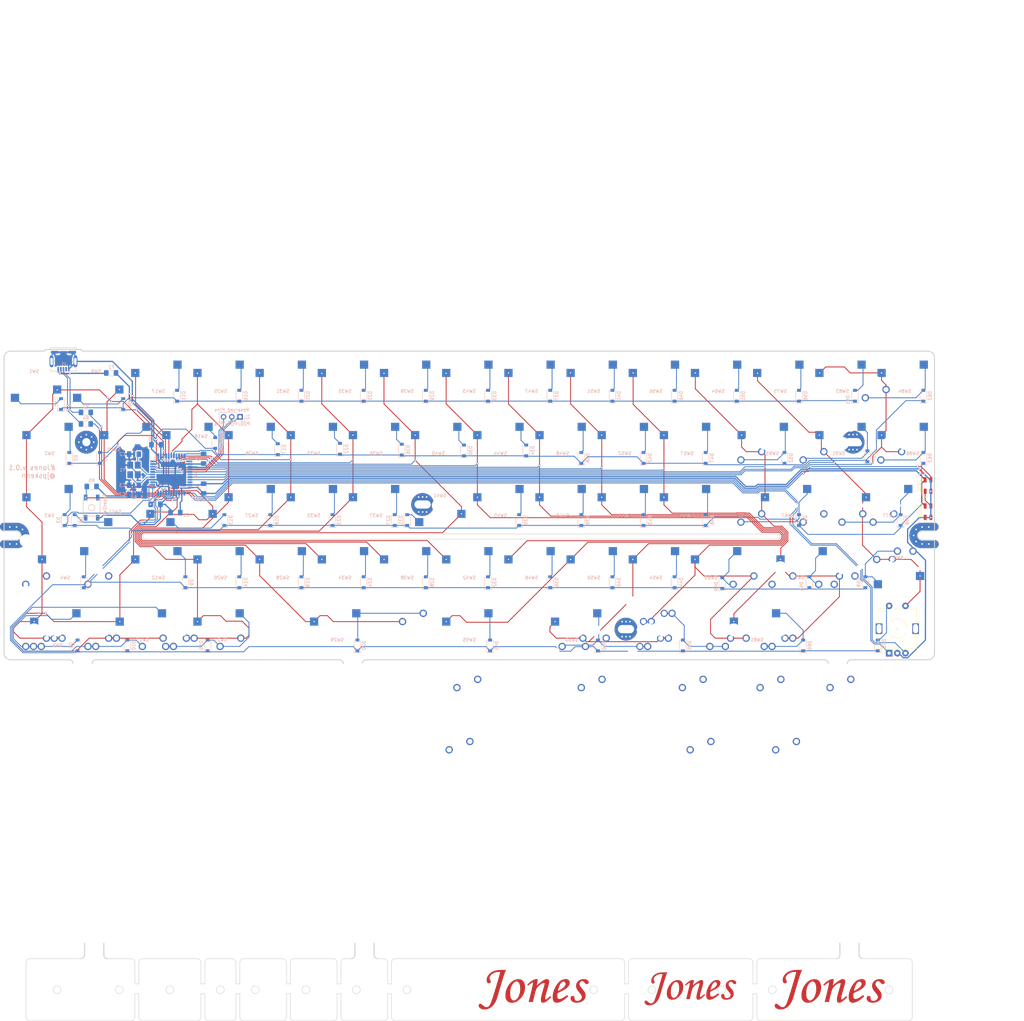
<source format=kicad_pcb>
(kicad_pcb (version 20171130) (host pcbnew "(5.1.6-0-10_14)")
  (layers (0 F.Cu signal) (31 B.Cu signal) (34 B.Paste user) (35 F.Paste user) (36 B.SilkS user) (37 F.SilkS user) (38 B.Mask user) (39 F.Mask user) (44 Edge.Cuts user))
  (net 0 "")
  (net 1 "Net-(D1-Pad2)")
  (net 2 "Net-(D2-Pad2)")
  (net 3 "Net-(D3-Pad2)")
  (net 4 "Net-(D4-Pad2)")
  (net 5 "Net-(D5-Pad2)")
  (net 6 "Net-(D6-Pad2)")
  (net 7 "Net-(D7-Pad2)")
  (net 8 "Net-(D8-Pad2)")
  (net 9 "Net-(D9-Pad2)")
  (net 10 "Net-(D10-Pad2)")
  (net 11 "Net-(D11-Pad2)")
  (net 12 "Net-(D12-Pad2)")
  (net 13 "Net-(D13-Pad2)")
  (net 14 "Net-(D14-Pad2)")
  (net 15 "Net-(D16-Pad2)")
  (net 16 "Net-(D17-Pad2)")
  (net 17 "Net-(D18-Pad2)")
  (net 18 "Net-(D19-Pad2)")
  (net 19 "Net-(D20-Pad2)")
  (net 20 "Net-(D21-Pad2)")
  (net 21 "Net-(D22-Pad2)")
  (net 22 "Net-(D23-Pad2)")
  (net 23 "Net-(D24-Pad2)")
  (net 24 "Net-(D25-Pad2)")
  (net 25 "Net-(D26-Pad2)")
  (net 26 "Net-(D27-Pad2)")
  (net 27 "Net-(D28-Pad2)")
  (net 28 "Net-(D29-Pad2)")
  (net 29 "Net-(D30-Pad2)")
  (net 30 "Net-(D31-Pad2)")
  (net 31 "Net-(D32-Pad2)")
  (net 32 "Net-(D33-Pad2)")
  (net 33 "Net-(D34-Pad2)")
  (net 34 "Net-(D35-Pad2)")
  (net 35 "Net-(D36-Pad2)")
  (net 36 "Net-(D37-Pad2)")
  (net 37 "Net-(D38-Pad2)")
  (net 38 "Net-(D39-Pad2)")
  (net 39 "Net-(D40-Pad2)")
  (net 40 "Net-(D41-Pad2)")
  (net 41 "Net-(D42-Pad2)")
  (net 42 "Net-(D43-Pad2)")
  (net 43 "Net-(D44-Pad2)")
  (net 44 "Net-(D45-Pad2)")
  (net 45 "Net-(D46-Pad2)")
  (net 46 "Net-(D47-Pad2)")
  (net 47 "Net-(D48-Pad2)")
  (net 48 "Net-(D49-Pad2)")
  (net 49 "Net-(D50-Pad2)")
  (net 50 "Net-(D51-Pad2)")
  (net 51 "Net-(D52-Pad2)")
  (net 52 "Net-(D53-Pad2)")
  (net 53 "Net-(D54-Pad2)")
  (net 54 "Net-(D55-Pad2)")
  (net 55 "Net-(D56-Pad2)")
  (net 56 "Net-(D57-Pad2)")
  (net 57 "Net-(D58-Pad2)")
  (net 58 "Net-(D59-Pad2)")
  (net 59 "Net-(D60-Pad2)")
  (net 60 "Net-(D61-Pad2)")
  (net 61 "Net-(D62-Pad2)")
  (net 62 "Net-(D63-Pad2)")
  (net 63 "Net-(D65-Pad2)")
  (net 64 ROW0)
  (net 65 ROW1)
  (net 66 ROW2)
  (net 67 ROW3)
  (net 68 ROW4)
  (net 69 COL1)
  (net 70 +5V)
  (net 71 COL2)
  (net 72 COL3)
  (net 73 COL4)
  (net 74 COL5)
  (net 75 COL6)
  (net 76 COL7)
  (net 77 COL8)
  (net 78 COL9)
  (net 79 COL10)
  (net 80 COL11)
  (net 81 COL12)
  (net 82 COL13)
  (net 83 COL0)
  (net 84 GND)
  (net 85 VCC)
  (net 86 D-)
  (net 87 D+)
  (net 88 "Net-(D15-Pad2)")
  (net 89 RE_A)
  (net 90 RE_B)
  (net 91 "Net-(C2-Pad1)")
  (net 92 "Net-(C3-Pad1)")
  (net 93 "Net-(R5-Pad2)")
  (net 94 "Net-(R6-Pad2)")
  (net 95 "Net-(C6-Pad1)")
  (net 96 "Net-(LED1-Pad1)")
  (net 97 LED)
  (net 98 "Net-(J1-Pad2)")
  (net 99 "Net-(J1-Pad3)")
  (net 100 Reserve_PD0)
  (net 101 Reserve_PD1)
  (net 102 Reserve_PD5)
  (module MX_Alps_Hybrid:MXOnly-2U-NoLED (layer F.Cu) (at 203.22576 107.97536 180)
    (fp_text reference REF**)
    (fp_text value 2U)
    (pad 2 thru_hole circle (at 2.54 -5.08 180) (size 2.25 2.25) (drill 1.47) (layers *.Cu B.Mask))
    (pad "" np_thru_hole circle (at 0 0 180) (size 3.9878 3.9878) (drill 3.9878) (layers *.Cu *.Mask))
    (pad 1 thru_hole circle (at -3.81 -2.54 180) (size 2.25 2.25) (drill 1.47) (layers *.Cu B.Mask))
    (pad "" np_thru_hole circle (at -5.08 0 228.0996) (size 1.75 1.75) (drill 1.75) (layers *.Cu *.Mask))
    (pad "" np_thru_hole circle (at 5.08 0 228.0996) (size 1.75 1.75) (drill 1.75) (layers *.Cu *.Mask))
    (pad "" np_thru_hole circle (at -11.90625 -6.985 180) (size 3.048 3.048) (drill 3.048) (layers *.Cu *.Mask))
    (pad "" np_thru_hole circle (at 11.90625 -6.985 180) (size 3.048 3.048) (drill 3.048) (layers *.Cu *.Mask))
    (pad "" np_thru_hole circle (at -11.90625 8.255 180) (size 3.9878 3.9878) (drill 3.9878) (layers *.Cu *.Mask))
    (pad "" np_thru_hole circle (at 11.90625 8.255 180) (size 3.9878 3.9878) (drill 3.9878) (layers *.Cu *.Mask))
  )
  (module MX_Alps_Hybrid:MXOnly-6.25U-ReversedStabilizers-NoLED (layer F.Cu) (at 162.74434 147.26615)
    (fp_text reference REF**)
    (fp_text value 6.25U)
    (pad 2 thru_hole circle (at 2.54 -5.08) (size 2.25 2.25) (drill 1.47) (layers *.Cu B.Mask))
    (pad "" np_thru_hole circle (at 0 0) (size 3.9878 3.9878) (drill 3.9878) (layers *.Cu *.Mask))
    (pad 1 thru_hole circle (at -3.81 -2.54) (size 2.25 2.25) (drill 1.47) (layers *.Cu B.Mask))
    (pad "" np_thru_hole circle (at -5.08 0 48.0996) (size 1.75 1.75) (drill 1.75) (layers *.Cu *.Mask))
    (pad "" np_thru_hole circle (at 5.08 0 48.0996) (size 1.75 1.75) (drill 1.75) (layers *.Cu *.Mask))
    (pad "" np_thru_hole circle (at -49.9999 6.985) (size 3.048 3.048) (drill 3.048) (layers *.Cu *.Mask))
    (pad "" np_thru_hole circle (at 49.9999 6.985) (size 3.048 3.048) (drill 3.048) (layers *.Cu *.Mask))
    (pad "" np_thru_hole circle (at -49.9999 -8.255) (size 3.9878 3.9878) (drill 3.9878) (layers *.Cu *.Mask))
    (pad "" np_thru_hole circle (at 49.9999 -8.255) (size 3.9878 3.9878) (drill 3.9878) (layers *.Cu *.Mask))
  )
  (module MX_Alps_Hybrid:MXOnly-1.25U-NoLED (layer F.Cu) (at 262.75726 147.26615)
    (fp_text reference REF**)
    (fp_text value 1.25U)
    (pad 2 thru_hole circle (at 2.54 -5.08) (size 2.25 2.25) (drill 1.47) (layers *.Cu B.Mask))
    (pad "" np_thru_hole circle (at 0 0) (size 3.9878 3.9878) (drill 3.9878) (layers *.Cu *.Mask))
    (pad 1 thru_hole circle (at -3.81 -2.54) (size 2.25 2.25) (drill 1.47) (layers *.Cu B.Mask))
    (pad "" np_thru_hole circle (at -5.08 0 48.0996) (size 1.75 1.75) (drill 1.75) (layers *.Cu *.Mask))
    (pad "" np_thru_hole circle (at 5.08 0 48.0996) (size 1.75 1.75) (drill 1.75) (layers *.Cu *.Mask))
  )
  (module MX_Alps_Hybrid:MXOnly-1.5U-NoLED (layer F.Cu) (at 236.5634 147.26615)
    (fp_text reference REF**)
    (fp_text value 1.5U)
    (pad 2 thru_hole circle (at 2.54 -5.08) (size 2.25 2.25) (drill 1.47) (layers *.Cu B.Mask))
    (pad "" np_thru_hole circle (at 0 0) (size 3.9878 3.9878) (drill 3.9878) (layers *.Cu *.Mask))
    (pad 1 thru_hole circle (at -3.81 -2.54) (size 2.25 2.25) (drill 1.47) (layers *.Cu B.Mask))
    (pad "" np_thru_hole circle (at -5.08 0 48.0996) (size 1.75 1.75) (drill 1.75) (layers *.Cu *.Mask))
    (pad "" np_thru_hole circle (at 5.08 0 48.0996) (size 1.75 1.75) (drill 1.75) (layers *.Cu *.Mask))
  )
  (module MX_Alps_Hybrid:MXOnly-1U-NoLED (layer F.Cu) (at 279.42608 128.21607)
    (fp_text reference REF**)
    (fp_text value 1U)
    (pad 2 thru_hole circle (at 2.54 -5.08) (size 2.25 2.25) (drill 1.47) (layers *.Cu B.Mask))
    (pad "" np_thru_hole circle (at 0 0) (size 3.9878 3.9878) (drill 3.9878) (layers *.Cu *.Mask))
    (pad 1 thru_hole circle (at -3.81 -2.54) (size 2.25 2.25) (drill 1.47) (layers *.Cu B.Mask))
    (pad "" np_thru_hole circle (at -5.08 0 48.0996) (size 1.75 1.75) (drill 1.75) (layers *.Cu *.Mask))
    (pad "" np_thru_hole circle (at 5.08 0 48.0996) (size 1.75 1.75) (drill 1.75) (layers *.Cu *.Mask))
  )
  (module MX_Alps_Hybrid:MXOnly-1.25U-NoLED (layer F.Cu) (at 257.99474 128.21607)
    (fp_text reference REF**)
    (fp_text value 1.25U)
    (pad 2 thru_hole circle (at 2.54 -5.08) (size 2.25 2.25) (drill 1.47) (layers *.Cu B.Mask))
    (pad "" np_thru_hole circle (at 0 0) (size 3.9878 3.9878) (drill 3.9878) (layers *.Cu *.Mask))
    (pad 1 thru_hole circle (at -3.81 -2.54) (size 2.25 2.25) (drill 1.47) (layers *.Cu B.Mask))
    (pad "" np_thru_hole circle (at -5.08 0 48.0996) (size 1.75 1.75) (drill 1.75) (layers *.Cu *.Mask))
    (pad "" np_thru_hole circle (at 5.08 0 48.0996) (size 1.75 1.75) (drill 1.75) (layers *.Cu *.Mask))
  )
  (module MX_Alps_Hybrid:MXOnly-1.25U-NoLED (layer F.Cu) (at 234.18214 128.21607)
    (fp_text reference REF**)
    (fp_text value 1.25U)
    (pad 2 thru_hole circle (at 2.54 -5.08) (size 2.25 2.25) (drill 1.47) (layers *.Cu B.Mask))
    (pad "" np_thru_hole circle (at 0 0) (size 3.9878 3.9878) (drill 3.9878) (layers *.Cu *.Mask))
    (pad 1 thru_hole circle (at -3.81 -2.54) (size 2.25 2.25) (drill 1.47) (layers *.Cu B.Mask))
    (pad "" np_thru_hole circle (at -5.08 0 48.0996) (size 1.75 1.75) (drill 1.75) (layers *.Cu *.Mask))
    (pad "" np_thru_hole circle (at 5.08 0 48.0996) (size 1.75 1.75) (drill 1.75) (layers *.Cu *.Mask))
  )
  (module MX_Alps_Hybrid:MXOnly-2U-ReversedStabilizers-NoLED (layer F.Cu) (at 203.22576 128.21607)
    (fp_text reference REF**)
    (fp_text value 2U)
    (pad 2 thru_hole circle (at 2.54 -5.08) (size 2.25 2.25) (drill 1.47) (layers *.Cu B.Mask))
    (pad "" np_thru_hole circle (at 0 0) (size 3.9878 3.9878) (drill 3.9878) (layers *.Cu *.Mask))
    (pad 1 thru_hole circle (at -3.81 -2.54) (size 2.25 2.25) (drill 1.47) (layers *.Cu B.Mask))
    (pad "" np_thru_hole circle (at -5.08 0 48.0996) (size 1.75 1.75) (drill 1.75) (layers *.Cu *.Mask))
    (pad "" np_thru_hole circle (at 5.08 0 48.0996) (size 1.75 1.75) (drill 1.75) (layers *.Cu *.Mask))
    (pad "" np_thru_hole circle (at -11.90625 6.985) (size 3.048 3.048) (drill 3.048) (layers *.Cu *.Mask))
    (pad "" np_thru_hole circle (at 11.90625 6.985) (size 3.048 3.048) (drill 3.048) (layers *.Cu *.Mask))
    (pad "" np_thru_hole circle (at -11.90625 -8.255) (size 3.9878 3.9878) (drill 3.9878) (layers *.Cu *.Mask))
    (pad "" np_thru_hole circle (at 11.90625 -8.255) (size 3.9878 3.9878) (drill 3.9878) (layers *.Cu *.Mask))
  )
  (module MX_Alps_Hybrid:MXOnly-2U-ReversedStabilizers-NoLED (layer F.Cu) (at 165.1256 128.21607)
    (fp_text reference REF**)
    (fp_text value 2U)
    (pad 2 thru_hole circle (at 2.54 -5.08) (size 2.25 2.25) (drill 1.47) (layers *.Cu B.Mask))
    (pad "" np_thru_hole circle (at 0 0) (size 3.9878 3.9878) (drill 3.9878) (layers *.Cu *.Mask))
    (pad 1 thru_hole circle (at -3.81 -2.54) (size 2.25 2.25) (drill 1.47) (layers *.Cu B.Mask))
    (pad "" np_thru_hole circle (at -5.08 0 48.0996) (size 1.75 1.75) (drill 1.75) (layers *.Cu *.Mask))
    (pad "" np_thru_hole circle (at 5.08 0 48.0996) (size 1.75 1.75) (drill 1.75) (layers *.Cu *.Mask))
    (pad "" np_thru_hole circle (at -11.90625 6.985) (size 3.048 3.048) (drill 3.048) (layers *.Cu *.Mask))
    (pad "" np_thru_hole circle (at 11.90625 6.985) (size 3.048 3.048) (drill 3.048) (layers *.Cu *.Mask))
    (pad "" np_thru_hole circle (at -11.90625 -8.255) (size 3.9878 3.9878) (drill 3.9878) (layers *.Cu *.Mask))
    (pad "" np_thru_hole circle (at 11.90625 -8.255) (size 3.9878 3.9878) (drill 3.9878) (layers *.Cu *.Mask))
  )
  (module MX_Alps_Hybrid:MXOnly-1U-NoLED (layer F.Cu) (at 260.376 88.92528 180)
    (fp_text reference REF**)
    (fp_text value 1U)
    (pad 2 thru_hole circle (at 2.54 -5.08 180) (size 2.25 2.25) (drill 1.47) (layers *.Cu B.Mask))
    (pad "" np_thru_hole circle (at 0 0 180) (size 3.9878 3.9878) (drill 3.9878) (layers *.Cu *.Mask))
    (pad 1 thru_hole circle (at -3.81 -2.54 180) (size 2.25 2.25) (drill 1.47) (layers *.Cu B.Mask))
    (pad "" np_thru_hole circle (at -5.08 0 228.0996) (size 1.75 1.75) (drill 1.75) (layers *.Cu *.Mask))
    (pad "" np_thru_hole circle (at 5.08 0 228.0996) (size 1.75 1.75) (drill 1.75) (layers *.Cu *.Mask))
  )
  (module MX_Alps_Hybrid:MXOnly-1U-NoLED (layer F.Cu) (at 279.42608 88.92528 180)
    (fp_text reference REF**)
    (fp_text value 1U)
    (pad 2 thru_hole circle (at 2.54 -5.08 180) (size 2.25 2.25) (drill 1.47) (layers *.Cu B.Mask))
    (pad "" np_thru_hole circle (at 0 0 180) (size 3.9878 3.9878) (drill 3.9878) (layers *.Cu *.Mask))
    (pad 1 thru_hole circle (at -3.81 -2.54 180) (size 2.25 2.25) (drill 1.47) (layers *.Cu B.Mask))
    (pad "" np_thru_hole circle (at -5.08 0 228.0996) (size 1.75 1.75) (drill 1.75) (layers *.Cu *.Mask))
    (pad "" np_thru_hole circle (at 5.08 0 228.0996) (size 1.75 1.75) (drill 1.75) (layers *.Cu *.Mask))
  )
  (module MX_Alps_Hybrid:MXOnly-1U-NoLED (layer F.Cu) (at 298.47616 88.92528)
    (fp_text reference REF**)
    (fp_text value 1U)
    (pad 2 thru_hole circle (at 2.54 -5.08) (size 2.25 2.25) (drill 1.47) (layers *.Cu B.Mask))
    (pad "" np_thru_hole circle (at 0 0) (size 3.9878 3.9878) (drill 3.9878) (layers *.Cu *.Mask))
    (pad 1 thru_hole circle (at -3.81 -2.54) (size 2.25 2.25) (drill 1.47) (layers *.Cu B.Mask))
    (pad "" np_thru_hole circle (at -5.08 0 48.0996) (size 1.75 1.75) (drill 1.75) (layers *.Cu *.Mask))
    (pad "" np_thru_hole circle (at 5.08 0 48.0996) (size 1.75 1.75) (drill 1.75) (layers *.Cu *.Mask))
  )
  (module MX_Alps_Hybrid:MXOnly-1.25U-NoLED (layer F.Cu) (at 291.33238 69.8752 180)
    (fp_text reference REF**)
    (fp_text value 1.25U)
    (pad 2 thru_hole circle (at 2.54 -5.08 180) (size 2.25 2.25) (drill 1.47) (layers *.Cu B.Mask))
    (pad "" np_thru_hole circle (at 0 0 180) (size 3.9878 3.9878) (drill 3.9878) (layers *.Cu *.Mask))
    (pad 1 thru_hole circle (at -3.81 -2.54 180) (size 2.25 2.25) (drill 1.47) (layers *.Cu B.Mask))
    (pad "" np_thru_hole circle (at -5.08 0 228.0996) (size 1.75 1.75) (drill 1.75) (layers *.Cu *.Mask))
    (pad "" np_thru_hole circle (at 5.08 0 228.0996) (size 1.75 1.75) (drill 1.75) (layers *.Cu *.Mask))
  )
  (module MX_Alps_Hybrid:MXOnly-1U-NoLED (layer F.Cu) (at 269.90104 69.8752 180)
    (fp_text reference REF**)
    (fp_text value 1U)
    (pad 2 thru_hole circle (at 2.54 -5.08 180) (size 2.25 2.25) (drill 1.47) (layers *.Cu B.Mask))
    (pad "" np_thru_hole circle (at 0 0 180) (size 3.9878 3.9878) (drill 3.9878) (layers *.Cu *.Mask))
    (pad 1 thru_hole circle (at -3.81 -2.54 180) (size 2.25 2.25) (drill 1.47) (layers *.Cu B.Mask))
    (pad "" np_thru_hole circle (at -5.08 0 228.0996) (size 1.75 1.75) (drill 1.75) (layers *.Cu *.Mask))
    (pad "" np_thru_hole circle (at 5.08 0 228.0996) (size 1.75 1.75) (drill 1.75) (layers *.Cu *.Mask))
  )
  (module MX_Alps_Hybrid:MXOnly-1U-NoLED (layer F.Cu) (at 50.82512 88.92528 180)
    (fp_text reference REF**)
    (fp_text value 1U)
    (pad 2 thru_hole circle (at 2.54 -5.08 180) (size 2.25 2.25) (drill 1.47) (layers *.Cu B.Mask))
    (pad "" np_thru_hole circle (at 0 0 180) (size 3.9878 3.9878) (drill 3.9878) (layers *.Cu *.Mask))
    (pad 1 thru_hole circle (at -3.81 -2.54 180) (size 2.25 2.25) (drill 1.47) (layers *.Cu B.Mask))
    (pad "" np_thru_hole circle (at -5.08 0 228.0996) (size 1.75 1.75) (drill 1.75) (layers *.Cu *.Mask))
    (pad "" np_thru_hole circle (at 5.08 0 228.0996) (size 1.75 1.75) (drill 1.75) (layers *.Cu *.Mask))
  )
  (module MX_Alps_Hybrid:MXOnly-1U-NoLED (layer F.Cu) (at 31.77504 88.92528 180)
    (fp_text reference REF**)
    (fp_text value 1U)
    (pad 2 thru_hole circle (at 2.54 -5.08 180) (size 2.25 2.25) (drill 1.47) (layers *.Cu B.Mask))
    (pad "" np_thru_hole circle (at 0 0 180) (size 3.9878 3.9878) (drill 3.9878) (layers *.Cu *.Mask))
    (pad 1 thru_hole circle (at -3.81 -2.54 180) (size 2.25 2.25) (drill 1.47) (layers *.Cu B.Mask))
    (pad "" np_thru_hole circle (at -5.08 0 228.0996) (size 1.75 1.75) (drill 1.75) (layers *.Cu *.Mask))
    (pad "" np_thru_hole circle (at 5.08 0 228.0996) (size 1.75 1.75) (drill 1.75) (layers *.Cu *.Mask))
  )
  (module SMK_Jones_logo:Jones_logo_33.9x12.3_silk (layer F.Cu) (at 184.82589 218.21136)
    (fp_text reference G*** hide)
    (fp_text value LOGO hide)
    (fp_poly (pts (xy -8.862231 -6.035022) (xy -8.650095 -6.030647) (xy -8.528732 -6.021475) (xy -8.509 -6.01397) (xy -8.531495 -5.951337) (xy -8.592375 -5.796215) (xy -8.681731 -5.573573) (xy -8.766071 -5.366052) (xy -8.913992 -4.978791) (xy -9.090637 -4.471533) (xy -9.294926 -3.847738) (xy -9.525779 -3.11086) (xy -9.782115 -2.264359) (xy -10.062855 -1.311691) (xy -10.366919 -0.256313) (xy -10.412798 -0.09525) (xy -10.617699 0.622112) (xy -10.793435 1.229813) (xy -10.944199 1.740732) (xy -11.074186 2.167747) (xy -11.18759 2.523737) (xy -11.288606 2.821583) (xy -11.381428 3.074161) (xy -11.47025 3.294352) (xy -11.559266 3.495035) (xy -11.630865 3.644952) (xy -12.026289 4.337734) (xy -12.477257 4.918168) (xy -12.982756 5.385315) (xy -13.541776 5.738238) (xy -14.141494 5.972644) (xy -14.520492 6.050724) (xy -14.936695 6.087172) (xy -15.342903 6.080993) (xy -15.691915 6.031193) (xy -15.77975 6.007174) (xy -16.186063 5.836667) (xy -16.511804 5.613319) (xy -16.741815 5.350466) (xy -16.860935 5.061445) (xy -16.862172 5.055008) (xy -16.859533 4.800972) (xy -16.768118 4.579131) (xy -16.609999 4.414628) (xy -16.407246 4.332607) (xy -16.235629 4.341219) (xy -16.112847 4.402372) (xy -15.930903 4.529041) (xy -15.721693 4.698212) (xy -15.63678 4.773299) (xy -15.2316 5.100729) (xy -14.863328 5.309833) (xy -14.525262 5.401562) (xy -14.210704 5.376869) (xy -13.912954 5.236704) (xy -13.690196 5.049961) (xy -13.561945 4.908297) (xy -13.443944 4.7442) (xy -13.32864 4.541332) (xy -13.208481 4.283357) (xy -13.075912 3.953938) (xy -12.923382 3.536738) (xy -12.743338 3.015421) (xy -12.726168 2.964733) (xy -12.571953 2.501426) (xy -12.401964 1.97746) (xy -12.21958 1.404265) (xy -12.028182 0.793271) (xy -11.831149 0.155908) (xy -11.631861 -0.496392) (xy -11.433699 -1.152202) (xy -11.240043 -1.800089) (xy -11.054273 -2.428624) (xy -10.879769 -3.026377) (xy -10.71991 -3.581918) (xy -10.578078 -4.083817) (xy -10.457652 -4.520643) (xy -10.362013 -4.880966) (xy -10.294539 -5.153356) (xy -10.258613 -5.326383) (xy -10.256169 -5.387835) (xy -10.346713 -5.411537) (xy -10.530282 -5.41765) (xy -10.774447 -5.408354) (xy -11.046781 -5.385828) (xy -11.314857 -5.352254) (xy -11.546245 -5.30981) (xy -11.595648 -5.297786) (xy -12.054864 -5.138746) (xy -12.479514 -4.917005) (xy -12.853284 -4.647546) (xy -13.159859 -4.345349) (xy -13.382925 -4.025396) (xy -13.506168 -3.70267) (xy -13.5255 -3.52558) (xy -13.492789 -3.333776) (xy -13.406668 -3.0921) (xy -13.335 -2.942612) (xy -13.196486 -2.63383) (xy -13.151789 -2.390516) (xy -13.200151 -2.193375) (xy -13.300364 -2.060864) (xy -13.500773 -1.941108) (xy -13.750144 -1.901926) (xy -13.99416 -1.949993) (xy -14.037018 -1.970383) (xy -14.194922 -2.12144) (xy -14.311046 -2.367373) (xy -14.379494 -2.681235) (xy -14.39437 -3.036076) (xy -14.350323 -3.402314) (xy -14.199659 -3.896033) (xy -13.954229 -4.34588) (xy -13.598307 -4.780662) (xy -13.597497 -4.781512) (xy -13.122102 -5.201219) (xy -12.580155 -5.529039) (xy -11.961307 -5.769617) (xy -11.255204 -5.927597) (xy -10.95375 -5.967845) (xy -10.751226 -5.984878) (xy -10.478219 -6.000157) (xy -10.157768 -6.013247) (xy -9.812907 -6.023713) (xy -9.466673 -6.03112) (xy -9.142102 -6.035035) (xy -8.862231 -6.035022)) (layer F.Cu) (width 0.01))
    (fp_poly (pts (xy -4.135333 -3.141113) (xy -3.703594 -2.989027) (xy -3.338997 -2.729262) (xy -3.040254 -2.360997) (xy -2.883971 -2.070061) (xy -2.757454 -1.687498) (xy -2.679933 -1.220626) (xy -2.652096 -0.702589) (xy -2.674627 -0.166531) (xy -2.748216 0.354404) (xy -2.826976 0.680364) (xy -3.050224 1.268055) (xy -3.367962 1.847955) (xy -3.762177 2.39961) (xy -4.214854 2.902565) (xy -4.707979 3.336364) (xy -5.223537 3.680554) (xy -5.644242 3.879246) (xy -6.017063 3.982893) (xy -6.43671 4.038666) (xy -6.857649 4.044693) (xy -7.234344 3.999103) (xy -7.405447 3.951609) (xy -7.828118 3.739902) (xy -8.167604 3.435485) (xy -8.428476 3.033573) (xy -8.543219 2.760513) (xy -8.610283 2.472729) (xy -8.646641 2.096983) (xy -8.652791 1.66842) (xy -8.629231 1.222186) (xy -8.615577 1.11125) (xy -7.200007 1.11125) (xy -7.182729 1.705204) (xy -7.116549 2.193066) (xy -6.997098 2.587677) (xy -6.820005 2.901882) (xy -6.580898 3.148524) (xy -6.481974 3.221113) (xy -6.271326 3.329661) (xy -6.060507 3.355202) (xy -5.81366 3.297443) (xy -5.614587 3.214013) (xy -5.274834 2.989655) (xy -4.963027 2.65159) (xy -4.685857 2.211321) (xy -4.450016 1.68035) (xy -4.262197 1.07018) (xy -4.195515 0.774749) (xy -4.15663 0.482107) (xy -4.135559 0.10685) (xy -4.131988 -0.307939) (xy -4.145599 -0.719178) (xy -4.176079 -1.083781) (xy -4.210749 -1.305185) (xy -4.337605 -1.723873) (xy -4.520194 -2.064199) (xy -4.747289 -2.315392) (xy -5.007661 -2.466679) (xy -5.290082 -2.507289) (xy -5.437707 -2.482269) (xy -5.816753 -2.312372) (xy -6.169919 -2.020676) (xy -6.49421 -1.610304) (xy -6.786636 -1.084377) (xy -6.795545 -1.065439) (xy -6.974035 -0.612195) (xy -7.097486 -0.121886) (xy -7.171004 0.432957) (xy -7.199691 1.079807) (xy -7.200007 1.11125) (xy -8.615577 1.11125) (xy -8.576457 0.793427) (xy -8.510888 0.47625) (xy -8.270878 -0.241049) (xy -7.932973 -0.935651) (xy -7.51493 -1.57704) (xy -7.034506 -2.134701) (xy -6.936136 -2.230085) (xy -6.446134 -2.632445) (xy -5.947756 -2.918318) (xy -5.417798 -3.097348) (xy -4.833057 -3.179179) (xy -4.6355 -3.186341) (xy -4.135333 -3.141113)) (layer F.Cu) (width 0.01))
    (fp_poly (pts (xy 1.113664 -3.16627) (xy 1.166158 -3.121392) (xy 1.214097 -3.062276) (xy 1.241186 -2.997524) (xy 1.246077 -2.903459) (xy 1.227423 -2.756405) (xy 1.183877 -2.532685) (xy 1.114273 -2.209453) (xy 1.046156 -1.900229) (xy 0.984965 -1.628025) (xy 0.937208 -1.421424) (xy 0.909392 -1.309009) (xy 0.908668 -1.306463) (xy 0.934434 -1.289741) (xy 1.038657 -1.354317) (xy 1.209663 -1.492019) (xy 1.347892 -1.613962) (xy 1.812505 -2.01191) (xy 2.282216 -2.372) (xy 2.739395 -2.683104) (xy 3.166415 -2.934097) (xy 3.545648 -3.113851) (xy 3.859465 -3.211239) (xy 3.885876 -3.215907) (xy 4.177189 -3.208331) (xy 4.4349 -3.10017) (xy 4.626511 -2.908002) (xy 4.676934 -2.812368) (xy 4.721463 -2.679749) (xy 4.745415 -2.531279) (xy 4.74636 -2.353266) (xy 4.721867 -2.132017) (xy 4.669505 -1.853839) (xy 4.586843 -1.50504) (xy 4.471452 -1.071927) (xy 4.3209 -0.540807) (xy 4.200233 -0.127) (xy 4.013914 0.510662) (xy 3.861993 1.039611) (xy 3.74142 1.472487) (xy 3.649147 1.82193) (xy 3.582123 2.100582) (xy 3.5373 2.321081) (xy 3.511629 2.49607) (xy 3.502059 2.638187) (xy 3.505117 2.754438) (xy 3.536317 2.931871) (xy 3.605132 3.023053) (xy 3.722639 3.026569) (xy 3.899914 2.941004) (xy 4.148032 2.764941) (xy 4.287432 2.654448) (xy 4.583798 2.413939) (xy 4.796687 2.242712) (xy 4.942411 2.131488) (xy 5.037279 2.07099) (xy 5.097602 2.051939) (xy 5.13969 2.065056) (xy 5.179855 2.101064) (xy 5.209782 2.129768) (xy 5.303601 2.239394) (xy 5.334 2.313551) (xy 5.291135 2.387466) (xy 5.176705 2.523561) (xy 5.011954 2.697321) (xy 4.937125 2.771489) (xy 4.420786 3.240723) (xy 3.944188 3.604921) (xy 3.510838 3.862272) (xy 3.124241 4.010965) (xy 2.787904 4.049189) (xy 2.559199 3.999751) (xy 2.38419 3.861579) (xy 2.267359 3.613619) (xy 2.210132 3.259696) (xy 2.204288 3.048) (xy 2.229764 2.698923) (xy 2.30256 2.251977) (xy 2.423647 1.70288) (xy 2.593992 1.047354) (xy 2.814567 0.281119) (xy 2.880819 0.061406) (xy 3.041557 -0.484102) (xy 3.171356 -0.959929) (xy 3.267754 -1.355406) (xy 3.328287 -1.659864) (xy 3.350493 -1.862633) (xy 3.342271 -1.937443) (xy 3.249794 -2.021403) (xy 3.07944 -2.029444) (xy 2.848202 -1.970082) (xy 2.573072 -1.851828) (xy 2.271044 -1.683198) (xy 1.959109 -1.472703) (xy 1.654261 -1.228859) (xy 1.373492 -0.960177) (xy 1.357325 -0.942963) (xy 1.189658 -0.756272) (xy 1.046008 -0.575646) (xy 0.920745 -0.386381) (xy 0.808239 -0.173772) (xy 0.70286 0.076887) (xy 0.598977 0.3803) (xy 0.490962 0.751173) (xy 0.373182 1.204209) (xy 0.240009 1.754115) (xy 0.107668 2.320948) (xy -0.229211 3.77825) (xy -0.876606 3.796346) (xy -1.14586 3.799188) (xy -1.360338 3.792537) (xy -1.493455 3.77776) (xy -1.524 3.763044) (xy -1.508945 3.686892) (xy -1.467361 3.509851) (xy -1.40462 3.25396) (xy -1.326094 2.941259) (xy -1.271946 2.728948) (xy -1.156857 2.273685) (xy -1.034304 1.777297) (xy -0.907911 1.255539) (xy -0.781301 0.724171) (xy -0.658097 0.198949) (xy -0.541924 -0.304368) (xy -0.436405 -0.770024) (xy -0.345163 -1.18226) (xy -0.271822 -1.525319) (xy -0.220004 -1.783443) (xy -0.193335 -1.940875) (xy -0.1905 -1.973986) (xy -0.207651 -2.114707) (xy -0.243839 -2.18447) (xy -0.349164 -2.177577) (xy -0.535961 -2.081672) (xy -0.798679 -1.900243) (xy -1.131766 -1.636777) (xy -1.181082 -1.595732) (xy -1.664577 -1.191213) (xy -1.982159 -1.508795) (xy -1.705455 -1.762501) (xy -1.31753 -2.110677) (xy -0.993341 -2.382826) (xy -0.710151 -2.595934) (xy -0.445222 -2.766987) (xy -0.175817 -2.91297) (xy -0.145111 -2.92814) (xy 0.273415 -3.107886) (xy 0.629128 -3.208434) (xy 0.912416 -3.228367) (xy 1.113664 -3.16627)) (layer F.Cu) (width 0.01))
    (fp_poly (pts (xy 10.189699 -3.18101) (xy 10.530452 -3.050869) (xy 10.784579 -2.842213) (xy 10.951445 -2.569982) (xy 11.030417 -2.24912) (xy 11.020861 -1.894565) (xy 10.922144 -1.521261) (xy 10.733633 -1.144148) (xy 10.454693 -0.778167) (xy 10.298284 -0.619951) (xy 10.059376 -0.411538) (xy 9.796593 -0.21528) (xy 9.489874 -0.018963) (xy 9.11916 0.189623) (xy 8.664388 0.422689) (xy 8.273298 0.612674) (xy 7.903301 0.789521) (xy 7.631658 0.927628) (xy 7.443785 1.046336) (xy 7.325096 1.164989) (xy 7.261008 1.302929) (xy 7.236935 1.479499) (xy 7.238292 1.714041) (xy 7.248483 1.971791) (xy 7.261211 2.24754) (xy 7.280217 2.428826) (xy 7.315268 2.548137) (xy 7.37613 2.637959) (xy 7.472567 2.730783) (xy 7.478126 2.735753) (xy 7.691779 2.877158) (xy 7.872782 2.921) (xy 8.175887 2.873785) (xy 8.550484 2.735856) (xy 8.985252 2.512789) (xy 9.468873 2.210158) (xy 9.818446 1.962813) (xy 10.001332 1.835298) (xy 10.149449 1.745706) (xy 10.226484 1.7145) (xy 10.317553 1.761776) (xy 10.428033 1.871437) (xy 10.514981 1.995233) (xy 10.538887 2.065498) (xy 10.491983 2.14349) (xy 10.360447 2.28071) (xy 10.162238 2.461525) (xy 9.915314 2.670302) (xy 9.637634 2.891408) (xy 9.347155 3.109208) (xy 9.305151 3.139507) (xy 8.742323 3.506584) (xy 8.216714 3.770302) (xy 7.707955 3.940489) (xy 7.58825 3.968056) (xy 7.300138 4.024302) (xy 7.09199 4.049825) (xy 6.920999 4.046402) (xy 6.744356 4.015809) (xy 6.697921 4.004995) (xy 6.378704 3.869703) (xy 6.131686 3.633621) (xy 5.956458 3.2957) (xy 5.852613 2.854894) (xy 5.819742 2.310153) (xy 5.843338 1.80975) (xy 5.911051 1.262614) (xy 6.023809 0.746458) (xy 6.140466 0.38623) (xy 7.4295 0.38623) (xy 7.479219 0.400044) (xy 7.620153 0.346746) (xy 7.839962 0.232751) (xy 8.12631 0.064473) (xy 8.466859 -0.151674) (xy 8.47725 -0.15848) (xy 8.945031 -0.49746) (xy 9.315495 -0.834829) (xy 9.581894 -1.162586) (xy 9.737477 -1.472724) (xy 9.777605 -1.700665) (xy 9.72954 -1.960994) (xy 9.599154 -2.201348) (xy 9.414487 -2.371949) (xy 9.392692 -2.383995) (xy 9.141698 -2.446493) (xy 8.870222 -2.39799) (xy 8.597097 -2.248245) (xy 8.341155 -2.007021) (xy 8.153866 -1.74194) (xy 8.02489 -1.490952) (xy 7.887136 -1.171684) (xy 7.750971 -0.814592) (xy 7.626761 -0.450129) (xy 7.52487 -0.10875) (xy 7.455665 0.17909) (xy 7.429512 0.382937) (xy 7.4295 0.38623) (xy 6.140466 0.38623) (xy 6.192237 0.226368) (xy 6.426958 -0.332567) (xy 6.612491 -0.718039) (xy 6.953809 -1.320436) (xy 7.340284 -1.861925) (xy 7.757041 -2.325766) (xy 8.189203 -2.69522) (xy 8.582675 -2.934972) (xy 9.007675 -3.09733) (xy 9.459263 -3.193562) (xy 9.893704 -3.216973) (xy 10.189699 -3.18101)) (layer F.Cu) (width 0.01))
    (fp_poly (pts (xy 15.854614 -3.167061) (xy 16.241964 -3.041929) (xy 16.550848 -2.843086) (xy 16.767627 -2.57566) (xy 16.825175 -2.451479) (xy 16.860482 -2.201181) (xy 16.788043 -1.971484) (xy 16.627033 -1.787546) (xy 16.396625 -1.674526) (xy 16.215122 -1.651) (xy 16.088186 -1.681348) (xy 15.935757 -1.782472) (xy 15.73613 -1.96949) (xy 15.690935 -2.016126) (xy 15.501221 -2.20676) (xy 15.323289 -2.373171) (xy 15.191898 -2.48303) (xy 15.179341 -2.491957) (xy 14.937228 -2.590954) (xy 14.687233 -2.581356) (xy 14.450728 -2.47815) (xy 14.249087 -2.296326) (xy 14.10368 -2.050873) (xy 14.035879 -1.75678) (xy 14.0335 -1.688337) (xy 14.056893 -1.484837) (xy 14.133382 -1.265999) (xy 14.272428 -1.015613) (xy 14.483494 -0.71747) (xy 14.776042 -0.355361) (xy 14.889339 -0.22225) (xy 15.126235 0.065262) (xy 15.349695 0.357723) (xy 15.537158 0.624199) (xy 15.666068 0.833753) (xy 15.682473 0.865374) (xy 15.862576 1.352921) (xy 15.923093 1.830478) (xy 15.871434 2.287506) (xy 15.715013 2.713466) (xy 15.46124 3.097819) (xy 15.117528 3.430026) (xy 14.691289 3.699548) (xy 14.189935 3.895845) (xy 13.620878 4.008379) (xy 13.462 4.022669) (xy 13.212012 4.035028) (xy 12.9989 4.037108) (xy 12.865517 4.028582) (xy 12.85875 4.027253) (xy 12.723977 3.998671) (xy 12.522227 3.957076) (xy 12.403064 3.93287) (xy 12.009044 3.797294) (xy 11.689705 3.573095) (xy 11.45817 3.275371) (xy 11.327561 2.919219) (xy 11.303 2.667295) (xy 11.340626 2.352375) (xy 11.458033 2.129978) (xy 11.662014 1.988696) (xy 11.719954 1.967112) (xy 11.989242 1.929186) (xy 12.230778 2.010344) (xy 12.366625 2.113867) (xy 12.456148 2.22534) (xy 12.499181 2.375174) (xy 12.5095 2.585972) (xy 12.540354 2.91753) (xy 12.640651 3.156588) (xy 12.821992 3.323712) (xy 12.965602 3.394483) (xy 13.315088 3.471558) (xy 13.677976 3.444196) (xy 14.027575 3.325295) (xy 14.337191 3.127759) (xy 14.580134 2.864488) (xy 14.72971 2.548383) (xy 14.731775 2.540833) (xy 14.76803 2.355867) (xy 14.766937 2.178536) (xy 14.72051 1.992875) (xy 14.620764 1.782915) (xy 14.459716 1.532689) (xy 14.229378 1.226228) (xy 13.921767 0.847565) (xy 13.829986 0.737514) (xy 13.54271 0.376535) (xy 13.332402 0.065266) (xy 13.17971 -0.229362) (xy 13.065285 -0.540415) (xy 13.04761 -0.599491) (xy 12.964211 -1.094614) (xy 13.004825 -1.568668) (xy 13.167108 -2.0133) (xy 13.44871 -2.420157) (xy 13.60406 -2.579693) (xy 13.925089 -2.836957) (xy 14.268008 -3.015719) (xy 14.673664 -3.134776) (xy 14.899066 -3.17568) (xy 15.402436 -3.213353) (xy 15.854614 -3.167061)) (layer F.Cu) (width 0.01))
  )
  (module SMK_Jones_logo:Jones_logo_33.9x12.3_silk (layer F.Cu) (at 275.50389 218.21136)
    (fp_text reference G*** hide)
    (fp_text value LOGO hide)
    (fp_poly (pts (xy 15.854614 -3.167061) (xy 16.241964 -3.041929) (xy 16.550848 -2.843086) (xy 16.767627 -2.57566) (xy 16.825175 -2.451479) (xy 16.860482 -2.201181) (xy 16.788043 -1.971484) (xy 16.627033 -1.787546) (xy 16.396625 -1.674526) (xy 16.215122 -1.651) (xy 16.088186 -1.681348) (xy 15.935757 -1.782472) (xy 15.73613 -1.96949) (xy 15.690935 -2.016126) (xy 15.501221 -2.20676) (xy 15.323289 -2.373171) (xy 15.191898 -2.48303) (xy 15.179341 -2.491957) (xy 14.937228 -2.590954) (xy 14.687233 -2.581356) (xy 14.450728 -2.47815) (xy 14.249087 -2.296326) (xy 14.10368 -2.050873) (xy 14.035879 -1.75678) (xy 14.0335 -1.688337) (xy 14.056893 -1.484837) (xy 14.133382 -1.265999) (xy 14.272428 -1.015613) (xy 14.483494 -0.71747) (xy 14.776042 -0.355361) (xy 14.889339 -0.22225) (xy 15.126235 0.065262) (xy 15.349695 0.357723) (xy 15.537158 0.624199) (xy 15.666068 0.833753) (xy 15.682473 0.865374) (xy 15.862576 1.352921) (xy 15.923093 1.830478) (xy 15.871434 2.287506) (xy 15.715013 2.713466) (xy 15.46124 3.097819) (xy 15.117528 3.430026) (xy 14.691289 3.699548) (xy 14.189935 3.895845) (xy 13.620878 4.008379) (xy 13.462 4.022669) (xy 13.212012 4.035028) (xy 12.9989 4.037108) (xy 12.865517 4.028582) (xy 12.85875 4.027253) (xy 12.723977 3.998671) (xy 12.522227 3.957076) (xy 12.403064 3.93287) (xy 12.009044 3.797294) (xy 11.689705 3.573095) (xy 11.45817 3.275371) (xy 11.327561 2.919219) (xy 11.303 2.667295) (xy 11.340626 2.352375) (xy 11.458033 2.129978) (xy 11.662014 1.988696) (xy 11.719954 1.967112) (xy 11.989242 1.929186) (xy 12.230778 2.010344) (xy 12.366625 2.113867) (xy 12.456148 2.22534) (xy 12.499181 2.375174) (xy 12.5095 2.585972) (xy 12.540354 2.91753) (xy 12.640651 3.156588) (xy 12.821992 3.323712) (xy 12.965602 3.394483) (xy 13.315088 3.471558) (xy 13.677976 3.444196) (xy 14.027575 3.325295) (xy 14.337191 3.127759) (xy 14.580134 2.864488) (xy 14.72971 2.548383) (xy 14.731775 2.540833) (xy 14.76803 2.355867) (xy 14.766937 2.178536) (xy 14.72051 1.992875) (xy 14.620764 1.782915) (xy 14.459716 1.532689) (xy 14.229378 1.226228) (xy 13.921767 0.847565) (xy 13.829986 0.737514) (xy 13.54271 0.376535) (xy 13.332402 0.065266) (xy 13.17971 -0.229362) (xy 13.065285 -0.540415) (xy 13.04761 -0.599491) (xy 12.964211 -1.094614) (xy 13.004825 -1.568668) (xy 13.167108 -2.0133) (xy 13.44871 -2.420157) (xy 13.60406 -2.579693) (xy 13.925089 -2.836957) (xy 14.268008 -3.015719) (xy 14.673664 -3.134776) (xy 14.899066 -3.17568) (xy 15.402436 -3.213353) (xy 15.854614 -3.167061)) (layer F.Cu) (width 0.01))
    (fp_poly (pts (xy 10.189699 -3.18101) (xy 10.530452 -3.050869) (xy 10.784579 -2.842213) (xy 10.951445 -2.569982) (xy 11.030417 -2.24912) (xy 11.020861 -1.894565) (xy 10.922144 -1.521261) (xy 10.733633 -1.144148) (xy 10.454693 -0.778167) (xy 10.298284 -0.619951) (xy 10.059376 -0.411538) (xy 9.796593 -0.21528) (xy 9.489874 -0.018963) (xy 9.11916 0.189623) (xy 8.664388 0.422689) (xy 8.273298 0.612674) (xy 7.903301 0.789521) (xy 7.631658 0.927628) (xy 7.443785 1.046336) (xy 7.325096 1.164989) (xy 7.261008 1.302929) (xy 7.236935 1.479499) (xy 7.238292 1.714041) (xy 7.248483 1.971791) (xy 7.261211 2.24754) (xy 7.280217 2.428826) (xy 7.315268 2.548137) (xy 7.37613 2.637959) (xy 7.472567 2.730783) (xy 7.478126 2.735753) (xy 7.691779 2.877158) (xy 7.872782 2.921) (xy 8.175887 2.873785) (xy 8.550484 2.735856) (xy 8.985252 2.512789) (xy 9.468873 2.210158) (xy 9.818446 1.962813) (xy 10.001332 1.835298) (xy 10.149449 1.745706) (xy 10.226484 1.7145) (xy 10.317553 1.761776) (xy 10.428033 1.871437) (xy 10.514981 1.995233) (xy 10.538887 2.065498) (xy 10.491983 2.14349) (xy 10.360447 2.28071) (xy 10.162238 2.461525) (xy 9.915314 2.670302) (xy 9.637634 2.891408) (xy 9.347155 3.109208) (xy 9.305151 3.139507) (xy 8.742323 3.506584) (xy 8.216714 3.770302) (xy 7.707955 3.940489) (xy 7.58825 3.968056) (xy 7.300138 4.024302) (xy 7.09199 4.049825) (xy 6.920999 4.046402) (xy 6.744356 4.015809) (xy 6.697921 4.004995) (xy 6.378704 3.869703) (xy 6.131686 3.633621) (xy 5.956458 3.2957) (xy 5.852613 2.854894) (xy 5.819742 2.310153) (xy 5.843338 1.80975) (xy 5.911051 1.262614) (xy 6.023809 0.746458) (xy 6.140466 0.38623) (xy 7.4295 0.38623) (xy 7.479219 0.400044) (xy 7.620153 0.346746) (xy 7.839962 0.232751) (xy 8.12631 0.064473) (xy 8.466859 -0.151674) (xy 8.47725 -0.15848) (xy 8.945031 -0.49746) (xy 9.315495 -0.834829) (xy 9.581894 -1.162586) (xy 9.737477 -1.472724) (xy 9.777605 -1.700665) (xy 9.72954 -1.960994) (xy 9.599154 -2.201348) (xy 9.414487 -2.371949) (xy 9.392692 -2.383995) (xy 9.141698 -2.446493) (xy 8.870222 -2.39799) (xy 8.597097 -2.248245) (xy 8.341155 -2.007021) (xy 8.153866 -1.74194) (xy 8.02489 -1.490952) (xy 7.887136 -1.171684) (xy 7.750971 -0.814592) (xy 7.626761 -0.450129) (xy 7.52487 -0.10875) (xy 7.455665 0.17909) (xy 7.429512 0.382937) (xy 7.4295 0.38623) (xy 6.140466 0.38623) (xy 6.192237 0.226368) (xy 6.426958 -0.332567) (xy 6.612491 -0.718039) (xy 6.953809 -1.320436) (xy 7.340284 -1.861925) (xy 7.757041 -2.325766) (xy 8.189203 -2.69522) (xy 8.582675 -2.934972) (xy 9.007675 -3.09733) (xy 9.459263 -3.193562) (xy 9.893704 -3.216973) (xy 10.189699 -3.18101)) (layer F.Cu) (width 0.01))
    (fp_poly (pts (xy 1.113664 -3.16627) (xy 1.166158 -3.121392) (xy 1.214097 -3.062276) (xy 1.241186 -2.997524) (xy 1.246077 -2.903459) (xy 1.227423 -2.756405) (xy 1.183877 -2.532685) (xy 1.114273 -2.209453) (xy 1.046156 -1.900229) (xy 0.984965 -1.628025) (xy 0.937208 -1.421424) (xy 0.909392 -1.309009) (xy 0.908668 -1.306463) (xy 0.934434 -1.289741) (xy 1.038657 -1.354317) (xy 1.209663 -1.492019) (xy 1.347892 -1.613962) (xy 1.812505 -2.01191) (xy 2.282216 -2.372) (xy 2.739395 -2.683104) (xy 3.166415 -2.934097) (xy 3.545648 -3.113851) (xy 3.859465 -3.211239) (xy 3.885876 -3.215907) (xy 4.177189 -3.208331) (xy 4.4349 -3.10017) (xy 4.626511 -2.908002) (xy 4.676934 -2.812368) (xy 4.721463 -2.679749) (xy 4.745415 -2.531279) (xy 4.74636 -2.353266) (xy 4.721867 -2.132017) (xy 4.669505 -1.853839) (xy 4.586843 -1.50504) (xy 4.471452 -1.071927) (xy 4.3209 -0.540807) (xy 4.200233 -0.127) (xy 4.013914 0.510662) (xy 3.861993 1.039611) (xy 3.74142 1.472487) (xy 3.649147 1.82193) (xy 3.582123 2.100582) (xy 3.5373 2.321081) (xy 3.511629 2.49607) (xy 3.502059 2.638187) (xy 3.505117 2.754438) (xy 3.536317 2.931871) (xy 3.605132 3.023053) (xy 3.722639 3.026569) (xy 3.899914 2.941004) (xy 4.148032 2.764941) (xy 4.287432 2.654448) (xy 4.583798 2.413939) (xy 4.796687 2.242712) (xy 4.942411 2.131488) (xy 5.037279 2.07099) (xy 5.097602 2.051939) (xy 5.13969 2.065056) (xy 5.179855 2.101064) (xy 5.209782 2.129768) (xy 5.303601 2.239394) (xy 5.334 2.313551) (xy 5.291135 2.387466) (xy 5.176705 2.523561) (xy 5.011954 2.697321) (xy 4.937125 2.771489) (xy 4.420786 3.240723) (xy 3.944188 3.604921) (xy 3.510838 3.862272) (xy 3.124241 4.010965) (xy 2.787904 4.049189) (xy 2.559199 3.999751) (xy 2.38419 3.861579) (xy 2.267359 3.613619) (xy 2.210132 3.259696) (xy 2.204288 3.048) (xy 2.229764 2.698923) (xy 2.30256 2.251977) (xy 2.423647 1.70288) (xy 2.593992 1.047354) (xy 2.814567 0.281119) (xy 2.880819 0.061406) (xy 3.041557 -0.484102) (xy 3.171356 -0.959929) (xy 3.267754 -1.355406) (xy 3.328287 -1.659864) (xy 3.350493 -1.862633) (xy 3.342271 -1.937443) (xy 3.249794 -2.021403) (xy 3.07944 -2.029444) (xy 2.848202 -1.970082) (xy 2.573072 -1.851828) (xy 2.271044 -1.683198) (xy 1.959109 -1.472703) (xy 1.654261 -1.228859) (xy 1.373492 -0.960177) (xy 1.357325 -0.942963) (xy 1.189658 -0.756272) (xy 1.046008 -0.575646) (xy 0.920745 -0.386381) (xy 0.808239 -0.173772) (xy 0.70286 0.076887) (xy 0.598977 0.3803) (xy 0.490962 0.751173) (xy 0.373182 1.204209) (xy 0.240009 1.754115) (xy 0.107668 2.320948) (xy -0.229211 3.77825) (xy -0.876606 3.796346) (xy -1.14586 3.799188) (xy -1.360338 3.792537) (xy -1.493455 3.77776) (xy -1.524 3.763044) (xy -1.508945 3.686892) (xy -1.467361 3.509851) (xy -1.40462 3.25396) (xy -1.326094 2.941259) (xy -1.271946 2.728948) (xy -1.156857 2.273685) (xy -1.034304 1.777297) (xy -0.907911 1.255539) (xy -0.781301 0.724171) (xy -0.658097 0.198949) (xy -0.541924 -0.304368) (xy -0.436405 -0.770024) (xy -0.345163 -1.18226) (xy -0.271822 -1.525319) (xy -0.220004 -1.783443) (xy -0.193335 -1.940875) (xy -0.1905 -1.973986) (xy -0.207651 -2.114707) (xy -0.243839 -2.18447) (xy -0.349164 -2.177577) (xy -0.535961 -2.081672) (xy -0.798679 -1.900243) (xy -1.131766 -1.636777) (xy -1.181082 -1.595732) (xy -1.664577 -1.191213) (xy -1.982159 -1.508795) (xy -1.705455 -1.762501) (xy -1.31753 -2.110677) (xy -0.993341 -2.382826) (xy -0.710151 -2.595934) (xy -0.445222 -2.766987) (xy -0.175817 -2.91297) (xy -0.145111 -2.92814) (xy 0.273415 -3.107886) (xy 0.629128 -3.208434) (xy 0.912416 -3.228367) (xy 1.113664 -3.16627)) (layer F.Cu) (width 0.01))
    (fp_poly (pts (xy -4.135333 -3.141113) (xy -3.703594 -2.989027) (xy -3.338997 -2.729262) (xy -3.040254 -2.360997) (xy -2.883971 -2.070061) (xy -2.757454 -1.687498) (xy -2.679933 -1.220626) (xy -2.652096 -0.702589) (xy -2.674627 -0.166531) (xy -2.748216 0.354404) (xy -2.826976 0.680364) (xy -3.050224 1.268055) (xy -3.367962 1.847955) (xy -3.762177 2.39961) (xy -4.214854 2.902565) (xy -4.707979 3.336364) (xy -5.223537 3.680554) (xy -5.644242 3.879246) (xy -6.017063 3.982893) (xy -6.43671 4.038666) (xy -6.857649 4.044693) (xy -7.234344 3.999103) (xy -7.405447 3.951609) (xy -7.828118 3.739902) (xy -8.167604 3.435485) (xy -8.428476 3.033573) (xy -8.543219 2.760513) (xy -8.610283 2.472729) (xy -8.646641 2.096983) (xy -8.652791 1.66842) (xy -8.629231 1.222186) (xy -8.615577 1.11125) (xy -7.200007 1.11125) (xy -7.182729 1.705204) (xy -7.116549 2.193066) (xy -6.997098 2.587677) (xy -6.820005 2.901882) (xy -6.580898 3.148524) (xy -6.481974 3.221113) (xy -6.271326 3.329661) (xy -6.060507 3.355202) (xy -5.81366 3.297443) (xy -5.614587 3.214013) (xy -5.274834 2.989655) (xy -4.963027 2.65159) (xy -4.685857 2.211321) (xy -4.450016 1.68035) (xy -4.262197 1.07018) (xy -4.195515 0.774749) (xy -4.15663 0.482107) (xy -4.135559 0.10685) (xy -4.131988 -0.307939) (xy -4.145599 -0.719178) (xy -4.176079 -1.083781) (xy -4.210749 -1.305185) (xy -4.337605 -1.723873) (xy -4.520194 -2.064199) (xy -4.747289 -2.315392) (xy -5.007661 -2.466679) (xy -5.290082 -2.507289) (xy -5.437707 -2.482269) (xy -5.816753 -2.312372) (xy -6.169919 -2.020676) (xy -6.49421 -1.610304) (xy -6.786636 -1.084377) (xy -6.795545 -1.065439) (xy -6.974035 -0.612195) (xy -7.097486 -0.121886) (xy -7.171004 0.432957) (xy -7.199691 1.079807) (xy -7.200007 1.11125) (xy -8.615577 1.11125) (xy -8.576457 0.793427) (xy -8.510888 0.47625) (xy -8.270878 -0.241049) (xy -7.932973 -0.935651) (xy -7.51493 -1.57704) (xy -7.034506 -2.134701) (xy -6.936136 -2.230085) (xy -6.446134 -2.632445) (xy -5.947756 -2.918318) (xy -5.417798 -3.097348) (xy -4.833057 -3.179179) (xy -4.6355 -3.186341) (xy -4.135333 -3.141113)) (layer F.Cu) (width 0.01))
    (fp_poly (pts (xy -8.862231 -6.035022) (xy -8.650095 -6.030647) (xy -8.528732 -6.021475) (xy -8.509 -6.01397) (xy -8.531495 -5.951337) (xy -8.592375 -5.796215) (xy -8.681731 -5.573573) (xy -8.766071 -5.366052) (xy -8.913992 -4.978791) (xy -9.090637 -4.471533) (xy -9.294926 -3.847738) (xy -9.525779 -3.11086) (xy -9.782115 -2.264359) (xy -10.062855 -1.311691) (xy -10.366919 -0.256313) (xy -10.412798 -0.09525) (xy -10.617699 0.622112) (xy -10.793435 1.229813) (xy -10.944199 1.740732) (xy -11.074186 2.167747) (xy -11.18759 2.523737) (xy -11.288606 2.821583) (xy -11.381428 3.074161) (xy -11.47025 3.294352) (xy -11.559266 3.495035) (xy -11.630865 3.644952) (xy -12.026289 4.337734) (xy -12.477257 4.918168) (xy -12.982756 5.385315) (xy -13.541776 5.738238) (xy -14.141494 5.972644) (xy -14.520492 6.050724) (xy -14.936695 6.087172) (xy -15.342903 6.080993) (xy -15.691915 6.031193) (xy -15.77975 6.007174) (xy -16.186063 5.836667) (xy -16.511804 5.613319) (xy -16.741815 5.350466) (xy -16.860935 5.061445) (xy -16.862172 5.055008) (xy -16.859533 4.800972) (xy -16.768118 4.579131) (xy -16.609999 4.414628) (xy -16.407246 4.332607) (xy -16.235629 4.341219) (xy -16.112847 4.402372) (xy -15.930903 4.529041) (xy -15.721693 4.698212) (xy -15.63678 4.773299) (xy -15.2316 5.100729) (xy -14.863328 5.309833) (xy -14.525262 5.401562) (xy -14.210704 5.376869) (xy -13.912954 5.236704) (xy -13.690196 5.049961) (xy -13.561945 4.908297) (xy -13.443944 4.7442) (xy -13.32864 4.541332) (xy -13.208481 4.283357) (xy -13.075912 3.953938) (xy -12.923382 3.536738) (xy -12.743338 3.015421) (xy -12.726168 2.964733) (xy -12.571953 2.501426) (xy -12.401964 1.97746) (xy -12.21958 1.404265) (xy -12.028182 0.793271) (xy -11.831149 0.155908) (xy -11.631861 -0.496392) (xy -11.433699 -1.152202) (xy -11.240043 -1.800089) (xy -11.054273 -2.428624) (xy -10.879769 -3.026377) (xy -10.71991 -3.581918) (xy -10.578078 -4.083817) (xy -10.457652 -4.520643) (xy -10.362013 -4.880966) (xy -10.294539 -5.153356) (xy -10.258613 -5.326383) (xy -10.256169 -5.387835) (xy -10.346713 -5.411537) (xy -10.530282 -5.41765) (xy -10.774447 -5.408354) (xy -11.046781 -5.385828) (xy -11.314857 -5.352254) (xy -11.546245 -5.30981) (xy -11.595648 -5.297786) (xy -12.054864 -5.138746) (xy -12.479514 -4.917005) (xy -12.853284 -4.647546) (xy -13.159859 -4.345349) (xy -13.382925 -4.025396) (xy -13.506168 -3.70267) (xy -13.5255 -3.52558) (xy -13.492789 -3.333776) (xy -13.406668 -3.0921) (xy -13.335 -2.942612) (xy -13.196486 -2.63383) (xy -13.151789 -2.390516) (xy -13.200151 -2.193375) (xy -13.300364 -2.060864) (xy -13.500773 -1.941108) (xy -13.750144 -1.901926) (xy -13.99416 -1.949993) (xy -14.037018 -1.970383) (xy -14.194922 -2.12144) (xy -14.311046 -2.367373) (xy -14.379494 -2.681235) (xy -14.39437 -3.036076) (xy -14.350323 -3.402314) (xy -14.199659 -3.896033) (xy -13.954229 -4.34588) (xy -13.598307 -4.780662) (xy -13.597497 -4.781512) (xy -13.122102 -5.201219) (xy -12.580155 -5.529039) (xy -11.961307 -5.769617) (xy -11.255204 -5.927597) (xy -10.95375 -5.967845) (xy -10.751226 -5.984878) (xy -10.478219 -6.000157) (xy -10.157768 -6.013247) (xy -9.812907 -6.023713) (xy -9.466673 -6.03112) (xy -9.142102 -6.035035) (xy -8.862231 -6.035022)) (layer F.Cu) (width 0.01))
  )
  (module SMK_Jones_logo:Jones_logo_28.3x10.2_silk (layer F.Cu) (at 232.83189 217.95736)
    (fp_text reference G*** hide)
    (fp_text value LOGO hide)
    (fp_poly (pts (xy -7.385192 -5.029185) (xy -7.208413 -5.025539) (xy -7.107277 -5.017896) (xy -7.090834 -5.011642) (xy -7.109579 -4.959448) (xy -7.160312 -4.830179) (xy -7.234776 -4.644644) (xy -7.30506 -4.47171) (xy -7.428327 -4.148992) (xy -7.575531 -3.726278) (xy -7.745772 -3.206448) (xy -7.938149 -2.592384) (xy -8.151763 -1.886966) (xy -8.385713 -1.093076) (xy -8.639099 -0.213594) (xy -8.677332 -0.079375) (xy -8.848083 0.518426) (xy -8.994529 1.024844) (xy -9.120166 1.45061) (xy -9.228488 1.806456) (xy -9.322992 2.103114) (xy -9.407172 2.351319) (xy -9.484523 2.561801) (xy -9.558541 2.745293) (xy -9.632721 2.912529) (xy -9.692388 3.03746) (xy -10.021908 3.614778) (xy -10.397714 4.098473) (xy -10.818963 4.487762) (xy -11.284813 4.781865) (xy -11.784579 4.977203) (xy -12.10041 5.04227) (xy -12.447246 5.072643) (xy -12.785753 5.067494) (xy -13.076596 5.025994) (xy -13.149792 5.005978) (xy -13.488386 4.863889) (xy -13.759837 4.677765) (xy -13.951512 4.458722) (xy -14.050779 4.217871) (xy -14.05181 4.212507) (xy -14.049611 4.00081) (xy -13.973432 3.815942) (xy -13.841666 3.678856) (xy -13.672705 3.610506) (xy -13.529691 3.617683) (xy -13.427373 3.668643) (xy -13.275753 3.774201) (xy -13.101411 3.915177) (xy -13.03065 3.977749) (xy -12.693 4.250608) (xy -12.386106 4.424861) (xy -12.104385 4.501302) (xy -11.842253 4.480724) (xy -11.594128 4.36392) (xy -11.408496 4.208301) (xy -11.301621 4.090248) (xy -11.203287 3.9535) (xy -11.1072 3.784444) (xy -11.007067 3.569464) (xy -10.896593 3.294949) (xy -10.769485 2.947282) (xy -10.619448 2.51285) (xy -10.60514 2.470611) (xy -10.476628 2.084522) (xy -10.33497 1.647883) (xy -10.182984 1.17022) (xy -10.023485 0.661059) (xy -9.859291 0.129924) (xy -9.693218 -0.41366) (xy -9.528083 -0.960168) (xy -9.366703 -1.500074) (xy -9.211894 -2.023854) (xy -9.066474 -2.521981) (xy -8.933259 -2.984932) (xy -8.815065 -3.403181) (xy -8.71471 -3.767202) (xy -8.635011 -4.067471) (xy -8.578783 -4.294463) (xy -8.548844 -4.438653) (xy -8.546807 -4.489863) (xy -8.622261 -4.509615) (xy -8.775235 -4.514709) (xy -8.978706 -4.506962) (xy -9.205651 -4.48819) (xy -9.429047 -4.460212) (xy -9.621871 -4.424842) (xy -9.66304 -4.414822) (xy -10.04572 -4.282288) (xy -10.399595 -4.097504) (xy -10.71107 -3.872955) (xy -10.966549 -3.621124) (xy -11.152438 -3.354497) (xy -11.25514 -3.085559) (xy -11.27125 -2.937984) (xy -11.243991 -2.778147) (xy -11.172223 -2.57675) (xy -11.1125 -2.452177) (xy -10.997072 -2.194858) (xy -10.959824 -1.992097) (xy -11.000126 -1.827813) (xy -11.083637 -1.717387) (xy -11.250644 -1.61759) (xy -11.458454 -1.584939) (xy -11.6618 -1.624994) (xy -11.697515 -1.641986) (xy -11.829102 -1.767867) (xy -11.925872 -1.972811) (xy -11.982912 -2.234363) (xy -11.995308 -2.530064) (xy -11.958602 -2.835262) (xy -11.833049 -3.246695) (xy -11.628524 -3.621567) (xy -11.331923 -3.983885) (xy -11.331248 -3.984593) (xy -10.935085 -4.334349) (xy -10.483463 -4.607533) (xy -9.967756 -4.808014) (xy -9.379337 -4.939664) (xy -9.128125 -4.973204) (xy -8.959355 -4.987399) (xy -8.73185 -5.000131) (xy -8.464806 -5.011039) (xy -8.177422 -5.019761) (xy -7.888894 -5.025934) (xy -7.618418 -5.029196) (xy -7.385192 -5.029185)) (layer F.Cu) (width 0.01))
    (fp_poly (pts (xy -3.446111 -2.617594) (xy -3.086329 -2.490856) (xy -2.782498 -2.274385) (xy -2.533545 -1.967498) (xy -2.40331 -1.725051) (xy -2.297879 -1.406248) (xy -2.233278 -1.017189) (xy -2.21008 -0.585491) (xy -2.228856 -0.138776) (xy -2.29018 0.295336) (xy -2.355814 0.56697) (xy -2.541853 1.056713) (xy -2.806635 1.539963) (xy -3.135148 1.999675) (xy -3.512379 2.418804) (xy -3.923316 2.780304) (xy -4.352948 3.067129) (xy -4.703535 3.232705) (xy -5.014219 3.319078) (xy -5.363925 3.365555) (xy -5.714707 3.370577) (xy -6.02862 3.332586) (xy -6.171206 3.293007) (xy -6.523432 3.116585) (xy -6.806337 2.862904) (xy -7.02373 2.527977) (xy -7.11935 2.300428) (xy -7.175236 2.060607) (xy -7.205534 1.747485) (xy -7.210659 1.39035) (xy -7.191026 1.018488) (xy -7.179648 0.926041) (xy -6.000006 0.926041) (xy -5.985607 1.421004) (xy -5.930458 1.827555) (xy -5.830915 2.156397) (xy -5.683337 2.418235) (xy -5.484081 2.62377) (xy -5.401645 2.684261) (xy -5.226105 2.774717) (xy -5.050422 2.796001) (xy -4.844717 2.747869) (xy -4.678823 2.678344) (xy -4.395695 2.491379) (xy -4.135856 2.209658) (xy -3.904881 1.842767) (xy -3.708347 1.400292) (xy -3.551831 0.891817) (xy -3.496263 0.645624) (xy -3.463858 0.401756) (xy -3.446299 0.089042) (xy -3.443323 -0.256616) (xy -3.454666 -0.599315) (xy -3.480066 -0.903151) (xy -3.508958 -1.087654) (xy -3.614671 -1.436561) (xy -3.766828 -1.720166) (xy -3.956074 -1.929494) (xy -4.173051 -2.055566) (xy -4.408402 -2.089408) (xy -4.531422 -2.068558) (xy -4.847295 -1.926976) (xy -5.141599 -1.683897) (xy -5.411842 -1.34192) (xy -5.65553 -0.903648) (xy -5.662954 -0.887866) (xy -5.811696 -0.510163) (xy -5.914572 -0.101572) (xy -5.975836 0.360798) (xy -5.999743 0.899839) (xy -6.000006 0.926041) (xy -7.179648 0.926041) (xy -7.147048 0.661189) (xy -7.092407 0.396875) (xy -6.892398 -0.200874) (xy -6.610811 -0.779709) (xy -6.262442 -1.3142) (xy -5.862088 -1.778917) (xy -5.780113 -1.858404) (xy -5.371779 -2.193704) (xy -4.956463 -2.431932) (xy -4.514831 -2.581123) (xy -4.027548 -2.649316) (xy -3.862917 -2.655284) (xy -3.446111 -2.617594)) (layer F.Cu) (width 0.01))
    (fp_poly (pts (xy 0.928053 -2.638559) (xy 0.971798 -2.60116) (xy 1.011747 -2.551897) (xy 1.034321 -2.497937) (xy 1.038397 -2.419549) (xy 1.022852 -2.297004) (xy 0.986564 -2.110571) (xy 0.92856 -1.841211) (xy 0.871797 -1.583524) (xy 0.820804 -1.356688) (xy 0.781006 -1.18452) (xy 0.757827 -1.090841) (xy 0.757223 -1.08872) (xy 0.778695 -1.074784) (xy 0.865548 -1.128598) (xy 1.008053 -1.24335) (xy 1.123243 -1.344968) (xy 1.510421 -1.676592) (xy 1.901846 -1.976666) (xy 2.282829 -2.23592) (xy 2.638679 -2.445081) (xy 2.954706 -2.594876) (xy 3.21622 -2.676033) (xy 3.23823 -2.679923) (xy 3.480991 -2.673609) (xy 3.69575 -2.583475) (xy 3.855426 -2.423335) (xy 3.897445 -2.34364) (xy 3.934552 -2.233124) (xy 3.954512 -2.1094) (xy 3.9553 -1.961055) (xy 3.934889 -1.776681) (xy 3.891254 -1.544866) (xy 3.822369 -1.2542) (xy 3.72621 -0.893272) (xy 3.60075 -0.450673) (xy 3.500194 -0.105834) (xy 3.344928 0.425551) (xy 3.218327 0.866342) (xy 3.11785 1.227072) (xy 3.040956 1.518275) (xy 2.985103 1.750485) (xy 2.94775 1.934234) (xy 2.926357 2.080058) (xy 2.918382 2.198489) (xy 2.920931 2.295365) (xy 2.94693 2.443226) (xy 3.004276 2.519211) (xy 3.102199 2.522141) (xy 3.249928 2.450836) (xy 3.456694 2.304117) (xy 3.57286 2.21204) (xy 3.819832 2.011616) (xy 3.997239 1.868927) (xy 4.118675 1.77624) (xy 4.197732 1.725825) (xy 4.248001 1.709949) (xy 4.283075 1.72088) (xy 4.316545 1.750887) (xy 4.341485 1.774806) (xy 4.419668 1.866162) (xy 4.445 1.927959) (xy 4.409279 1.989555) (xy 4.313921 2.102967) (xy 4.176628 2.247767) (xy 4.11427 2.309574) (xy 3.683988 2.700602) (xy 3.286823 3.004101) (xy 2.925698 3.21856) (xy 2.603534 3.342471) (xy 2.323253 3.374324) (xy 2.132666 3.333125) (xy 1.986825 3.217983) (xy 1.889465 3.011349) (xy 1.841777 2.716414) (xy 1.836906 2.54) (xy 1.858136 2.249103) (xy 1.9188 1.876647) (xy 2.019706 1.419067) (xy 2.16166 0.872795) (xy 2.345472 0.234265) (xy 2.400683 0.051171) (xy 2.534631 -0.403418) (xy 2.642797 -0.799941) (xy 2.723128 -1.129505) (xy 2.773573 -1.38322) (xy 2.792078 -1.552195) (xy 2.785225 -1.614536) (xy 2.708162 -1.684502) (xy 2.5662 -1.691204) (xy 2.373502 -1.641735) (xy 2.144227 -1.54319) (xy 1.892536 -1.402665) (xy 1.632591 -1.227253) (xy 1.37855 -1.024049) (xy 1.144576 -0.800148) (xy 1.131104 -0.785802) (xy 0.991382 -0.630226) (xy 0.871673 -0.479705) (xy 0.767288 -0.321984) (xy 0.673533 -0.14481) (xy 0.585717 0.064073) (xy 0.499148 0.316917) (xy 0.409135 0.625977) (xy 0.310985 1.003508) (xy 0.200008 1.461763) (xy 0.089723 1.934123) (xy -0.19101 3.148541) (xy -0.730505 3.163622) (xy -0.954884 3.16599) (xy -1.133615 3.160447) (xy -1.244546 3.148134) (xy -1.27 3.13587) (xy -1.257455 3.07241) (xy -1.222801 2.924876) (xy -1.170517 2.711633) (xy -1.105079 2.451049) (xy -1.059955 2.274123) (xy -0.964048 1.894738) (xy -0.86192 1.481081) (xy -0.756592 1.046283) (xy -0.651084 0.603476) (xy -0.548415 0.165791) (xy -0.451604 -0.25364) (xy -0.363671 -0.641687) (xy -0.287636 -0.985217) (xy -0.226518 -1.271099) (xy -0.183337 -1.486203) (xy -0.161112 -1.617396) (xy -0.15875 -1.644989) (xy -0.173042 -1.762256) (xy -0.203199 -1.820392) (xy -0.29097 -1.814648) (xy -0.446634 -1.734727) (xy -0.665566 -1.583536) (xy -0.943138 -1.363981) (xy -0.984235 -1.329777) (xy -1.387147 -0.992678) (xy -1.519473 -1.125004) (xy -1.651799 -1.257329) (xy -1.421212 -1.468751) (xy -1.097942 -1.758897) (xy -0.827784 -1.985688) (xy -0.591793 -2.163278) (xy -0.371018 -2.305822) (xy -0.146514 -2.427475) (xy -0.120926 -2.440117) (xy 0.227846 -2.589905) (xy 0.524273 -2.673695) (xy 0.760346 -2.690306) (xy 0.928053 -2.638559)) (layer F.Cu) (width 0.01))
    (fp_poly (pts (xy 8.491415 -2.650842) (xy 8.775377 -2.542391) (xy 8.987149 -2.368511) (xy 9.126204 -2.141652) (xy 9.192014 -1.874266) (xy 9.184051 -1.578805) (xy 9.101787 -1.267718) (xy 8.944694 -0.953457) (xy 8.712244 -0.648473) (xy 8.581903 -0.516626) (xy 8.382813 -0.342949) (xy 8.163827 -0.1794) (xy 7.908229 -0.015802) (xy 7.5993 0.158019) (xy 7.220323 0.352241) (xy 6.894415 0.510561) (xy 6.586084 0.657934) (xy 6.359715 0.773023) (xy 6.203154 0.871947) (xy 6.104247 0.970824) (xy 6.05084 1.085774) (xy 6.030779 1.232916) (xy 6.03191 1.428367) (xy 6.040403 1.643159) (xy 6.051009 1.87295) (xy 6.066848 2.024022) (xy 6.096057 2.123447) (xy 6.146775 2.198299) (xy 6.227139 2.275652) (xy 6.231772 2.279794) (xy 6.409816 2.397631) (xy 6.560652 2.434166) (xy 6.813239 2.39482) (xy 7.125403 2.27988) (xy 7.48771 2.093991) (xy 7.890728 1.841798) (xy 8.182039 1.635678) (xy 8.334443 1.529415) (xy 8.457874 1.454755) (xy 8.52207 1.42875) (xy 8.59796 1.468146) (xy 8.690028 1.559531) (xy 8.762484 1.662694) (xy 8.782406 1.721249) (xy 8.743319 1.786241) (xy 8.633706 1.900591) (xy 8.468531 2.051271) (xy 8.262761 2.225252) (xy 8.031361 2.409506) (xy 7.789296 2.591007) (xy 7.754292 2.616256) (xy 7.285269 2.922154) (xy 6.847262 3.141918) (xy 6.423295 3.283741) (xy 6.323541 3.306713) (xy 6.083448 3.353585) (xy 5.909992 3.374854) (xy 5.767499 3.372002) (xy 5.620297 3.346508) (xy 5.581601 3.337495) (xy 5.315587 3.224752) (xy 5.109738 3.028017) (xy 4.963715 2.746417) (xy 4.877178 2.379078) (xy 4.849785 1.925127) (xy 4.869448 1.508125) (xy 4.925875 1.052178) (xy 5.019841 0.622048) (xy 5.117055 0.321859) (xy 6.19125 0.321859) (xy 6.232682 0.33337) (xy 6.350127 0.288955) (xy 6.533302 0.193959) (xy 6.771925 0.053727) (xy 7.055716 -0.126395) (xy 7.064375 -0.132067) (xy 7.454192 -0.41455) (xy 7.762913 -0.695691) (xy 7.984911 -0.968822) (xy 8.114564 -1.22727) (xy 8.148004 -1.417221) (xy 8.10795 -1.634161) (xy 7.999295 -1.834457) (xy 7.845406 -1.976624) (xy 7.827243 -1.986663) (xy 7.618082 -2.038744) (xy 7.391852 -1.998325) (xy 7.164248 -1.873538) (xy 6.950962 -1.672517) (xy 6.794888 -1.451617) (xy 6.687408 -1.24246) (xy 6.572614 -0.976404) (xy 6.459143 -0.678827) (xy 6.355634 -0.375108) (xy 6.270725 -0.090625) (xy 6.213054 0.149242) (xy 6.19126 0.319114) (xy 6.19125 0.321859) (xy 5.117055 0.321859) (xy 5.160197 0.18864) (xy 5.355798 -0.27714) (xy 5.510409 -0.598366) (xy 5.794841 -1.100364) (xy 6.116904 -1.551604) (xy 6.464201 -1.938138) (xy 6.824336 -2.246017) (xy 7.152229 -2.44581) (xy 7.506396 -2.581108) (xy 7.882719 -2.661302) (xy 8.244753 -2.680811) (xy 8.491415 -2.650842)) (layer F.Cu) (width 0.01))
    (fp_poly (pts (xy 13.212178 -2.639217) (xy 13.53497 -2.534941) (xy 13.792373 -2.369239) (xy 13.973023 -2.146383) (xy 14.020979 -2.042899) (xy 14.050401 -1.834318) (xy 13.990036 -1.642903) (xy 13.855861 -1.489622) (xy 13.663854 -1.395438) (xy 13.512601 -1.375834) (xy 13.406822 -1.401124) (xy 13.279798 -1.485393) (xy 13.113442 -1.641241) (xy 13.075779 -1.680105) (xy 12.917684 -1.838967) (xy 12.769408 -1.977643) (xy 12.659915 -2.069191) (xy 12.649451 -2.076631) (xy 12.44769 -2.159129) (xy 12.239361 -2.15113) (xy 12.042274 -2.065125) (xy 11.874239 -1.913605) (xy 11.753066 -1.709061) (xy 11.696566 -1.463983) (xy 11.694583 -1.406947) (xy 11.714077 -1.237364) (xy 11.777818 -1.054999) (xy 11.89369 -0.846344) (xy 12.069578 -0.597892) (xy 12.313368 -0.296134) (xy 12.407782 -0.185209) (xy 12.605196 0.054385) (xy 12.791412 0.298103) (xy 12.947632 0.520165) (xy 13.055056 0.694794) (xy 13.068727 0.721145) (xy 13.218813 1.127434) (xy 13.269244 1.525398) (xy 13.226195 1.906255) (xy 13.095844 2.261222) (xy 12.884367 2.581516) (xy 12.59794 2.858355) (xy 12.242741 3.082956) (xy 11.824946 3.246537) (xy 11.350731 3.340316) (xy 11.218333 3.352224) (xy 11.01001 3.362523) (xy 10.832417 3.364256) (xy 10.721264 3.357152) (xy 10.715625 3.356044) (xy 10.603314 3.332225) (xy 10.435189 3.297563) (xy 10.335887 3.277392) (xy 10.007537 3.164412) (xy 9.741421 2.977579) (xy 9.548475 2.729476) (xy 9.439634 2.432683) (xy 9.419166 2.222746) (xy 9.450521 1.960312) (xy 9.54836 1.774981) (xy 9.718345 1.657246) (xy 9.766628 1.63926) (xy 9.991035 1.607655) (xy 10.192315 1.675287) (xy 10.30552 1.761556) (xy 10.380124 1.85445) (xy 10.415984 1.979311) (xy 10.424583 2.154976) (xy 10.450295 2.431275) (xy 10.533876 2.63049) (xy 10.684993 2.76976) (xy 10.804668 2.828736) (xy 11.095906 2.892965) (xy 11.398313 2.870163) (xy 11.689646 2.771079) (xy 11.947659 2.606466) (xy 12.150111 2.387073) (xy 12.274758 2.123652) (xy 12.276479 2.117361) (xy 12.306692 1.963222) (xy 12.305781 1.815447) (xy 12.267091 1.660729) (xy 12.18397 1.485763) (xy 12.049763 1.27724) (xy 11.857815 1.021857) (xy 11.601473 0.706304) (xy 11.524988 0.614595) (xy 11.285592 0.313779) (xy 11.110335 0.054388) (xy 10.983092 -0.191135) (xy 10.887737 -0.450346) (xy 10.873009 -0.499576) (xy 10.803509 -0.912179) (xy 10.837354 -1.307224) (xy 10.97259 -1.67775) (xy 11.207259 -2.016798) (xy 11.336716 -2.149744) (xy 11.60424 -2.364131) (xy 11.890007 -2.513099) (xy 12.228053 -2.612313) (xy 12.415888 -2.6464) (xy 12.835363 -2.677795) (xy 13.212178 -2.639217)) (layer F.Cu) (width 0.01))
  )
  (module SMK_keebio:breakaway-mousebites (layer F.Cu) (at 132.99973 208.72192)
    (fp_text reference REF** hide)
    (fp_text value breakaway-mousebites hide)
    (pad "" np_thru_hole circle (at -2.54 -0.254) (size 0.7874 0.7874) (drill 0.7874) (layers *.Cu *.Mask))
    (pad "" np_thru_hole circle (at -1.27 -0.254) (size 0.7874 0.7874) (drill 0.7874) (layers *.Cu *.Mask))
    (pad "" np_thru_hole circle (at 2.54 -0.254) (size 0.7874 0.7874) (drill 0.7874) (layers *.Cu *.Mask))
    (pad "" np_thru_hole circle (at 1.27 -0.254) (size 0.7874 0.7874) (drill 0.7874) (layers *.Cu *.Mask))
    (pad "" np_thru_hole circle (at 0 -0.254) (size 0.7874 0.7874) (drill 0.7874) (layers *.Cu *.Mask))
  )
  (module SMK_keebio:breakaway-mousebites (layer F.Cu) (at 129.42784 117.15456 180)
    (fp_text reference REF** hide)
    (fp_text value breakaway-mousebites hide)
    (pad "" np_thru_hole circle (at -2.54 -0.254 180) (size 0.7874 0.7874) (drill 0.7874) (layers *.Cu *.Mask))
    (pad "" np_thru_hole circle (at -1.27 -0.254 180) (size 0.7874 0.7874) (drill 0.7874) (layers *.Cu *.Mask))
    (pad "" np_thru_hole circle (at 2.54 -0.254 180) (size 0.7874 0.7874) (drill 0.7874) (layers *.Cu *.Mask))
    (pad "" np_thru_hole circle (at 1.27 -0.254 180) (size 0.7874 0.7874) (drill 0.7874) (layers *.Cu *.Mask))
    (pad "" np_thru_hole circle (at 0 -0.254 180) (size 0.7874 0.7874) (drill 0.7874) (layers *.Cu *.Mask))
  )
  (module SMK_keebio:breakaway-mousebites (layer F.Cu) (at 281.55417 208.71684)
    (fp_text reference REF** hide)
    (fp_text value breakaway-mousebites hide)
    (pad "" np_thru_hole circle (at -2.54 -0.254) (size 0.7874 0.7874) (drill 0.7874) (layers *.Cu *.Mask))
    (pad "" np_thru_hole circle (at -1.27 -0.254) (size 0.7874 0.7874) (drill 0.7874) (layers *.Cu *.Mask))
    (pad "" np_thru_hole circle (at 2.54 -0.254) (size 0.7874 0.7874) (drill 0.7874) (layers *.Cu *.Mask))
    (pad "" np_thru_hole circle (at 1.27 -0.254) (size 0.7874 0.7874) (drill 0.7874) (layers *.Cu *.Mask))
    (pad "" np_thru_hole circle (at 0 -0.254) (size 0.7874 0.7874) (drill 0.7874) (layers *.Cu *.Mask))
  )
  (module SMK_keebio:breakaway-mousebites (layer F.Cu) (at 277.98228 117.14948 180)
    (fp_text reference REF** hide)
    (fp_text value breakaway-mousebites hide)
    (pad "" np_thru_hole circle (at -2.54 -0.254 180) (size 0.7874 0.7874) (drill 0.7874) (layers *.Cu *.Mask))
    (pad "" np_thru_hole circle (at -1.27 -0.254 180) (size 0.7874 0.7874) (drill 0.7874) (layers *.Cu *.Mask))
    (pad "" np_thru_hole circle (at 2.54 -0.254 180) (size 0.7874 0.7874) (drill 0.7874) (layers *.Cu *.Mask))
    (pad "" np_thru_hole circle (at 1.27 -0.254 180) (size 0.7874 0.7874) (drill 0.7874) (layers *.Cu *.Mask))
    (pad "" np_thru_hole circle (at 0 -0.254 180) (size 0.7874 0.7874) (drill 0.7874) (layers *.Cu *.Mask))
  )
  (module locallib:60_Outline-Modded_コピー (layer F.Cu) (at 165.1 69.85)
    (fp_text reference REF** hide)
    (fp_text value 60_Outline hide)
    (fp_line (start 140.5 -47.3) (end -118.3 -47.3) (layer Edge.Cuts) (width 0.3))
    (fp_line (start -142.5 45.3) (end -142.5 10.6) (layer Edge.Cuts) (width 0.3))
    (fp_line (start -142.5 10.6) (end -138.7 10.6) (layer Edge.Cuts) (width 0.3))
    (fp_line (start -138.7 7.8) (end -142.5 7.8) (layer Edge.Cuts) (width 0.3))
    (fp_line (start -142.5 7.8) (end -142.5 -45.3) (layer Edge.Cuts) (width 0.3))
    (fp_line (start 142.5 10.6) (end 142.5 45.3) (layer Edge.Cuts) (width 0.3))
    (fp_line (start 142.5 7.8) (end 142.5 -45.3) (layer Edge.Cuts) (width 0.3))
    (fp_line (start 138.7 10.6) (end 142.5 10.6) (layer Edge.Cuts) (width 0.3))
    (fp_line (start 138.7 7.8) (end 142.5 7.8) (layer Edge.Cuts) (width 0.3))
    (fp_line (start -142.5 6.54905) (end -138.7 6.54905) (layer F.Cu) (width 2.5019))
    (fp_line (start -142.5 6.54905) (end -138.7 6.54905) (layer B.Cu) (width 2.5019))
    (fp_line (start -142.5 11.85095) (end -138.7 11.85095) (layer B.Cu) (width 2.5019))
    (fp_line (start -142.5 11.85095) (end -138.7 11.85095) (layer F.Cu) (width 2.5019))
    (fp_line (start 138.7 11.85095) (end 142.55 11.85095) (layer F.Cu) (width 2.5019))
    (fp_line (start 138.7 6.54905) (end 142.5 6.54905) (layer B.Cu) (width 2.5019))
    (fp_line (start 138.7 6.54905) (end 142.5 6.54905) (layer F.Cu) (width 2.5019))
    (fp_line (start 138.7 11.85095) (end 142.55 11.85095) (layer B.Cu) (width 2.5019))
    (fp_line (start -129.8 -47.8) (end -118.8 -47.8) (layer Edge.Cuts) (width 0.3))
    (fp_line (start -140.5 -47.3) (end -130.3 -47.3) (layer Edge.Cuts) (width 0.3))
    (fp_arc (start -118.3 -47.8) (end -118.3 -47.3) (angle 90) (layer Edge.Cuts) (width 0.3))
    (fp_arc (start -130.3 -47.8) (end -129.8 -47.8) (angle 90) (layer Edge.Cuts) (width 0.3))
    (fp_arc (start 138.7 9.2) (end 136.04905 9.2) (angle -90) (layer F.Cu) (width 2.5019))
    (fp_arc (start 138.7 9.2) (end 138.7 6.54905) (angle -90) (layer F.Cu) (width 2.5019))
    (fp_arc (start 138.7 9.2) (end 136.04905 9.2) (angle -90) (layer B.Cu) (width 2.5019))
    (fp_arc (start 138.7 9.2) (end 138.7 6.54905) (angle -90) (layer B.Cu) (width 2.5019))
    (fp_arc (start -138.7 9.2) (end -138.7 6.54905) (angle 90) (layer B.Cu) (width 2.5019))
    (fp_arc (start -138.7 9.2) (end -136.04905 9.2) (angle 90) (layer B.Cu) (width 2.5019))
    (fp_arc (start -138.7 9.2) (end -138.7 6.54905) (angle 90) (layer F.Cu) (width 2.5019))
    (fp_arc (start -138.7 9.2) (end -136.04905 9.2) (angle 90) (layer F.Cu) (width 2.5019))
    (fp_arc (start -138.7 9.2) (end -137.3 9.2) (angle 90) (layer Edge.Cuts) (width 0.3))
    (fp_arc (start 138.7 9.2) (end 137.3 9.2) (angle -90) (layer Edge.Cuts) (width 0.3))
    (fp_arc (start 138.7 9.2) (end 138.7 7.8) (angle -90) (layer Edge.Cuts) (width 0.3))
    (fp_arc (start -138.7 9.2) (end -138.7 7.8) (angle 90) (layer Edge.Cuts) (width 0.3))
    (fp_arc (start 140.5 -45.3) (end 140.5 -47.3) (angle 90) (layer Edge.Cuts) (width 0.3))
    (fp_arc (start 140.5 45.3) (end 142.5 45.3) (angle 90) (layer Edge.Cuts) (width 0.3))
    (fp_arc (start -140.5 45.3) (end -140.5 47.3) (angle 90) (layer Edge.Cuts) (width 0.3))
    (fp_arc (start -140.5 -45.3) (end -142.5 -45.3) (angle 90) (layer Edge.Cuts) (width 0.3))
    (pad 1 thru_hole circle (at -117.3 -19.4) (size 7.0013 7.0013) (drill 2.4994) (layers *.Cu *.Mask))
    (pad 1 thru_hole circle (at -14.3 -0.3) (size 7.00024 7.00024) (drill oval 5.00126 2.49936) (layers *.Cu *.Mask))
    (pad 1 thru_hole circle (at 48 37.9) (size 7.00024 7.00024) (drill oval 5.00126 2.49936) (layers *.Cu *.Mask))
    (pad 1 thru_hole circle (at 117.55 -19.4) (size 7.00024 7.00024) (drill oval 5.00126 2.49936) (layers *.Cu *.Mask))
    (pad 1 thru_hole circle (at -117.3 -21.7) (size 1 1) (drill 0.5) (layers *.Cu *.Mask))
    (pad 1 thru_hole circle (at -119.6 -19.4) (size 1 1) (drill 0.5) (layers *.Cu *.Mask))
    (pad 1 thru_hole circle (at -115 -19.4) (size 1 1) (drill 0.5) (layers *.Cu *.Mask))
    (pad 1 thru_hole circle (at -117.3 -17.1) (size 1 1) (drill 0.5) (layers *.Cu *.Mask))
    (pad 1 thru_hole circle (at -118.926346 -21.026346) (size 1 1) (drill 0.5) (layers *.Cu *.Mask))
    (pad 1 thru_hole circle (at -115.673654 -21.026346) (size 1 1) (drill 0.5) (layers *.Cu *.Mask))
    (pad 1 thru_hole circle (at -118.926346 -17.773654) (size 1 1) (drill 0.5) (layers *.Cu *.Mask))
    (pad 1 thru_hole circle (at -115.673654 -17.773654) (size 1 1) (drill 0.5) (layers *.Cu *.Mask))
    (pad 1 thru_hole circle (at 117.55 -21.7) (size 1 1) (drill 0.5) (layers *.Cu *.Mask))
    (pad 1 thru_hole circle (at 117.55 -17.1) (size 1 1) (drill 0.5) (layers *.Cu *.Mask))
    (pad 1 thru_hole circle (at 118.75 -17.1) (size 1 1) (drill 0.5) (layers *.Cu *.Mask))
    (pad 1 thru_hole circle (at 116.35 -17.1) (size 1 1) (drill 0.5) (layers *.Cu *.Mask))
    (pad 1 thru_hole circle (at 116.35 -21.7) (size 1 1) (drill 0.5) (layers *.Cu *.Mask))
    (pad 1 thru_hole circle (at 118.75 -21.717) (size 1 1) (drill 0.5) (layers *.Cu *.Mask))
    (pad 1 thru_hole circle (at 48 35.6) (size 1 1) (drill 0.5) (layers *.Cu *.Mask))
    (pad 1 thru_hole circle (at 48 40.2) (size 1 1) (drill 0.5) (layers *.Cu *.Mask))
    (pad 1 thru_hole circle (at 49.2 35.6) (size 1 1) (drill 0.5) (layers *.Cu *.Mask))
    (pad 1 thru_hole circle (at 46.8 35.6) (size 1 1) (drill 0.5) (layers *.Cu *.Mask))
    (pad 1 thru_hole circle (at 46.8 40.2) (size 1 1) (drill 0.5) (layers *.Cu *.Mask))
    (pad 1 thru_hole circle (at 49.2 40.2) (size 1 1) (drill 0.5) (layers *.Cu *.Mask))
    (pad 1 thru_hole circle (at -14.3 -2.6) (size 1 1) (drill 0.5) (layers *.Cu *.Mask))
    (pad 1 thru_hole circle (at -13.1 -2.6) (size 1 1) (drill 0.5) (layers *.Cu *.Mask))
    (pad 1 thru_hole circle (at -15.5 -2.6) (size 1 1) (drill 0.5) (layers *.Cu *.Mask))
    (pad 1 thru_hole circle (at -14.3 2) (size 1 1) (drill 0.5) (layers *.Cu *.Mask))
    (pad 1 thru_hole circle (at -15.5 2) (size 1 1) (drill 0.5) (layers *.Cu *.Mask))
    (pad 1 thru_hole circle (at -13.1 2) (size 1 1) (drill 0.5) (layers *.Cu *.Mask))
    (pad 1 thru_hole circle (at -136.1 9.2) (size 1 1) (drill 0.5) (layers *.Cu *.Mask))
    (pad 1 thru_hole circle (at -138.7 6.6) (size 1 1) (drill 0.5) (layers *.Cu *.Mask))
    (pad 1 thru_hole circle (at -138.7 11.8) (size 1 1) (drill 0.5) (layers *.Cu *.Mask))
    (pad 1 thru_hole circle (at -136.861522 7.361522) (size 1 1) (drill 0.5) (layers *.Cu *.Mask))
    (pad 1 thru_hole circle (at -136.861522 11.038478) (size 1 1) (drill 0.5) (layers *.Cu *.Mask))
    (pad 1 thru_hole circle (at -140.742035 6.6) (size 1 1) (drill 0.5) (layers *.Cu *.Mask))
    (pad 1 thru_hole circle (at -140.742035 11.8) (size 1 1) (drill 0.5) (layers *.Cu *.Mask))
    (pad 1 thru_hole circle (at 136.1 9.2) (size 1 1) (drill 0.5) (layers *.Cu *.Mask))
    (pad 1 thru_hole circle (at 136.861522 7.361522) (size 1 1) (drill 0.5) (layers *.Cu *.Mask))
    (pad 1 thru_hole circle (at 138.7 6.6) (size 1 1) (drill 0.5) (layers *.Cu *.Mask))
    (pad 1 thru_hole circle (at 140.742035 6.6) (size 1 1) (drill 0.5) (layers *.Cu *.Mask))
    (pad 1 thru_hole circle (at 140.742035 11.8) (size 1 1) (drill 0.5) (layers *.Cu *.Mask))
    (pad 1 thru_hole circle (at 138.7 11.8) (size 1 1) (drill 0.5) (layers *.Cu *.Mask))
    (pad 1 thru_hole circle (at 136.861522 11.038478) (size 1 1) (drill 0.5) (layers *.Cu *.Mask))
  )
  (module SMK_keebio:breakaway-mousebites (layer F.Cu) (at 46.634 117.1444 180)
    (fp_text reference REF** hide)
    (fp_text value breakaway-mousebites hide)
    (pad "" np_thru_hole circle (at 0 -0.254 180) (size 0.7874 0.7874) (drill 0.7874) (layers *.Cu *.Mask))
    (pad "" np_thru_hole circle (at 1.27 -0.254 180) (size 0.7874 0.7874) (drill 0.7874) (layers *.Cu *.Mask))
    (pad "" np_thru_hole circle (at 2.54 -0.254 180) (size 0.7874 0.7874) (drill 0.7874) (layers *.Cu *.Mask))
    (pad "" np_thru_hole circle (at -1.27 -0.254 180) (size 0.7874 0.7874) (drill 0.7874) (layers *.Cu *.Mask))
    (pad "" np_thru_hole circle (at -2.54 -0.254 180) (size 0.7874 0.7874) (drill 0.7874) (layers *.Cu *.Mask))
  )
  (module SMK_keebio:breakaway-mousebites (layer F.Cu) (at 50.20589 208.71176)
    (fp_text reference REF** hide)
    (fp_text value breakaway-mousebites hide)
    (pad "" np_thru_hole circle (at 0 -0.254) (size 0.7874 0.7874) (drill 0.7874) (layers *.Cu *.Mask))
    (pad "" np_thru_hole circle (at 1.27 -0.254) (size 0.7874 0.7874) (drill 0.7874) (layers *.Cu *.Mask))
    (pad "" np_thru_hole circle (at 2.54 -0.254) (size 0.7874 0.7874) (drill 0.7874) (layers *.Cu *.Mask))
    (pad "" np_thru_hole circle (at -1.27 -0.254) (size 0.7874 0.7874) (drill 0.7874) (layers *.Cu *.Mask))
    (pad "" np_thru_hole circle (at -2.54 -0.254) (size 0.7874 0.7874) (drill 0.7874) (layers *.Cu *.Mask))
  )
  (module MX_Alps_Hybrid:MXOnly-1U-Hotswap (layer F.Cu) (at 50.825 31.77504 180)
    (fp_text reference SW9)
    (fp_text value SW_Push)
    (fp_text user %R (at 0 3.048) (layer B.SilkS) (effects (justify mirror)))
    (pad 2 smd rect (at 5.842 -5.08 180) (size 2.55 2.5) (layers B.Cu B.Paste B.Mask) (net 6 "Net-(D6-Pad2)"))
    (pad 1 smd rect (at -7.085 -2.54 180) (size 2.55 2.5) (layers B.Cu B.Paste B.Mask) (net 69 COL1))
    (pad "" np_thru_hole circle (at 5.08 0 228.0996) (size 1.75 1.75) (drill 1.75) (layers *.Cu *.Mask))
    (pad "" np_thru_hole circle (at -5.08 0 228.0996) (size 1.75 1.75) (drill 1.75) (layers *.Cu *.Mask))
    (pad "" np_thru_hole circle (at -3.81 -2.54 180) (size 3 3) (drill 3) (layers *.Cu *.Mask))
    (pad "" np_thru_hole circle (at 0 0 180) (size 3.9878 3.9878) (drill 3.9878) (layers *.Cu *.Mask))
    (pad "" np_thru_hole circle (at 2.54 -5.08 180) (size 3 3) (drill 3) (layers *.Cu *.Mask))
  )
  (module Crystal:Crystal_SMD_3225-4Pin_3.2x2.5mm_HandSoldering (layer B.Cu) (at 62.382 58.953 270)
    (fp_text reference Y1 (at 0 3.556 180) (layer B.SilkS) (effects (justify mirror)))
    (fp_text value 16MHz)
    (pad 1 smd rect (at -1.45 -1.15 270) (size 2.1 1.8) (layers B.Cu B.Paste B.Mask) (net 91 "Net-(C2-Pad1)"))
    (pad 2 smd rect (at 1.45 -1.15 270) (size 2.1 1.8) (layers B.Cu B.Paste B.Mask) (net 84 GND))
    (pad 3 smd rect (at 1.45 1.15 270) (size 2.1 1.8) (layers B.Cu B.Paste B.Mask) (net 92 "Net-(C3-Pad1)"))
    (pad 4 smd rect (at -1.45 1.15 270) (size 2.1 1.8) (layers B.Cu B.Paste B.Mask) (net 84 GND))
  )
  (module Capacitor_SMD:C_1206_3216Metric_Pad1.42x1.75mm_HandSolder (layer B.Cu) (at 62.382 54.127 180)
    (fp_text reference C2 (at 3.556 0) (layer B.SilkS) (effects (justify mirror)))
    (fp_text value 22pF)
    (pad 2 smd roundrect (at 1.4875 0 180) (size 1.425 1.75) (layers B.Cu B.Paste B.Mask) (roundrect_rratio 0.175439) (net 84 GND))
    (pad 1 smd roundrect (at -1.4875 0 180) (size 1.425 1.75) (layers B.Cu B.Paste B.Mask) (roundrect_rratio 0.175439) (net 91 "Net-(C2-Pad1)"))
  )
  (module Capacitor_SMD:C_1206_3216Metric_Pad1.42x1.75mm_HandSolder (layer B.Cu) (at 62.382 63.652 180)
    (fp_text reference C3 (at 3.556 0) (layer B.SilkS) (effects (justify mirror)))
    (fp_text value 22pF)
    (pad 1 smd roundrect (at -1.4875 0 180) (size 1.425 1.75) (layers B.Cu B.Paste B.Mask) (roundrect_rratio 0.175439) (net 92 "Net-(C3-Pad1)"))
    (pad 2 smd roundrect (at 1.4875 0 180) (size 1.425 1.75) (layers B.Cu B.Paste B.Mask) (roundrect_rratio 0.175439) (net 84 GND))
  )
  (module SMK_ai03_RandomKeyboardParts:D_SOD-123-Pretty (layer B.Cu) (at 106.451 52.603 90)
    (fp_text reference D17 (at 0 2 90) (layer B.SilkS) (effects (justify mirror)))
    (fp_text value D)
    (pad 2 smd rect (at 1.65 0 90) (size 0.9 1.2) (layers B.Cu B.Paste B.Mask) (net 16 "Net-(D17-Pad2)"))
    (pad 1 smd rect (at -1.65 0 90) (size 0.9 1.2) (layers B.Cu B.Paste B.Mask) (net 65 ROW1))
  )
  (module SMK_ai03_RandomKeyboardParts:D_SOD-123-Pretty (layer B.Cu) (at 40.03 38.76 90)
    (fp_text reference D1 (at 0 -2.032 90) (layer B.SilkS) (effects (justify mirror)))
    (fp_text value D)
    (pad 2 smd rect (at 1.65 0 90) (size 0.9 1.2) (layers B.Cu B.Paste B.Mask) (net 1 "Net-(D1-Pad2)"))
    (pad 1 smd rect (at -1.65 0 90) (size 0.9 1.2) (layers B.Cu B.Paste B.Mask) (net 64 ROW0))
  )
  (module SMK_ai03_RandomKeyboardParts:D_SOD-123-Pretty (layer B.Cu) (at 59.08 38.76 90)
    (fp_text reference D6 (at 0 2 90) (layer B.SilkS) (effects (justify mirror)))
    (fp_text value D)
    (pad 2 smd rect (at 1.65 0 90) (size 0.9 1.2) (layers B.Cu B.Paste B.Mask) (net 6 "Net-(D6-Pad2)"))
    (pad 1 smd rect (at -1.65 0 90) (size 0.9 1.2) (layers B.Cu B.Paste B.Mask) (net 64 ROW0))
  )
  (module SMK_ai03_RandomKeyboardParts:D_SOD-123-Pretty (layer B.Cu) (at 75.59 36.22 90)
    (fp_text reference D11 (at 0 2 90) (layer B.SilkS) (effects (justify mirror)))
    (fp_text value D)
    (pad 2 smd rect (at 1.65 0 90) (size 0.9 1.2) (layers B.Cu B.Paste B.Mask) (net 11 "Net-(D11-Pad2)"))
    (pad 1 smd rect (at -1.65 0 90) (size 0.9 1.2) (layers B.Cu B.Paste B.Mask) (net 64 ROW0))
  )
  (module SMK_ai03_RandomKeyboardParts:D_SOD-123-Pretty (layer B.Cu) (at 94.64 36.22 90)
    (fp_text reference D16 (at 0 2 90) (layer B.SilkS) (effects (justify mirror)))
    (fp_text value D)
    (pad 2 smd rect (at 1.65 0 90) (size 0.9 1.2) (layers B.Cu B.Paste B.Mask) (net 15 "Net-(D16-Pad2)"))
    (pad 1 smd rect (at -1.65 0 90) (size 0.9 1.2) (layers B.Cu B.Paste B.Mask) (net 64 ROW0))
  )
  (module SMK_ai03_RandomKeyboardParts:D_SOD-123-Pretty (layer B.Cu) (at 113.69 36.22 90)
    (fp_text reference D21 (at 0 2 90) (layer B.SilkS) (effects (justify mirror)))
    (fp_text value D)
    (pad 2 smd rect (at 1.65 0 90) (size 0.9 1.2) (layers B.Cu B.Paste B.Mask) (net 20 "Net-(D21-Pad2)"))
    (pad 1 smd rect (at -1.65 0 90) (size 0.9 1.2) (layers B.Cu B.Paste B.Mask) (net 64 ROW0))
  )
  (module SMK_ai03_RandomKeyboardParts:D_SOD-123-Pretty (layer B.Cu) (at 132.74 36.22 90)
    (fp_text reference D25 (at 0 2 90) (layer B.SilkS) (effects (justify mirror)))
    (fp_text value D)
    (pad 2 smd rect (at 1.65 0 90) (size 0.9 1.2) (layers B.Cu B.Paste B.Mask) (net 24 "Net-(D25-Pad2)"))
    (pad 1 smd rect (at -1.65 0 90) (size 0.9 1.2) (layers B.Cu B.Paste B.Mask) (net 64 ROW0))
  )
  (module SMK_ai03_RandomKeyboardParts:D_SOD-123-Pretty (layer B.Cu) (at 151.79 36.22 90)
    (fp_text reference D29 (at 0 2 90) (layer B.SilkS) (effects (justify mirror)))
    (fp_text value D)
    (pad 2 smd rect (at 1.65 0 90) (size 0.9 1.2) (layers B.Cu B.Paste B.Mask) (net 28 "Net-(D29-Pad2)"))
    (pad 1 smd rect (at -1.65 0 90) (size 0.9 1.2) (layers B.Cu B.Paste B.Mask) (net 64 ROW0))
  )
  (module SMK_ai03_RandomKeyboardParts:D_SOD-123-Pretty (layer B.Cu) (at 170.84 36.22 90)
    (fp_text reference D33 (at 0 2 90) (layer B.SilkS) (effects (justify mirror)))
    (fp_text value D)
    (pad 2 smd rect (at 1.65 0 90) (size 0.9 1.2) (layers B.Cu B.Paste B.Mask) (net 32 "Net-(D33-Pad2)"))
    (pad 1 smd rect (at -1.65 0 90) (size 0.9 1.2) (layers B.Cu B.Paste B.Mask) (net 64 ROW0))
  )
  (module SMK_ai03_RandomKeyboardParts:D_SOD-123-Pretty (layer B.Cu) (at 189.89 36.22 90)
    (fp_text reference D37 (at 0 2 90) (layer B.SilkS) (effects (justify mirror)))
    (fp_text value D)
    (pad 2 smd rect (at 1.65 0 90) (size 0.9 1.2) (layers B.Cu B.Paste B.Mask) (net 36 "Net-(D37-Pad2)"))
    (pad 1 smd rect (at -1.65 0 90) (size 0.9 1.2) (layers B.Cu B.Paste B.Mask) (net 64 ROW0))
  )
  (module SMK_ai03_RandomKeyboardParts:D_SOD-123-Pretty (layer B.Cu) (at 208.94 36.22 90)
    (fp_text reference D41 (at 0 2 90) (layer B.SilkS) (effects (justify mirror)))
    (fp_text value D)
    (pad 2 smd rect (at 1.65 0 90) (size 0.9 1.2) (layers B.Cu B.Paste B.Mask) (net 40 "Net-(D41-Pad2)"))
    (pad 1 smd rect (at -1.65 0 90) (size 0.9 1.2) (layers B.Cu B.Paste B.Mask) (net 64 ROW0))
  )
  (module SMK_ai03_RandomKeyboardParts:D_SOD-123-Pretty (layer B.Cu) (at 227.99 36.22 90)
    (fp_text reference D46 (at 0 2 90) (layer B.SilkS) (effects (justify mirror)))
    (fp_text value D)
    (pad 2 smd rect (at 1.65 0 90) (size 0.9 1.2) (layers B.Cu B.Paste B.Mask) (net 45 "Net-(D46-Pad2)"))
    (pad 1 smd rect (at -1.65 0 90) (size 0.9 1.2) (layers B.Cu B.Paste B.Mask) (net 64 ROW0))
  )
  (module SMK_ai03_RandomKeyboardParts:D_SOD-123-Pretty (layer B.Cu) (at 247.04 36.22 90)
    (fp_text reference D51 (at 0 2 90) (layer B.SilkS) (effects (justify mirror)))
    (fp_text value D)
    (pad 2 smd rect (at 1.65 0 90) (size 0.9 1.2) (layers B.Cu B.Paste B.Mask) (net 50 "Net-(D51-Pad2)"))
    (pad 1 smd rect (at -1.65 0 90) (size 0.9 1.2) (layers B.Cu B.Paste B.Mask) (net 64 ROW0))
  )
  (module SMK_ai03_RandomKeyboardParts:D_SOD-123-Pretty (layer B.Cu) (at 266.09 36.22 90)
    (fp_text reference D56 (at 0 2 90) (layer B.SilkS) (effects (justify mirror)))
    (fp_text value D)
    (pad 2 smd rect (at 1.65 0 90) (size 0.9 1.2) (layers B.Cu B.Paste B.Mask) (net 55 "Net-(D56-Pad2)"))
    (pad 1 smd rect (at -1.65 0 90) (size 0.9 1.2) (layers B.Cu B.Paste B.Mask) (net 64 ROW0))
  )
  (module SMK_ai03_RandomKeyboardParts:D_SOD-123-Pretty (layer B.Cu) (at 283.235 36.22 90)
    (fp_text reference D61 (at -1.27 -2.159 90) (layer B.SilkS) (effects (justify mirror)))
    (fp_text value D)
    (pad 2 smd rect (at 1.65 0 90) (size 0.9 1.2) (layers B.Cu B.Paste B.Mask) (net 60 "Net-(D61-Pad2)"))
    (pad 1 smd rect (at -1.65 0 90) (size 0.9 1.2) (layers B.Cu B.Paste B.Mask) (net 64 ROW0))
  )
  (module SMK_ai03_RandomKeyboardParts:D_SOD-123-Pretty (layer B.Cu) (at 297.205 74.32 90)
    (fp_text reference D58 (at 0 2 90) (layer B.SilkS) (effects (justify mirror)))
    (fp_text value D)
    (pad 2 smd rect (at 1.65 0 90) (size 0.9 1.2) (layers B.Cu B.Paste B.Mask) (net 57 "Net-(D58-Pad2)"))
    (pad 1 smd rect (at -1.65 0 90) (size 0.9 1.2) (layers B.Cu B.Paste B.Mask) (net 66 ROW2))
  )
  (module SMK_ai03_RandomKeyboardParts:D_SOD-123-Pretty (layer B.Cu) (at 42.57 55.27 90)
    (fp_text reference D2 (at 0 2 90) (layer B.SilkS) (effects (justify mirror)))
    (fp_text value D)
    (pad 1 smd rect (at -1.65 0 90) (size 0.9 1.2) (layers B.Cu B.Paste B.Mask) (net 65 ROW1))
    (pad 2 smd rect (at 1.65 0 90) (size 0.9 1.2) (layers B.Cu B.Paste B.Mask) (net 2 "Net-(D2-Pad2)"))
  )
  (module SMK_ai03_RandomKeyboardParts:D_SOD-123-Pretty (layer B.Cu) (at 51.968 55.27 90)
    (fp_text reference D7 (at 0 2 90) (layer B.SilkS) (effects (justify mirror)))
    (fp_text value D)
    (pad 1 smd rect (at -1.65 0 90) (size 0.9 1.2) (layers B.Cu B.Paste B.Mask) (net 65 ROW1))
    (pad 2 smd rect (at 1.65 0 90) (size 0.9 1.2) (layers B.Cu B.Paste B.Mask) (net 7 "Net-(D7-Pad2)"))
  )
  (module SMK_ai03_RandomKeyboardParts:D_SOD-123-Pretty (layer B.Cu) (at 87.274 50.698 90)
    (fp_text reference D12 (at 1.397 1.905 90) (layer B.SilkS) (effects (justify mirror)))
    (fp_text value D)
    (pad 2 smd rect (at 1.65 0 90) (size 0.9 1.2) (layers B.Cu B.Paste B.Mask) (net 12 "Net-(D12-Pad2)"))
    (pad 1 smd rect (at -1.65 0 90) (size 0.9 1.2) (layers B.Cu B.Paste B.Mask) (net 65 ROW1))
  )
  (module SMK_ai03_RandomKeyboardParts:D_SOD-123-Pretty (layer B.Cu) (at 125.501 52.476 90)
    (fp_text reference D22 (at 0 2 90) (layer B.SilkS) (effects (justify mirror)))
    (fp_text value D)
    (pad 1 smd rect (at -1.65 0 90) (size 0.9 1.2) (layers B.Cu B.Paste B.Mask) (net 65 ROW1))
    (pad 2 smd rect (at 1.65 0 90) (size 0.9 1.2) (layers B.Cu B.Paste B.Mask) (net 21 "Net-(D22-Pad2)"))
  )
  (module SMK_ai03_RandomKeyboardParts:D_SOD-123-Pretty (layer B.Cu) (at 144.424 52.73 90)
    (fp_text reference D26 (at 0 2 90) (layer B.SilkS) (effects (justify mirror)))
    (fp_text value D)
    (pad 2 smd rect (at 1.65 0 90) (size 0.9 1.2) (layers B.Cu B.Paste B.Mask) (net 25 "Net-(D26-Pad2)"))
    (pad 1 smd rect (at -1.65 0 90) (size 0.9 1.2) (layers B.Cu B.Paste B.Mask) (net 65 ROW1))
  )
  (module SMK_ai03_RandomKeyboardParts:D_SOD-123-Pretty (layer B.Cu) (at 163.474 52.984 90)
    (fp_text reference D30 (at 0 2 90) (layer B.SilkS) (effects (justify mirror)))
    (fp_text value D)
    (pad 2 smd rect (at 1.65 0 90) (size 0.9 1.2) (layers B.Cu B.Paste B.Mask) (net 29 "Net-(D30-Pad2)"))
    (pad 1 smd rect (at -1.65 0 90) (size 0.9 1.2) (layers B.Cu B.Paste B.Mask) (net 65 ROW1))
  )
  (module SMK_ai03_RandomKeyboardParts:D_SOD-123-Pretty (layer B.Cu) (at 182.524 52.984 90)
    (fp_text reference D34 (at 0 2 90) (layer B.SilkS) (effects (justify mirror)))
    (fp_text value D)
    (pad 2 smd rect (at 1.65 0 90) (size 0.9 1.2) (layers B.Cu B.Paste B.Mask) (net 33 "Net-(D34-Pad2)"))
    (pad 1 smd rect (at -1.65 0 90) (size 0.9 1.2) (layers B.Cu B.Paste B.Mask) (net 65 ROW1))
  )
  (module SMK_ai03_RandomKeyboardParts:D_SOD-123-Pretty (layer B.Cu) (at 199.415 55.27 90)
    (fp_text reference D38 (at 0 2 90) (layer B.SilkS) (effects (justify mirror)))
    (fp_text value D)
    (pad 2 smd rect (at 1.65 0 90) (size 0.9 1.2) (layers B.Cu B.Paste B.Mask) (net 37 "Net-(D38-Pad2)"))
    (pad 1 smd rect (at -1.65 0 90) (size 0.9 1.2) (layers B.Cu B.Paste B.Mask) (net 65 ROW1))
  )
  (module SMK_ai03_RandomKeyboardParts:D_SOD-123-Pretty (layer B.Cu) (at 218.465 55.27 90)
    (fp_text reference D42 (at 0 2 90) (layer B.SilkS) (effects (justify mirror)))
    (fp_text value D)
    (pad 2 smd rect (at 1.65 0 90) (size 0.9 1.2) (layers B.Cu B.Paste B.Mask) (net 41 "Net-(D42-Pad2)"))
    (pad 1 smd rect (at -1.65 0 90) (size 0.9 1.2) (layers B.Cu B.Paste B.Mask) (net 65 ROW1))
  )
  (module SMK_ai03_RandomKeyboardParts:D_SOD-123-Pretty (layer B.Cu) (at 237.515 55.27 90)
    (fp_text reference D47 (at 0 2 90) (layer B.SilkS) (effects (justify mirror)))
    (fp_text value D)
    (pad 2 smd rect (at 1.65 0 90) (size 0.9 1.2) (layers B.Cu B.Paste B.Mask) (net 46 "Net-(D47-Pad2)"))
    (pad 1 smd rect (at -1.65 0 90) (size 0.9 1.2) (layers B.Cu B.Paste B.Mask) (net 65 ROW1))
  )
  (module SMK_ai03_RandomKeyboardParts:D_SOD-123-Pretty (layer B.Cu) (at 261.645 55.27 90)
    (fp_text reference D52 (at 0 2 90) (layer B.SilkS) (effects (justify mirror)))
    (fp_text value D)
    (pad 2 smd rect (at 1.65 0 90) (size 0.9 1.2) (layers B.Cu B.Paste B.Mask) (net 51 "Net-(D52-Pad2)"))
    (pad 1 smd rect (at -1.65 0 90) (size 0.9 1.2) (layers B.Cu B.Paste B.Mask) (net 65 ROW1))
  )
  (module SMK_ai03_RandomKeyboardParts:D_SOD-123-Pretty (layer B.Cu) (at 287.045 54.762 90)
    (fp_text reference D57 (at 0 2 90) (layer B.SilkS) (effects (justify mirror)))
    (fp_text value D)
    (pad 2 smd rect (at 1.65 0 90) (size 0.9 1.2) (layers B.Cu B.Paste B.Mask) (net 56 "Net-(D57-Pad2)"))
    (pad 1 smd rect (at -1.65 0 90) (size 0.9 1.2) (layers B.Cu B.Paste B.Mask) (net 65 ROW1))
  )
  (module SMK_ai03_RandomKeyboardParts:D_SOD-123-Pretty (layer B.Cu) (at 304.19 36.22 90)
    (fp_text reference D62 (at 0 2 90) (layer B.SilkS) (effects (justify mirror)))
    (fp_text value D)
    (pad 2 smd rect (at 1.65 0 90) (size 0.9 1.2) (layers B.Cu B.Paste B.Mask) (net 61 "Net-(D62-Pad2)"))
    (pad 1 smd rect (at -1.65 0 90) (size 0.9 1.2) (layers B.Cu B.Paste B.Mask) (net 65 ROW1))
  )
  (module SMK_ai03_RandomKeyboardParts:D_SOD-123-Pretty (layer B.Cu) (at 41.173 74.32 90)
    (fp_text reference D3 (at 0 -1.905 90) (layer B.SilkS) (effects (justify mirror)))
    (fp_text value D)
    (pad 2 smd rect (at 1.65 0 90) (size 0.9 1.2) (layers B.Cu B.Paste B.Mask) (net 3 "Net-(D3-Pad2)"))
    (pad 1 smd rect (at -1.65 0 90) (size 0.9 1.2) (layers B.Cu B.Paste B.Mask) (net 66 ROW2))
  )
  (module SMK_ai03_RandomKeyboardParts:D_SOD-123-Pretty (layer B.Cu) (at 44.221 74.32 90)
    (fp_text reference D8 (at 0 2 90) (layer B.SilkS) (effects (justify mirror)))
    (fp_text value D)
    (pad 2 smd rect (at 1.65 0 90) (size 0.9 1.2) (layers B.Cu B.Paste B.Mask) (net 8 "Net-(D8-Pad2)"))
    (pad 1 smd rect (at -1.65 0 90) (size 0.9 1.2) (layers B.Cu B.Paste B.Mask) (net 66 ROW2))
  )
  (module SMK_ai03_RandomKeyboardParts:D_SOD-123-Pretty (layer B.Cu) (at 90.068 74.32 90)
    (fp_text reference D13 (at 0 2 90) (layer B.SilkS) (effects (justify mirror)))
    (fp_text value D)
    (pad 2 smd rect (at 1.65 0 90) (size 0.9 1.2) (layers B.Cu B.Paste B.Mask) (net 13 "Net-(D13-Pad2)"))
    (pad 1 smd rect (at -1.65 0 90) (size 0.9 1.2) (layers B.Cu B.Paste B.Mask) (net 66 ROW2))
  )
  (module SMK_ai03_RandomKeyboardParts:D_SOD-123-Pretty (layer B.Cu) (at 104.165 74.32 90)
    (fp_text reference D18 (at 0 2 90) (layer B.SilkS) (effects (justify mirror)))
    (fp_text value D)
    (pad 2 smd rect (at 1.65 0 90) (size 0.9 1.2) (layers B.Cu B.Paste B.Mask) (net 17 "Net-(D18-Pad2)"))
    (pad 1 smd rect (at -1.65 0 90) (size 0.9 1.2) (layers B.Cu B.Paste B.Mask) (net 66 ROW2))
  )
  (module SMK_ai03_RandomKeyboardParts:D_SOD-123-Pretty (layer B.Cu) (at 123.215 74.32 90)
    (fp_text reference D23 (at 0 2 90) (layer B.SilkS) (effects (justify mirror)))
    (fp_text value D)
    (pad 1 smd rect (at -1.65 0 90) (size 0.9 1.2) (layers B.Cu B.Paste B.Mask) (net 66 ROW2))
    (pad 2 smd rect (at 1.65 0 90) (size 0.9 1.2) (layers B.Cu B.Paste B.Mask) (net 22 "Net-(D23-Pad2)"))
  )
  (module SMK_ai03_RandomKeyboardParts:D_SOD-123-Pretty (layer B.Cu) (at 142.265 74.32 90)
    (fp_text reference D27 (at 0 -1.905 90) (layer B.SilkS) (effects (justify mirror)))
    (fp_text value D)
    (pad 1 smd rect (at -1.65 0 90) (size 0.9 1.2) (layers B.Cu B.Paste B.Mask) (net 66 ROW2))
    (pad 2 smd rect (at 1.65 0 90) (size 0.9 1.2) (layers B.Cu B.Paste B.Mask) (net 26 "Net-(D27-Pad2)"))
  )
  (module SMK_ai03_RandomKeyboardParts:D_SOD-123-Pretty (layer B.Cu) (at 146.075 74.32 90)
    (fp_text reference D31 (at 0 -1.905 90) (layer B.SilkS) (effects (justify mirror)))
    (fp_text value D)
    (pad 1 smd rect (at -1.65 0 90) (size 0.9 1.2) (layers B.Cu B.Paste B.Mask) (net 66 ROW2))
    (pad 2 smd rect (at 1.65 0 90) (size 0.9 1.2) (layers B.Cu B.Paste B.Mask) (net 30 "Net-(D31-Pad2)"))
  )
  (module SMK_ai03_RandomKeyboardParts:D_SOD-123-Pretty (layer B.Cu) (at 180.365 74.32 90)
    (fp_text reference D35 (at 0 2 90) (layer B.SilkS) (effects (justify mirror)))
    (fp_text value D)
    (pad 1 smd rect (at -1.65 0 90) (size 0.9 1.2) (layers B.Cu B.Paste B.Mask) (net 66 ROW2))
    (pad 2 smd rect (at 1.65 0 90) (size 0.9 1.2) (layers B.Cu B.Paste B.Mask) (net 34 "Net-(D35-Pad2)"))
  )
  (module SMK_ai03_RandomKeyboardParts:D_SOD-123-Pretty (layer B.Cu) (at 199.415 74.32 90)
    (fp_text reference D39 (at 0 2 90) (layer B.SilkS) (effects (justify mirror)))
    (fp_text value D)
    (pad 1 smd rect (at -1.65 0 90) (size 0.9 1.2) (layers B.Cu B.Paste B.Mask) (net 66 ROW2))
    (pad 2 smd rect (at 1.65 0 90) (size 0.9 1.2) (layers B.Cu B.Paste B.Mask) (net 38 "Net-(D39-Pad2)"))
  )
  (module SMK_ai03_RandomKeyboardParts:D_SOD-123-Pretty (layer B.Cu) (at 218.465 74.32 90)
    (fp_text reference D43 (at 0 2 90) (layer B.SilkS) (effects (justify mirror)))
    (fp_text value D)
    (pad 1 smd rect (at -1.65 0 90) (size 0.9 1.2) (layers B.Cu B.Paste B.Mask) (net 66 ROW2))
    (pad 2 smd rect (at 1.65 0 90) (size 0.9 1.2) (layers B.Cu B.Paste B.Mask) (net 42 "Net-(D43-Pad2)"))
  )
  (module SMK_ai03_RandomKeyboardParts:D_SOD-123-Pretty (layer B.Cu) (at 237.515 74.32 90)
    (fp_text reference D48 (at 0 2 90) (layer B.SilkS) (effects (justify mirror)))
    (fp_text value D)
    (pad 1 smd rect (at -1.65 0 90) (size 0.9 1.2) (layers B.Cu B.Paste B.Mask) (net 66 ROW2))
    (pad 2 smd rect (at 1.65 0 90) (size 0.9 1.2) (layers B.Cu B.Paste B.Mask) (net 47 "Net-(D48-Pad2)"))
  )
  (module SMK_ai03_RandomKeyboardParts:D_SOD-123-Pretty (layer B.Cu) (at 266.09 74.32 90)
    (fp_text reference D53 (at 0 2 90) (layer B.SilkS) (effects (justify mirror)))
    (fp_text value D)
    (pad 1 smd rect (at -1.65 0 90) (size 0.9 1.2) (layers B.Cu B.Paste B.Mask) (net 66 ROW2))
    (pad 2 smd rect (at 1.65 0 90) (size 0.9 1.2) (layers B.Cu B.Paste B.Mask) (net 52 "Net-(D53-Pad2)"))
  )
  (module SMK_ai03_RandomKeyboardParts:D_SOD-123-Pretty (layer B.Cu) (at 304.19 55.27 90)
    (fp_text reference D63 (at 0 2 90) (layer B.SilkS) (effects (justify mirror)))
    (fp_text value D)
    (pad 1 smd rect (at -1.65 0 90) (size 0.9 1.2) (layers B.Cu B.Paste B.Mask) (net 66 ROW2))
    (pad 2 smd rect (at 1.65 0 90) (size 0.9 1.2) (layers B.Cu B.Paste B.Mask) (net 62 "Net-(D63-Pad2)"))
  )
  (module SMK_ai03_RandomKeyboardParts:D_SOD-123-Pretty (layer B.Cu) (at 47.015 93.37 90)
    (fp_text reference D4 (at 0 2 90) (layer B.SilkS) (effects (justify mirror)))
    (fp_text value D)
    (pad 1 smd rect (at -1.65 0 90) (size 0.9 1.2) (layers B.Cu B.Paste B.Mask) (net 67 ROW3))
    (pad 2 smd rect (at 1.65 0 90) (size 0.9 1.2) (layers B.Cu B.Paste B.Mask) (net 4 "Net-(D4-Pad2)"))
  )
  (module SMK_ai03_RandomKeyboardParts:D_SOD-123-Pretty (layer B.Cu) (at 78.13 93.37 90)
    (fp_text reference D9 (at 0 2 90) (layer B.SilkS) (effects (justify mirror)))
    (fp_text value D)
    (pad 1 smd rect (at -1.65 0 90) (size 0.9 1.2) (layers B.Cu B.Paste B.Mask) (net 67 ROW3))
    (pad 2 smd rect (at 1.65 0 90) (size 0.9 1.2) (layers B.Cu B.Paste B.Mask) (net 9 "Net-(D9-Pad2)"))
  )
  (module SMK_ai03_RandomKeyboardParts:D_SOD-123-Pretty (layer B.Cu) (at 94.64 93.37 90)
    (fp_text reference D14 (at 0 2 90) (layer B.SilkS) (effects (justify mirror)))
    (fp_text value D)
    (pad 1 smd rect (at -1.65 0 90) (size 0.9 1.2) (layers B.Cu B.Paste B.Mask) (net 67 ROW3))
    (pad 2 smd rect (at 1.65 0 90) (size 0.9 1.2) (layers B.Cu B.Paste B.Mask) (net 14 "Net-(D14-Pad2)"))
  )
  (module SMK_ai03_RandomKeyboardParts:D_SOD-123-Pretty (layer B.Cu) (at 113.69 93.37 90)
    (fp_text reference D19 (at 0 2 90) (layer B.SilkS) (effects (justify mirror)))
    (fp_text value D)
    (pad 1 smd rect (at -1.65 0 90) (size 0.9 1.2) (layers B.Cu B.Paste B.Mask) (net 67 ROW3))
    (pad 2 smd rect (at 1.65 0 90) (size 0.9 1.2) (layers B.Cu B.Paste B.Mask) (net 18 "Net-(D19-Pad2)"))
  )
  (module SMK_ai03_RandomKeyboardParts:D_SOD-123-Pretty (layer B.Cu) (at 132.74 93.37 90)
    (fp_text reference D24 (at 0 2 90) (layer B.SilkS) (effects (justify mirror)))
    (fp_text value D)
    (pad 1 smd rect (at -1.65 0 90) (size 0.9 1.2) (layers B.Cu B.Paste B.Mask) (net 67 ROW3))
    (pad 2 smd rect (at 1.65 0 90) (size 0.9 1.2) (layers B.Cu B.Paste B.Mask) (net 23 "Net-(D24-Pad2)"))
  )
  (module SMK_ai03_RandomKeyboardParts:D_SOD-123-Pretty (layer B.Cu) (at 151.79 93.37 90)
    (fp_text reference D28 (at 0 2 90) (layer B.SilkS) (effects (justify mirror)))
    (fp_text value D)
    (pad 1 smd rect (at -1.65 0 90) (size 0.9 1.2) (layers B.Cu B.Paste B.Mask) (net 67 ROW3))
    (pad 2 smd rect (at 1.65 0 90) (size 0.9 1.2) (layers B.Cu B.Paste B.Mask) (net 27 "Net-(D28-Pad2)"))
  )
  (module SMK_ai03_RandomKeyboardParts:D_SOD-123-Pretty (layer B.Cu) (at 170.84 93.37 90)
    (fp_text reference D32 (at 0 2 90) (layer B.SilkS) (effects (justify mirror)))
    (fp_text value D)
    (pad 1 smd rect (at -1.65 0 90) (size 0.9 1.2) (layers B.Cu B.Paste B.Mask) (net 67 ROW3))
    (pad 2 smd rect (at 1.65 0 90) (size 0.9 1.2) (layers B.Cu B.Paste B.Mask) (net 31 "Net-(D32-Pad2)"))
  )
  (module SMK_ai03_RandomKeyboardParts:D_SOD-123-Pretty (layer B.Cu) (at 189.89 93.37 90)
    (fp_text reference D36 (at 0 2 90) (layer B.SilkS) (effects (justify mirror)))
    (fp_text value D)
    (pad 1 smd rect (at -1.65 0 90) (size 0.9 1.2) (layers B.Cu B.Paste B.Mask) (net 67 ROW3))
    (pad 2 smd rect (at 1.65 0 90) (size 0.9 1.2) (layers B.Cu B.Paste B.Mask) (net 35 "Net-(D36-Pad2)"))
  )
  (module SMK_ai03_RandomKeyboardParts:D_SOD-123-Pretty (layer B.Cu) (at 208.94 93.37 90)
    (fp_text reference D40 (at 0 2 90) (layer B.SilkS) (effects (justify mirror)))
    (fp_text value D)
    (pad 1 smd rect (at -1.65 0 90) (size 0.9 1.2) (layers B.Cu B.Paste B.Mask) (net 67 ROW3))
    (pad 2 smd rect (at 1.65 0 90) (size 0.9 1.2) (layers B.Cu B.Paste B.Mask) (net 39 "Net-(D40-Pad2)"))
  )
  (module SMK_ai03_RandomKeyboardParts:D_SOD-123-Pretty (layer B.Cu) (at 227.99 93.37 90)
    (fp_text reference D44 (at 0 2 90) (layer B.SilkS) (effects (justify mirror)))
    (fp_text value D)
    (pad 1 smd rect (at -1.65 0 90) (size 0.9 1.2) (layers B.Cu B.Paste B.Mask) (net 67 ROW3))
    (pad 2 smd rect (at 1.65 0 90) (size 0.9 1.2) (layers B.Cu B.Paste B.Mask) (net 43 "Net-(D44-Pad2)"))
  )
  (module SMK_ai03_RandomKeyboardParts:D_SOD-123-Pretty (layer B.Cu) (at 242.595 93.624 90)
    (fp_text reference D49 (at -1.016 -1.905 90) (layer B.SilkS) (effects (justify mirror)))
    (fp_text value D)
    (pad 1 smd rect (at -1.65 0 90) (size 0.9 1.2) (layers B.Cu B.Paste B.Mask) (net 67 ROW3))
    (pad 2 smd rect (at 1.65 0 90) (size 0.9 1.2) (layers B.Cu B.Paste B.Mask) (net 48 "Net-(D49-Pad2)"))
  )
  (module SMK_ai03_RandomKeyboardParts:D_SOD-123-Pretty (layer B.Cu) (at 269.265 93.37 90)
    (fp_text reference D54 (at -1.27 -2.413 90) (layer B.SilkS) (effects (justify mirror)))
    (fp_text value D)
    (pad 1 smd rect (at -1.65 0 90) (size 0.9 1.2) (layers B.Cu B.Paste B.Mask) (net 67 ROW3))
    (pad 2 smd rect (at 1.65 0 90) (size 0.9 1.2) (layers B.Cu B.Paste B.Mask) (net 53 "Net-(D54-Pad2)"))
  )
  (module SMK_ai03_RandomKeyboardParts:D_SOD-123-Pretty (layer B.Cu) (at 286.41 93.37 90)
    (fp_text reference D59 (at 0 -2.032 90) (layer B.SilkS) (effects (justify mirror)))
    (fp_text value D)
    (pad 1 smd rect (at -1.65 0 90) (size 0.9 1.2) (layers B.Cu B.Paste B.Mask) (net 67 ROW3))
    (pad 2 smd rect (at 1.65 0 90) (size 0.9 1.2) (layers B.Cu B.Paste B.Mask) (net 58 "Net-(D59-Pad2)"))
  )
  (module SMK_ai03_RandomKeyboardParts:D_SOD-123-Pretty (layer B.Cu) (at 45.11 112.7375 90)
    (fp_text reference D5 (at 0 -2.032 90) (layer B.SilkS) (effects (justify mirror)))
    (fp_text value D)
    (pad 1 smd rect (at -1.65 0 90) (size 0.9 1.2) (layers B.Cu B.Paste B.Mask) (net 68 ROW4))
    (pad 2 smd rect (at 1.65 0 90) (size 0.9 1.2) (layers B.Cu B.Paste B.Mask) (net 5 "Net-(D5-Pad2)"))
  )
  (module SMK_ai03_RandomKeyboardParts:D_SOD-123-Pretty (layer B.Cu) (at 60.35 112.7375 90)
    (fp_text reference D10 (at 0 2 90) (layer B.SilkS) (effects (justify mirror)))
    (fp_text value D)
    (pad 1 smd rect (at -1.65 0 90) (size 0.9 1.2) (layers B.Cu B.Paste B.Mask) (net 68 ROW4))
    (pad 2 smd rect (at 1.65 0 90) (size 0.9 1.2) (layers B.Cu B.Paste B.Mask) (net 10 "Net-(D10-Pad2)"))
  )
  (module SMK_ai03_RandomKeyboardParts:D_SOD-123-Pretty (layer B.Cu) (at 84.95625 112.7375 90)
    (fp_text reference D15 (at 0.0635 -2.00025 90) (layer B.SilkS) (effects (justify mirror)))
    (fp_text value D)
    (pad 1 smd rect (at -1.65 0 90) (size 0.9 1.2) (layers B.Cu B.Paste B.Mask) (net 68 ROW4))
    (pad 2 smd rect (at 1.65 0 90) (size 0.9 1.2) (layers B.Cu B.Paste B.Mask) (net 88 "Net-(D15-Pad2)"))
  )
  (module SMK_ai03_RandomKeyboardParts:D_SOD-123-Pretty (layer B.Cu) (at 130.835 112.7375 90)
    (fp_text reference D20 (at 0 2 90) (layer B.SilkS) (effects (justify mirror)))
    (fp_text value D)
    (pad 1 smd rect (at -1.65 0 90) (size 0.9 1.2) (layers B.Cu B.Paste B.Mask) (net 68 ROW4))
    (pad 2 smd rect (at 1.65 0 90) (size 0.9 1.2) (layers B.Cu B.Paste B.Mask) (net 19 "Net-(D20-Pad2)"))
  )
  (module SMK_ai03_RandomKeyboardParts:D_SOD-123-Pretty (layer B.Cu) (at 171.475 112.7375 90)
    (fp_text reference D45 (at 0 2 90) (layer B.SilkS) (effects (justify mirror)))
    (fp_text value D)
    (pad 1 smd rect (at -1.65 0 90) (size 0.9 1.2) (layers B.Cu B.Paste B.Mask) (net 68 ROW4))
    (pad 2 smd rect (at 1.65 0 90) (size 0.9 1.2) (layers B.Cu B.Paste B.Mask) (net 44 "Net-(D45-Pad2)"))
  )
  (module SMK_ai03_RandomKeyboardParts:D_SOD-123-Pretty (layer B.Cu) (at 267.36 112.7375 90)
    (fp_text reference D60 (at 0 2 90) (layer B.SilkS) (effects (justify mirror)))
    (fp_text value D)
    (pad 1 smd rect (at -1.65 0 90) (size 0.9 1.2) (layers B.Cu B.Paste B.Mask) (net 68 ROW4))
    (pad 2 smd rect (at 1.65 0 90) (size 0.9 1.2) (layers B.Cu B.Paste B.Mask) (net 59 "Net-(D60-Pad2)"))
  )
  (module SMK_ai03_RandomKeyboardParts:D_SOD-123-Pretty (layer B.Cu) (at 290.22 112.7375 90)
    (fp_text reference D65 (at 0.5715 2 90) (layer B.SilkS) (effects (justify mirror)))
    (fp_text value D)
    (pad 2 smd rect (at 1.65 0 90) (size 0.9 1.2) (layers B.Cu B.Paste B.Mask) (net 63 "Net-(D65-Pad2)"))
    (pad 1 smd rect (at -1.65 0 90) (size 0.9 1.2) (layers B.Cu B.Paste B.Mask) (net 68 ROW4))
  )
  (module Fuse:Fuse_1206_3216Metric_Pad1.42x1.75mm_HandSolder (layer B.Cu) (at 55.397 29.235 180)
    (fp_text reference F1 (at 0 1.82) (layer B.SilkS) (effects (justify mirror)))
    (fp_text value 500mA)
    (pad 1 smd roundrect (at -1.4875 0 180) (size 1.425 1.75) (layers B.Cu B.Paste B.Mask) (roundrect_rratio 0.175439) (net 70 +5V))
    (pad 2 smd roundrect (at 1.4875 0 180) (size 1.425 1.75) (layers B.Cu B.Paste B.Mask) (roundrect_rratio 0.175439) (net 85 VCC))
  )
  (module SMK_ai03_RandomKeyboardParts:SKQG-1155865 (layer B.Cu) (at 49.428 70.51 270)
    (fp_text reference ResetSW1 (at -0.762 -4.064 90) (layer B.SilkS) (effects (justify mirror)))
    (fp_text value 5.2x5.2mm)
    (pad 1 smd rect (at 3.1 -1.85 270) (size 1.8 1.1) (layers B.Cu B.Paste B.Mask) (net 84 GND))
    (pad 2 smd rect (at -3.1 1.85 270) (size 1.8 1.1) (layers B.Cu B.Paste B.Mask) (net 93 "Net-(R5-Pad2)"))
    (pad 3 smd rect (at 3.1 1.85 270) (size 1.8 1.1) (layers B.Cu B.Paste B.Mask))
    (pad 4 smd rect (at -3.1 -1.85 270) (size 1.8 1.1) (layers B.Cu B.Paste B.Mask))
  )
  (module SMK_ai03_RandomKeyboardParts:D_SOD-123-Pretty (layer B.Cu) (at 204.495 112.7375 90)
    (fp_text reference D50 (at 0 2 90) (layer B.SilkS) (effects (justify mirror)))
    (fp_text value D)
    (pad 1 smd rect (at -1.65 0 90) (size 0.9 1.2) (layers B.Cu B.Paste B.Mask) (net 68 ROW4))
    (pad 2 smd rect (at 1.65 0 90) (size 0.9 1.2) (layers B.Cu B.Paste B.Mask) (net 49 "Net-(D50-Pad2)"))
  )
  (module SMK_ai03_RandomKeyboardParts:D_SOD-123-Pretty (layer B.Cu) (at 230.53 112.7375 90)
    (fp_text reference D55 (at 0 2 90) (layer B.SilkS) (effects (justify mirror)))
    (fp_text value D)
    (pad 2 smd rect (at 1.65 0 90) (size 0.9 1.2) (layers B.Cu B.Paste B.Mask) (net 54 "Net-(D55-Pad2)"))
    (pad 1 smd rect (at -1.65 0 90) (size 0.9 1.2) (layers B.Cu B.Paste B.Mask) (net 68 ROW4))
  )
  (module LED_SMD:LED_SK6812MINI_PLCC4_3.5x3.5mm_P1.75mm (layer F.Cu) (at 305.61875 63.75 90)
    (fp_text reference LED1 (at 0 -2.75 90) (layer F.SilkS))
    (fp_text value SK6812MINI)
    (fp_text user 1 (at -3.5 -0.875 90) (layer F.SilkS))
    (pad 1 smd rect (at -1.75 -0.875 90) (size 1.6 0.85) (layers F.Cu F.Paste F.Mask) (net 96 "Net-(LED1-Pad1)"))
    (pad 2 smd rect (at -1.75 0.875 90) (size 1.6 0.85) (layers F.Cu F.Paste F.Mask) (net 84 GND))
    (pad 4 smd rect (at 1.75 -0.875 90) (size 1.6 0.85) (layers F.Cu F.Paste F.Mask) (net 70 +5V))
    (pad 3 smd rect (at 1.75 0.875 90) (size 1.6 0.85) (layers F.Cu F.Paste F.Mask) (net 97 LED))
  )
  (module LED_SMD:LED_SK6812MINI_PLCC4_3.5x3.5mm_P1.75mm (layer F.Cu) (at 305.61875 71.75 90)
    (fp_text reference LED2 (at 0 -2.75 90) (layer F.SilkS))
    (fp_text value SK6812MINI)
    (fp_text user 1 (at -3 -0.875 90) (layer F.SilkS))
    (pad 3 smd rect (at 1.75 0.875 90) (size 1.6 0.85) (layers F.Cu F.Paste F.Mask) (net 96 "Net-(LED1-Pad1)"))
    (pad 4 smd rect (at 1.75 -0.875 90) (size 1.6 0.85) (layers F.Cu F.Paste F.Mask) (net 70 +5V))
    (pad 2 smd rect (at -1.75 0.875 90) (size 1.6 0.85) (layers F.Cu F.Paste F.Mask) (net 84 GND))
    (pad 1 smd rect (at -1.75 -0.875 90) (size 1.6 0.85) (layers F.Cu F.Paste F.Mask))
  )
  (module Rotary_Encoder:RotaryEncoder_Alps_EC11E-Switch_Vertical_H20mm (layer F.Cu) (at 293.7125 115.11914 90)
    (fp_text reference SW90 hide)
    (fp_text value Rotary_Encoder_Switch)
    (pad S1 thru_hole circle (at 14.5 5 90) (size 2 2) (drill 1) (layers *.Cu *.Mask) (net 81 COL12))
    (pad S2 thru_hole circle (at 14.5 0 90) (size 2 2) (drill 1) (layers *.Cu *.Mask) (net 63 "Net-(D65-Pad2)"))
    (pad MP thru_hole rect (at 7.5 8.1 90) (size 3.2 2) (drill oval 2.8 1.5) (layers *.Cu *.Mask))
    (pad MP thru_hole rect (at 7.5 -3.1 90) (size 3.2 2) (drill oval 2.8 1.5) (layers *.Cu *.Mask))
    (pad B thru_hole circle (at 0 5 90) (size 2 2) (drill 1) (layers *.Cu *.Mask) (net 90 RE_B))
    (pad C thru_hole circle (at 0 2.5 90) (size 2 2) (drill 1) (layers *.Cu *.Mask) (net 84 GND))
    (pad A thru_hole rect (at 0 0 90) (size 2 2) (drill 1) (layers *.Cu *.Mask) (net 89 RE_A))
  )
  (module MX_Alps_Hybrid:MXOnly-1U-NoLED (layer F.Cu) (at 67.49375 107.97536 180)
    (fp_text reference SW14)
    (fp_text value SW_Push)
    (pad "" np_thru_hole circle (at 5.08 0 228.0996) (size 1.75 1.75) (drill 1.75) (layers *.Cu *.Mask))
    (pad "" np_thru_hole circle (at -5.08 0 228.0996) (size 1.75 1.75) (drill 1.75) (layers *.Cu *.Mask))
    (pad 1 thru_hole circle (at -3.81 -2.54 180) (size 2.25 2.25) (drill 1.47) (layers *.Cu B.Mask) (net 69 COL1))
    (pad "" np_thru_hole circle (at 0 0 180) (size 3.9878 3.9878) (drill 3.9878) (layers *.Cu *.Mask))
    (pad 2 thru_hole circle (at 2.54 -5.08 180) (size 2.25 2.25) (drill 1.47) (layers *.Cu B.Mask) (net 10 "Net-(D10-Pad2)"))
  )
  (module MX_Alps_Hybrid:MXOnly-1U-NoLED (layer F.Cu) (at 50.825 107.97536 180)
    (fp_text reference SW15)
    (fp_text value SW_Push)
    (pad 2 thru_hole circle (at 2.54 -5.08 180) (size 2.25 2.25) (drill 1.47) (layers *.Cu B.Mask) (net 10 "Net-(D10-Pad2)"))
    (pad "" np_thru_hole circle (at 0 0 180) (size 3.9878 3.9878) (drill 3.9878) (layers *.Cu *.Mask))
    (pad 1 thru_hole circle (at -3.81 -2.54 180) (size 2.25 2.25) (drill 1.47) (layers *.Cu B.Mask) (net 69 COL1))
    (pad "" np_thru_hole circle (at -5.08 0 228.0996) (size 1.75 1.75) (drill 1.75) (layers *.Cu *.Mask))
    (pad "" np_thru_hole circle (at 5.08 0 228.0996) (size 1.75 1.75) (drill 1.75) (layers *.Cu *.Mask))
  )
  (module MX_Alps_Hybrid:MXOnly-1U-NoLED (layer F.Cu) (at 53.20625 107.97536 180)
    (fp_text reference SW16)
    (fp_text value SW_Push)
    (pad "" np_thru_hole circle (at 5.08 0 228.0996) (size 1.75 1.75) (drill 1.75) (layers *.Cu *.Mask))
    (pad "" np_thru_hole circle (at -5.08 0 228.0996) (size 1.75 1.75) (drill 1.75) (layers *.Cu *.Mask))
    (pad 1 thru_hole circle (at -3.81 -2.54 180) (size 2.25 2.25) (drill 1.47) (layers *.Cu B.Mask) (net 69 COL1))
    (pad "" np_thru_hole circle (at 0 0 180) (size 3.9878 3.9878) (drill 3.9878) (layers *.Cu *.Mask))
    (pad 2 thru_hole circle (at 2.54 -5.08 180) (size 2.25 2.25) (drill 1.47) (layers *.Cu B.Mask) (net 10 "Net-(D10-Pad2)"))
  )
  (module MX_Alps_Hybrid:MXOnly-1U-NoLED (layer F.Cu) (at 36.5375 107.97536 180)
    (fp_text reference SW6)
    (fp_text value SW_Push)
    (pad 2 thru_hole circle (at 2.54 -5.08 180) (size 2.25 2.25) (drill 1.47) (layers *.Cu B.Mask) (net 5 "Net-(D5-Pad2)"))
    (pad "" np_thru_hole circle (at 0 0 180) (size 3.9878 3.9878) (drill 3.9878) (layers *.Cu *.Mask))
    (pad 1 thru_hole circle (at -3.81 -2.54 180) (size 2.25 2.25) (drill 1.47) (layers *.Cu B.Mask) (net 83 COL0))
    (pad "" np_thru_hole circle (at -5.08 0 228.0996) (size 1.75 1.75) (drill 1.75) (layers *.Cu *.Mask))
    (pad "" np_thru_hole circle (at 5.08 0 228.0996) (size 1.75 1.75) (drill 1.75) (layers *.Cu *.Mask))
  )
  (module MX_Alps_Hybrid:MXOnly-1U-NoLED (layer F.Cu) (at 34.15625 107.97536 180)
    (fp_text reference SW7)
    (fp_text value SW_Push)
    (pad 2 thru_hole circle (at 2.54 -5.08 180) (size 2.25 2.25) (drill 1.47) (layers *.Cu B.Mask) (net 5 "Net-(D5-Pad2)"))
    (pad "" np_thru_hole circle (at 0 0 180) (size 3.9878 3.9878) (drill 3.9878) (layers *.Cu *.Mask))
    (pad 1 thru_hole circle (at -3.81 -2.54 180) (size 2.25 2.25) (drill 1.47) (layers *.Cu B.Mask) (net 83 COL0))
    (pad "" np_thru_hole circle (at -5.08 0 228.0996) (size 1.75 1.75) (drill 1.75) (layers *.Cu *.Mask))
    (pad "" np_thru_hole circle (at 5.08 0 228.0996) (size 1.75 1.75) (drill 1.75) (layers *.Cu *.Mask))
  )
  (module MX_Alps_Hybrid:MXOnly-1U-NoLED (layer F.Cu) (at 31.775 107.97536 180)
    (fp_text reference SW8)
    (fp_text value SW_Push)
    (pad "" np_thru_hole circle (at 5.08 0 228.0996) (size 1.75 1.75) (drill 1.75) (layers *.Cu *.Mask))
    (pad "" np_thru_hole circle (at -5.08 0 228.0996) (size 1.75 1.75) (drill 1.75) (layers *.Cu *.Mask))
    (pad 1 thru_hole circle (at -3.81 -2.54 180) (size 2.25 2.25) (drill 1.47) (layers *.Cu B.Mask) (net 83 COL0))
    (pad "" np_thru_hole circle (at 0 0 180) (size 3.9878 3.9878) (drill 3.9878) (layers *.Cu *.Mask))
    (pad 2 thru_hole circle (at 2.54 -5.08 180) (size 2.25 2.25) (drill 1.47) (layers *.Cu B.Mask) (net 5 "Net-(D5-Pad2)"))
  )
  (module MX_Alps_Hybrid:MXOnly-1U-NoLED (layer F.Cu) (at 91.30625 107.97536 180)
    (fp_text reference SW22)
    (fp_text value SW_Push)
    (pad "" np_thru_hole circle (at 5.08 0 228.0996) (size 1.75 1.75) (drill 1.75) (layers *.Cu *.Mask))
    (pad "" np_thru_hole circle (at -5.08 0 228.0996) (size 1.75 1.75) (drill 1.75) (layers *.Cu *.Mask))
    (pad 1 thru_hole circle (at -3.81 -2.54 180) (size 2.25 2.25) (drill 1.47) (layers *.Cu B.Mask) (net 71 COL2))
    (pad "" np_thru_hole circle (at 0 0 180) (size 3.9878 3.9878) (drill 3.9878) (layers *.Cu *.Mask))
    (pad 2 thru_hole circle (at 2.54 -5.08 180) (size 2.25 2.25) (drill 1.47) (layers *.Cu B.Mask) (net 88 "Net-(D15-Pad2)"))
  )
  (module MX_Alps_Hybrid:MXOnly-1U-NoLED (layer F.Cu) (at 74.6375 107.97536 180)
    (fp_text reference SW23)
    (fp_text value SW_Push)
    (pad "" np_thru_hole circle (at 5.08 0 228.0996) (size 1.75 1.75) (drill 1.75) (layers *.Cu *.Mask))
    (pad "" np_thru_hole circle (at -5.08 0 228.0996) (size 1.75 1.75) (drill 1.75) (layers *.Cu *.Mask))
    (pad 1 thru_hole circle (at -3.81 -2.54 180) (size 2.25 2.25) (drill 1.47) (layers *.Cu B.Mask) (net 71 COL2))
    (pad "" np_thru_hole circle (at 0 0 180) (size 3.9878 3.9878) (drill 3.9878) (layers *.Cu *.Mask))
    (pad 2 thru_hole circle (at 2.54 -5.08 180) (size 2.25 2.25) (drill 1.47) (layers *.Cu B.Mask) (net 88 "Net-(D15-Pad2)"))
  )
  (module MX_Alps_Hybrid:MXOnly-1U-NoLED (layer F.Cu) (at 77.01875 107.97536 180)
    (fp_text reference SW24)
    (fp_text value SW_Push)
    (pad 2 thru_hole circle (at 2.54 -5.08 180) (size 2.25 2.25) (drill 1.47) (layers *.Cu B.Mask) (net 88 "Net-(D15-Pad2)"))
    (pad "" np_thru_hole circle (at 0 0 180) (size 3.9878 3.9878) (drill 3.9878) (layers *.Cu *.Mask))
    (pad 1 thru_hole circle (at -3.81 -2.54 180) (size 2.25 2.25) (drill 1.47) (layers *.Cu B.Mask) (net 71 COL2))
    (pad "" np_thru_hole circle (at -5.08 0 228.0996) (size 1.75 1.75) (drill 1.75) (layers *.Cu *.Mask))
    (pad "" np_thru_hole circle (at 5.08 0 228.0996) (size 1.75 1.75) (drill 1.75) (layers *.Cu *.Mask))
  )
  (module MX_Alps_Hybrid:MXOnly-6.25U-ReversedStabilizers-NoLED (layer F.Cu) (at 148.45625 107.97536)
    (fp_text reference SW30)
    (fp_text value SW_Push)
    (pad "" np_thru_hole circle (at 49.9999 -8.255) (size 3.9878 3.9878) (drill 3.9878) (layers *.Cu *.Mask))
    (pad "" np_thru_hole circle (at -49.9999 -8.255) (size 3.9878 3.9878) (drill 3.9878) (layers *.Cu *.Mask))
    (pad "" np_thru_hole circle (at 49.9999 6.985) (size 3.048 3.048) (drill 3.048) (layers *.Cu *.Mask))
    (pad "" np_thru_hole circle (at -49.9999 6.985) (size 3.048 3.048) (drill 3.048) (layers *.Cu *.Mask))
    (pad "" np_thru_hole circle (at 5.08 0 48.0996) (size 1.75 1.75) (drill 1.75) (layers *.Cu *.Mask))
    (pad "" np_thru_hole circle (at -5.08 0 48.0996) (size 1.75 1.75) (drill 1.75) (layers *.Cu *.Mask))
    (pad 1 thru_hole circle (at -3.81 -2.54) (size 2.25 2.25) (drill 1.47) (layers *.Cu B.Mask) (net 72 COL3))
    (pad "" np_thru_hole circle (at 0 0) (size 3.9878 3.9878) (drill 3.9878) (layers *.Cu *.Mask))
    (pad 2 thru_hole circle (at 2.54 -5.08) (size 2.25 2.25) (drill 1.47) (layers *.Cu B.Mask) (net 19 "Net-(D20-Pad2)"))
  )
  (module MX_Alps_Hybrid:MXOnly-2U-Hotswap-ReversedStabilizers (layer F.Cu) (at 41.3 88.92528)
    (fp_text reference SW4)
    (fp_text value SW_Push)
    (fp_text user %R (at 0 3.048) (layer B.SilkS) (effects (justify mirror)))
    (pad "" np_thru_hole circle (at -11.938 -8.255) (size 3.9878 3.9878) (drill 3.9878) (layers *.Cu *.Mask))
    (pad "" np_thru_hole circle (at 11.938 -8.255) (size 3.9878 3.9878) (drill 3.9878) (layers *.Cu *.Mask))
    (pad "" np_thru_hole circle (at -11.938 6.985) (size 3.048 3.048) (drill 3.048) (layers *.Cu *.Mask))
    (pad "" np_thru_hole circle (at 11.938 6.985) (size 3.048 3.048) (drill 3.048) (layers *.Cu *.Mask))
    (pad 2 smd rect (at 5.842 -5.08) (size 2.55 2.5) (layers B.Cu B.Paste B.Mask) (net 4 "Net-(D4-Pad2)"))
    (pad 1 smd rect (at -7.085 -2.54) (size 2.55 2.5) (layers B.Cu B.Paste B.Mask) (net 83 COL0))
    (pad "" np_thru_hole circle (at 5.08 0 48.0996) (size 1.75 1.75) (drill 1.75) (layers *.Cu *.Mask))
    (pad "" np_thru_hole circle (at -5.08 0 48.0996) (size 1.75 1.75) (drill 1.75) (layers *.Cu *.Mask))
    (pad "" np_thru_hole circle (at -3.81 -2.54) (size 3 3) (drill 3) (layers *.Cu *.Mask))
    (pad "" np_thru_hole circle (at 0 0) (size 3.9878 3.9878) (drill 3.9878) (layers *.Cu *.Mask))
    (pad "" np_thru_hole circle (at 2.54 -5.08) (size 3 3) (drill 3) (layers *.Cu *.Mask))
  )
  (module MX_Alps_Hybrid:MXOnly-1U-Hotswap (layer F.Cu) (at 38.91875 107.97536)
    (fp_text reference SW5)
    (fp_text value SW_Push)
    (fp_text user %R (at 0 4.69864) (layer B.SilkS) (effects (justify mirror)))
    (pad "" np_thru_hole circle (at 2.54 -5.08) (size 3 3) (drill 3) (layers *.Cu *.Mask))
    (pad "" np_thru_hole circle (at 0 0) (size 3.9878 3.9878) (drill 3.9878) (layers *.Cu *.Mask))
    (pad "" np_thru_hole circle (at -3.81 -2.54) (size 3 3) (drill 3) (layers *.Cu *.Mask))
    (pad "" np_thru_hole circle (at -5.08 0 48.0996) (size 1.75 1.75) (drill 1.75) (layers *.Cu *.Mask))
    (pad "" np_thru_hole circle (at 5.08 0 48.0996) (size 1.75 1.75) (drill 1.75) (layers *.Cu *.Mask))
    (pad 1 smd rect (at -7.085 -2.54) (size 2.55 2.5) (layers B.Cu B.Paste B.Mask) (net 83 COL0))
    (pad 2 smd rect (at 5.842 -5.08) (size 2.55 2.5) (layers B.Cu B.Paste B.Mask) (net 5 "Net-(D5-Pad2)"))
  )
  (module MX_Alps_Hybrid:MXOnly-2.25U-Hotswap-ReversedStabilizers (layer F.Cu) (at 124.64375 107.97536)
    (fp_text reference SW29)
    (fp_text value SW_Push)
    (fp_text user %R (at 0 3.048) (layer B.SilkS) (effects (justify mirror)))
    (pad "" np_thru_hole circle (at 2.54 -5.08) (size 3 3) (drill 3) (layers *.Cu *.Mask))
    (pad "" np_thru_hole circle (at 0 0) (size 3.9878 3.9878) (drill 3.9878) (layers *.Cu *.Mask))
    (pad "" np_thru_hole circle (at -3.81 -2.54) (size 3 3) (drill 3) (layers *.Cu *.Mask))
    (pad "" np_thru_hole circle (at -5.08 0 48.0996) (size 1.75 1.75) (drill 1.75) (layers *.Cu *.Mask))
    (pad "" np_thru_hole circle (at 5.08 0 48.0996) (size 1.75 1.75) (drill 1.75) (layers *.Cu *.Mask))
    (pad 1 smd rect (at -7.085 -2.54) (size 2.55 2.5) (layers B.Cu B.Paste B.Mask) (net 72 COL3))
    (pad 2 smd rect (at 5.842 -5.08) (size 2.55 2.5) (layers B.Cu B.Paste B.Mask) (net 19 "Net-(D20-Pad2)"))
    (pad "" np_thru_hole circle (at 11.938 6.985) (size 3.048 3.048) (drill 3.048) (layers *.Cu *.Mask))
    (pad "" np_thru_hole circle (at -11.938 6.985) (size 3.048 3.048) (drill 3.048) (layers *.Cu *.Mask))
    (pad "" np_thru_hole circle (at 11.938 -8.255) (size 3.9878 3.9878) (drill 3.9878) (layers *.Cu *.Mask))
    (pad "" np_thru_hole circle (at -11.938 -8.255) (size 3.9878 3.9878) (drill 3.9878) (layers *.Cu *.Mask))
  )
  (module MX_Alps_Hybrid:MXOnly-2U-Hotswap-ReversedStabilizers (layer F.Cu) (at 165.125 107.97536)
    (fp_text reference SW55)
    (fp_text value SW_Push)
    (fp_text user %R (at 0 3.048) (layer B.SilkS) (effects (justify mirror)))
    (pad "" np_thru_hole circle (at 2.54 -5.08) (size 3 3) (drill 3) (layers *.Cu *.Mask))
    (pad "" np_thru_hole circle (at 0 0) (size 3.9878 3.9878) (drill 3.9878) (layers *.Cu *.Mask))
    (pad "" np_thru_hole circle (at -3.81 -2.54) (size 3 3) (drill 3) (layers *.Cu *.Mask))
    (pad "" np_thru_hole circle (at -5.08 0 48.0996) (size 1.75 1.75) (drill 1.75) (layers *.Cu *.Mask))
    (pad "" np_thru_hole circle (at 5.08 0 48.0996) (size 1.75 1.75) (drill 1.75) (layers *.Cu *.Mask))
    (pad 1 smd rect (at -7.085 -2.54) (size 2.55 2.5) (layers B.Cu B.Paste B.Mask) (net 77 COL8))
    (pad 2 smd rect (at 5.842 -5.08) (size 2.55 2.5) (layers B.Cu B.Paste B.Mask) (net 44 "Net-(D45-Pad2)"))
    (pad "" np_thru_hole circle (at 11.938 6.985) (size 3.048 3.048) (drill 3.048) (layers *.Cu *.Mask))
    (pad "" np_thru_hole circle (at -11.938 6.985) (size 3.048 3.048) (drill 3.048) (layers *.Cu *.Mask))
    (pad "" np_thru_hole circle (at 11.938 -8.255) (size 3.9878 3.9878) (drill 3.9878) (layers *.Cu *.Mask))
    (pad "" np_thru_hole circle (at -11.938 -8.255) (size 3.9878 3.9878) (drill 3.9878) (layers *.Cu *.Mask))
  )
  (module MX_Alps_Hybrid:MXOnly-1U-Hotswap (layer F.Cu) (at 31.775 31.77504 180)
    (fp_text reference SW1)
    (fp_text value SW_Push)
    (fp_text user %R (at 0 3.048) (layer B.SilkS) (effects (justify mirror)))
    (pad "" np_thru_hole circle (at 2.54 -5.08 180) (size 3 3) (drill 3) (layers *.Cu *.Mask))
    (pad "" np_thru_hole circle (at 0 0 180) (size 3.9878 3.9878) (drill 3.9878) (layers *.Cu *.Mask))
    (pad "" np_thru_hole circle (at -3.81 -2.54 180) (size 3 3) (drill 3) (layers *.Cu *.Mask))
    (pad "" np_thru_hole circle (at -5.08 0 228.0996) (size 1.75 1.75) (drill 1.75) (layers *.Cu *.Mask))
    (pad "" np_thru_hole circle (at 5.08 0 228.0996) (size 1.75 1.75) (drill 1.75) (layers *.Cu *.Mask))
    (pad 1 smd rect (at -7.085 -2.54 180) (size 2.55 2.5) (layers B.Cu B.Paste B.Mask) (net 83 COL0))
    (pad 2 smd rect (at 5.842 -5.08 180) (size 2.55 2.5) (layers B.Cu B.Paste B.Mask) (net 1 "Net-(D1-Pad2)"))
  )
  (module MX_Alps_Hybrid:MXOnly-1U-Hotswap (layer F.Cu) (at 36.5375 50.82512)
    (fp_text reference SW2)
    (fp_text value SW_Push)
    (fp_text user %R (at 0 3.048) (layer B.SilkS) (effects (justify mirror)))
    (pad 2 smd rect (at 5.842 -5.08) (size 2.55 2.5) (layers B.Cu B.Paste B.Mask) (net 2 "Net-(D2-Pad2)"))
    (pad 1 smd rect (at -7.085 -2.54) (size 2.55 2.5) (layers B.Cu B.Paste B.Mask) (net 83 COL0))
    (pad "" np_thru_hole circle (at 5.08 0 48.0996) (size 1.75 1.75) (drill 1.75) (layers *.Cu *.Mask))
    (pad "" np_thru_hole circle (at -5.08 0 48.0996) (size 1.75 1.75) (drill 1.75) (layers *.Cu *.Mask))
    (pad "" np_thru_hole circle (at -3.81 -2.54) (size 3 3) (drill 3) (layers *.Cu *.Mask))
    (pad "" np_thru_hole circle (at 0 0) (size 3.9878 3.9878) (drill 3.9878) (layers *.Cu *.Mask))
    (pad "" np_thru_hole circle (at 2.54 -5.08) (size 3 3) (drill 3) (layers *.Cu *.Mask))
  )
  (module MX_Alps_Hybrid:MXOnly-1U-Hotswap (layer F.Cu) (at 36.5375 69.8752)
    (fp_text reference SW3)
    (fp_text value SW_Push)
    (fp_text user %R (at 0 3.048) (layer B.SilkS) (effects (justify mirror)))
    (pad 2 smd rect (at 5.842 -5.08) (size 2.55 2.5) (layers B.Cu B.Paste B.Mask) (net 3 "Net-(D3-Pad2)"))
    (pad 1 smd rect (at -7.085 -2.54) (size 2.55 2.5) (layers B.Cu B.Paste B.Mask) (net 83 COL0))
    (pad "" np_thru_hole circle (at 5.08 0 48.0996) (size 1.75 1.75) (drill 1.75) (layers *.Cu *.Mask))
    (pad "" np_thru_hole circle (at -5.08 0 48.0996) (size 1.75 1.75) (drill 1.75) (layers *.Cu *.Mask))
    (pad "" np_thru_hole circle (at -3.81 -2.54) (size 3 3) (drill 3) (layers *.Cu *.Mask))
    (pad "" np_thru_hole circle (at 0 0) (size 3.9878 3.9878) (drill 3.9878) (layers *.Cu *.Mask))
    (pad "" np_thru_hole circle (at 2.54 -5.08) (size 3 3) (drill 3) (layers *.Cu *.Mask))
  )
  (module MX_Alps_Hybrid:MXOnly-1U-Hotswap (layer F.Cu) (at 60.35 50.82512)
    (fp_text reference SW10)
    (fp_text value SW_Push)
    (fp_text user %R (at -4.064 1.90488) (layer B.SilkS) (effects (justify mirror)))
    (pad 2 smd rect (at 5.842 -5.08) (size 2.55 2.5) (layers B.Cu B.Paste B.Mask) (net 7 "Net-(D7-Pad2)"))
    (pad 1 smd rect (at -7.085 -2.54) (size 2.55 2.5) (layers B.Cu B.Paste B.Mask) (net 69 COL1))
    (pad "" np_thru_hole circle (at 5.08 0 48.0996) (size 1.75 1.75) (drill 1.75) (layers *.Cu *.Mask))
    (pad "" np_thru_hole circle (at -5.08 0 48.0996) (size 1.75 1.75) (drill 1.75) (layers *.Cu *.Mask))
    (pad "" np_thru_hole circle (at -3.81 -2.54) (size 3 3) (drill 3) (layers *.Cu *.Mask))
    (pad "" np_thru_hole circle (at 0 0) (size 3.9878 3.9878) (drill 3.9878) (layers *.Cu *.Mask))
    (pad "" np_thru_hole circle (at 2.54 -5.08) (size 3 3) (drill 3) (layers *.Cu *.Mask))
  )
  (module MX_Alps_Hybrid:MXOnly-1U-Hotswap (layer F.Cu) (at 60.35 69.8752 180)
    (fp_text reference SW11)
    (fp_text value SW_Push)
    (fp_text user %R (at 3.81 -1.9048) (layer B.SilkS) (effects (justify mirror)))
    (pad "" np_thru_hole circle (at 2.54 -5.08 180) (size 3 3) (drill 3) (layers *.Cu *.Mask))
    (pad "" np_thru_hole circle (at 0 0 180) (size 3.9878 3.9878) (drill 3.9878) (layers *.Cu *.Mask))
    (pad "" np_thru_hole circle (at -3.81 -2.54 180) (size 3 3) (drill 3) (layers *.Cu *.Mask))
    (pad "" np_thru_hole circle (at -5.08 0 228.0996) (size 1.75 1.75) (drill 1.75) (layers *.Cu *.Mask))
    (pad "" np_thru_hole circle (at 5.08 0 228.0996) (size 1.75 1.75) (drill 1.75) (layers *.Cu *.Mask))
    (pad 1 smd rect (at -7.085 -2.54 180) (size 2.55 2.5) (layers B.Cu B.Paste B.Mask) (net 69 COL1))
    (pad 2 smd rect (at 5.842 -5.08 180) (size 2.55 2.5) (layers B.Cu B.Paste B.Mask) (net 8 "Net-(D8-Pad2)"))
  )
  (module MX_Alps_Hybrid:MXOnly-1U-Hotswap (layer F.Cu) (at 69.875 88.92528)
    (fp_text reference SW12)
    (fp_text value SW_Push)
    (fp_text user %R (at 0 3.048) (layer B.SilkS) (effects (justify mirror)))
    (pad "" np_thru_hole circle (at 2.54 -5.08) (size 3 3) (drill 3) (layers *.Cu *.Mask))
    (pad "" np_thru_hole circle (at 0 0) (size 3.9878 3.9878) (drill 3.9878) (layers *.Cu *.Mask))
    (pad "" np_thru_hole circle (at -3.81 -2.54) (size 3 3) (drill 3) (layers *.Cu *.Mask))
    (pad "" np_thru_hole circle (at -5.08 0 48.0996) (size 1.75 1.75) (drill 1.75) (layers *.Cu *.Mask))
    (pad "" np_thru_hole circle (at 5.08 0 48.0996) (size 1.75 1.75) (drill 1.75) (layers *.Cu *.Mask))
    (pad 1 smd rect (at -7.085 -2.54) (size 2.55 2.5) (layers B.Cu B.Paste B.Mask) (net 69 COL1))
    (pad 2 smd rect (at 5.842 -5.08) (size 2.55 2.5) (layers B.Cu B.Paste B.Mask) (net 9 "Net-(D9-Pad2)"))
  )
  (module MX_Alps_Hybrid:MXOnly-1U-Hotswap (layer F.Cu) (at 65.1125 107.97536)
    (fp_text reference SW13)
    (fp_text value SW_Push)
    (fp_text user %R (at 0 3.048) (layer B.SilkS) (effects (justify mirror)))
    (pad 2 smd rect (at 5.842 -5.08) (size 2.55 2.5) (layers B.Cu B.Paste B.Mask) (net 10 "Net-(D10-Pad2)"))
    (pad 1 smd rect (at -7.085 -2.54) (size 2.55 2.5) (layers B.Cu B.Paste B.Mask) (net 69 COL1))
    (pad "" np_thru_hole circle (at 5.08 0 48.0996) (size 1.75 1.75) (drill 1.75) (layers *.Cu *.Mask))
    (pad "" np_thru_hole circle (at -5.08 0 48.0996) (size 1.75 1.75) (drill 1.75) (layers *.Cu *.Mask))
    (pad "" np_thru_hole circle (at -3.81 -2.54) (size 3 3) (drill 3) (layers *.Cu *.Mask))
    (pad "" np_thru_hole circle (at 0 0) (size 3.9878 3.9878) (drill 3.9878) (layers *.Cu *.Mask))
    (pad "" np_thru_hole circle (at 2.54 -5.08) (size 3 3) (drill 3) (layers *.Cu *.Mask))
  )
  (module MX_Alps_Hybrid:MXOnly-1U-Hotswap (layer F.Cu) (at 69.875 31.77504)
    (fp_text reference SW17)
    (fp_text value SW_Push)
    (fp_text user %R (at 0 3.048) (layer B.SilkS) (effects (justify mirror)))
    (pad "" np_thru_hole circle (at 2.54 -5.08) (size 3 3) (drill 3) (layers *.Cu *.Mask))
    (pad "" np_thru_hole circle (at 0 0) (size 3.9878 3.9878) (drill 3.9878) (layers *.Cu *.Mask))
    (pad "" np_thru_hole circle (at -3.81 -2.54) (size 3 3) (drill 3) (layers *.Cu *.Mask))
    (pad "" np_thru_hole circle (at -5.08 0 48.0996) (size 1.75 1.75) (drill 1.75) (layers *.Cu *.Mask))
    (pad "" np_thru_hole circle (at 5.08 0 48.0996) (size 1.75 1.75) (drill 1.75) (layers *.Cu *.Mask))
    (pad 1 smd rect (at -7.085 -2.54) (size 2.55 2.5) (layers B.Cu B.Paste B.Mask) (net 71 COL2))
    (pad 2 smd rect (at 5.842 -5.08) (size 2.55 2.5) (layers B.Cu B.Paste B.Mask) (net 11 "Net-(D11-Pad2)"))
  )
  (module MX_Alps_Hybrid:MXOnly-1U-Hotswap (layer F.Cu) (at 79.4 50.82512)
    (fp_text reference SW18)
    (fp_text value SW_Push)
    (fp_text user %R (at 3.556 -2.15912) (layer B.SilkS) (effects (justify mirror)))
    (pad 2 smd rect (at 5.842 -5.08) (size 2.55 2.5) (layers B.Cu B.Paste B.Mask) (net 12 "Net-(D12-Pad2)"))
    (pad 1 smd rect (at -7.085 -2.54) (size 2.55 2.5) (layers B.Cu B.Paste B.Mask) (net 71 COL2))
    (pad "" np_thru_hole circle (at 5.08 0 48.0996) (size 1.75 1.75) (drill 1.75) (layers *.Cu *.Mask))
    (pad "" np_thru_hole circle (at -5.08 0 48.0996) (size 1.75 1.75) (drill 1.75) (layers *.Cu *.Mask))
    (pad "" np_thru_hole circle (at -3.81 -2.54) (size 3 3) (drill 3) (layers *.Cu *.Mask))
    (pad "" np_thru_hole circle (at 0 0) (size 3.9878 3.9878) (drill 3.9878) (layers *.Cu *.Mask))
    (pad "" np_thru_hole circle (at 2.54 -5.08) (size 3 3) (drill 3) (layers *.Cu *.Mask))
  )
  (module MX_Alps_Hybrid:MXOnly-1U-Hotswap (layer F.Cu) (at 79.4 69.8752 180)
    (fp_text reference SW19)
    (fp_text value SW_Push)
    (fp_text user %R (at -4.064 1.6512) (layer B.SilkS) (effects (justify mirror)))
    (pad "" np_thru_hole circle (at 2.54 -5.08 180) (size 3 3) (drill 3) (layers *.Cu *.Mask))
    (pad "" np_thru_hole circle (at 0 0 180) (size 3.9878 3.9878) (drill 3.9878) (layers *.Cu *.Mask))
    (pad "" np_thru_hole circle (at -3.81 -2.54 180) (size 3 3) (drill 3) (layers *.Cu *.Mask))
    (pad "" np_thru_hole circle (at -5.08 0 228.0996) (size 1.75 1.75) (drill 1.75) (layers *.Cu *.Mask))
    (pad "" np_thru_hole circle (at 5.08 0 228.0996) (size 1.75 1.75) (drill 1.75) (layers *.Cu *.Mask))
    (pad 1 smd rect (at -7.085 -2.54 180) (size 2.55 2.5) (layers B.Cu B.Paste B.Mask) (net 71 COL2))
    (pad 2 smd rect (at 5.842 -5.08 180) (size 2.55 2.5) (layers B.Cu B.Paste B.Mask) (net 13 "Net-(D13-Pad2)"))
  )
  (module MX_Alps_Hybrid:MXOnly-1U-Hotswap (layer F.Cu) (at 88.925 88.92528)
    (fp_text reference SW20)
    (fp_text value SW_Push)
    (fp_text user %R (at 0 3.048) (layer B.SilkS) (effects (justify mirror)))
    (pad "" np_thru_hole circle (at 2.54 -5.08) (size 3 3) (drill 3) (layers *.Cu *.Mask))
    (pad "" np_thru_hole circle (at 0 0) (size 3.9878 3.9878) (drill 3.9878) (layers *.Cu *.Mask))
    (pad "" np_thru_hole circle (at -3.81 -2.54) (size 3 3) (drill 3) (layers *.Cu *.Mask))
    (pad "" np_thru_hole circle (at -5.08 0 48.0996) (size 1.75 1.75) (drill 1.75) (layers *.Cu *.Mask))
    (pad "" np_thru_hole circle (at 5.08 0 48.0996) (size 1.75 1.75) (drill 1.75) (layers *.Cu *.Mask))
    (pad 1 smd rect (at -7.085 -2.54) (size 2.55 2.5) (layers B.Cu B.Paste B.Mask) (net 71 COL2))
    (pad 2 smd rect (at 5.842 -5.08) (size 2.55 2.5) (layers B.Cu B.Paste B.Mask) (net 14 "Net-(D14-Pad2)"))
  )
  (module MX_Alps_Hybrid:MXOnly-1U-Hotswap (layer F.Cu) (at 88.925 107.97536)
    (fp_text reference SW21)
    (fp_text value SW_Push)
    (fp_text user %R (at 0 3.048) (layer B.SilkS) (effects (justify mirror)))
    (pad 2 smd rect (at 5.842 -5.08) (size 2.55 2.5) (layers B.Cu B.Paste B.Mask) (net 88 "Net-(D15-Pad2)"))
    (pad 1 smd rect (at -7.085 -2.54) (size 2.55 2.5) (layers B.Cu B.Paste B.Mask) (net 71 COL2))
    (pad "" np_thru_hole circle (at 5.08 0 48.0996) (size 1.75 1.75) (drill 1.75) (layers *.Cu *.Mask))
    (pad "" np_thru_hole circle (at -5.08 0 48.0996) (size 1.75 1.75) (drill 1.75) (layers *.Cu *.Mask))
    (pad "" np_thru_hole circle (at -3.81 -2.54) (size 3 3) (drill 3) (layers *.Cu *.Mask))
    (pad "" np_thru_hole circle (at 0 0) (size 3.9878 3.9878) (drill 3.9878) (layers *.Cu *.Mask))
    (pad "" np_thru_hole circle (at 2.54 -5.08) (size 3 3) (drill 3) (layers *.Cu *.Mask))
  )
  (module MX_Alps_Hybrid:MXOnly-1U-Hotswap (layer F.Cu) (at 88.925 31.77504)
    (fp_text reference SW25)
    (fp_text value SW_Push)
    (fp_text user %R (at 0 3.048) (layer B.SilkS) (effects (justify mirror)))
    (pad "" np_thru_hole circle (at 2.54 -5.08) (size 3 3) (drill 3) (layers *.Cu *.Mask))
    (pad "" np_thru_hole circle (at 0 0) (size 3.9878 3.9878) (drill 3.9878) (layers *.Cu *.Mask))
    (pad "" np_thru_hole circle (at -3.81 -2.54) (size 3 3) (drill 3) (layers *.Cu *.Mask))
    (pad "" np_thru_hole circle (at -5.08 0 48.0996) (size 1.75 1.75) (drill 1.75) (layers *.Cu *.Mask))
    (pad "" np_thru_hole circle (at 5.08 0 48.0996) (size 1.75 1.75) (drill 1.75) (layers *.Cu *.Mask))
    (pad 1 smd rect (at -7.085 -2.54) (size 2.55 2.5) (layers B.Cu B.Paste B.Mask) (net 72 COL3))
    (pad 2 smd rect (at 5.842 -5.08) (size 2.55 2.5) (layers B.Cu B.Paste B.Mask) (net 15 "Net-(D16-Pad2)"))
  )
  (module MX_Alps_Hybrid:MXOnly-1U-Hotswap (layer F.Cu) (at 98.45 50.82512)
    (fp_text reference SW26)
    (fp_text value SW_Push)
    (fp_text user %R (at 0 3.048) (layer B.SilkS) (effects (justify mirror)))
    (pad 2 smd rect (at 5.842 -5.08) (size 2.55 2.5) (layers B.Cu B.Paste B.Mask) (net 16 "Net-(D17-Pad2)"))
    (pad 1 smd rect (at -7.085 -2.54) (size 2.55 2.5) (layers B.Cu B.Paste B.Mask) (net 72 COL3))
    (pad "" np_thru_hole circle (at 5.08 0 48.0996) (size 1.75 1.75) (drill 1.75) (layers *.Cu *.Mask))
    (pad "" np_thru_hole circle (at -5.08 0 48.0996) (size 1.75 1.75) (drill 1.75) (layers *.Cu *.Mask))
    (pad "" np_thru_hole circle (at -3.81 -2.54) (size 3 3) (drill 3) (layers *.Cu *.Mask))
    (pad "" np_thru_hole circle (at 0 0) (size 3.9878 3.9878) (drill 3.9878) (layers *.Cu *.Mask))
    (pad "" np_thru_hole circle (at 2.54 -5.08) (size 3 3) (drill 3) (layers *.Cu *.Mask))
  )
  (module MX_Alps_Hybrid:MXOnly-1U-Hotswap (layer F.Cu) (at 98.45 69.8752)
    (fp_text reference SW27)
    (fp_text value SW_Push)
    (fp_text user %R (at 0 3.048) (layer B.SilkS) (effects (justify mirror)))
    (pad "" np_thru_hole circle (at 2.54 -5.08) (size 3 3) (drill 3) (layers *.Cu *.Mask))
    (pad "" np_thru_hole circle (at 0 0) (size 3.9878 3.9878) (drill 3.9878) (layers *.Cu *.Mask))
    (pad "" np_thru_hole circle (at -3.81 -2.54) (size 3 3) (drill 3) (layers *.Cu *.Mask))
    (pad "" np_thru_hole circle (at -5.08 0 48.0996) (size 1.75 1.75) (drill 1.75) (layers *.Cu *.Mask))
    (pad "" np_thru_hole circle (at 5.08 0 48.0996) (size 1.75 1.75) (drill 1.75) (layers *.Cu *.Mask))
    (pad 1 smd rect (at -7.085 -2.54) (size 2.55 2.5) (layers B.Cu B.Paste B.Mask) (net 72 COL3))
    (pad 2 smd rect (at 5.842 -5.08) (size 2.55 2.5) (layers B.Cu B.Paste B.Mask) (net 17 "Net-(D18-Pad2)"))
  )
  (module MX_Alps_Hybrid:MXOnly-1U-Hotswap (layer F.Cu) (at 107.975 88.92528)
    (fp_text reference SW28)
    (fp_text value SW_Push)
    (fp_text user %R (at 0 3.048) (layer B.SilkS) (effects (justify mirror)))
    (pad "" np_thru_hole circle (at 2.54 -5.08) (size 3 3) (drill 3) (layers *.Cu *.Mask))
    (pad "" np_thru_hole circle (at 0 0) (size 3.9878 3.9878) (drill 3.9878) (layers *.Cu *.Mask))
    (pad "" np_thru_hole circle (at -3.81 -2.54) (size 3 3) (drill 3) (layers *.Cu *.Mask))
    (pad "" np_thru_hole circle (at -5.08 0 48.0996) (size 1.75 1.75) (drill 1.75) (layers *.Cu *.Mask))
    (pad "" np_thru_hole circle (at 5.08 0 48.0996) (size 1.75 1.75) (drill 1.75) (layers *.Cu *.Mask))
    (pad 1 smd rect (at -7.085 -2.54) (size 2.55 2.5) (layers B.Cu B.Paste B.Mask) (net 72 COL3))
    (pad 2 smd rect (at 5.842 -5.08) (size 2.55 2.5) (layers B.Cu B.Paste B.Mask) (net 18 "Net-(D19-Pad2)"))
  )
  (module MX_Alps_Hybrid:MXOnly-1U-Hotswap (layer F.Cu) (at 107.975 31.77504)
    (fp_text reference SW31)
    (fp_text value SW_Push)
    (fp_text user %R (at 0 3.048) (layer B.SilkS) (effects (justify mirror)))
    (pad "" np_thru_hole circle (at 2.54 -5.08) (size 3 3) (drill 3) (layers *.Cu *.Mask))
    (pad "" np_thru_hole circle (at 0 0) (size 3.9878 3.9878) (drill 3.9878) (layers *.Cu *.Mask))
    (pad "" np_thru_hole circle (at -3.81 -2.54) (size 3 3) (drill 3) (layers *.Cu *.Mask))
    (pad "" np_thru_hole circle (at -5.08 0 48.0996) (size 1.75 1.75) (drill 1.75) (layers *.Cu *.Mask))
    (pad "" np_thru_hole circle (at 5.08 0 48.0996) (size 1.75 1.75) (drill 1.75) (layers *.Cu *.Mask))
    (pad 1 smd rect (at -7.085 -2.54) (size 2.55 2.5) (layers B.Cu B.Paste B.Mask) (net 73 COL4))
    (pad 2 smd rect (at 5.842 -5.08) (size 2.55 2.5) (layers B.Cu B.Paste B.Mask) (net 20 "Net-(D21-Pad2)"))
  )
  (module MX_Alps_Hybrid:MXOnly-1U-Hotswap (layer F.Cu) (at 117.5 50.82512)
    (fp_text reference SW32)
    (fp_text value SW_Push)
    (fp_text user %R (at 0 3.048) (layer B.SilkS) (effects (justify mirror)))
    (pad 2 smd rect (at 5.842 -5.08) (size 2.55 2.5) (layers B.Cu B.Paste B.Mask) (net 21 "Net-(D22-Pad2)"))
    (pad 1 smd rect (at -7.085 -2.54) (size 2.55 2.5) (layers B.Cu B.Paste B.Mask) (net 73 COL4))
    (pad "" np_thru_hole circle (at 5.08 0 48.0996) (size 1.75 1.75) (drill 1.75) (layers *.Cu *.Mask))
    (pad "" np_thru_hole circle (at -5.08 0 48.0996) (size 1.75 1.75) (drill 1.75) (layers *.Cu *.Mask))
    (pad "" np_thru_hole circle (at -3.81 -2.54) (size 3 3) (drill 3) (layers *.Cu *.Mask))
    (pad "" np_thru_hole circle (at 0 0) (size 3.9878 3.9878) (drill 3.9878) (layers *.Cu *.Mask))
    (pad "" np_thru_hole circle (at 2.54 -5.08) (size 3 3) (drill 3) (layers *.Cu *.Mask))
  )
  (module MX_Alps_Hybrid:MXOnly-1U-Hotswap (layer F.Cu) (at 117.5 69.8752)
    (fp_text reference SW33)
    (fp_text value SW_Push)
    (fp_text user %R (at 0 3.048) (layer B.SilkS) (effects (justify mirror)))
    (pad "" np_thru_hole circle (at 2.54 -5.08) (size 3 3) (drill 3) (layers *.Cu *.Mask))
    (pad "" np_thru_hole circle (at 0 0) (size 3.9878 3.9878) (drill 3.9878) (layers *.Cu *.Mask))
    (pad "" np_thru_hole circle (at -3.81 -2.54) (size 3 3) (drill 3) (layers *.Cu *.Mask))
    (pad "" np_thru_hole circle (at -5.08 0 48.0996) (size 1.75 1.75) (drill 1.75) (layers *.Cu *.Mask))
    (pad "" np_thru_hole circle (at 5.08 0 48.0996) (size 1.75 1.75) (drill 1.75) (layers *.Cu *.Mask))
    (pad 1 smd rect (at -7.085 -2.54) (size 2.55 2.5) (layers B.Cu B.Paste B.Mask) (net 73 COL4))
    (pad 2 smd rect (at 5.842 -5.08) (size 2.55 2.5) (layers B.Cu B.Paste B.Mask) (net 22 "Net-(D23-Pad2)"))
  )
  (module MX_Alps_Hybrid:MXOnly-1U-Hotswap (layer F.Cu) (at 127.025 88.92528)
    (fp_text reference SW34)
    (fp_text value SW_Push)
    (fp_text user %R (at 0 3.048) (layer B.SilkS) (effects (justify mirror)))
    (pad "" np_thru_hole circle (at 2.54 -5.08) (size 3 3) (drill 3) (layers *.Cu *.Mask))
    (pad "" np_thru_hole circle (at 0 0) (size 3.9878 3.9878) (drill 3.9878) (layers *.Cu *.Mask))
    (pad "" np_thru_hole circle (at -3.81 -2.54) (size 3 3) (drill 3) (layers *.Cu *.Mask))
    (pad "" np_thru_hole circle (at -5.08 0 48.0996) (size 1.75 1.75) (drill 1.75) (layers *.Cu *.Mask))
    (pad "" np_thru_hole circle (at 5.08 0 48.0996) (size 1.75 1.75) (drill 1.75) (layers *.Cu *.Mask))
    (pad 1 smd rect (at -7.085 -2.54) (size 2.55 2.5) (layers B.Cu B.Paste B.Mask) (net 73 COL4))
    (pad 2 smd rect (at 5.842 -5.08) (size 2.55 2.5) (layers B.Cu B.Paste B.Mask) (net 23 "Net-(D24-Pad2)"))
  )
  (module MX_Alps_Hybrid:MXOnly-1U-Hotswap (layer F.Cu) (at 127.025 31.77504)
    (fp_text reference SW35)
    (fp_text value SW_Push)
    (fp_text user %R (at 0 3.048) (layer B.SilkS) (effects (justify mirror)))
    (pad "" np_thru_hole circle (at 2.54 -5.08) (size 3 3) (drill 3) (layers *.Cu *.Mask))
    (pad "" np_thru_hole circle (at 0 0) (size 3.9878 3.9878) (drill 3.9878) (layers *.Cu *.Mask))
    (pad "" np_thru_hole circle (at -3.81 -2.54) (size 3 3) (drill 3) (layers *.Cu *.Mask))
    (pad "" np_thru_hole circle (at -5.08 0 48.0996) (size 1.75 1.75) (drill 1.75) (layers *.Cu *.Mask))
    (pad "" np_thru_hole circle (at 5.08 0 48.0996) (size 1.75 1.75) (drill 1.75) (layers *.Cu *.Mask))
    (pad 1 smd rect (at -7.085 -2.54) (size 2.55 2.5) (layers B.Cu B.Paste B.Mask) (net 74 COL5))
    (pad 2 smd rect (at 5.842 -5.08) (size 2.55 2.5) (layers B.Cu B.Paste B.Mask) (net 24 "Net-(D25-Pad2)"))
  )
  (module MX_Alps_Hybrid:MXOnly-1U-Hotswap (layer F.Cu) (at 136.55 50.82512)
    (fp_text reference SW36)
    (fp_text value SW_Push)
    (fp_text user %R (at 0 3.048) (layer B.SilkS) (effects (justify mirror)))
    (pad 2 smd rect (at 5.842 -5.08) (size 2.55 2.5) (layers B.Cu B.Paste B.Mask) (net 25 "Net-(D26-Pad2)"))
    (pad 1 smd rect (at -7.085 -2.54) (size 2.55 2.5) (layers B.Cu B.Paste B.Mask) (net 74 COL5))
    (pad "" np_thru_hole circle (at 5.08 0 48.0996) (size 1.75 1.75) (drill 1.75) (layers *.Cu *.Mask))
    (pad "" np_thru_hole circle (at -5.08 0 48.0996) (size 1.75 1.75) (drill 1.75) (layers *.Cu *.Mask))
    (pad "" np_thru_hole circle (at -3.81 -2.54) (size 3 3) (drill 3) (layers *.Cu *.Mask))
    (pad "" np_thru_hole circle (at 0 0) (size 3.9878 3.9878) (drill 3.9878) (layers *.Cu *.Mask))
    (pad "" np_thru_hole circle (at 2.54 -5.08) (size 3 3) (drill 3) (layers *.Cu *.Mask))
  )
  (module MX_Alps_Hybrid:MXOnly-1U-Hotswap (layer F.Cu) (at 136.55 69.8752)
    (fp_text reference SW37)
    (fp_text value SW_Push)
    (fp_text user %R (at 0 3.048) (layer B.SilkS) (effects (justify mirror)))
    (pad "" np_thru_hole circle (at 2.54 -5.08) (size 3 3) (drill 3) (layers *.Cu *.Mask))
    (pad "" np_thru_hole circle (at 0 0) (size 3.9878 3.9878) (drill 3.9878) (layers *.Cu *.Mask))
    (pad "" np_thru_hole circle (at -3.81 -2.54) (size 3 3) (drill 3) (layers *.Cu *.Mask))
    (pad "" np_thru_hole circle (at -5.08 0 48.0996) (size 1.75 1.75) (drill 1.75) (layers *.Cu *.Mask))
    (pad "" np_thru_hole circle (at 5.08 0 48.0996) (size 1.75 1.75) (drill 1.75) (layers *.Cu *.Mask))
    (pad 1 smd rect (at -7.085 -2.54) (size 2.55 2.5) (layers B.Cu B.Paste B.Mask) (net 74 COL5))
    (pad 2 smd rect (at 5.842 -5.08) (size 2.55 2.5) (layers B.Cu B.Paste B.Mask) (net 26 "Net-(D27-Pad2)"))
  )
  (module MX_Alps_Hybrid:MXOnly-1U-Hotswap (layer F.Cu) (at 146.075 88.92528)
    (fp_text reference SW38)
    (fp_text value SW_Push)
    (fp_text user %R (at 0 3.048) (layer B.SilkS) (effects (justify mirror)))
    (pad "" np_thru_hole circle (at 2.54 -5.08) (size 3 3) (drill 3) (layers *.Cu *.Mask))
    (pad "" np_thru_hole circle (at 0 0) (size 3.9878 3.9878) (drill 3.9878) (layers *.Cu *.Mask))
    (pad "" np_thru_hole circle (at -3.81 -2.54) (size 3 3) (drill 3) (layers *.Cu *.Mask))
    (pad "" np_thru_hole circle (at -5.08 0 48.0996) (size 1.75 1.75) (drill 1.75) (layers *.Cu *.Mask))
    (pad "" np_thru_hole circle (at 5.08 0 48.0996) (size 1.75 1.75) (drill 1.75) (layers *.Cu *.Mask))
    (pad 1 smd rect (at -7.085 -2.54) (size 2.55 2.5) (layers B.Cu B.Paste B.Mask) (net 74 COL5))
    (pad 2 smd rect (at 5.842 -5.08) (size 2.55 2.5) (layers B.Cu B.Paste B.Mask) (net 27 "Net-(D28-Pad2)"))
  )
  (module MX_Alps_Hybrid:MXOnly-1U-Hotswap (layer F.Cu) (at 146.075 31.77504)
    (fp_text reference SW39)
    (fp_text value SW_Push)
    (fp_text user %R (at 0 3.048) (layer B.SilkS) (effects (justify mirror)))
    (pad 2 smd rect (at 5.842 -5.08) (size 2.55 2.5) (layers B.Cu B.Paste B.Mask) (net 28 "Net-(D29-Pad2)"))
    (pad 1 smd rect (at -7.085 -2.54) (size 2.55 2.5) (layers B.Cu B.Paste B.Mask) (net 75 COL6))
    (pad "" np_thru_hole circle (at 5.08 0 48.0996) (size 1.75 1.75) (drill 1.75) (layers *.Cu *.Mask))
    (pad "" np_thru_hole circle (at -5.08 0 48.0996) (size 1.75 1.75) (drill 1.75) (layers *.Cu *.Mask))
    (pad "" np_thru_hole circle (at -3.81 -2.54) (size 3 3) (drill 3) (layers *.Cu *.Mask))
    (pad "" np_thru_hole circle (at 0 0) (size 3.9878 3.9878) (drill 3.9878) (layers *.Cu *.Mask))
    (pad "" np_thru_hole circle (at 2.54 -5.08) (size 3 3) (drill 3) (layers *.Cu *.Mask))
  )
  (module MX_Alps_Hybrid:MXOnly-1U-Hotswap (layer F.Cu) (at 155.6 50.82512)
    (fp_text reference SW40)
    (fp_text value SW_Push)
    (fp_text user %R (at 0 3.048) (layer B.SilkS) (effects (justify mirror)))
    (pad 2 smd rect (at 5.842 -5.08) (size 2.55 2.5) (layers B.Cu B.Paste B.Mask) (net 29 "Net-(D30-Pad2)"))
    (pad 1 smd rect (at -7.085 -2.54) (size 2.55 2.5) (layers B.Cu B.Paste B.Mask) (net 75 COL6))
    (pad "" np_thru_hole circle (at 5.08 0 48.0996) (size 1.75 1.75) (drill 1.75) (layers *.Cu *.Mask))
    (pad "" np_thru_hole circle (at -5.08 0 48.0996) (size 1.75 1.75) (drill 1.75) (layers *.Cu *.Mask))
    (pad "" np_thru_hole circle (at -3.81 -2.54) (size 3 3) (drill 3) (layers *.Cu *.Mask))
    (pad "" np_thru_hole circle (at 0 0) (size 3.9878 3.9878) (drill 3.9878) (layers *.Cu *.Mask))
    (pad "" np_thru_hole circle (at 2.54 -5.08) (size 3 3) (drill 3) (layers *.Cu *.Mask))
  )
  (module MX_Alps_Hybrid:MXOnly-1U-Hotswap (layer F.Cu) (at 155.6 69.8752 180)
    (fp_text reference SW41)
    (fp_text value SW_Push)
    (fp_text user %R (at -0.508 3.048) (layer B.SilkS) (effects (justify mirror)))
    (pad "" np_thru_hole circle (at 2.54 -5.08 180) (size 3 3) (drill 3) (layers *.Cu *.Mask))
    (pad "" np_thru_hole circle (at 0 0 180) (size 3.9878 3.9878) (drill 3.9878) (layers *.Cu *.Mask))
    (pad "" np_thru_hole circle (at -3.81 -2.54 180) (size 3 3) (drill 3) (layers *.Cu *.Mask))
    (pad "" np_thru_hole circle (at -5.08 0 228.0996) (size 1.75 1.75) (drill 1.75) (layers *.Cu *.Mask))
    (pad "" np_thru_hole circle (at 5.08 0 228.0996) (size 1.75 1.75) (drill 1.75) (layers *.Cu *.Mask))
    (pad 1 smd rect (at -7.085 -2.54 180) (size 2.55 2.5) (layers B.Cu B.Paste B.Mask) (net 75 COL6))
    (pad 2 smd rect (at 5.842 -5.08 180) (size 2.55 2.5) (layers B.Cu B.Paste B.Mask) (net 30 "Net-(D31-Pad2)"))
  )
  (module MX_Alps_Hybrid:MXOnly-1U-Hotswap (layer F.Cu) (at 165.125 88.92528)
    (fp_text reference SW42)
    (fp_text value SW_Push)
    (fp_text user %R (at 0 3.048) (layer B.SilkS) (effects (justify mirror)))
    (pad "" np_thru_hole circle (at 2.54 -5.08) (size 3 3) (drill 3) (layers *.Cu *.Mask))
    (pad "" np_thru_hole circle (at 0 0) (size 3.9878 3.9878) (drill 3.9878) (layers *.Cu *.Mask))
    (pad "" np_thru_hole circle (at -3.81 -2.54) (size 3 3) (drill 3) (layers *.Cu *.Mask))
    (pad "" np_thru_hole circle (at -5.08 0 48.0996) (size 1.75 1.75) (drill 1.75) (layers *.Cu *.Mask))
    (pad "" np_thru_hole circle (at 5.08 0 48.0996) (size 1.75 1.75) (drill 1.75) (layers *.Cu *.Mask))
    (pad 1 smd rect (at -7.085 -2.54) (size 2.55 2.5) (layers B.Cu B.Paste B.Mask) (net 75 COL6))
    (pad 2 smd rect (at 5.842 -5.08) (size 2.55 2.5) (layers B.Cu B.Paste B.Mask) (net 31 "Net-(D32-Pad2)"))
  )
  (module MX_Alps_Hybrid:MXOnly-1U-Hotswap (layer F.Cu) (at 165.125 31.77504)
    (fp_text reference SW43)
    (fp_text value SW_Push)
    (fp_text user %R (at 0 3.048) (layer B.SilkS) (effects (justify mirror)))
    (pad "" np_thru_hole circle (at 2.54 -5.08) (size 3 3) (drill 3) (layers *.Cu *.Mask))
    (pad "" np_thru_hole circle (at 0 0) (size 3.9878 3.9878) (drill 3.9878) (layers *.Cu *.Mask))
    (pad "" np_thru_hole circle (at -3.81 -2.54) (size 3 3) (drill 3) (layers *.Cu *.Mask))
    (pad "" np_thru_hole circle (at -5.08 0 48.0996) (size 1.75 1.75) (drill 1.75) (layers *.Cu *.Mask))
    (pad "" np_thru_hole circle (at 5.08 0 48.0996) (size 1.75 1.75) (drill 1.75) (layers *.Cu *.Mask))
    (pad 1 smd rect (at -7.085 -2.54) (size 2.55 2.5) (layers B.Cu B.Paste B.Mask) (net 76 COL7))
    (pad 2 smd rect (at 5.842 -5.08) (size 2.55 2.5) (layers B.Cu B.Paste B.Mask) (net 32 "Net-(D33-Pad2)"))
  )
  (module MX_Alps_Hybrid:MXOnly-1U-Hotswap (layer F.Cu) (at 174.65 50.82512)
    (fp_text reference SW44)
    (fp_text value SW_Push)
    (fp_text user %R (at 0 3.048) (layer B.SilkS) (effects (justify mirror)))
    (pad 2 smd rect (at 5.842 -5.08) (size 2.55 2.5) (layers B.Cu B.Paste B.Mask) (net 33 "Net-(D34-Pad2)"))
    (pad 1 smd rect (at -7.085 -2.54) (size 2.55 2.5) (layers B.Cu B.Paste B.Mask) (net 76 COL7))
    (pad "" np_thru_hole circle (at 5.08 0 48.0996) (size 1.75 1.75) (drill 1.75) (layers *.Cu *.Mask))
    (pad "" np_thru_hole circle (at -5.08 0 48.0996) (size 1.75 1.75) (drill 1.75) (layers *.Cu *.Mask))
    (pad "" np_thru_hole circle (at -3.81 -2.54) (size 3 3) (drill 3) (layers *.Cu *.Mask))
    (pad "" np_thru_hole circle (at 0 0) (size 3.9878 3.9878) (drill 3.9878) (layers *.Cu *.Mask))
    (pad "" np_thru_hole circle (at 2.54 -5.08) (size 3 3) (drill 3) (layers *.Cu *.Mask))
  )
  (module MX_Alps_Hybrid:MXOnly-1U-Hotswap (layer F.Cu) (at 174.65 69.8752)
    (fp_text reference SW45)
    (fp_text value SW_Push)
    (fp_text user %R (at 0 3.048) (layer B.SilkS) (effects (justify mirror)))
    (pad 2 smd rect (at 5.842 -5.08) (size 2.55 2.5) (layers B.Cu B.Paste B.Mask) (net 34 "Net-(D35-Pad2)"))
    (pad 1 smd rect (at -7.085 -2.54) (size 2.55 2.5) (layers B.Cu B.Paste B.Mask) (net 76 COL7))
    (pad "" np_thru_hole circle (at 5.08 0 48.0996) (size 1.75 1.75) (drill 1.75) (layers *.Cu *.Mask))
    (pad "" np_thru_hole circle (at -5.08 0 48.0996) (size 1.75 1.75) (drill 1.75) (layers *.Cu *.Mask))
    (pad "" np_thru_hole circle (at -3.81 -2.54) (size 3 3) (drill 3) (layers *.Cu *.Mask))
    (pad "" np_thru_hole circle (at 0 0) (size 3.9878 3.9878) (drill 3.9878) (layers *.Cu *.Mask))
    (pad "" np_thru_hole circle (at 2.54 -5.08) (size 3 3) (drill 3) (layers *.Cu *.Mask))
  )
  (module MX_Alps_Hybrid:MXOnly-1U-Hotswap (layer F.Cu) (at 184.175 88.92528)
    (fp_text reference SW46)
    (fp_text value SW_Push)
    (fp_text user %R (at 0 3.048) (layer B.SilkS) (effects (justify mirror)))
    (pad "" np_thru_hole circle (at 2.54 -5.08) (size 3 3) (drill 3) (layers *.Cu *.Mask))
    (pad "" np_thru_hole circle (at 0 0) (size 3.9878 3.9878) (drill 3.9878) (layers *.Cu *.Mask))
    (pad "" np_thru_hole circle (at -3.81 -2.54) (size 3 3) (drill 3) (layers *.Cu *.Mask))
    (pad "" np_thru_hole circle (at -5.08 0 48.0996) (size 1.75 1.75) (drill 1.75) (layers *.Cu *.Mask))
    (pad "" np_thru_hole circle (at 5.08 0 48.0996) (size 1.75 1.75) (drill 1.75) (layers *.Cu *.Mask))
    (pad 1 smd rect (at -7.085 -2.54) (size 2.55 2.5) (layers B.Cu B.Paste B.Mask) (net 76 COL7))
    (pad 2 smd rect (at 5.842 -5.08) (size 2.55 2.5) (layers B.Cu B.Paste B.Mask) (net 35 "Net-(D36-Pad2)"))
  )
  (module MX_Alps_Hybrid:MXOnly-1U-Hotswap (layer F.Cu) (at 184.175 31.77504)
    (fp_text reference SW47)
    (fp_text value SW_Push)
    (fp_text user %R (at 0 3.048) (layer B.SilkS) (effects (justify mirror)))
    (pad 2 smd rect (at 5.842 -5.08) (size 2.55 2.5) (layers B.Cu B.Paste B.Mask) (net 36 "Net-(D37-Pad2)"))
    (pad 1 smd rect (at -7.085 -2.54) (size 2.55 2.5) (layers B.Cu B.Paste B.Mask) (net 77 COL8))
    (pad "" np_thru_hole circle (at 5.08 0 48.0996) (size 1.75 1.75) (drill 1.75) (layers *.Cu *.Mask))
    (pad "" np_thru_hole circle (at -5.08 0 48.0996) (size 1.75 1.75) (drill 1.75) (layers *.Cu *.Mask))
    (pad "" np_thru_hole circle (at -3.81 -2.54) (size 3 3) (drill 3) (layers *.Cu *.Mask))
    (pad "" np_thru_hole circle (at 0 0) (size 3.9878 3.9878) (drill 3.9878) (layers *.Cu *.Mask))
    (pad "" np_thru_hole circle (at 2.54 -5.08) (size 3 3) (drill 3) (layers *.Cu *.Mask))
  )
  (module MX_Alps_Hybrid:MXOnly-1U-Hotswap (layer F.Cu) (at 193.7 50.82512)
    (fp_text reference SW48)
    (fp_text value SW_Push)
    (fp_text user %R (at 0 3.048) (layer B.SilkS) (effects (justify mirror)))
    (pad 2 smd rect (at 5.842 -5.08) (size 2.55 2.5) (layers B.Cu B.Paste B.Mask) (net 37 "Net-(D38-Pad2)"))
    (pad 1 smd rect (at -7.085 -2.54) (size 2.55 2.5) (layers B.Cu B.Paste B.Mask) (net 77 COL8))
    (pad "" np_thru_hole circle (at 5.08 0 48.0996) (size 1.75 1.75) (drill 1.75) (layers *.Cu *.Mask))
    (pad "" np_thru_hole circle (at -5.08 0 48.0996) (size 1.75 1.75) (drill 1.75) (layers *.Cu *.Mask))
    (pad "" np_thru_hole circle (at -3.81 -2.54) (size 3 3) (drill 3) (layers *.Cu *.Mask))
    (pad "" np_thru_hole circle (at 0 0) (size 3.9878 3.9878) (drill 3.9878) (layers *.Cu *.Mask))
    (pad "" np_thru_hole circle (at 2.54 -5.08) (size 3 3) (drill 3) (layers *.Cu *.Mask))
  )
  (module MX_Alps_Hybrid:MXOnly-1U-Hotswap (layer F.Cu) (at 193.7 69.8752)
    (fp_text reference SW49)
    (fp_text value SW_Push)
    (fp_text user %R (at 0 3.048) (layer B.SilkS) (effects (justify mirror)))
    (pad 2 smd rect (at 5.842 -5.08) (size 2.55 2.5) (layers B.Cu B.Paste B.Mask) (net 38 "Net-(D39-Pad2)"))
    (pad 1 smd rect (at -7.085 -2.54) (size 2.55 2.5) (layers B.Cu B.Paste B.Mask) (net 77 COL8))
    (pad "" np_thru_hole circle (at 5.08 0 48.0996) (size 1.75 1.75) (drill 1.75) (layers *.Cu *.Mask))
    (pad "" np_thru_hole circle (at -5.08 0 48.0996) (size 1.75 1.75) (drill 1.75) (layers *.Cu *.Mask))
    (pad "" np_thru_hole circle (at -3.81 -2.54) (size 3 3) (drill 3) (layers *.Cu *.Mask))
    (pad "" np_thru_hole circle (at 0 0) (size 3.9878 3.9878) (drill 3.9878) (layers *.Cu *.Mask))
    (pad "" np_thru_hole circle (at 2.54 -5.08) (size 3 3) (drill 3) (layers *.Cu *.Mask))
  )
  (module MX_Alps_Hybrid:MXOnly-1U-Hotswap (layer F.Cu) (at 203.225 88.92528)
    (fp_text reference SW50)
    (fp_text value SW_Push)
    (fp_text user %R (at 0 3.048) (layer B.SilkS) (effects (justify mirror)))
    (pad "" np_thru_hole circle (at 2.54 -5.08) (size 3 3) (drill 3) (layers *.Cu *.Mask))
    (pad "" np_thru_hole circle (at 0 0) (size 3.9878 3.9878) (drill 3.9878) (layers *.Cu *.Mask))
    (pad "" np_thru_hole circle (at -3.81 -2.54) (size 3 3) (drill 3) (layers *.Cu *.Mask))
    (pad "" np_thru_hole circle (at -5.08 0 48.0996) (size 1.75 1.75) (drill 1.75) (layers *.Cu *.Mask))
    (pad "" np_thru_hole circle (at 5.08 0 48.0996) (size 1.75 1.75) (drill 1.75) (layers *.Cu *.Mask))
    (pad 1 smd rect (at -7.085 -2.54) (size 2.55 2.5) (layers B.Cu B.Paste B.Mask) (net 77 COL8))
    (pad 2 smd rect (at 5.842 -5.08) (size 2.55 2.5) (layers B.Cu B.Paste B.Mask) (net 39 "Net-(D40-Pad2)"))
  )
  (module MX_Alps_Hybrid:MXOnly-1U-Hotswap (layer F.Cu) (at 203.225 31.77504)
    (fp_text reference SW51)
    (fp_text value SW_Push)
    (fp_text user %R (at 0 3.048) (layer B.SilkS) (effects (justify mirror)))
    (pad "" np_thru_hole circle (at 2.54 -5.08) (size 3 3) (drill 3) (layers *.Cu *.Mask))
    (pad "" np_thru_hole circle (at 0 0) (size 3.9878 3.9878) (drill 3.9878) (layers *.Cu *.Mask))
    (pad "" np_thru_hole circle (at -3.81 -2.54) (size 3 3) (drill 3) (layers *.Cu *.Mask))
    (pad "" np_thru_hole circle (at -5.08 0 48.0996) (size 1.75 1.75) (drill 1.75) (layers *.Cu *.Mask))
    (pad "" np_thru_hole circle (at 5.08 0 48.0996) (size 1.75 1.75) (drill 1.75) (layers *.Cu *.Mask))
    (pad 1 smd rect (at -7.085 -2.54) (size 2.55 2.5) (layers B.Cu B.Paste B.Mask) (net 78 COL9))
    (pad 2 smd rect (at 5.842 -5.08) (size 2.55 2.5) (layers B.Cu B.Paste B.Mask) (net 40 "Net-(D41-Pad2)"))
  )
  (module MX_Alps_Hybrid:MXOnly-1U-Hotswap (layer F.Cu) (at 212.75 50.82512)
    (fp_text reference SW52)
    (fp_text value SW_Push)
    (fp_text user %R (at 0 3.048) (layer B.SilkS) (effects (justify mirror)))
    (pad 2 smd rect (at 5.842 -5.08) (size 2.55 2.5) (layers B.Cu B.Paste B.Mask) (net 41 "Net-(D42-Pad2)"))
    (pad 1 smd rect (at -7.085 -2.54) (size 2.55 2.5) (layers B.Cu B.Paste B.Mask) (net 78 COL9))
    (pad "" np_thru_hole circle (at 5.08 0 48.0996) (size 1.75 1.75) (drill 1.75) (layers *.Cu *.Mask))
    (pad "" np_thru_hole circle (at -5.08 0 48.0996) (size 1.75 1.75) (drill 1.75) (layers *.Cu *.Mask))
    (pad "" np_thru_hole circle (at -3.81 -2.54) (size 3 3) (drill 3) (layers *.Cu *.Mask))
    (pad "" np_thru_hole circle (at 0 0) (size 3.9878 3.9878) (drill 3.9878) (layers *.Cu *.Mask))
    (pad "" np_thru_hole circle (at 2.54 -5.08) (size 3 3) (drill 3) (layers *.Cu *.Mask))
  )
  (module MX_Alps_Hybrid:MXOnly-1U-Hotswap (layer F.Cu) (at 212.75 69.8752)
    (fp_text reference SW53)
    (fp_text value SW_Push)
    (fp_text user %R (at 0 3.048) (layer B.SilkS) (effects (justify mirror)))
    (pad 2 smd rect (at 5.842 -5.08) (size 2.55 2.5) (layers B.Cu B.Paste B.Mask) (net 42 "Net-(D43-Pad2)"))
    (pad 1 smd rect (at -7.085 -2.54) (size 2.55 2.5) (layers B.Cu B.Paste B.Mask) (net 78 COL9))
    (pad "" np_thru_hole circle (at 5.08 0 48.0996) (size 1.75 1.75) (drill 1.75) (layers *.Cu *.Mask))
    (pad "" np_thru_hole circle (at -5.08 0 48.0996) (size 1.75 1.75) (drill 1.75) (layers *.Cu *.Mask))
    (pad "" np_thru_hole circle (at -3.81 -2.54) (size 3 3) (drill 3) (layers *.Cu *.Mask))
    (pad "" np_thru_hole circle (at 0 0) (size 3.9878 3.9878) (drill 3.9878) (layers *.Cu *.Mask))
    (pad "" np_thru_hole circle (at 2.54 -5.08) (size 3 3) (drill 3) (layers *.Cu *.Mask))
  )
  (module MX_Alps_Hybrid:MXOnly-1U-Hotswap (layer F.Cu) (at 222.275 88.92528)
    (fp_text reference SW54)
    (fp_text value SW_Push)
    (fp_text user %R (at 0 3.048) (layer B.SilkS) (effects (justify mirror)))
    (pad "" np_thru_hole circle (at 2.54 -5.08) (size 3 3) (drill 3) (layers *.Cu *.Mask))
    (pad "" np_thru_hole circle (at 0 0) (size 3.9878 3.9878) (drill 3.9878) (layers *.Cu *.Mask))
    (pad "" np_thru_hole circle (at -3.81 -2.54) (size 3 3) (drill 3) (layers *.Cu *.Mask))
    (pad "" np_thru_hole circle (at -5.08 0 48.0996) (size 1.75 1.75) (drill 1.75) (layers *.Cu *.Mask))
    (pad "" np_thru_hole circle (at 5.08 0 48.0996) (size 1.75 1.75) (drill 1.75) (layers *.Cu *.Mask))
    (pad 1 smd rect (at -7.085 -2.54) (size 2.55 2.5) (layers B.Cu B.Paste B.Mask) (net 78 COL9))
    (pad 2 smd rect (at 5.842 -5.08) (size 2.55 2.5) (layers B.Cu B.Paste B.Mask) (net 43 "Net-(D44-Pad2)"))
  )
  (module MX_Alps_Hybrid:MXOnly-1U-Hotswap (layer F.Cu) (at 222.275 31.77504)
    (fp_text reference SW56)
    (fp_text value SW_Push)
    (fp_text user %R (at 0 3.048) (layer B.SilkS) (effects (justify mirror)))
    (pad 2 smd rect (at 5.842 -5.08) (size 2.55 2.5) (layers B.Cu B.Paste B.Mask) (net 45 "Net-(D46-Pad2)"))
    (pad 1 smd rect (at -7.085 -2.54) (size 2.55 2.5) (layers B.Cu B.Paste B.Mask) (net 79 COL10))
    (pad "" np_thru_hole circle (at 5.08 0 48.0996) (size 1.75 1.75) (drill 1.75) (layers *.Cu *.Mask))
    (pad "" np_thru_hole circle (at -5.08 0 48.0996) (size 1.75 1.75) (drill 1.75) (layers *.Cu *.Mask))
    (pad "" np_thru_hole circle (at -3.81 -2.54) (size 3 3) (drill 3) (layers *.Cu *.Mask))
    (pad "" np_thru_hole circle (at 0 0) (size 3.9878 3.9878) (drill 3.9878) (layers *.Cu *.Mask))
    (pad "" np_thru_hole circle (at 2.54 -5.08) (size 3 3) (drill 3) (layers *.Cu *.Mask))
  )
  (module MX_Alps_Hybrid:MXOnly-1U-Hotswap (layer F.Cu) (at 231.8 50.82512)
    (fp_text reference SW57)
    (fp_text value SW_Push)
    (fp_text user %R (at 0 3.048) (layer B.SilkS) (effects (justify mirror)))
    (pad 2 smd rect (at 5.842 -5.08) (size 2.55 2.5) (layers B.Cu B.Paste B.Mask) (net 46 "Net-(D47-Pad2)"))
    (pad 1 smd rect (at -7.085 -2.54) (size 2.55 2.5) (layers B.Cu B.Paste B.Mask) (net 79 COL10))
    (pad "" np_thru_hole circle (at 5.08 0 48.0996) (size 1.75 1.75) (drill 1.75) (layers *.Cu *.Mask))
    (pad "" np_thru_hole circle (at -5.08 0 48.0996) (size 1.75 1.75) (drill 1.75) (layers *.Cu *.Mask))
    (pad "" np_thru_hole circle (at -3.81 -2.54) (size 3 3) (drill 3) (layers *.Cu *.Mask))
    (pad "" np_thru_hole circle (at 0 0) (size 3.9878 3.9878) (drill 3.9878) (layers *.Cu *.Mask))
    (pad "" np_thru_hole circle (at 2.54 -5.08) (size 3 3) (drill 3) (layers *.Cu *.Mask))
  )
  (module MX_Alps_Hybrid:MXOnly-1U-Hotswap (layer F.Cu) (at 231.8 69.8752)
    (fp_text reference SW58)
    (fp_text value SW_Push)
    (fp_text user %R (at 0 3.048) (layer B.SilkS) (effects (justify mirror)))
    (pad 2 smd rect (at 5.842 -5.08) (size 2.55 2.5) (layers B.Cu B.Paste B.Mask) (net 47 "Net-(D48-Pad2)"))
    (pad 1 smd rect (at -7.085 -2.54) (size 2.55 2.5) (layers B.Cu B.Paste B.Mask) (net 79 COL10))
    (pad "" np_thru_hole circle (at 5.08 0 48.0996) (size 1.75 1.75) (drill 1.75) (layers *.Cu *.Mask))
    (pad "" np_thru_hole circle (at -5.08 0 48.0996) (size 1.75 1.75) (drill 1.75) (layers *.Cu *.Mask))
    (pad "" np_thru_hole circle (at -3.81 -2.54) (size 3 3) (drill 3) (layers *.Cu *.Mask))
    (pad "" np_thru_hole circle (at 0 0) (size 3.9878 3.9878) (drill 3.9878) (layers *.Cu *.Mask))
    (pad "" np_thru_hole circle (at 2.54 -5.08) (size 3 3) (drill 3) (layers *.Cu *.Mask))
  )
  (module MX_Alps_Hybrid:MXOnly-1U-Hotswap (layer F.Cu) (at 198.4625 107.97536)
    (fp_text reference SW60)
    (fp_text value SW_Push)
    (fp_text user %R (at -1.9685 3.048) (layer B.SilkS) (effects (justify mirror)))
    (pad "" np_thru_hole circle (at 2.54 -5.08) (size 3 3) (drill 3) (layers *.Cu *.Mask))
    (pad "" np_thru_hole circle (at 0 0) (size 3.9878 3.9878) (drill 3.9878) (layers *.Cu *.Mask))
    (pad "" np_thru_hole circle (at -3.81 -2.54) (size 3 3) (drill 3) (layers *.Cu *.Mask))
    (pad "" np_thru_hole circle (at -5.08 0 48.0996) (size 1.75 1.75) (drill 1.75) (layers *.Cu *.Mask))
    (pad "" np_thru_hole circle (at 5.08 0 48.0996) (size 1.75 1.75) (drill 1.75) (layers *.Cu *.Mask))
    (pad 1 smd rect (at -7.085 -2.54) (size 2.55 2.5) (layers B.Cu B.Paste B.Mask) (net 78 COL9))
    (pad 2 smd rect (at 5.842 -5.08) (size 2.55 2.5) (layers B.Cu B.Paste B.Mask) (net 49 "Net-(D50-Pad2)"))
  )
  (module MX_Alps_Hybrid:MXOnly-1U-Hotswap (layer F.Cu) (at 241.325 31.77504)
    (fp_text reference SW64)
    (fp_text value SW_Push)
    (fp_text user %R (at 0 3.048) (layer B.SilkS) (effects (justify mirror)))
    (pad "" np_thru_hole circle (at 2.54 -5.08) (size 3 3) (drill 3) (layers *.Cu *.Mask))
    (pad "" np_thru_hole circle (at 0 0) (size 3.9878 3.9878) (drill 3.9878) (layers *.Cu *.Mask))
    (pad "" np_thru_hole circle (at -3.81 -2.54) (size 3 3) (drill 3) (layers *.Cu *.Mask))
    (pad "" np_thru_hole circle (at -5.08 0 48.0996) (size 1.75 1.75) (drill 1.75) (layers *.Cu *.Mask))
    (pad "" np_thru_hole circle (at 5.08 0 48.0996) (size 1.75 1.75) (drill 1.75) (layers *.Cu *.Mask))
    (pad 1 smd rect (at -7.085 -2.54) (size 2.55 2.5) (layers B.Cu B.Paste B.Mask) (net 80 COL11))
    (pad 2 smd rect (at 5.842 -5.08) (size 2.55 2.5) (layers B.Cu B.Paste B.Mask) (net 50 "Net-(D51-Pad2)"))
  )
  (module MX_Alps_Hybrid:MXOnly-1U-Hotswap (layer F.Cu) (at 255.6125 50.82512)
    (fp_text reference SW65)
    (fp_text value SW_Push)
    (fp_text user %R (at 2.3495 3.048) (layer B.SilkS) (effects (justify mirror)))
    (pad "" np_thru_hole circle (at 2.54 -5.08) (size 3 3) (drill 3) (layers *.Cu *.Mask))
    (pad "" np_thru_hole circle (at 0 0) (size 3.9878 3.9878) (drill 3.9878) (layers *.Cu *.Mask))
    (pad "" np_thru_hole circle (at -3.81 -2.54) (size 3 3) (drill 3) (layers *.Cu *.Mask))
    (pad "" np_thru_hole circle (at -5.08 0 48.0996) (size 1.75 1.75) (drill 1.75) (layers *.Cu *.Mask))
    (pad "" np_thru_hole circle (at 5.08 0 48.0996) (size 1.75 1.75) (drill 1.75) (layers *.Cu *.Mask))
    (pad 1 smd rect (at -7.085 -2.54) (size 2.55 2.5) (layers B.Cu B.Paste B.Mask) (net 80 COL11))
    (pad 2 smd rect (at 5.842 -5.08) (size 2.55 2.5) (layers B.Cu B.Paste B.Mask) (net 51 "Net-(D52-Pad2)"))
  )
  (module MX_Alps_Hybrid:MXOnly-1U-Hotswap (layer F.Cu) (at 241.325 88.92528)
    (fp_text reference SW69)
    (fp_text value SW_Push)
    (fp_text user %R (at -2.159 3.048) (layer B.SilkS) (effects (justify mirror)))
    (pad "" np_thru_hole circle (at 2.54 -5.08) (size 3 3) (drill 3) (layers *.Cu *.Mask))
    (pad "" np_thru_hole circle (at 0 0) (size 3.9878 3.9878) (drill 3.9878) (layers *.Cu *.Mask))
    (pad "" np_thru_hole circle (at -3.81 -2.54) (size 3 3) (drill 3) (layers *.Cu *.Mask))
    (pad "" np_thru_hole circle (at -5.08 0 48.0996) (size 1.75 1.75) (drill 1.75) (layers *.Cu *.Mask))
    (pad "" np_thru_hole circle (at 5.08 0 48.0996) (size 1.75 1.75) (drill 1.75) (layers *.Cu *.Mask))
    (pad 1 smd rect (at -7.085 -2.54) (size 2.55 2.5) (layers B.Cu B.Paste B.Mask) (net 79 COL10))
    (pad 2 smd rect (at 5.842 -5.08) (size 2.55 2.5) (layers B.Cu B.Paste B.Mask) (net 48 "Net-(D49-Pad2)"))
  )
  (module MX_Alps_Hybrid:MXOnly-1U-Hotswap (layer F.Cu) (at 260.375 31.77504)
    (fp_text reference SW75)
    (fp_text value SW_Push)
    (fp_text user %R (at 0 3.048) (layer B.SilkS) (effects (justify mirror)))
    (pad 2 smd rect (at 5.842 -5.08) (size 2.55 2.5) (layers B.Cu B.Paste B.Mask) (net 55 "Net-(D56-Pad2)"))
    (pad 1 smd rect (at -7.085 -2.54) (size 2.55 2.5) (layers B.Cu B.Paste B.Mask) (net 81 COL12))
    (pad "" np_thru_hole circle (at 5.08 0 48.0996) (size 1.75 1.75) (drill 1.75) (layers *.Cu *.Mask))
    (pad "" np_thru_hole circle (at -5.08 0 48.0996) (size 1.75 1.75) (drill 1.75) (layers *.Cu *.Mask))
    (pad "" np_thru_hole circle (at -3.81 -2.54) (size 3 3) (drill 3) (layers *.Cu *.Mask))
    (pad "" np_thru_hole circle (at 0 0) (size 3.9878 3.9878) (drill 3.9878) (layers *.Cu *.Mask))
    (pad "" np_thru_hole circle (at 2.54 -5.08) (size 3 3) (drill 3) (layers *.Cu *.Mask))
  )
  (module MX_Alps_Hybrid:MXOnly-1U-Hotswap (layer F.Cu) (at 293.7125 69.8752)
    (fp_text reference SW77)
    (fp_text value SW_Push)
    (fp_text user %R (at 0 3.048) (layer B.SilkS) (effects (justify mirror)))
    (pad 2 smd rect (at 5.842 -5.08) (size 2.55 2.5) (layers B.Cu B.Paste B.Mask) (net 57 "Net-(D58-Pad2)"))
    (pad 1 smd rect (at -7.085 -2.54) (size 2.55 2.5) (layers B.Cu B.Paste B.Mask) (net 81 COL12))
    (pad "" np_thru_hole circle (at 5.08 0 48.0996) (size 1.75 1.75) (drill 1.75) (layers *.Cu *.Mask))
    (pad "" np_thru_hole circle (at -5.08 0 48.0996) (size 1.75 1.75) (drill 1.75) (layers *.Cu *.Mask))
    (pad "" np_thru_hole circle (at -3.81 -2.54) (size 3 3) (drill 3) (layers *.Cu *.Mask))
    (pad "" np_thru_hole circle (at 0 0) (size 3.9878 3.9878) (drill 3.9878) (layers *.Cu *.Mask))
    (pad "" np_thru_hole circle (at 2.54 -5.08) (size 3 3) (drill 3) (layers *.Cu *.Mask))
  )
  (module MX_Alps_Hybrid:MXOnly-1U-Hotswap (layer F.Cu) (at 267.51875 88.92528)
    (fp_text reference SW79)
    (fp_text value SW_Push)
    (fp_text user %R (at -1.68275 3.048) (layer B.SilkS) (effects (justify mirror)))
    (pad 2 smd rect (at 5.842 -5.08) (size 2.55 2.5) (layers B.Cu B.Paste B.Mask) (net 53 "Net-(D54-Pad2)"))
    (pad 1 smd rect (at -7.085 -2.54) (size 2.55 2.5) (layers B.Cu B.Paste B.Mask) (net 80 COL11))
    (pad "" np_thru_hole circle (at 5.08 0 48.0996) (size 1.75 1.75) (drill 1.75) (layers *.Cu *.Mask))
    (pad "" np_thru_hole circle (at -5.08 0 48.0996) (size 1.75 1.75) (drill 1.75) (layers *.Cu *.Mask))
    (pad "" np_thru_hole circle (at -3.81 -2.54) (size 3 3) (drill 3) (layers *.Cu *.Mask))
    (pad "" np_thru_hole circle (at 0 0) (size 3.9878 3.9878) (drill 3.9878) (layers *.Cu *.Mask))
    (pad "" np_thru_hole circle (at 2.54 -5.08) (size 3 3) (drill 3) (layers *.Cu *.Mask))
  )
  (module MX_Alps_Hybrid:MXOnly-1U-Hotswap (layer F.Cu) (at 253.23125 107.97536)
    (fp_text reference SW81)
    (fp_text value SW_Push)
    (fp_text user %R (at 0 3.048) (layer B.SilkS) (effects (justify mirror)))
    (pad 2 smd rect (at 5.842 -5.08) (size 2.55 2.5) (layers B.Cu B.Paste B.Mask) (net 59 "Net-(D60-Pad2)"))
    (pad 1 smd rect (at -7.085 -2.54) (size 2.55 2.5) (layers B.Cu B.Paste B.Mask) (net 80 COL11))
    (pad "" np_thru_hole circle (at 5.08 0 48.0996) (size 1.75 1.75) (drill 1.75) (layers *.Cu *.Mask))
    (pad "" np_thru_hole circle (at -5.08 0 48.0996) (size 1.75 1.75) (drill 1.75) (layers *.Cu *.Mask))
    (pad "" np_thru_hole circle (at -3.81 -2.54) (size 3 3) (drill 3) (layers *.Cu *.Mask))
    (pad "" np_thru_hole circle (at 0 0) (size 3.9878 3.9878) (drill 3.9878) (layers *.Cu *.Mask))
    (pad "" np_thru_hole circle (at 2.54 -5.08) (size 3 3) (drill 3) (layers *.Cu *.Mask))
  )
  (module MX_Alps_Hybrid:MXOnly-1U-Hotswap (layer F.Cu) (at 279.425 31.77504)
    (fp_text reference SW83)
    (fp_text value SW_Push)
    (fp_text user %R (at 0 3.048) (layer B.SilkS) (effects (justify mirror)))
    (pad "" np_thru_hole circle (at 2.54 -5.08) (size 3 3) (drill 3) (layers *.Cu *.Mask))
    (pad "" np_thru_hole circle (at 0 0) (size 3.9878 3.9878) (drill 3.9878) (layers *.Cu *.Mask))
    (pad "" np_thru_hole circle (at -3.81 -2.54) (size 3 3) (drill 3) (layers *.Cu *.Mask))
    (pad "" np_thru_hole circle (at -5.08 0 48.0996) (size 1.75 1.75) (drill 1.75) (layers *.Cu *.Mask))
    (pad "" np_thru_hole circle (at 5.08 0 48.0996) (size 1.75 1.75) (drill 1.75) (layers *.Cu *.Mask))
    (pad 1 smd rect (at -7.085 -2.54) (size 2.55 2.5) (layers B.Cu B.Paste B.Mask) (net 82 COL13))
    (pad 2 smd rect (at 5.842 -5.08) (size 2.55 2.5) (layers B.Cu B.Paste B.Mask) (net 60 "Net-(D61-Pad2)"))
  )
  (module MX_Alps_Hybrid:MXOnly-1U-Hotswap (layer F.Cu) (at 298.475 31.77504)
    (fp_text reference SW84)
    (fp_text value SW_Push)
    (fp_text user %R (at 0 3.048) (layer B.SilkS) (effects (justify mirror)))
    (pad 2 smd rect (at 5.842 -5.08) (size 2.55 2.5) (layers B.Cu B.Paste B.Mask) (net 61 "Net-(D62-Pad2)"))
    (pad 1 smd rect (at -7.085 -2.54) (size 2.55 2.5) (layers B.Cu B.Paste B.Mask) (net 82 COL13))
    (pad "" np_thru_hole circle (at 5.08 0 48.0996) (size 1.75 1.75) (drill 1.75) (layers *.Cu *.Mask))
    (pad "" np_thru_hole circle (at -5.08 0 48.0996) (size 1.75 1.75) (drill 1.75) (layers *.Cu *.Mask))
    (pad "" np_thru_hole circle (at -3.81 -2.54) (size 3 3) (drill 3) (layers *.Cu *.Mask))
    (pad "" np_thru_hole circle (at 0 0) (size 3.9878 3.9878) (drill 3.9878) (layers *.Cu *.Mask))
    (pad "" np_thru_hole circle (at 2.54 -5.08) (size 3 3) (drill 3) (layers *.Cu *.Mask))
  )
  (module MX_Alps_Hybrid:MXOnly-1U-Hotswap (layer F.Cu) (at 298.475 50.82512)
    (fp_text reference SW86)
    (fp_text value SW_Push)
    (fp_text user %R (at 2.413 3.048) (layer B.SilkS) (effects (justify mirror)))
    (pad 2 smd rect (at 5.842 -5.08) (size 2.55 2.5) (layers B.Cu B.Paste B.Mask) (net 62 "Net-(D63-Pad2)"))
    (pad 1 smd rect (at -7.085 -2.54) (size 2.55 2.5) (layers B.Cu B.Paste B.Mask) (net 82 COL13))
    (pad "" np_thru_hole circle (at 5.08 0 48.0996) (size 1.75 1.75) (drill 1.75) (layers *.Cu *.Mask))
    (pad "" np_thru_hole circle (at -5.08 0 48.0996) (size 1.75 1.75) (drill 1.75) (layers *.Cu *.Mask))
    (pad "" np_thru_hole circle (at -3.81 -2.54) (size 3 3) (drill 3) (layers *.Cu *.Mask))
    (pad "" np_thru_hole circle (at 0 0) (size 3.9878 3.9878) (drill 3.9878) (layers *.Cu *.Mask))
    (pad "" np_thru_hole circle (at 2.54 -5.08) (size 3 3) (drill 3) (layers *.Cu *.Mask))
  )
  (module MX_Alps_Hybrid:MXOnly-1U-Hotswap (layer F.Cu) (at 296.09375 88.92528 180)
    (fp_text reference SW88)
    (fp_text value SW_Push)
    (fp_text user %R (at 0 3.048) (layer B.SilkS) (effects (justify mirror)))
    (pad 2 smd rect (at 5.842 -5.08 180) (size 2.55 2.5) (layers B.Cu B.Paste B.Mask) (net 58 "Net-(D59-Pad2)"))
    (pad 1 smd rect (at -7.085 -2.54 180) (size 2.55 2.5) (layers B.Cu B.Paste B.Mask) (net 81 COL12))
    (pad "" np_thru_hole circle (at 5.08 0 228.0996) (size 1.75 1.75) (drill 1.75) (layers *.Cu *.Mask))
    (pad "" np_thru_hole circle (at -5.08 0 228.0996) (size 1.75 1.75) (drill 1.75) (layers *.Cu *.Mask))
    (pad "" np_thru_hole circle (at -3.81 -2.54 180) (size 3 3) (drill 3) (layers *.Cu *.Mask))
    (pad "" np_thru_hole circle (at 0 0 180) (size 3.9878 3.9878) (drill 3.9878) (layers *.Cu *.Mask))
    (pad "" np_thru_hole circle (at 2.54 -5.08 180) (size 3 3) (drill 3) (layers *.Cu *.Mask))
  )
  (module MX_Alps_Hybrid:MXOnly-1U-NoLED (layer F.Cu) (at 196.08125 107.97536 180)
    (fp_text reference SW61)
    (fp_text value SW_Push)
    (pad "" np_thru_hole circle (at 5.08 0 228.0996) (size 1.75 1.75) (drill 1.75) (layers *.Cu *.Mask))
    (pad "" np_thru_hole circle (at -5.08 0 228.0996) (size 1.75 1.75) (drill 1.75) (layers *.Cu *.Mask))
    (pad 1 thru_hole circle (at -3.81 -2.54 180) (size 2.25 2.25) (drill 1.47) (layers *.Cu B.Mask) (net 78 COL9))
    (pad "" np_thru_hole circle (at 0 0 180) (size 3.9878 3.9878) (drill 3.9878) (layers *.Cu *.Mask))
    (pad 2 thru_hole circle (at 2.54 -5.08 180) (size 2.25 2.25) (drill 1.47) (layers *.Cu B.Mask) (net 49 "Net-(D50-Pad2)"))
  )
  (module MX_Alps_Hybrid:MXOnly-1U-NoLED (layer F.Cu) (at 222.275 107.97536 180)
    (fp_text reference SW62)
    (fp_text value SW_Push)
    (pad 2 thru_hole circle (at 2.54 -5.08 180) (size 2.25 2.25) (drill 1.47) (layers *.Cu B.Mask) (net 49 "Net-(D50-Pad2)"))
    (pad "" np_thru_hole circle (at 0 0 180) (size 3.9878 3.9878) (drill 3.9878) (layers *.Cu *.Mask))
    (pad 1 thru_hole circle (at -3.81 -2.54 180) (size 2.25 2.25) (drill 1.47) (layers *.Cu B.Mask) (net 78 COL9))
    (pad "" np_thru_hole circle (at -5.08 0 228.0996) (size 1.75 1.75) (drill 1.75) (layers *.Cu *.Mask))
    (pad "" np_thru_hole circle (at 5.08 0 228.0996) (size 1.75 1.75) (drill 1.75) (layers *.Cu *.Mask))
  )
  (module SMK_hsgw:SW_Cherry_MX1A_1.00u_Plate (layer F.Cu) (at 219.89375 107.97536 180)
    (fp_text reference SW63 hide)
    (fp_text value SW_Push hide)
    (pad "" np_thru_hole circle (at 0 0 180) (size 4 4) (drill 4) (layers *.Cu *.Mask))
    (pad 1 thru_hole circle (at -3.81 -2.54 180) (size 2.2 2.2) (drill 1.5) (layers *.Cu *.Mask) (net 78 COL9))
    (pad 2 thru_hole circle (at 2.54 -5.08 180) (size 2.2 2.2) (drill 1.5) (layers *.Cu *.Mask) (net 49 "Net-(D50-Pad2)"))
  )
  (module MX_Alps_Hybrid:MXOnly-1U-Hotswap (layer F.Cu) (at 279.425 50.82512)
    (fp_text reference SW91)
    (fp_text value SW_Push)
    (fp_text user %R (at -1.143 3.048) (layer B.SilkS) (effects (justify mirror)))
    (pad "" np_thru_hole circle (at 2.54 -5.08) (size 3 3) (drill 3) (layers *.Cu *.Mask))
    (pad "" np_thru_hole circle (at 0 0) (size 3.9878 3.9878) (drill 3.9878) (layers *.Cu *.Mask))
    (pad "" np_thru_hole circle (at -3.81 -2.54) (size 3 3) (drill 3) (layers *.Cu *.Mask))
    (pad "" np_thru_hole circle (at -5.08 0 48.0996) (size 1.75 1.75) (drill 1.75) (layers *.Cu *.Mask))
    (pad "" np_thru_hole circle (at 5.08 0 48.0996) (size 1.75 1.75) (drill 1.75) (layers *.Cu *.Mask))
    (pad 1 smd rect (at -7.085 -2.54) (size 2.55 2.5) (layers B.Cu B.Paste B.Mask) (net 81 COL12))
    (pad 2 smd rect (at 5.842 -5.08) (size 2.55 2.5) (layers B.Cu B.Paste B.Mask) (net 56 "Net-(D57-Pad2)"))
  )
  (module MX_Alps_Hybrid:MXOnly-1U-NoLED (layer F.Cu) (at 250.85 50.82512 180)
    (fp_text reference SW66)
    (fp_text value SW_Push)
    (pad 2 thru_hole circle (at 2.54 -5.08 180) (size 2.25 2.25) (drill 1.47) (layers *.Cu B.Mask) (net 51 "Net-(D52-Pad2)"))
    (pad "" np_thru_hole circle (at 0 0 180) (size 3.9878 3.9878) (drill 3.9878) (layers *.Cu *.Mask))
    (pad 1 thru_hole circle (at -3.81 -2.54 180) (size 2.25 2.25) (drill 1.47) (layers *.Cu B.Mask) (net 80 COL11))
    (pad "" np_thru_hole circle (at -5.08 0 228.0996) (size 1.75 1.75) (drill 1.75) (layers *.Cu *.Mask))
    (pad "" np_thru_hole circle (at 5.08 0 228.0996) (size 1.75 1.75) (drill 1.75) (layers *.Cu *.Mask))
  )
  (module MX_Alps_Hybrid:MXOnly-1U-NoLED (layer F.Cu) (at 250.85 69.8752 180)
    (fp_text reference SW68)
    (fp_text value SW_Push)
    (pad 2 thru_hole circle (at 2.54 -5.08 180) (size 2.25 2.25) (drill 1.47) (layers *.Cu B.Mask) (net 52 "Net-(D53-Pad2)"))
    (pad "" np_thru_hole circle (at 0 0 180) (size 3.9878 3.9878) (drill 3.9878) (layers *.Cu *.Mask))
    (pad 1 thru_hole circle (at -3.81 -2.54 180) (size 2.25 2.25) (drill 1.47) (layers *.Cu B.Mask) (net 80 COL11))
    (pad "" np_thru_hole circle (at -5.08 0 228.0996) (size 1.75 1.75) (drill 1.75) (layers *.Cu *.Mask))
    (pad "" np_thru_hole circle (at 5.08 0 228.0996) (size 1.75 1.75) (drill 1.75) (layers *.Cu *.Mask))
  )
  (module MX_Alps_Hybrid:MXOnly-1U-NoLED (layer F.Cu) (at 248.46875 88.92528 180)
    (fp_text reference SW70)
    (fp_text value SW_Push)
    (pad "" np_thru_hole circle (at 5.08 0 228.0996) (size 1.75 1.75) (drill 1.75) (layers *.Cu *.Mask))
    (pad "" np_thru_hole circle (at -5.08 0 228.0996) (size 1.75 1.75) (drill 1.75) (layers *.Cu *.Mask))
    (pad 1 thru_hole circle (at -3.81 -2.54 180) (size 2.25 2.25) (drill 1.47) (layers *.Cu B.Mask) (net 79 COL10))
    (pad "" np_thru_hole circle (at 0 0 180) (size 3.9878 3.9878) (drill 3.9878) (layers *.Cu *.Mask))
    (pad 2 thru_hole circle (at 2.54 -5.08 180) (size 2.25 2.25) (drill 1.47) (layers *.Cu B.Mask) (net 48 "Net-(D49-Pad2)"))
  )
  (module MX_Alps_Hybrid:MXOnly-1U-NoLED (layer F.Cu) (at 269.9 50.82512 180)
    (fp_text reference SW76)
    (fp_text value SW_Push)
    (pad "" np_thru_hole circle (at 5.08 0 228.0996) (size 1.75 1.75) (drill 1.75) (layers *.Cu *.Mask))
    (pad "" np_thru_hole circle (at -5.08 0 228.0996) (size 1.75 1.75) (drill 1.75) (layers *.Cu *.Mask))
    (pad 1 thru_hole circle (at -3.81 -2.54 180) (size 2.25 2.25) (drill 1.47) (layers *.Cu B.Mask) (net 81 COL12))
    (pad "" np_thru_hole circle (at 0 0 180) (size 3.9878 3.9878) (drill 3.9878) (layers *.Cu *.Mask))
    (pad 2 thru_hole circle (at 2.54 -5.08 180) (size 2.25 2.25) (drill 1.47) (layers *.Cu B.Mask) (net 56 "Net-(D57-Pad2)"))
  )
  (module MX_Alps_Hybrid:MXOnly-1U-NoLED (layer F.Cu) (at 274.6625 88.92528 180)
    (fp_text reference SW80)
    (fp_text value SW_Push)
    (pad 2 thru_hole circle (at 2.54 -5.08 180) (size 2.25 2.25) (drill 1.47) (layers *.Cu B.Mask) (net 53 "Net-(D54-Pad2)"))
    (pad "" np_thru_hole circle (at 0 0 180) (size 3.9878 3.9878) (drill 3.9878) (layers *.Cu *.Mask))
    (pad 1 thru_hole circle (at -3.81 -2.54 180) (size 2.25 2.25) (drill 1.47) (layers *.Cu B.Mask) (net 80 COL11))
    (pad "" np_thru_hole circle (at -5.08 0 228.0996) (size 1.75 1.75) (drill 1.75) (layers *.Cu *.Mask))
    (pad "" np_thru_hole circle (at 5.08 0 228.0996) (size 1.75 1.75) (drill 1.75) (layers *.Cu *.Mask))
  )
  (module MX_Alps_Hybrid:MXOnly-1U-NoLED (layer F.Cu) (at 293.7125 50.82512 180)
    (fp_text reference SW87)
    (fp_text value SW_Push)
    (pad "" np_thru_hole circle (at 5.08 0 228.0996) (size 1.75 1.75) (drill 1.75) (layers *.Cu *.Mask))
    (pad "" np_thru_hole circle (at -5.08 0 228.0996) (size 1.75 1.75) (drill 1.75) (layers *.Cu *.Mask))
    (pad 1 thru_hole circle (at -3.81 -2.54 180) (size 2.25 2.25) (drill 1.47) (layers *.Cu B.Mask) (net 82 COL13))
    (pad "" np_thru_hole circle (at 0 0 180) (size 3.9878 3.9878) (drill 3.9878) (layers *.Cu *.Mask))
    (pad 2 thru_hole circle (at 2.54 -5.08 180) (size 2.25 2.25) (drill 1.47) (layers *.Cu B.Mask) (net 62 "Net-(D63-Pad2)"))
  )
  (module MX_Alps_Hybrid:MXOnly-1U-NoLED (layer F.Cu) (at 293.7125 88.92528)
    (fp_text reference SW89)
    (fp_text value SW_Push)
    (pad "" np_thru_hole circle (at 5.08 0 48.0996) (size 1.75 1.75) (drill 1.75) (layers *.Cu *.Mask))
    (pad "" np_thru_hole circle (at -5.08 0 48.0996) (size 1.75 1.75) (drill 1.75) (layers *.Cu *.Mask))
    (pad 1 thru_hole circle (at -3.81 -2.54) (size 2.25 2.25) (drill 1.47) (layers *.Cu B.Mask) (net 81 COL12))
    (pad "" np_thru_hole circle (at 0 0) (size 3.9878 3.9878) (drill 3.9878) (layers *.Cu *.Mask))
    (pad 2 thru_hole circle (at 2.54 -5.08) (size 2.25 2.25) (drill 1.47) (layers *.Cu B.Mask) (net 58 "Net-(D59-Pad2)"))
  )
  (module MX_Alps_Hybrid:MXOnly-2.25U-Hotswap-ReversedStabilizers (layer F.Cu) (at 262.75625 69.8752)
    (fp_text reference SW67)
    (fp_text value SW_Push)
    (fp_text user %R (at 0 3.048) (layer B.SilkS) (effects (justify mirror)))
    (pad "" np_thru_hole circle (at 2.54 -5.08) (size 3 3) (drill 3) (layers *.Cu *.Mask))
    (pad "" np_thru_hole circle (at 0 0) (size 3.9878 3.9878) (drill 3.9878) (layers *.Cu *.Mask))
    (pad "" np_thru_hole circle (at -3.81 -2.54) (size 3 3) (drill 3) (layers *.Cu *.Mask))
    (pad "" np_thru_hole circle (at -5.08 0 48.0996) (size 1.75 1.75) (drill 1.75) (layers *.Cu *.Mask))
    (pad "" np_thru_hole circle (at 5.08 0 48.0996) (size 1.75 1.75) (drill 1.75) (layers *.Cu *.Mask))
    (pad 1 smd rect (at -7.085 -2.54) (size 2.55 2.5) (layers B.Cu B.Paste B.Mask) (net 80 COL11))
    (pad 2 smd rect (at 5.842 -5.08) (size 2.55 2.5) (layers B.Cu B.Paste B.Mask) (net 52 "Net-(D53-Pad2)"))
    (pad "" np_thru_hole circle (at 11.938 6.985) (size 3.048 3.048) (drill 3.048) (layers *.Cu *.Mask))
    (pad "" np_thru_hole circle (at -11.938 6.985) (size 3.048 3.048) (drill 3.048) (layers *.Cu *.Mask))
    (pad "" np_thru_hole circle (at 11.938 -8.255) (size 3.9878 3.9878) (drill 3.9878) (layers *.Cu *.Mask))
    (pad "" np_thru_hole circle (at -11.938 -8.255) (size 3.9878 3.9878) (drill 3.9878) (layers *.Cu *.Mask))
  )
  (module MX_Alps_Hybrid:MXOnly-1U-NoLED (layer F.Cu) (at 260.375 107.97536 180)
    (fp_text reference SW59)
    (fp_text value SW_Push)
    (pad "" np_thru_hole circle (at 5.08 0 228.0996) (size 1.75 1.75) (drill 1.75) (layers *.Cu *.Mask))
    (pad "" np_thru_hole circle (at -5.08 0 228.0996) (size 1.75 1.75) (drill 1.75) (layers *.Cu *.Mask))
    (pad 1 thru_hole circle (at -3.81 -2.54 180) (size 2.25 2.25) (drill 1.47) (layers *.Cu B.Mask) (net 80 COL11))
    (pad "" np_thru_hole circle (at 0 0 180) (size 3.9878 3.9878) (drill 3.9878) (layers *.Cu *.Mask))
    (pad 2 thru_hole circle (at 2.54 -5.08 180) (size 2.25 2.25) (drill 1.47) (layers *.Cu B.Mask) (net 59 "Net-(D60-Pad2)"))
  )
  (module MX_Alps_Hybrid:MXOnly-1U-NoLED (layer F.Cu) (at 246.0875 107.97536 180)
    (fp_text reference SW73)
    (fp_text value SW_Push)
    (pad "" np_thru_hole circle (at 5.08 0 228.0996) (size 1.75 1.75) (drill 1.75) (layers *.Cu *.Mask))
    (pad "" np_thru_hole circle (at -5.08 0 228.0996) (size 1.75 1.75) (drill 1.75) (layers *.Cu *.Mask))
    (pad 1 thru_hole circle (at -3.81 -2.54 180) (size 2.25 2.25) (drill 1.47) (layers *.Cu B.Mask) (net 79 COL10))
    (pad "" np_thru_hole circle (at 0 0 180) (size 3.9878 3.9878) (drill 3.9878) (layers *.Cu *.Mask))
    (pad 2 thru_hole circle (at 2.54 -5.08 180) (size 2.25 2.25) (drill 1.47) (layers *.Cu B.Mask) (net 54 "Net-(D55-Pad2)"))
  )
  (module MX_Alps_Hybrid:MXOnly-1U-NoLED (layer F.Cu) (at 241.325 107.97536 180)
    (fp_text reference SW74)
    (fp_text value SW_Push)
    (pad 2 thru_hole circle (at 2.54 -5.08 180) (size 2.25 2.25) (drill 1.47) (layers *.Cu B.Mask) (net 54 "Net-(D55-Pad2)"))
    (pad "" np_thru_hole circle (at 0 0 180) (size 3.9878 3.9878) (drill 3.9878) (layers *.Cu *.Mask))
    (pad 1 thru_hole circle (at -3.81 -2.54 180) (size 2.25 2.25) (drill 1.47) (layers *.Cu B.Mask) (net 79 COL10))
    (pad "" np_thru_hole circle (at -5.08 0 228.0996) (size 1.75 1.75) (drill 1.75) (layers *.Cu *.Mask))
    (pad "" np_thru_hole circle (at 5.08 0 228.0996) (size 1.75 1.75) (drill 1.75) (layers *.Cu *.Mask))
  )
  (module MX_Alps_Hybrid:MXOnly-1U-NoLED (layer F.Cu) (at 257.99375 107.97536 180)
    (fp_text reference SW82)
    (fp_text value SW_Push)
    (pad 2 thru_hole circle (at 2.54 -5.08 180) (size 2.25 2.25) (drill 1.47) (layers *.Cu B.Mask) (net 59 "Net-(D60-Pad2)"))
    (pad "" np_thru_hole circle (at 0 0 180) (size 3.9878 3.9878) (drill 3.9878) (layers *.Cu *.Mask))
    (pad 1 thru_hole circle (at -3.81 -2.54 180) (size 2.25 2.25) (drill 1.47) (layers *.Cu B.Mask) (net 80 COL11))
    (pad "" np_thru_hole circle (at -5.08 0 228.0996) (size 1.75 1.75) (drill 1.75) (layers *.Cu *.Mask))
    (pad "" np_thru_hole circle (at 5.08 0 228.0996) (size 1.75 1.75) (drill 1.75) (layers *.Cu *.Mask))
  )
  (module MX_Alps_Hybrid:MXOnly-1U-NoLED (layer F.Cu) (at 224.65625 107.97536)
    (fp_text reference SW71)
    (fp_text value SW_Push)
    (pad "" np_thru_hole circle (at 5.08 0 48.0996) (size 1.75 1.75) (drill 1.75) (layers *.Cu *.Mask))
    (pad "" np_thru_hole circle (at -5.08 0 48.0996) (size 1.75 1.75) (drill 1.75) (layers *.Cu *.Mask))
    (pad 1 thru_hole circle (at -3.81 -2.54) (size 2.25 2.25) (drill 1.47) (layers *.Cu B.Mask) (net 79 COL10))
    (pad "" np_thru_hole circle (at 0 0) (size 3.9878 3.9878) (drill 3.9878) (layers *.Cu *.Mask))
    (pad 2 thru_hole circle (at 2.54 -5.08) (size 2.25 2.25) (drill 1.47) (layers *.Cu B.Mask) (net 54 "Net-(D55-Pad2)"))
  )
  (module SMK_hsgw:SW_Cherry_MX1A_1.00u_Plate (layer F.Cu) (at 222.275 107.97536)
    (fp_text reference SW72 hide)
    (fp_text value SW_Push hide)
    (pad "" np_thru_hole circle (at 0 0) (size 4 4) (drill 4) (layers *.Cu *.Mask))
    (pad 1 thru_hole circle (at -3.81 -2.54) (size 2.2 2.2) (drill 1.5) (layers *.Cu *.Mask) (net 79 COL10))
    (pad 2 thru_hole circle (at 2.54 -5.08) (size 2.2 2.2) (drill 1.5) (layers *.Cu *.Mask) (net 54 "Net-(D55-Pad2)"))
  )
  (module MX_Alps_Hybrid:MXOnly-2.25U-NoLED (layer F.Cu) (at 281.80625 69.8752 180)
    (fp_text reference SW78)
    (fp_text value SW_Push)
    (pad "" np_thru_hole circle (at 11.90625 8.255 180) (size 3.9878 3.9878) (drill 3.9878) (layers *.Cu *.Mask))
    (pad "" np_thru_hole circle (at -11.90625 8.255 180) (size 3.9878 3.9878) (drill 3.9878) (layers *.Cu *.Mask))
    (pad "" np_thru_hole circle (at 11.90625 -6.985 180) (size 3.048 3.048) (drill 3.048) (layers *.Cu *.Mask))
    (pad "" np_thru_hole circle (at -11.90625 -6.985 180) (size 3.048 3.048) (drill 3.048) (layers *.Cu *.Mask))
    (pad "" np_thru_hole circle (at 5.08 0 228.0996) (size 1.75 1.75) (drill 1.75) (layers *.Cu *.Mask))
    (pad "" np_thru_hole circle (at -5.08 0 228.0996) (size 1.75 1.75) (drill 1.75) (layers *.Cu *.Mask))
    (pad 1 thru_hole circle (at -3.81 -2.54 180) (size 2.25 2.25) (drill 1.47) (layers *.Cu B.Mask) (net 81 COL12))
    (pad "" np_thru_hole circle (at 0 0 180) (size 3.9878 3.9878) (drill 3.9878) (layers *.Cu *.Mask))
    (pad 2 thru_hole circle (at 2.54 -5.08 180) (size 2.25 2.25) (drill 1.47) (layers *.Cu B.Mask) (net 57 "Net-(D58-Pad2)"))
  )
  (module SMK_keebio:TQFP-44_10x10mm_Pitch0.8mm (layer B.Cu) (at 73.812 60.35 90)
    (fp_text reference U2 (at 0 7.450001 270) (layer B.SilkS) (effects (font (size 0.8 0.8)) (justify mirror)))
    (fp_text value ATmega32U4-AU)
    (pad 1 smd rect (at -5.7 4 90) (size 1.5 0.55) (layers B.Cu B.Paste B.Mask) (net 97 LED))
    (pad 2 smd rect (at -5.7 3.2 90) (size 1.5 0.55) (layers B.Cu B.Paste B.Mask) (net 70 +5V))
    (pad 3 smd rect (at -5.7 2.4 90) (size 1.5 0.55) (layers B.Cu B.Paste B.Mask) (net 86 D-))
    (pad 4 smd rect (at -5.7 1.6 90) (size 1.5 0.55) (layers B.Cu B.Paste B.Mask) (net 87 D+))
    (pad 5 smd rect (at -5.7 0.8 90) (size 1.5 0.55) (layers B.Cu B.Paste B.Mask) (net 84 GND))
    (pad 6 smd rect (at -5.7 0 90) (size 1.5 0.55) (layers B.Cu B.Paste B.Mask) (net 95 "Net-(C6-Pad1)"))
    (pad 7 smd rect (at -5.7 -0.8 90) (size 1.5 0.55) (layers B.Cu B.Paste B.Mask) (net 70 +5V))
    (pad 8 smd rect (at -5.7 -1.6 90) (size 1.5 0.55) (layers B.Cu B.Paste B.Mask) (net 90 RE_B))
    (pad 9 smd rect (at -5.7 -2.4 90) (size 1.5 0.55) (layers B.Cu B.Paste B.Mask) (net 89 RE_A))
    (pad 10 smd rect (at -5.7 -3.2 90) (size 1.5 0.55) (layers B.Cu B.Paste B.Mask) (net 68 ROW4))
    (pad 11 smd rect (at -5.7 -4 90) (size 1.5 0.55) (layers B.Cu B.Paste B.Mask) (net 67 ROW3))
    (pad 12 smd rect (at -4 -5.7) (size 1.5 0.55) (layers B.Cu B.Paste B.Mask) (net 66 ROW2))
    (pad 13 smd rect (at -3.2 -5.7) (size 1.5 0.55) (layers B.Cu B.Paste B.Mask) (net 93 "Net-(R5-Pad2)"))
    (pad 14 smd rect (at -2.4 -5.7) (size 1.5 0.55) (layers B.Cu B.Paste B.Mask) (net 70 +5V))
    (pad 15 smd rect (at -1.6 -5.7) (size 1.5 0.55) (layers B.Cu B.Paste B.Mask) (net 84 GND))
    (pad 16 smd rect (at -0.8 -5.7) (size 1.5 0.55) (layers B.Cu B.Paste B.Mask) (net 92 "Net-(C3-Pad1)"))
    (pad 17 smd rect (at 0 -5.7) (size 1.5 0.55) (layers B.Cu B.Paste B.Mask) (net 91 "Net-(C2-Pad1)"))
    (pad 18 smd rect (at 0.8 -5.7) (size 1.5 0.55) (layers B.Cu B.Paste B.Mask) (net 100 Reserve_PD0))
    (pad 19 smd rect (at 1.6 -5.7) (size 1.5 0.55) (layers B.Cu B.Paste B.Mask) (net 101 Reserve_PD1))
    (pad 20 smd rect (at 2.4 -5.7) (size 1.5 0.55) (layers B.Cu B.Paste B.Mask) (net 64 ROW0))
    (pad 21 smd rect (at 3.2 -5.7) (size 1.5 0.55) (layers B.Cu B.Paste B.Mask) (net 65 ROW1))
    (pad 22 smd rect (at 4 -5.7) (size 1.5 0.55) (layers B.Cu B.Paste B.Mask) (net 102 Reserve_PD5))
    (pad 23 smd rect (at 5.7 -4 90) (size 1.5 0.55) (layers B.Cu B.Paste B.Mask) (net 84 GND))
    (pad 24 smd rect (at 5.7 -3.2 90) (size 1.5 0.55) (layers B.Cu B.Paste B.Mask) (net 70 +5V))
    (pad 25 smd rect (at 5.7 -2.4 90) (size 1.5 0.55) (layers B.Cu B.Paste B.Mask) (net 83 COL0))
    (pad 26 smd rect (at 5.7 -1.6 90) (size 1.5 0.55) (layers B.Cu B.Paste B.Mask) (net 69 COL1))
    (pad 27 smd rect (at 5.7 -0.8 90) (size 1.5 0.55) (layers B.Cu B.Paste B.Mask) (net 71 COL2))
    (pad 28 smd rect (at 5.7 0 90) (size 1.5 0.55) (layers B.Cu B.Paste B.Mask) (net 72 COL3))
    (pad 29 smd rect (at 5.7 0.8 90) (size 1.5 0.55) (layers B.Cu B.Paste B.Mask) (net 73 COL4))
    (pad 30 smd rect (at 5.7 1.6 90) (size 1.5 0.55) (layers B.Cu B.Paste B.Mask) (net 74 COL5))
    (pad 31 smd rect (at 5.7 2.4 90) (size 1.5 0.55) (layers B.Cu B.Paste B.Mask) (net 75 COL6))
    (pad 32 smd rect (at 5.7 3.2 90) (size 1.5 0.55) (layers B.Cu B.Paste B.Mask) (net 76 COL7))
    (pad 33 smd rect (at 5.7 4 90) (size 1.5 0.55) (layers B.Cu B.Paste B.Mask) (net 94 "Net-(R6-Pad2)"))
    (pad 34 smd rect (at 4 5.7) (size 1.5 0.55) (layers B.Cu B.Paste B.Mask) (net 70 +5V))
    (pad 35 smd rect (at 3.2 5.7) (size 1.5 0.55) (layers B.Cu B.Paste B.Mask) (net 84 GND))
    (pad 36 smd rect (at 2.4 5.7) (size 1.5 0.55) (layers B.Cu B.Paste B.Mask) (net 77 COL8))
    (pad 37 smd rect (at 1.6 5.7) (size 1.5 0.55) (layers B.Cu B.Paste B.Mask) (net 78 COL9))
    (pad 38 smd rect (at 0.8 5.7) (size 1.5 0.55) (layers B.Cu B.Paste B.Mask) (net 79 COL10))
    (pad 39 smd rect (at 0 5.7) (size 1.5 0.55) (layers B.Cu B.Paste B.Mask) (net 80 COL11))
    (pad 40 smd rect (at -0.8 5.7) (size 1.5 0.55) (layers B.Cu B.Paste B.Mask) (net 81 COL12))
    (pad 41 smd rect (at -1.6 5.7) (size 1.5 0.55) (layers B.Cu B.Paste B.Mask) (net 82 COL13))
    (pad 42 smd rect (at -2.4 5.7) (size 1.5 0.55) (layers B.Cu B.Paste B.Mask))
    (pad 43 smd rect (at -3.2 5.7) (size 1.5 0.55) (layers B.Cu B.Paste B.Mask) (net 84 GND))
    (pad 44 smd rect (at -4 5.7) (size 1.5 0.55) (layers B.Cu B.Paste B.Mask) (net 70 +5V))
  )
  (module MX_Alps_Hybrid:MXOnly-2U-ReversedStabilizers-NoLED (layer F.Cu) (at 288.95 31.77504 180)
    (fp_text reference SW85)
    (fp_text value SW_Push)
    (pad "" np_thru_hole circle (at 11.90625 -8.255 180) (size 3.9878 3.9878) (drill 3.9878) (layers *.Cu *.Mask))
    (pad "" np_thru_hole circle (at -11.90625 -8.255 180) (size 3.9878 3.9878) (drill 3.9878) (layers *.Cu *.Mask))
    (pad "" np_thru_hole circle (at 11.90625 6.985 180) (size 3.048 3.048) (drill 3.048) (layers *.Cu *.Mask))
    (pad "" np_thru_hole circle (at -11.90625 6.985 180) (size 3.048 3.048) (drill 3.048) (layers *.Cu *.Mask))
    (pad "" np_thru_hole circle (at 5.08 0 228.0996) (size 1.75 1.75) (drill 1.75) (layers *.Cu *.Mask))
    (pad "" np_thru_hole circle (at -5.08 0 228.0996) (size 1.75 1.75) (drill 1.75) (layers *.Cu *.Mask))
    (pad 1 thru_hole circle (at -3.81 -2.54 180) (size 2.25 2.25) (drill 1.47) (layers *.Cu B.Mask) (net 82 COL13))
    (pad "" np_thru_hole circle (at 0 0 180) (size 3.9878 3.9878) (drill 3.9878) (layers *.Cu *.Mask))
    (pad 2 thru_hole circle (at 2.54 -5.08 180) (size 2.25 2.25) (drill 1.47) (layers *.Cu B.Mask) (net 61 "Net-(D62-Pad2)"))
  )
  (module Capacitor_SMD:C_1206_3216Metric_Pad1.42x1.75mm_HandSolder (layer B.Cu) (at 75.082 72.034)
    (fp_text reference C1 (at 3.302 0.762) (layer B.SilkS) (effects (justify mirror)))
    (fp_text value 10uF)
    (pad 1 smd roundrect (at -1.4875 0) (size 1.425 1.75) (layers B.Cu B.Paste B.Mask) (roundrect_rratio 0.175439) (net 84 GND))
    (pad 2 smd roundrect (at 1.4875 0) (size 1.425 1.75) (layers B.Cu B.Paste B.Mask) (roundrect_rratio 0.175439) (net 70 +5V))
  )
  (module Capacitor_SMD:C_1206_3216Metric_Pad1.42x1.75mm_HandSolder (layer B.Cu) (at 83.718 64.668 270)
    (fp_text reference C4 (at 0 1.82 90) (layer B.SilkS) (effects (justify mirror)))
    (fp_text value 0.1uF)
    (pad 2 smd roundrect (at 1.4875 0 270) (size 1.425 1.75) (layers B.Cu B.Paste B.Mask) (roundrect_rratio 0.175439) (net 70 +5V))
    (pad 1 smd roundrect (at -1.4875 0 270) (size 1.425 1.75) (layers B.Cu B.Paste B.Mask) (roundrect_rratio 0.175439) (net 84 GND))
  )
  (module Capacitor_SMD:C_1206_3216Metric_Pad1.42x1.75mm_HandSolder (layer B.Cu) (at 69.24 51.206)
    (fp_text reference C5 (at -1.524 -1.778) (layer B.SilkS) (effects (justify mirror)))
    (fp_text value 0.1uF)
    (pad 1 smd roundrect (at -1.4875 0) (size 1.425 1.75) (layers B.Cu B.Paste B.Mask) (roundrect_rratio 0.175439) (net 84 GND))
    (pad 2 smd roundrect (at 1.4875 0) (size 1.425 1.75) (layers B.Cu B.Paste B.Mask) (roundrect_rratio 0.175439) (net 70 +5V))
  )
  (module Capacitor_SMD:C_1206_3216Metric_Pad1.42x1.75mm_HandSolder (layer B.Cu) (at 68.986 69.494)
    (fp_text reference C6 (at 1.27 2.032) (layer B.SilkS) (effects (justify mirror)))
    (fp_text value 1uF)
    (pad 1 smd roundrect (at -1.4875 0) (size 1.425 1.75) (layers B.Cu B.Paste B.Mask) (roundrect_rratio 0.175439) (net 95 "Net-(C6-Pad1)"))
    (pad 2 smd roundrect (at 1.4875 0) (size 1.425 1.75) (layers B.Cu B.Paste B.Mask) (roundrect_rratio 0.175439) (net 84 GND))
  )
  (module Capacitor_SMD:C_1206_3216Metric_Pad1.42x1.75mm_HandSolder (layer B.Cu) (at 62.382 66.446 180)
    (fp_text reference C7 (at 3.556 0) (layer B.SilkS) (effects (justify mirror)))
    (fp_text value 0.1uF)
    (pad 2 smd roundrect (at 1.4875 0 180) (size 1.425 1.75) (layers B.Cu B.Paste B.Mask) (roundrect_rratio 0.175439) (net 70 +5V))
    (pad 1 smd roundrect (at -1.4875 0 180) (size 1.425 1.75) (layers B.Cu B.Paste B.Mask) (roundrect_rratio 0.175439) (net 84 GND))
  )
  (module Resistor_SMD:R_1206_3216Metric_Pad1.42x1.75mm_HandSolder (layer B.Cu) (at 47.65 41.3 180)
    (fp_text reference R3 (at 0 1.82) (layer B.SilkS) (effects (justify mirror)))
    (fp_text value 22)
    (pad 2 smd roundrect (at 1.4875 0 180) (size 1.425 1.75) (layers B.Cu B.Paste B.Mask) (roundrect_rratio 0.175439) (net 99 "Net-(J1-Pad3)"))
    (pad 1 smd roundrect (at -1.4875 0 180) (size 1.425 1.75) (layers B.Cu B.Paste B.Mask) (roundrect_rratio 0.175439) (net 87 D+))
  )
  (module Resistor_SMD:R_1206_3216Metric_Pad1.42x1.75mm_HandSolder (layer B.Cu) (at 47.65 44.856 180)
    (fp_text reference R4 (at 0 1.82) (layer B.SilkS) (effects (justify mirror)))
    (fp_text value 22)
    (pad 1 smd roundrect (at -1.4875 0 180) (size 1.425 1.75) (layers B.Cu B.Paste B.Mask) (roundrect_rratio 0.175439) (net 86 D-))
    (pad 2 smd roundrect (at 1.4875 0 180) (size 1.425 1.75) (layers B.Cu B.Paste B.Mask) (roundrect_rratio 0.175439) (net 98 "Net-(J1-Pad2)"))
  )
  (module Resistor_SMD:R_1206_3216Metric_Pad1.42x1.75mm_HandSolder (layer B.Cu) (at 49.428 64.033 180)
    (fp_text reference R5 (at 0 1.82) (layer B.SilkS) (effects (justify mirror)))
    (fp_text value 10k)
    (pad 1 smd roundrect (at -1.4875 0 180) (size 1.425 1.75) (layers B.Cu B.Paste B.Mask) (roundrect_rratio 0.175439) (net 70 +5V))
    (pad 2 smd roundrect (at 1.4875 0 180) (size 1.425 1.75) (layers B.Cu B.Paste B.Mask) (roundrect_rratio 0.175439) (net 93 "Net-(R5-Pad2)"))
  )
  (module Resistor_SMD:R_1206_3216Metric_Pad1.42x1.75mm_HandSolder (layer B.Cu) (at 83.718 55.524 90)
    (fp_text reference R6 (at 0.254 -1.778 90) (layer B.SilkS) (effects (justify mirror)))
    (fp_text value 10k)
    (pad 2 smd roundrect (at 1.4875 0 90) (size 1.425 1.75) (layers B.Cu B.Paste B.Mask) (roundrect_rratio 0.175439) (net 94 "Net-(R6-Pad2)"))
    (pad 1 smd roundrect (at -1.4875 0 90) (size 1.425 1.75) (layers B.Cu B.Paste B.Mask) (roundrect_rratio 0.175439) (net 84 GND))
  )
  (module SMK_Jones:HIROSE_UX60SC-MB-5S8 (layer B.Cu) (at 40.792 21.996)
    (fp_text reference J1 (at 0.127 4.445) (layer B.SilkS) (effects (justify mirror)))
    (fp_text value UX60SC-MB-5S8)
    (fp_poly (pts (xy -4.2 2.45) (xy -4.2 4.95) (xy -4.199246 4.978785) (xy -4.196987 5.007491) (xy -4.193229 5.036039) (xy -4.187981 5.064351) (xy -4.181259 5.09235) (xy -4.173081 5.119959) (xy -4.163469 5.147102) (xy -4.15245 5.173705) (xy -4.140054 5.199695) (xy -4.126314 5.225) (xy -4.111269 5.249551) (xy -4.094959 5.273282) (xy -4.07743 5.296126) (xy -4.05873 5.318022) (xy -4.038909 5.338909) (xy -4.018022 5.35873) (xy -3.996126 5.37743) (xy -3.973282 5.394959) (xy -3.949551 5.411269) (xy -3.925 5.426314) (xy -3.899695 5.440054) (xy -3.873705 5.45245) (xy -3.847102 5.463469) (xy -3.819959 5.473081) (xy -3.79235 5.481259) (xy -3.764351 5.487981) (xy -3.736039 5.493229) (xy -3.707491 5.496987) (xy -3.678785 5.499246) (xy -3.65 5.5) (xy -3.621215 5.499246) (xy -3.592509 5.496987) (xy -3.563961 5.493229) (xy -3.535649 5.487981) (xy -3.50765 5.481259) (xy -3.480041 5.473081) (xy -3.452898 5.463469) (xy -3.426295 5.45245) (xy -3.400305 5.440054) (xy -3.375 5.426314) (xy -3.350449 5.411269) (xy -3.326718 5.394959) (xy -3.303874 5.37743) (xy -3.281978 5.35873) (xy -3.261091 5.338909) (xy -3.24127 5.318022) (xy -3.22257 5.296126) (xy -3.205041 5.273282) (xy -3.188731 5.249551) (xy -3.173686 5.225) (xy -3.159946 5.199695) (xy -3.14755 5.173705) (xy -3.136531 5.147102) (xy -3.126919 5.119959) (xy -3.118741 5.09235) (xy -3.112019 5.064351) (xy -3.106771 5.036039) (xy -3.103013 5.007491) (xy -3.100754 4.978785) (xy -3.1 4.95) (xy -3.1 2.45) (xy -3.100754 2.421215) (xy -3.103013 2.392509) (xy -3.106771 2.363961) (xy -3.112019 2.335649) (xy -3.118741 2.30765) (xy -3.126919 2.280041) (xy -3.136531 2.252898) (xy -3.14755 2.226295) (xy -3.159946 2.200305) (xy -3.173686 2.175) (xy -3.188731 2.150449) (xy -3.205041 2.126718) (xy -3.22257 2.103874) (xy -3.24127 2.081978) (xy -3.261091 2.061091) (xy -3.281978 2.04127) (xy -3.303874 2.02257) (xy -3.326718 2.005041) (xy -3.350449 1.988731) (xy -3.375 1.973686) (xy -3.400305 1.959946) (xy -3.426295 1.94755) (xy -3.452898 1.936531) (xy -3.480041 1.926919) (xy -3.50765 1.918741) (xy -3.535649 1.912019) (xy -3.563961 1.906771) (xy -3.592509 1.903013) (xy -3.621215 1.900754) (xy -3.65 1.9) (xy -3.678785 1.900754) (xy -3.707491 1.903013) (xy -3.736039 1.906771) (xy -3.764351 1.912019) (xy -3.79235 1.918741) (xy -3.819959 1.926919) (xy -3.847102 1.936531) (xy -3.873705 1.94755) (xy -3.899695 1.959946) (xy -3.925 1.973686) (xy -3.949551 1.988731) (xy -3.973282 2.005041) (xy -3.996126 2.02257) (xy -4.018022 2.04127) (xy -4.038909 2.061091) (xy -4.05873 2.081978) (xy -4.07743 2.103874) (xy -4.094959 2.126718) (xy -4.111269 2.150449) (xy -4.126314 2.175) (xy -4.140054 2.200305) (xy -4.15245 2.226295) (xy -4.163469 2.252898) (xy -4.173081 2.280041) (xy -4.181259 2.30765) (xy -4.187981 2.335649) (xy -4.193229 2.363961) (xy -4.196987 2.392509) (xy -4.199246 2.421215) (xy -4.2 2.45)) (layer F.Cu) (width 0.0001))
    (fp_poly (pts (xy 3.1 2.45) (xy 3.1 4.95) (xy 3.100754 4.978785) (xy 3.103013 5.007491) (xy 3.106771 5.036039) (xy 3.112019 5.064351) (xy 3.118741 5.09235) (xy 3.126919 5.119959) (xy 3.136531 5.147102) (xy 3.14755 5.173705) (xy 3.159946 5.199695) (xy 3.173686 5.225) (xy 3.188731 5.249551) (xy 3.205041 5.273282) (xy 3.22257 5.296126) (xy 3.24127 5.318022) (xy 3.261091 5.338909) (xy 3.281978 5.35873) (xy 3.303874 5.37743) (xy 3.326718 5.394959) (xy 3.350449 5.411269) (xy 3.375 5.426314) (xy 3.400305 5.440054) (xy 3.426295 5.45245) (xy 3.452898 5.463469) (xy 3.480041 5.473081) (xy 3.50765 5.481259) (xy 3.535649 5.487981) (xy 3.563961 5.493229) (xy 3.592509 5.496987) (xy 3.621215 5.499246) (xy 3.65 5.5) (xy 3.678785 5.499246) (xy 3.707491 5.496987) (xy 3.736039 5.493229) (xy 3.764351 5.487981) (xy 3.79235 5.481259) (xy 3.819959 5.473081) (xy 3.847102 5.463469) (xy 3.873705 5.45245) (xy 3.899695 5.440054) (xy 3.925 5.426314) (xy 3.949551 5.411269) (xy 3.973282 5.394959) (xy 3.996126 5.37743) (xy 4.018022 5.35873) (xy 4.038909 5.338909) (xy 4.05873 5.318022) (xy 4.07743 5.296126) (xy 4.094959 5.273282) (xy 4.111269 5.249551) (xy 4.126314 5.225) (xy 4.140054 5.199695) (xy 4.15245 5.173705) (xy 4.163469 5.147102) (xy 4.173081 5.119959) (xy 4.181259 5.09235) (xy 4.187981 5.064351) (xy 4.193229 5.036039) (xy 4.196987 5.007491) (xy 4.199246 4.978785) (xy 4.2 4.95) (xy 4.2 2.45) (xy 4.199246 2.421215) (xy 4.196987 2.392509) (xy 4.193229 2.363961) (xy 4.187981 2.335649) (xy 4.181259 2.30765) (xy 4.173081 2.280041) (xy 4.163469 2.252898) (xy 4.15245 2.226295) (xy 4.140054 2.200305) (xy 4.126314 2.175) (xy 4.111269 2.150449) (xy 4.094959 2.126718) (xy 4.07743 2.103874) (xy 4.05873 2.081978) (xy 4.038909 2.061091) (xy 4.018022 2.04127) (xy 3.996126 2.02257) (xy 3.973282 2.005041) (xy 3.949551 1.988731) (xy 3.925 1.973686) (xy 3.899695 1.959946) (xy 3.873705 1.94755) (xy 3.847102 1.936531) (xy 3.819959 1.926919) (xy 3.79235 1.918741) (xy 3.764351 1.912019) (xy 3.736039 1.906771) (xy 3.707491 1.903013) (xy 3.678785 1.900754) (xy 3.65 1.9) (xy 3.621215 1.900754) (xy 3.592509 1.903013) (xy 3.563961 1.906771) (xy 3.535649 1.912019) (xy 3.50765 1.918741) (xy 3.480041 1.926919) (xy 3.452898 1.936531) (xy 3.426295 1.94755) (xy 3.400305 1.959946) (xy 3.375 1.973686) (xy 3.350449 1.988731) (xy 3.326718 2.005041) (xy 3.303874 2.02257) (xy 3.281978 2.04127) (xy 3.261091 2.061091) (xy 3.24127 2.081978) (xy 3.22257 2.103874) (xy 3.205041 2.126718) (xy 3.188731 2.150449) (xy 3.173686 2.175) (xy 3.159946 2.200305) (xy 3.14755 2.226295) (xy 3.136531 2.252898) (xy 3.126919 2.280041) (xy 3.118741 2.30765) (xy 3.112019 2.335649) (xy 3.106771 2.363961) (xy 3.103013 2.392509) (xy 3.100754 2.421215) (xy 3.1 2.45)) (layer F.Cu) (width 0.0001))
    (fp_poly (pts (xy 3.1 2.45) (xy 3.1 4.95) (xy 3.100754 4.978785) (xy 3.103013 5.007491) (xy 3.106771 5.036039) (xy 3.112019 5.064351) (xy 3.118741 5.09235) (xy 3.126919 5.119959) (xy 3.136531 5.147102) (xy 3.14755 5.173705) (xy 3.159946 5.199695) (xy 3.173686 5.225) (xy 3.188731 5.249551) (xy 3.205041 5.273282) (xy 3.22257 5.296126) (xy 3.24127 5.318022) (xy 3.261091 5.338909) (xy 3.281978 5.35873) (xy 3.303874 5.37743) (xy 3.326718 5.394959) (xy 3.350449 5.411269) (xy 3.375 5.426314) (xy 3.400305 5.440054) (xy 3.426295 5.45245) (xy 3.452898 5.463469) (xy 3.480041 5.473081) (xy 3.50765 5.481259) (xy 3.535649 5.487981) (xy 3.563961 5.493229) (xy 3.592509 5.496987) (xy 3.621215 5.499246) (xy 3.65 5.5) (xy 3.678785 5.499246) (xy 3.707491 5.496987) (xy 3.736039 5.493229) (xy 3.764351 5.487981) (xy 3.79235 5.481259) (xy 3.819959 5.473081) (xy 3.847102 5.463469) (xy 3.873705 5.45245) (xy 3.899695 5.440054) (xy 3.925 5.426314) (xy 3.949551 5.411269) (xy 3.973282 5.394959) (xy 3.996126 5.37743) (xy 4.018022 5.35873) (xy 4.038909 5.338909) (xy 4.05873 5.318022) (xy 4.07743 5.296126) (xy 4.094959 5.273282) (xy 4.111269 5.249551) (xy 4.126314 5.225) (xy 4.140054 5.199695) (xy 4.15245 5.173705) (xy 4.163469 5.147102) (xy 4.173081 5.119959) (xy 4.181259 5.09235) (xy 4.187981 5.064351) (xy 4.193229 5.036039) (xy 4.196987 5.007491) (xy 4.199246 4.978785) (xy 4.2 4.95) (xy 4.2 2.45) (xy 4.199246 2.421215) (xy 4.196987 2.392509) (xy 4.193229 2.363961) (xy 4.187981 2.335649) (xy 4.181259 2.30765) (xy 4.173081 2.280041) (xy 4.163469 2.252898) (xy 4.15245 2.226295) (xy 4.140054 2.200305) (xy 4.126314 2.175) (xy 4.111269 2.150449) (xy 4.094959 2.126718) (xy 4.07743 2.103874) (xy 4.05873 2.081978) (xy 4.038909 2.061091) (xy 4.018022 2.04127) (xy 3.996126 2.02257) (xy 3.973282 2.005041) (xy 3.949551 1.988731) (xy 3.925 1.973686) (xy 3.899695 1.959946) (xy 3.873705 1.94755) (xy 3.847102 1.936531) (xy 3.819959 1.926919) (xy 3.79235 1.918741) (xy 3.764351 1.912019) (xy 3.736039 1.906771) (xy 3.707491 1.903013) (xy 3.678785 1.900754) (xy 3.65 1.9) (xy 3.621215 1.900754) (xy 3.592509 1.903013) (xy 3.563961 1.906771) (xy 3.535649 1.912019) (xy 3.50765 1.918741) (xy 3.480041 1.926919) (xy 3.452898 1.936531) (xy 3.426295 1.94755) (xy 3.400305 1.959946) (xy 3.375 1.973686) (xy 3.350449 1.988731) (xy 3.326718 2.005041) (xy 3.303874 2.02257) (xy 3.281978 2.04127) (xy 3.261091 2.061091) (xy 3.24127 2.081978) (xy 3.22257 2.103874) (xy 3.205041 2.126718) (xy 3.188731 2.150449) (xy 3.173686 2.175) (xy 3.159946 2.200305) (xy 3.14755 2.226295) (xy 3.136531 2.252898) (xy 3.126919 2.280041) (xy 3.118741 2.30765) (xy 3.112019 2.335649) (xy 3.106771 2.363961) (xy 3.103013 2.392509) (xy 3.100754 2.421215) (xy 3.1 2.45)) (layer B.Cu) (width 0.0001))
    (fp_poly (pts (xy -4.2 2.45) (xy -4.2 4.95) (xy -4.199246 4.978785) (xy -4.196987 5.007491) (xy -4.193229 5.036039) (xy -4.187981 5.064351) (xy -4.181259 5.09235) (xy -4.173081 5.119959) (xy -4.163469 5.147102) (xy -4.15245 5.173705) (xy -4.140054 5.199695) (xy -4.126314 5.225) (xy -4.111269 5.249551) (xy -4.094959 5.273282) (xy -4.07743 5.296126) (xy -4.05873 5.318022) (xy -4.038909 5.338909) (xy -4.018022 5.35873) (xy -3.996126 5.37743) (xy -3.973282 5.394959) (xy -3.949551 5.411269) (xy -3.925 5.426314) (xy -3.899695 5.440054) (xy -3.873705 5.45245) (xy -3.847102 5.463469) (xy -3.819959 5.473081) (xy -3.79235 5.481259) (xy -3.764351 5.487981) (xy -3.736039 5.493229) (xy -3.707491 5.496987) (xy -3.678785 5.499246) (xy -3.65 5.5) (xy -3.621215 5.499246) (xy -3.592509 5.496987) (xy -3.563961 5.493229) (xy -3.535649 5.487981) (xy -3.50765 5.481259) (xy -3.480041 5.473081) (xy -3.452898 5.463469) (xy -3.426295 5.45245) (xy -3.400305 5.440054) (xy -3.375 5.426314) (xy -3.350449 5.411269) (xy -3.326718 5.394959) (xy -3.303874 5.37743) (xy -3.281978 5.35873) (xy -3.261091 5.338909) (xy -3.24127 5.318022) (xy -3.22257 5.296126) (xy -3.205041 5.273282) (xy -3.188731 5.249551) (xy -3.173686 5.225) (xy -3.159946 5.199695) (xy -3.14755 5.173705) (xy -3.136531 5.147102) (xy -3.126919 5.119959) (xy -3.118741 5.09235) (xy -3.112019 5.064351) (xy -3.106771 5.036039) (xy -3.103013 5.007491) (xy -3.100754 4.978785) (xy -3.1 4.95) (xy -3.1 2.45) (xy -3.100754 2.421215) (xy -3.103013 2.392509) (xy -3.106771 2.363961) (xy -3.112019 2.335649) (xy -3.118741 2.30765) (xy -3.126919 2.280041) (xy -3.136531 2.252898) (xy -3.14755 2.226295) (xy -3.159946 2.200305) (xy -3.173686 2.175) (xy -3.188731 2.150449) (xy -3.205041 2.126718) (xy -3.22257 2.103874) (xy -3.24127 2.081978) (xy -3.261091 2.061091) (xy -3.281978 2.04127) (xy -3.303874 2.02257) (xy -3.326718 2.005041) (xy -3.350449 1.988731) (xy -3.375 1.973686) (xy -3.400305 1.959946) (xy -3.426295 1.94755) (xy -3.452898 1.936531) (xy -3.480041 1.926919) (xy -3.50765 1.918741) (xy -3.535649 1.912019) (xy -3.563961 1.906771) (xy -3.592509 1.903013) (xy -3.621215 1.900754) (xy -3.65 1.9) (xy -3.678785 1.900754) (xy -3.707491 1.903013) (xy -3.736039 1.906771) (xy -3.764351 1.912019) (xy -3.79235 1.918741) (xy -3.819959 1.926919) (xy -3.847102 1.936531) (xy -3.873705 1.94755) (xy -3.899695 1.959946) (xy -3.925 1.973686) (xy -3.949551 1.988731) (xy -3.973282 2.005041) (xy -3.996126 2.02257) (xy -4.018022 2.04127) (xy -4.038909 2.061091) (xy -4.05873 2.081978) (xy -4.07743 2.103874) (xy -4.094959 2.126718) (xy -4.111269 2.150449) (xy -4.126314 2.175) (xy -4.140054 2.200305) (xy -4.15245 2.226295) (xy -4.163469 2.252898) (xy -4.173081 2.280041) (xy -4.181259 2.30765) (xy -4.187981 2.335649) (xy -4.193229 2.363961) (xy -4.196987 2.392509) (xy -4.199246 2.421215) (xy -4.2 2.45)) (layer B.Cu) (width 0.0001))
    (pad 1 smd rect (at -1.6 6.1) (size 0.5 1.4) (layers B.Cu B.Paste B.Mask) (net 85 VCC))
    (pad 2 smd rect (at -0.8 6.1) (size 0.5 1.4) (layers B.Cu B.Paste B.Mask) (net 98 "Net-(J1-Pad2)"))
    (pad 3 smd rect (at 0 6.1) (size 0.5 1.4) (layers B.Cu B.Paste B.Mask) (net 99 "Net-(J1-Pad3)"))
    (pad 4 smd rect (at 0.8 6.1) (size 0.5 1.4) (layers B.Cu B.Paste B.Mask))
    (pad 5 smd rect (at 1.6 6.1) (size 0.5 1.4) (layers B.Cu B.Paste B.Mask) (net 84 GND))
    (pad S1 thru_hole oval (at -3.65 3.7) (size 1.1 2.2) (drill oval 0.7 3.2) (layers *.Cu *.Mask) (net 84 GND))
    (pad S2 thru_hole oval (at 3.65 3.7) (size 1.1 2.2) (drill oval 0.7 3.2) (layers *.Cu *.Mask) (net 84 GND))
    (pad S3 smd rect (at -2.675 0.9) (size 2.35 0.8) (layers B.Cu B.Paste B.Mask) (net 84 GND))
    (pad S4 smd rect (at 2.675 0.9) (size 2.35 0.8) (layers B.Cu B.Paste B.Mask) (net 84 GND))
  )
  (module MountingHole:MountingHole_2.2mm_M2 (layer F.Cu) (at 277.04375 107.97536)
    (fp_text reference H1 hide)
    (fp_text value MountingHole)
    (pad 1 np_thru_hole circle (at 0 0) (size 2.2 2.2) (drill 2.2) (layers *.Cu *.Mask))
  )
  (module MountingHole:MountingHole_2.2mm_M2 (layer F.Cu) (at 298.475 107.97536)
    (fp_text reference H2 hide)
    (fp_text value MountingHole)
    (pad 1 np_thru_hole circle (at 0 0) (size 2.2 2.2) (drill 2.2) (layers *.Cu *.Mask))
  )
  (module Connector_PinHeader_2.54mm:PinHeader_1x03_P2.54mm_Vertical (layer B.Cu) (at 94.894 42.697 90)
    (fp_text reference J2 (at 0 2.33 270) (layer B.SilkS) (effects (justify mirror)))
    (fp_text value Conn_01x03)
    (fp_text user PD0/PD1/PD5 (at -2.159 -2.413 180) (layer B.SilkS) (effects (justify mirror)))
    (fp_text user "Reserved Pins" (at 2.159 -2.54 180) (layer B.SilkS) (effects (justify mirror)))
    (pad 3 thru_hole oval (at 0 -5.08 90) (size 1.7 1.7) (drill 1) (layers *.Cu *.Mask) (net 102 Reserve_PD5))
    (pad 2 thru_hole oval (at 0 -2.54 90) (size 1.7 1.7) (drill 1) (layers *.Cu *.Mask) (net 101 Reserve_PD1))
    (pad 1 thru_hole rect (at 0 0 90) (size 1.7 1.7) (drill 1) (layers *.Cu *.Mask) (net 100 Reserve_PD0))
  )
  (gr_text "#Jones v.0.1\n@jpskenn" (at 38.506 59.461) (layer B.SilkS) (effects (font (size 1.5 1.5) (thickness 0.2)) (justify left mirror)))
  (gr_line (start 126.96196 208.74394) (end 128.93573 208.7524) (layer Edge.Cuts) (width 0.15))
  (gr_line (start 254.35937 208.74394) (end 277.49017 208.74732) (layer Edge.Cuts) (width 0.15))
  (gr_line (start 282.04628 117.14948) (end 305.6 117.15) (layer Edge.Cuts) (width 0.3))
  (gr_line (start 133.49184 117.15456) (end 273.91828 117.14948) (layer Edge.Cuts) (width 0.3))
  (gr_line (start 130.05333 203.99752) (end 130.05333 207.6348) (layer Edge.Cuts) (width 0.3))
  (gr_line (start 135.94613 207.6348) (end 135.94613 203.99752) (layer Edge.Cuts) (width 0.3))
  (gr_arc (start 125.36384 118.27216) (end 126.48144 118.27216) (angle -90) (layer Edge.Cuts) (width 0.3))
  (gr_arc (start 133.49184 118.27216) (end 133.49184 117.15456) (angle -90) (layer Edge.Cuts) (width 0.3))
  (gr_arc (start 128.93573 207.6348) (end 128.93573 208.7524) (angle -90) (layer Edge.Cuts) (width 0.3))
  (gr_arc (start 137.06373 207.6348) (end 135.94613 207.6348) (angle -90) (layer Edge.Cuts) (width 0.3))
  (gr_line (start 278.60777 203.99244) (end 278.60777 207.62972) (layer Edge.Cuts) (width 0.3))
  (gr_line (start 284.50057 207.62972) (end 284.50057 203.99244) (layer Edge.Cuts) (width 0.3))
  (gr_arc (start 273.91828 118.26708) (end 275.03588 118.26708) (angle -90) (layer Edge.Cuts) (width 0.3))
  (gr_arc (start 282.04628 118.26708) (end 282.04628 117.14948) (angle -90) (layer Edge.Cuts) (width 0.3))
  (gr_arc (start 277.49017 207.62972) (end 277.49017 208.74732) (angle -90) (layer Edge.Cuts) (width 0.3))
  (gr_arc (start 285.61817 207.62972) (end 284.50057 207.62972) (angle -90) (layer Edge.Cuts) (width 0.3))
  (gr_line (start 54.26989 208.74224) (end 61.47731 208.74394) (layer Edge.Cuts) (width 0.15))
  (gr_line (start 30.52093 208.74394) (end 46.14189 208.74224) (layer Edge.Cuts) (width 0.15))
  (gr_arc (start 54.26989 207.62464) (end 53.15229 207.62464) (angle -90) (layer Edge.Cuts) (width 0.3))
  (gr_arc (start 46.14189 207.62464) (end 46.14189 208.74224) (angle -90) (layer Edge.Cuts) (width 0.3))
  (gr_line (start 50.698 117.1444) (end 125.36384 117.15456) (layer Edge.Cuts) (width 0.3))
  (gr_arc (start 50.698 118.262) (end 50.698 117.1444) (angle -90) (layer Edge.Cuts) (width 0.3))
  (gr_arc (start 42.57 118.262) (end 43.6876 118.262) (angle -90) (layer Edge.Cuts) (width 0.3))
  (gr_line (start 24.6 117.15) (end 42.57 117.1444) (layer Edge.Cuts) (width 0.3))
  (gr_line (start 53.15229 207.62464) (end 53.15229 203.98736) (layer Edge.Cuts) (width 0.3))
  (gr_line (start 47.25949 203.98736) (end 47.25949 207.62464) (layer Edge.Cuts) (width 0.3))
  (gr_line (start 300.79394 209.93457) (end 300.79394 219.45961) (layer Edge.Cuts) (width 0.15))
  (gr_line (start 300.79394 219.45961) (end 300.79394 226.60339) (layer Edge.Cuts) (width 0.15))
  (gr_line (start 63.85857 209.93457) (end 63.85857 216.47536) (layer Edge.Cuts) (width 0.15))
  (gr_line (start 63.85857 219.45961) (end 63.85857 226.60339) (layer Edge.Cuts) (width 0.15))
  (gr_line (start 62.66794 209.93457) (end 62.66794 216.47536) (layer Edge.Cuts) (width 0.15))
  (gr_line (start 62.66794 219.45961) (end 62.66794 226.60339) (layer Edge.Cuts) (width 0.15))
  (gr_line (start 62.66794 216.47536) (end 63.85857 216.47536) (layer Edge.Cuts) (width 0.15))
  (gr_line (start 63.85857 219.45961) (end 62.66794 219.45961) (layer Edge.Cuts) (width 0.15))
  (gr_line (start 84.09928 209.93457) (end 84.09928 216.47536) (layer Edge.Cuts) (width 0.15))
  (gr_line (start 84.09928 219.45961) (end 84.09928 226.60339) (layer Edge.Cuts) (width 0.15))
  (gr_line (start 82.90865 209.93457) (end 82.90865 216.47536) (layer Edge.Cuts) (width 0.15))
  (gr_line (start 82.90865 219.45961) (end 82.90865 226.60339) (layer Edge.Cuts) (width 0.15))
  (gr_line (start 82.90865 216.47536) (end 84.09928 216.47536) (layer Edge.Cuts) (width 0.15))
  (gr_line (start 84.09928 219.45961) (end 82.90865 219.45961) (layer Edge.Cuts) (width 0.15))
  (gr_line (start 94.81495 209.93457) (end 94.81495 216.47536) (layer Edge.Cuts) (width 0.15))
  (gr_line (start 94.81495 219.45961) (end 94.81495 226.60339) (layer Edge.Cuts) (width 0.15))
  (gr_line (start 93.62432 209.93457) (end 93.62432 216.47536) (layer Edge.Cuts) (width 0.15))
  (gr_line (start 93.62432 219.45961) (end 93.62432 226.60339) (layer Edge.Cuts) (width 0.15))
  (gr_line (start 93.62432 216.47536) (end 94.81495 216.47536) (layer Edge.Cuts) (width 0.15))
  (gr_line (start 94.81495 219.45961) (end 93.62432 219.45961) (layer Edge.Cuts) (width 0.15))
  (gr_line (start 110.29314 209.93457) (end 110.29314 216.47536) (layer Edge.Cuts) (width 0.15))
  (gr_line (start 110.29314 219.45961) (end 110.29314 226.60339) (layer Edge.Cuts) (width 0.15))
  (gr_line (start 109.10251 209.93457) (end 109.10251 216.47536) (layer Edge.Cuts) (width 0.15))
  (gr_line (start 109.10251 219.45961) (end 109.10251 226.60339) (layer Edge.Cuts) (width 0.15))
  (gr_line (start 109.10251 216.47536) (end 110.29314 216.47536) (layer Edge.Cuts) (width 0.15))
  (gr_line (start 110.29314 219.45961) (end 109.10251 219.45961) (layer Edge.Cuts) (width 0.15))
  (gr_line (start 125.77133 209.93457) (end 125.77133 216.47536) (layer Edge.Cuts) (width 0.15))
  (gr_line (start 125.77133 219.45961) (end 125.77133 226.60339) (layer Edge.Cuts) (width 0.15))
  (gr_line (start 124.5807 209.93457) (end 124.5807 216.47536) (layer Edge.Cuts) (width 0.15))
  (gr_line (start 124.5807 219.45961) (end 124.5807 226.60339) (layer Edge.Cuts) (width 0.15))
  (gr_line (start 124.5807 216.47536) (end 125.77133 216.47536) (layer Edge.Cuts) (width 0.15))
  (gr_line (start 125.77133 219.45961) (end 124.5807 219.45961) (layer Edge.Cuts) (width 0.15))
  (gr_line (start 141.24952 209.93457) (end 141.24952 216.47536) (layer Edge.Cuts) (width 0.15))
  (gr_line (start 141.24952 219.45961) (end 141.24952 226.60339) (layer Edge.Cuts) (width 0.15))
  (gr_line (start 140.05889 209.93457) (end 140.05889 216.47536) (layer Edge.Cuts) (width 0.15))
  (gr_line (start 140.05889 219.45961) (end 140.05889 226.60339) (layer Edge.Cuts) (width 0.15))
  (gr_line (start 140.05889 216.47536) (end 141.24952 216.47536) (layer Edge.Cuts) (width 0.15))
  (gr_line (start 141.24952 219.45961) (end 140.05889 219.45961) (layer Edge.Cuts) (width 0.15))
  (gr_line (start 213.87795 209.93457) (end 213.87795 216.47536) (layer Edge.Cuts) (width 0.15))
  (gr_line (start 213.87795 219.45961) (end 213.87795 226.60339) (layer Edge.Cuts) (width 0.15))
  (gr_line (start 212.68732 209.93457) (end 212.68732 216.47536) (layer Edge.Cuts) (width 0.15))
  (gr_line (start 212.68732 219.45961) (end 212.68732 226.60339) (layer Edge.Cuts) (width 0.15))
  (gr_line (start 212.68732 216.47536) (end 213.87795 216.47536) (layer Edge.Cuts) (width 0.15))
  (gr_line (start 213.87795 219.45961) (end 212.68732 219.45961) (layer Edge.Cuts) (width 0.15))
  (gr_line (start 253.16874 219.45961) (end 251.97811 219.45961) (layer Edge.Cuts) (width 0.15))
  (gr_line (start 251.97811 216.47536) (end 253.16874 216.47536) (layer Edge.Cuts) (width 0.15))
  (gr_circle (center 88.8618 218.26898) (end 90.05243 218.26898) (layer Edge.Cuts) (width 0.15))
  (gr_circle (center 73.38361 218.26898) (end 74.57424 218.26898) (layer Edge.Cuts) (width 0.15))
  (gr_circle (center 130.53385 218.26898) (end 131.72448 218.26898) (layer Edge.Cuts) (width 0.15))
  (gr_circle (center 115.05566 218.26898) (end 116.24629 218.26898) (layer Edge.Cuts) (width 0.15))
  (gr_circle (center 99.57747 218.26898) (end 100.7681 218.26898) (layer Edge.Cuts) (width 0.15))
  (gr_circle (center 257.93126 218.26898) (end 259.12189 218.26898) (layer Edge.Cuts) (width 0.15))
  (gr_circle (center 293.65016 218.26898) (end 294.84079 218.26898) (layer Edge.Cuts) (width 0.15))
  (gr_circle (center 221.02173 218.26898) (end 222.21236 218.26898) (layer Edge.Cuts) (width 0.15))
  (gr_circle (center 242.45307 218.26898) (end 243.6437 218.26898) (layer Edge.Cuts) (width 0.15))
  (gr_circle (center 146.01204 218.26898) (end 147.20267 218.26898) (layer Edge.Cuts) (width 0.15))
  (gr_circle (center 203.16228 218.26898) (end 204.35291 218.26898) (layer Edge.Cuts) (width 0.15))
  (gr_line (start 85.28991 208.74394) (end 92.43369 208.74394) (layer Edge.Cuts) (width 0.15))
  (gr_line (start 92.43369 227.79402) (end 85.28991 227.79402) (layer Edge.Cuts) (width 0.15))
  (gr_arc (start 92.43369 226.60339) (end 92.43369 227.79402) (angle -90) (layer Edge.Cuts) (width 0.15))
  (gr_arc (start 85.28991 209.93457) (end 85.28991 208.74394) (angle -90) (layer Edge.Cuts) (width 0.15))
  (gr_arc (start 92.43369 209.93457) (end 93.62432 209.93457) (angle -90) (layer Edge.Cuts) (width 0.15))
  (gr_arc (start 85.28991 226.60339) (end 84.09928 226.60339) (angle -90) (layer Edge.Cuts) (width 0.15))
  (gr_line (start 251.97811 219.45961) (end 251.97811 226.60339) (layer Edge.Cuts) (width 0.15))
  (gr_line (start 251.97811 209.93457) (end 251.97811 216.47536) (layer Edge.Cuts) (width 0.15))
  (gr_line (start 253.16874 219.45961) (end 253.16874 226.60339) (layer Edge.Cuts) (width 0.15))
  (gr_line (start 253.16874 209.93457) (end 253.16874 216.47536) (layer Edge.Cuts) (width 0.15))
  (gr_arc (start 138.86826 209.93457) (end 140.05889 209.93457) (angle -90) (layer Edge.Cuts) (width 0.15))
  (gr_arc (start 126.96196 226.60339) (end 125.77133 226.60339) (angle -90) (layer Edge.Cuts) (width 0.15))
  (gr_line (start 285.61817 208.74732) (end 299.60331 208.74394) (layer Edge.Cuts) (width 0.15))
  (gr_line (start 299.60331 227.79402) (end 254.35937 227.79402) (layer Edge.Cuts) (width 0.15))
  (gr_arc (start 254.35937 209.93457) (end 254.35937 208.74394) (angle -90) (layer Edge.Cuts) (width 0.15))
  (gr_arc (start 254.35937 226.60339) (end 253.16874 226.60339) (angle -90) (layer Edge.Cuts) (width 0.15))
  (gr_arc (start 299.60331 209.93457) (end 300.79394 209.93457) (angle -90) (layer Edge.Cuts) (width 0.15))
  (gr_arc (start 299.60331 226.60339) (end 299.60331 227.79402) (angle -90) (layer Edge.Cuts) (width 0.15))
  (gr_arc (start 215.06858 209.93457) (end 215.06858 208.74394) (angle -90) (layer Edge.Cuts) (width 0.15))
  (gr_arc (start 215.06858 226.60339) (end 213.87795 226.60339) (angle -90) (layer Edge.Cuts) (width 0.15))
  (gr_arc (start 250.78748 226.60339) (end 250.78748 227.79402) (angle -90) (layer Edge.Cuts) (width 0.15))
  (gr_line (start 250.78748 227.79402) (end 215.06858 227.79402) (layer Edge.Cuts) (width 0.15))
  (gr_line (start 215.06858 208.74394) (end 250.78748 208.74394) (layer Edge.Cuts) (width 0.15))
  (gr_arc (start 250.78748 209.93457) (end 251.97811 209.93457) (angle -90) (layer Edge.Cuts) (width 0.15))
  (gr_arc (start 211.49669 209.93457) (end 212.68732 209.93457) (angle -90) (layer Edge.Cuts) (width 0.15))
  (gr_arc (start 211.49669 226.60339) (end 211.49669 227.79402) (angle -90) (layer Edge.Cuts) (width 0.15))
  (gr_arc (start 142.44015 226.60339) (end 141.24952 226.60339) (angle -90) (layer Edge.Cuts) (width 0.15))
  (gr_arc (start 142.44015 209.93457) (end 142.44015 208.74394) (angle -90) (layer Edge.Cuts) (width 0.15))
  (gr_line (start 211.49669 227.79402) (end 142.44015 227.79402) (layer Edge.Cuts) (width 0.15))
  (gr_line (start 142.44015 208.74394) (end 211.49669 208.74394) (layer Edge.Cuts) (width 0.15))
  (gr_line (start 107.91188 227.79402) (end 96.00558 227.79402) (layer Edge.Cuts) (width 0.15))
  (gr_arc (start 107.91188 226.60339) (end 107.91188 227.79402) (angle -90) (layer Edge.Cuts) (width 0.15))
  (gr_arc (start 96.00558 209.93457) (end 96.00558 208.74394) (angle -90) (layer Edge.Cuts) (width 0.15))
  (gr_line (start 65.0492 208.74394) (end 81.71802 208.74394) (layer Edge.Cuts) (width 0.15))
  (gr_line (start 96.00558 208.74394) (end 107.91188 208.74394) (layer Edge.Cuts) (width 0.15))
  (gr_arc (start 65.0492 209.93457) (end 65.0492 208.74394) (angle -90) (layer Edge.Cuts) (width 0.15))
  (gr_arc (start 81.71802 209.93457) (end 82.90865 209.93457) (angle -90) (layer Edge.Cuts) (width 0.15))
  (gr_arc (start 65.0492 226.60339) (end 63.85857 226.60339) (angle -90) (layer Edge.Cuts) (width 0.15))
  (gr_arc (start 81.71802 226.60339) (end 81.71802 227.79402) (angle -90) (layer Edge.Cuts) (width 0.15))
  (gr_line (start 81.71802 227.79402) (end 65.0492 227.79402) (layer Edge.Cuts) (width 0.15))
  (gr_line (start 138.86826 227.79402) (end 126.96196 227.79402) (layer Edge.Cuts) (width 0.15))
  (gr_arc (start 138.86826 226.60339) (end 138.86826 227.79402) (angle -90) (layer Edge.Cuts) (width 0.15))
  (gr_arc (start 126.96196 209.93457) (end 126.96196 208.74394) (angle -90) (layer Edge.Cuts) (width 0.15))
  (gr_arc (start 107.91188 209.93457) (end 109.10251 209.93457) (angle -90) (layer Edge.Cuts) (width 0.15))
  (gr_arc (start 96.00558 226.60339) (end 94.81495 226.60339) (angle -90) (layer Edge.Cuts) (width 0.15))
  (gr_line (start 111.48377 208.74394) (end 123.39007 208.74394) (layer Edge.Cuts) (width 0.15))
  (gr_line (start 123.39007 227.79402) (end 111.48377 227.79402) (layer Edge.Cuts) (width 0.15))
  (gr_arc (start 123.39007 226.60339) (end 123.39007 227.79402) (angle -90) (layer Edge.Cuts) (width 0.15))
  (gr_arc (start 111.48377 209.93457) (end 111.48377 208.74394) (angle -90) (layer Edge.Cuts) (width 0.15))
  (gr_arc (start 123.39007 209.93457) (end 124.5807 209.93457) (angle -90) (layer Edge.Cuts) (width 0.15))
  (gr_arc (start 111.48377 226.60339) (end 110.29314 226.60339) (angle -90) (layer Edge.Cuts) (width 0.15))
  (gr_line (start 137.06373 208.7524) (end 138.86826 208.74394) (layer Edge.Cuts) (width 0.15))
  (gr_circle (center 38.85534 218.26898) (end 40.04597 218.26898) (layer Edge.Cuts) (width 0.15))
  (gr_circle (center 57.90542 218.26898) (end 59.09605 218.26898) (layer Edge.Cuts) (width 0.15))
  (gr_arc (start 30.52093 226.60339) (end 29.3303 226.60339) (angle -90) (layer Edge.Cuts) (width 0.15))
  (gr_line (start 29.3303 226.60339) (end 29.3303 209.93457) (layer Edge.Cuts) (width 0.15))
  (gr_arc (start 61.47731 226.60339) (end 61.47731 227.79402) (angle -90) (layer Edge.Cuts) (width 0.15))
  (gr_arc (start 30.52093 209.93457) (end 30.52093 208.74394) (angle -90) (layer Edge.Cuts) (width 0.15))
  (gr_arc (start 61.47731 209.93457) (end 62.66794 209.93457) (angle -90) (layer Edge.Cuts) (width 0.15))
  (gr_line (start 61.47731 227.79402) (end 30.52093 227.79402) (layer Edge.Cuts) (width 0.15))
  (gr_line (start 65.88125 80.16875) (end 259.55625 80.16875) (layer Edge.Cuts) (width 0.15))
  (gr_line (start 259.55625 78.58125) (end 65.88125 78.58125) (layer Edge.Cuts) (width 0.15))
  (gr_arc (start 259.55625 79.375) (end 259.55625 80.16875) (angle -180) (layer Edge.Cuts) (width 0.2))
  (gr_arc (start 65.88125 79.375) (end 65.88125 78.58125) (angle -180) (layer Edge.Cuts) (width 0.2))
  (segment (start 38.454759 38.685241) (end 40.03 37.11) (width 0.254) (layer B.Cu) (net 1))
  (segment (start 27.763201 38.685241) (end 38.454759 38.685241) (width 0.254) (layer B.Cu) (net 1))
  (segment (start 25.933 36.85504) (end 27.763201 38.685241) (width 0.254) (layer B.Cu) (net 1))
  (segment (start 42.822701 53.367299) (end 42.57 53.62) (width 0.254) (layer B.Cu) (net 2))
  (segment (start 42.822701 46.188321) (end 42.822701 53.367299) (width 0.254) (layer B.Cu) (net 2))
  (segment (start 42.3795 45.74512) (end 42.822701 46.188321) (width 0.254) (layer B.Cu) (net 2))
  (segment (start 42.824 71.019) (end 41.173 72.67) (width 0.254) (layer B.Cu) (net 3))
  (segment (start 42.824 65.2397) (end 42.824 71.019) (width 0.254) (layer B.Cu) (net 3))
  (segment (start 42.3795 64.7952) (end 42.824 65.2397) (width 0.254) (layer B.Cu) (net 3))
  (segment (start 47.585201 91.149799) (end 47.015 91.72) (width 0.254) (layer B.Cu) (net 4))
  (segment (start 47.585201 84.288481) (end 47.585201 91.149799) (width 0.254) (layer B.Cu) (net 4))
  (segment (start 47.142 83.84528) (end 47.585201 84.288481) (width 0.254) (layer B.Cu) (net 4))
  (segment (start 29.235 113.05536) (end 31.61625 113.05536) (width 0.254) (layer B.Cu) (net 5))
  (segment (start 31.61625 113.05536) (end 33.9975 113.05536) (width 0.254) (layer B.Cu) (net 5))
  (segment (start 43.14214 113.05536) (end 45.11 111.0875) (width 0.254) (layer B.Cu) (net 5))
  (segment (start 33.9975 113.05536) (end 43.14214 113.05536) (width 0.254) (layer B.Cu) (net 5))
  (segment (start 27.83836 113.05536) (end 29.235 113.05536) (width 0.254) (layer B.Cu) (net 5))
  (segment (start 25.489799 107.425385) (end 25.489799 110.706799) (width 0.254) (layer B.Cu) (net 5))
  (segment (start 29.310025 103.605159) (end 25.489799 107.425385) (width 0.254) (layer B.Cu) (net 5))
  (segment (start 37.107649 104.725561) (end 35.987247 103.605159) (width 0.254) (layer B.Cu) (net 5))
  (segment (start 25.489799 110.706799) (end 27.83836 113.05536) (width 0.254) (layer B.Cu) (net 5))
  (segment (start 42.930549 104.725561) (end 37.107649 104.725561) (width 0.254) (layer B.Cu) (net 5))
  (segment (start 35.987247 103.605159) (end 29.310025 103.605159) (width 0.254) (layer B.Cu) (net 5))
  (segment (start 44.76075 102.89536) (end 42.930549 104.725561) (width 0.254) (layer B.Cu) (net 5))
  (segment (start 57.434798 38.755202) (end 59.08 37.11) (width 0.254) (layer B.Cu) (net 6))
  (segment (start 46.883162 38.755202) (end 57.434798 38.755202) (width 0.254) (layer B.Cu) (net 6))
  (segment (start 44.983 36.85504) (end 46.883162 38.755202) (width 0.254) (layer B.Cu) (net 6))
  (segment (start 60.160679 47.712321) (end 54.253 53.62) (width 0.254) (layer B.Cu) (net 7))
  (segment (start 54.253 53.62) (end 51.968 53.62) (width 0.254) (layer B.Cu) (net 7))
  (segment (start 64.224799 47.712321) (end 60.160679 47.712321) (width 0.254) (layer B.Cu) (net 7))
  (segment (start 66.192 45.74512) (end 64.224799 47.712321) (width 0.254) (layer B.Cu) (net 7))
  (segment (start 44.476 72.67) (end 44.221 72.67) (width 0.254) (layer B.Cu) (net 8))
  (segment (start 46.7612 74.9552) (end 44.476 72.67) (width 0.254) (layer B.Cu) (net 8))
  (segment (start 54.508 74.9552) (end 46.7612 74.9552) (width 0.254) (layer B.Cu) (net 8))
  (segment (start 78.13 86.25828) (end 78.13 91.72) (width 0.254) (layer B.Cu) (net 9))
  (segment (start 75.717 83.84528) (end 78.13 86.25828) (width 0.254) (layer B.Cu) (net 9))
  (segment (start 48.285 113.05536) (end 50.66625 113.05536) (width 0.254) (layer B.Cu) (net 10))
  (segment (start 58.38214 113.05536) (end 60.35 111.0875) (width 0.254) (layer B.Cu) (net 10))
  (segment (start 50.66625 113.05536) (end 58.38214 113.05536) (width 0.254) (layer B.Cu) (net 10))
  (segment (start 62.98589 111.0875) (end 64.95375 113.05536) (width 0.254) (layer B.Cu) (net 10))
  (segment (start 60.35 111.0875) (end 62.98589 111.0875) (width 0.254) (layer B.Cu) (net 10))
  (segment (start 28.536503 114.510561) (end 43.342577 114.510561) (width 0.254) (layer B.Cu) (net 10))
  (segment (start 25.032588 111.006646) (end 28.536503 114.510561) (width 0.254) (layer B.Cu) (net 10))
  (segment (start 70.9545 102.89536) (end 69.124299 101.065159) (width 0.254) (layer B.Cu) (net 10))
  (segment (start 31.203433 101.065159) (end 25.032588 107.236004) (width 0.254) (layer B.Cu) (net 10))
  (segment (start 25.032588 107.236004) (end 25.032588 111.006646) (width 0.254) (layer B.Cu) (net 10))
  (segment (start 43.342577 114.510561) (end 44.797778 113.05536) (width 0.254) (layer B.Cu) (net 10))
  (segment (start 44.797778 113.05536) (end 48.285 113.05536) (width 0.254) (layer B.Cu) (net 10))
  (segment (start 69.124299 101.065159) (end 31.203433 101.065159) (width 0.254) (layer B.Cu) (net 10))
  (segment (start 76.160201 33.999799) (end 75.59 34.57) (width 0.254) (layer B.Cu) (net 11))
  (segment (start 76.160201 27.138241) (end 76.160201 33.999799) (width 0.254) (layer B.Cu) (net 11))
  (segment (start 75.717 26.69504) (end 76.160201 27.138241) (width 0.254) (layer B.Cu) (net 11))
  (segment (start 87.274 48.54) (end 87.274 49.047) (width 0.254) (layer B.Cu) (net 12))
  (segment (start 85.242 46.508) (end 87.274 48.54) (width 0.254) (layer B.Cu) (net 12))
  (segment (start 85.242 45.74512) (end 85.242 46.508) (width 0.254) (layer B.Cu) (net 12))
  (segment (start 73.558 74.9552) (end 74.151302 74.9552) (width 0.254) (layer B.Cu) (net 13))
  (segment (start 75.981503 76.785401) (end 85.952599 76.785401) (width 0.254) (layer B.Cu) (net 13))
  (segment (start 74.151302 74.9552) (end 75.981503 76.785401) (width 0.254) (layer B.Cu) (net 13))
  (segment (start 85.952599 76.785401) (end 90.068 72.67) (width 0.254) (layer B.Cu) (net 13))
  (segment (start 95.210201 91.149799) (end 94.64 91.72) (width 0.254) (layer B.Cu) (net 14))
  (segment (start 95.210201 84.288481) (end 95.210201 91.149799) (width 0.254) (layer B.Cu) (net 14))
  (segment (start 94.767 83.84528) (end 95.210201 84.288481) (width 0.254) (layer B.Cu) (net 14))
  (segment (start 95.210201 33.999799) (end 94.64 34.57) (width 0.254) (layer B.Cu) (net 15))
  (segment (start 95.210201 27.138241) (end 95.210201 33.999799) (width 0.254) (layer B.Cu) (net 15))
  (segment (start 94.767 26.69504) (end 95.210201 27.138241) (width 0.254) (layer B.Cu) (net 15))
  (segment (start 104.735201 49.236201) (end 106.451 50.952) (width 0.254) (layer B.Cu) (net 16))
  (segment (start 104.735201 46.188321) (end 104.735201 49.236201) (width 0.254) (layer B.Cu) (net 16))
  (segment (start 104.292 45.74512) (end 104.735201 46.188321) (width 0.254) (layer B.Cu) (net 16))
  (segment (start 104.735201 72.099799) (end 104.165 72.67) (width 0.254) (layer B.Cu) (net 17))
  (segment (start 104.735201 65.238401) (end 104.735201 72.099799) (width 0.254) (layer B.Cu) (net 17))
  (segment (start 104.292 64.7952) (end 104.735201 65.238401) (width 0.254) (layer B.Cu) (net 17))
  (segment (start 114.260201 91.149799) (end 113.69 91.72) (width 0.254) (layer B.Cu) (net 18))
  (segment (start 114.260201 84.288481) (end 114.260201 91.149799) (width 0.254) (layer B.Cu) (net 18))
  (segment (start 113.817 83.84528) (end 114.260201 84.288481) (width 0.254) (layer B.Cu) (net 18))
  (segment (start 130.928951 110.993549) (end 130.835 111.0875) (width 0.254) (layer B.Cu) (net 19))
  (segment (start 130.928951 103.338561) (end 130.928951 110.993549) (width 0.254) (layer B.Cu) (net 19))
  (segment (start 130.48575 102.89536) (end 130.928951 103.338561) (width 0.254) (layer B.Cu) (net 19))
  (segment (start 130.48575 102.89536) (end 150.99625 102.89536) (width 0.254) (layer B.Cu) (net 19))
  (segment (start 114.260201 33.999799) (end 113.69 34.57) (width 0.254) (layer B.Cu) (net 20))
  (segment (start 114.260201 27.138241) (end 114.260201 33.999799) (width 0.254) (layer B.Cu) (net 20))
  (segment (start 113.817 26.69504) (end 114.260201 27.138241) (width 0.254) (layer B.Cu) (net 20))
  (segment (start 123.785201 49.109201) (end 125.501 50.825) (width 0.254) (layer B.Cu) (net 21))
  (segment (start 123.785201 46.188321) (end 123.785201 49.109201) (width 0.254) (layer B.Cu) (net 21))
  (segment (start 123.342 45.74512) (end 123.785201 46.188321) (width 0.254) (layer B.Cu) (net 21))
  (segment (start 123.785201 72.099799) (end 123.215 72.67) (width 0.254) (layer B.Cu) (net 22))
  (segment (start 123.785201 65.238401) (end 123.785201 72.099799) (width 0.254) (layer B.Cu) (net 22))
  (segment (start 123.342 64.7952) (end 123.785201 65.238401) (width 0.254) (layer B.Cu) (net 22))
  (segment (start 133.310201 91.149799) (end 132.74 91.72) (width 0.254) (layer B.Cu) (net 23))
  (segment (start 133.310201 84.288481) (end 133.310201 91.149799) (width 0.254) (layer B.Cu) (net 23))
  (segment (start 132.867 83.84528) (end 133.310201 84.288481) (width 0.254) (layer B.Cu) (net 23))
  (segment (start 133.310201 33.999799) (end 132.74 34.57) (width 0.254) (layer B.Cu) (net 24))
  (segment (start 133.310201 27.138241) (end 133.310201 33.999799) (width 0.254) (layer B.Cu) (net 24))
  (segment (start 132.867 26.69504) (end 133.310201 27.138241) (width 0.254) (layer B.Cu) (net 24))
  (segment (start 142.835201 49.617201) (end 144.424 51.206) (width 0.254) (layer B.Cu) (net 25))
  (segment (start 142.835201 46.188321) (end 142.835201 49.617201) (width 0.254) (layer B.Cu) (net 25))
  (segment (start 142.392 45.74512) (end 142.835201 46.188321) (width 0.254) (layer B.Cu) (net 25))
  (segment (start 142.835201 72.099799) (end 142.265 72.67) (width 0.254) (layer B.Cu) (net 26))
  (segment (start 142.835201 65.238401) (end 142.835201 72.099799) (width 0.254) (layer B.Cu) (net 26))
  (segment (start 142.392 64.7952) (end 142.835201 65.238401) (width 0.254) (layer B.Cu) (net 26))
  (segment (start 152.360201 84.288481) (end 152.360201 91.149799) (width 0.254) (layer B.Cu) (net 27))
  (segment (start 152.360201 91.149799) (end 151.79 91.72) (width 0.254) (layer B.Cu) (net 27))
  (segment (start 151.917 83.84528) (end 152.360201 84.288481) (width 0.254) (layer B.Cu) (net 27))
  (segment (start 152.360201 33.999799) (end 151.79 34.57) (width 0.254) (layer B.Cu) (net 28))
  (segment (start 152.360201 27.138241) (end 152.360201 33.999799) (width 0.254) (layer B.Cu) (net 28))
  (segment (start 151.917 26.69504) (end 152.360201 27.138241) (width 0.254) (layer B.Cu) (net 28))
  (segment (start 161.885201 49.871201) (end 163.474 51.46) (width 0.254) (layer B.Cu) (net 29))
  (segment (start 161.885201 46.188321) (end 161.885201 49.871201) (width 0.254) (layer B.Cu) (net 29))
  (segment (start 161.442 45.74512) (end 161.885201 46.188321) (width 0.254) (layer B.Cu) (net 29))
  (segment (start 147.4728 72.67) (end 149.758 74.9552) (width 0.254) (layer B.Cu) (net 30))
  (segment (start 146.075 72.67) (end 147.4728 72.67) (width 0.254) (layer B.Cu) (net 30))
  (segment (start 171.410201 84.288481) (end 171.410201 91.149799) (width 0.254) (layer B.Cu) (net 31))
  (segment (start 171.410201 91.149799) (end 170.84 91.72) (width 0.254) (layer B.Cu) (net 31))
  (segment (start 170.967 83.84528) (end 171.410201 84.288481) (width 0.254) (layer B.Cu) (net 31))
  (segment (start 171.410201 27.138241) (end 171.410201 33.999799) (width 0.254) (layer B.Cu) (net 32))
  (segment (start 171.410201 33.999799) (end 170.84 34.57) (width 0.254) (layer B.Cu) (net 32))
  (segment (start 170.967 26.69504) (end 171.410201 27.138241) (width 0.254) (layer B.Cu) (net 32))
  (segment (start 180.935201 49.871201) (end 182.524 51.46) (width 0.254) (layer B.Cu) (net 33))
  (segment (start 180.935201 46.188321) (end 180.935201 49.871201) (width 0.254) (layer B.Cu) (net 33))
  (segment (start 180.492 45.74512) (end 180.935201 46.188321) (width 0.254) (layer B.Cu) (net 33))
  (segment (start 180.935201 72.099799) (end 180.365 72.67) (width 0.254) (layer B.Cu) (net 34))
  (segment (start 180.935201 65.238401) (end 180.935201 72.099799) (width 0.254) (layer B.Cu) (net 34))
  (segment (start 180.492 64.7952) (end 180.935201 65.238401) (width 0.254) (layer B.Cu) (net 34))
  (segment (start 190.460201 91.149799) (end 189.89 91.72) (width 0.254) (layer B.Cu) (net 35))
  (segment (start 190.460201 84.288481) (end 190.460201 91.149799) (width 0.254) (layer B.Cu) (net 35))
  (segment (start 190.017 83.84528) (end 190.460201 84.288481) (width 0.254) (layer B.Cu) (net 35))
  (segment (start 190.460201 33.999799) (end 189.89 34.57) (width 0.254) (layer B.Cu) (net 36))
  (segment (start 190.460201 27.138241) (end 190.460201 33.999799) (width 0.254) (layer B.Cu) (net 36))
  (segment (start 190.017 26.69504) (end 190.460201 27.138241) (width 0.254) (layer B.Cu) (net 36))
  (segment (start 199.985201 53.049799) (end 199.415 53.62) (width 0.254) (layer B.Cu) (net 37))
  (segment (start 199.985201 46.188321) (end 199.985201 53.049799) (width 0.254) (layer B.Cu) (net 37))
  (segment (start 199.542 45.74512) (end 199.985201 46.188321) (width 0.254) (layer B.Cu) (net 37))
  (segment (start 199.985201 72.099799) (end 199.415 72.67) (width 0.254) (layer B.Cu) (net 38))
  (segment (start 199.985201 65.238401) (end 199.985201 72.099799) (width 0.254) (layer B.Cu) (net 38))
  (segment (start 199.542 64.7952) (end 199.985201 65.238401) (width 0.254) (layer B.Cu) (net 38))
  (segment (start 209.510201 91.149799) (end 208.94 91.72) (width 0.254) (layer B.Cu) (net 39))
  (segment (start 209.510201 84.288481) (end 209.510201 91.149799) (width 0.254) (layer B.Cu) (net 39))
  (segment (start 209.067 83.84528) (end 209.510201 84.288481) (width 0.254) (layer B.Cu) (net 39))
  (segment (start 209.510201 33.999799) (end 208.94 34.57) (width 0.254) (layer B.Cu) (net 40))
  (segment (start 209.510201 27.138241) (end 209.510201 33.999799) (width 0.254) (layer B.Cu) (net 40))
  (segment (start 209.067 26.69504) (end 209.510201 27.138241) (width 0.254) (layer B.Cu) (net 40))
  (segment (start 219.035201 53.049799) (end 218.465 53.62) (width 0.254) (layer B.Cu) (net 41))
  (segment (start 219.035201 46.188321) (end 219.035201 53.049799) (width 0.254) (layer B.Cu) (net 41))
  (segment (start 218.592 45.74512) (end 219.035201 46.188321) (width 0.254) (layer B.Cu) (net 41))
  (segment (start 219.035201 72.099799) (end 218.465 72.67) (width 0.254) (layer B.Cu) (net 42))
  (segment (start 219.035201 65.238401) (end 219.035201 72.099799) (width 0.254) (layer B.Cu) (net 42))
  (segment (start 218.592 64.7952) (end 219.035201 65.238401) (width 0.254) (layer B.Cu) (net 42))
  (segment (start 228.560201 91.149799) (end 227.99 91.72) (width 0.254) (layer B.Cu) (net 43))
  (segment (start 228.560201 84.288481) (end 228.560201 91.149799) (width 0.254) (layer B.Cu) (net 43))
  (segment (start 228.117 83.84528) (end 228.560201 84.288481) (width 0.254) (layer B.Cu) (net 43))
  (segment (start 171.410201 111.022701) (end 171.475 111.0875) (width 0.254) (layer B.Cu) (net 44))
  (segment (start 171.410201 103.338561) (end 171.410201 111.022701) (width 0.254) (layer B.Cu) (net 44))
  (segment (start 170.967 102.89536) (end 171.410201 103.338561) (width 0.254) (layer B.Cu) (net 44))
  (segment (start 228.560201 33.999799) (end 227.99 34.57) (width 0.254) (layer B.Cu) (net 45))
  (segment (start 228.560201 27.138241) (end 228.560201 33.999799) (width 0.254) (layer B.Cu) (net 45))
  (segment (start 228.117 26.69504) (end 228.560201 27.138241) (width 0.254) (layer B.Cu) (net 45))
  (segment (start 238.085201 53.049799) (end 237.515 53.62) (width 0.254) (layer B.Cu) (net 46))
  (segment (start 238.085201 46.188321) (end 238.085201 53.049799) (width 0.254) (layer B.Cu) (net 46))
  (segment (start 237.642 45.74512) (end 238.085201 46.188321) (width 0.254) (layer B.Cu) (net 46))
  (segment (start 238.085201 72.099799) (end 237.515 72.67) (width 0.254) (layer B.Cu) (net 47))
  (segment (start 238.085201 65.238401) (end 238.085201 72.099799) (width 0.254) (layer B.Cu) (net 47))
  (segment (start 237.642 64.7952) (end 238.085201 65.238401) (width 0.254) (layer B.Cu) (net 47))
  (segment (start 242.595 92.1) (end 244.50028 94.00528) (width 0.254) (layer B.Cu) (net 48))
  (segment (start 244.50028 94.00528) (end 245.92875 94.00528) (width 0.254) (layer B.Cu) (net 48))
  (segment (start 244.627 90.068) (end 242.595 92.1) (width 0.254) (layer B.Cu) (net 48))
  (segment (start 244.627 86.38528) (end 244.627 90.068) (width 0.254) (layer B.Cu) (net 48))
  (segment (start 247.167 83.84528) (end 244.627 86.38528) (width 0.254) (layer B.Cu) (net 48))
  (segment (start 219.735 113.05536) (end 217.35375 113.05536) (width 0.254) (layer B.Cu) (net 49))
  (segment (start 206.46286 113.05536) (end 204.495 111.0875) (width 0.254) (layer B.Cu) (net 49))
  (segment (start 217.35375 113.05536) (end 206.46286 113.05536) (width 0.254) (layer B.Cu) (net 49))
  (segment (start 204.747701 103.338561) (end 204.747701 110.834799) (width 0.254) (layer B.Cu) (net 49))
  (segment (start 204.747701 110.834799) (end 204.495 111.0875) (width 0.254) (layer B.Cu) (net 49))
  (segment (start 204.3045 102.89536) (end 204.747701 103.338561) (width 0.254) (layer B.Cu) (net 49))
  (segment (start 193.54125 113.05536) (end 193.947662 112.648948) (width 0.254) (layer B.Cu) (net 49))
  (segment (start 202.933552 112.648948) (end 204.495 111.0875) (width 0.254) (layer B.Cu) (net 49))
  (segment (start 193.947662 112.648948) (end 202.933552 112.648948) (width 0.254) (layer B.Cu) (net 49))
  (segment (start 247.610201 33.999799) (end 247.04 34.57) (width 0.254) (layer B.Cu) (net 50))
  (segment (start 247.610201 27.138241) (end 247.610201 33.999799) (width 0.254) (layer B.Cu) (net 50))
  (segment (start 247.167 26.69504) (end 247.610201 27.138241) (width 0.254) (layer B.Cu) (net 50))
  (segment (start 261.897701 46.188321) (end 261.4545 45.74512) (width 0.254) (layer B.Cu) (net 51))
  (segment (start 261.897701 53.367299) (end 261.897701 46.188321) (width 0.254) (layer B.Cu) (net 51))
  (segment (start 261.645 53.62) (end 261.897701 53.367299) (width 0.254) (layer B.Cu) (net 51))
  (segment (start 248.381533 55.833587) (end 248.31 55.90512) (width 0.254) (layer B.Cu) (net 51))
  (segment (start 259.431413 55.833587) (end 248.381533 55.833587) (width 0.254) (layer B.Cu) (net 51))
  (segment (start 261.645 53.62) (end 259.431413 55.833587) (width 0.254) (layer B.Cu) (net 51))
  (segment (start 268.59825 64.7952) (end 268.59825 66.35075) (width 0.254) (layer B.Cu) (net 52))
  (segment (start 266.09 68.859) (end 266.09 72.67) (width 0.254) (layer B.Cu) (net 52))
  (segment (start 268.59825 66.35075) (end 266.09 68.859) (width 0.254) (layer B.Cu) (net 52))
  (segment (start 265.112902 74.832798) (end 266.09 73.8557) (width 0.254) (layer B.Cu) (net 52))
  (segment (start 266.09 73.8557) (end 266.09 72.67) (width 0.254) (layer B.Cu) (net 52))
  (segment (start 248.432402 74.832798) (end 265.112902 74.832798) (width 0.254) (layer B.Cu) (net 52))
  (segment (start 248.31 74.9552) (end 248.432402 74.832798) (width 0.254) (layer B.Cu) (net 52))
  (segment (start 271.17 86.03603) (end 271.17 89.815) (width 0.254) (layer B.Cu) (net 53))
  (segment (start 271.17 89.815) (end 269.265 91.72) (width 0.254) (layer B.Cu) (net 53))
  (segment (start 273.36075 83.84528) (end 271.17 86.03603) (width 0.254) (layer B.Cu) (net 53))
  (segment (start 271.42428 94.00528) (end 272.1225 94.00528) (width 0.254) (layer B.Cu) (net 53))
  (segment (start 269.265 91.846) (end 271.42428 94.00528) (width 0.254) (layer B.Cu) (net 53))
  (segment (start 269.265 91.72) (end 269.265 91.846) (width 0.254) (layer B.Cu) (net 53))
  (segment (start 243.5475 113.05536) (end 238.785 113.05536) (width 0.254) (layer B.Cu) (net 54))
  (segment (start 232.49786 113.05536) (end 230.53 111.0875) (width 0.254) (layer B.Cu) (net 54))
  (segment (start 238.785 113.05536) (end 232.49786 113.05536) (width 0.254) (layer B.Cu) (net 54))
  (segment (start 224.815 102.89536) (end 227.19625 102.89536) (width 0.254) (layer B.Cu) (net 54))
  (segment (start 230.941451 110.676049) (end 230.53 111.0875) (width 0.254) (layer B.Cu) (net 54))
  (segment (start 230.941451 106.640561) (end 230.941451 110.676049) (width 0.254) (layer B.Cu) (net 54))
  (segment (start 227.19625 102.89536) (end 230.941451 106.640561) (width 0.254) (layer B.Cu) (net 54))
  (segment (start 266.660201 33.999799) (end 266.09 34.57) (width 0.254) (layer B.Cu) (net 55))
  (segment (start 266.660201 27.138241) (end 266.660201 33.999799) (width 0.254) (layer B.Cu) (net 55))
  (segment (start 266.217 26.69504) (end 266.660201 27.138241) (width 0.254) (layer B.Cu) (net 55))
  (segment (start 287.045 47.52312) (end 285.267 45.74512) (width 0.254) (layer B.Cu) (net 56))
  (segment (start 285.268 55.397) (end 287.045 53.62) (width 0.254) (layer B.Cu) (net 56))
  (segment (start 267.86812 55.397) (end 285.268 55.397) (width 0.254) (layer B.Cu) (net 56))
  (segment (start 287.045 53.62) (end 287.045 47.52312) (width 0.254) (layer B.Cu) (net 56))
  (segment (start 267.36 55.90512) (end 267.86812 55.397) (width 0.254) (layer B.Cu) (net 56))
  (segment (start 299.5545 64.7952) (end 299.5545 66.0015) (width 0.254) (layer B.Cu) (net 57))
  (segment (start 297.205 68.351) (end 297.205 72.67) (width 0.254) (layer B.Cu) (net 57))
  (segment (start 299.5545 66.0015) (end 297.205 68.351) (width 0.254) (layer B.Cu) (net 57))
  (segment (start 294.9198 74.9552) (end 297.205 72.67) (width 0.254) (layer B.Cu) (net 57))
  (segment (start 279.26625 74.9552) (end 294.9198 74.9552) (width 0.254) (layer B.Cu) (net 57))
  (segment (start 286.41 87.724082) (end 286.41 91.72) (width 0.254) (layer B.Cu) (net 58))
  (segment (start 290.288802 83.84528) (end 286.41 87.724082) (width 0.254) (layer B.Cu) (net 58))
  (segment (start 296.2525 83.84528) (end 290.288802 83.84528) (width 0.254) (layer B.Cu) (net 58))
  (segment (start 288.57 91.72) (end 286.41 91.72) (width 0.254) (layer B.Cu) (net 58))
  (segment (start 290.25175 93.40175) (end 288.57 91.72) (width 0.254) (layer B.Cu) (net 58))
  (segment (start 290.25175 94.00528) (end 290.25175 93.40175) (width 0.254) (layer B.Cu) (net 58))
  (segment (start 255.45375 113.05536) (end 257.835 113.05536) (width 0.254) (layer B.Cu) (net 59))
  (segment (start 265.39214 113.05536) (end 267.36 111.0875) (width 0.254) (layer B.Cu) (net 59))
  (segment (start 257.835 113.05536) (end 265.39214 113.05536) (width 0.254) (layer B.Cu) (net 59))
  (segment (start 262.158698 102.89536) (end 259.07325 102.89536) (width 0.254) (layer B.Cu) (net 59))
  (segment (start 267.36 108.096662) (end 262.158698 102.89536) (width 0.254) (layer B.Cu) (net 59))
  (segment (start 267.36 111.0875) (end 267.36 108.096662) (width 0.254) (layer B.Cu) (net 59))
  (segment (start 284.089 34.57) (end 283.235 34.57) (width 0.254) (layer B.Cu) (net 60))
  (segment (start 285.710201 32.948799) (end 284.089 34.57) (width 0.254) (layer B.Cu) (net 60))
  (segment (start 285.710201 27.138241) (end 285.710201 32.948799) (width 0.254) (layer B.Cu) (net 60))
  (segment (start 285.267 26.69504) (end 285.710201 27.138241) (width 0.254) (layer B.Cu) (net 60))
  (segment (start 304.760201 33.999799) (end 304.19 34.57) (width 0.254) (layer B.Cu) (net 61))
  (segment (start 304.760201 27.138241) (end 304.760201 33.999799) (width 0.254) (layer B.Cu) (net 61))
  (segment (start 304.317 26.69504) (end 304.760201 27.138241) (width 0.254) (layer B.Cu) (net 61))
  (segment (start 301.90496 36.85504) (end 304.19 34.57) (width 0.254) (layer B.Cu) (net 61))
  (segment (start 286.41 36.85504) (end 301.90496 36.85504) (width 0.254) (layer B.Cu) (net 61))
  (segment (start 304.760201 53.049799) (end 304.19 53.62) (width 0.254) (layer B.Cu) (net 62))
  (segment (start 304.760201 46.188321) (end 304.760201 53.049799) (width 0.254) (layer B.Cu) (net 62))
  (segment (start 304.317 45.74512) (end 304.760201 46.188321) (width 0.254) (layer B.Cu) (net 62))
  (segment (start 301.90488 55.90512) (end 291.1725 55.90512) (width 0.254) (layer B.Cu) (net 62))
  (segment (start 304.19 53.62) (end 301.90488 55.90512) (width 0.254) (layer B.Cu) (net 62))
  (segment (start 290.6635 111.0875) (end 292.887 108.864) (width 0.254) (layer B.Cu) (net 63))
  (segment (start 292.887 101.44464) (end 293.7125 100.61914) (width 0.254) (layer B.Cu) (net 63))
  (segment (start 292.887 108.864) (end 292.887 101.44464) (width 0.254) (layer B.Cu) (net 63))
  (segment (start 290.22 111.0875) (end 290.6635 111.0875) (width 0.254) (layer B.Cu) (net 63))
  (segment (start 266.254061 37.705939) (end 266.09 37.87) (width 0.254) (layer B.Cu) (net 64))
  (segment (start 283.070939 37.705939) (end 266.254061 37.705939) (width 0.254) (layer B.Cu) (net 64))
  (segment (start 283.235 37.87) (end 283.070939 37.705939) (width 0.254) (layer B.Cu) (net 64))
  (segment (start 266.09 37.87) (end 247.04 37.87) (width 0.254) (layer B.Cu) (net 64))
  (segment (start 247.04 37.87) (end 227.99 37.87) (width 0.254) (layer B.Cu) (net 64))
  (segment (start 227.99 37.87) (end 208.94 37.87) (width 0.254) (layer B.Cu) (net 64))
  (segment (start 208.94 37.87) (end 189.89 37.87) (width 0.254) (layer B.Cu) (net 64))
  (segment (start 189.89 37.87) (end 170.84 37.87) (width 0.254) (layer B.Cu) (net 64))
  (segment (start 151.79 37.87) (end 170.84 37.87) (width 0.254) (layer B.Cu) (net 64))
  (segment (start 151.79 37.87) (end 132.74 37.87) (width 0.254) (layer B.Cu) (net 64))
  (segment (start 132.74 37.87) (end 113.69 37.87) (width 0.254) (layer B.Cu) (net 64))
  (segment (start 113.69 37.87) (end 94.64 37.87) (width 0.254) (layer B.Cu) (net 64))
  (segment (start 94.64 37.87) (end 75.59 37.87) (width 0.254) (layer B.Cu) (net 64))
  (via (at 63.144 40.538) (size 0.6) (drill 0.4) (layers F.Cu B.Cu) (net 64))
  (segment (start 59.208 40.538) (end 59.08 40.41) (width 0.254) (layer B.Cu) (net 64))
  (segment (start 63.144 40.538) (end 59.208 40.538) (width 0.254) (layer B.Cu) (net 64))
  (segment (start 74.570201 36.850201) (end 60.877725 36.850201) (width 0.254) (layer B.Cu) (net 64))
  (segment (start 75.59 37.87) (end 74.570201 36.850201) (width 0.254) (layer B.Cu) (net 64))
  (segment (start 60.877725 36.850201) (end 59.08 38.647926) (width 0.254) (layer B.Cu) (net 64))
  (segment (start 59.08 38.647926) (end 59.08 40.41) (width 0.254) (layer B.Cu) (net 64))
  (segment (start 40.541798 39.898202) (end 40.03 40.41) (width 0.254) (layer B.Cu) (net 64))
  (segment (start 58.568202 39.898202) (end 40.541798 39.898202) (width 0.254) (layer B.Cu) (net 64))
  (segment (start 59.08 40.41) (end 58.568202 39.898202) (width 0.254) (layer B.Cu) (net 64))
  (segment (start 68.112 57.95) (end 68.832257 57.95) (width 0.254) (layer B.Cu) (net 64))
  (via (at 69.397856 58.338753) (size 0.6) (drill 0.4) (layers F.Cu B.Cu) (net 64))
  (segment (start 72.029201 49.423201) (end 72.029201 54.0881) (width 0.254) (layer F.Cu) (net 64))
  (segment (start 69.997202 56.120099) (end 69.997202 58.163671) (width 0.254) (layer F.Cu) (net 64))
  (segment (start 68.832257 57.95) (end 69.22101 58.338753) (width 0.254) (layer B.Cu) (net 64))
  (segment (start 63.144 40.538) (end 72.029201 49.423201) (width 0.254) (layer F.Cu) (net 64))
  (segment (start 69.997202 58.163671) (end 69.82212 58.338753) (width 0.254) (layer F.Cu) (net 64))
  (segment (start 69.22101 58.338753) (end 69.397856 58.338753) (width 0.254) (layer B.Cu) (net 64))
  (segment (start 69.82212 58.338753) (end 69.397856 58.338753) (width 0.254) (layer F.Cu) (net 64))
  (segment (start 72.029201 54.0881) (end 69.997202 56.120099) (width 0.254) (layer F.Cu) (net 64))
  (segment (start 42.57 56.92) (end 51.968 56.92) (width 0.254) (layer B.Cu) (net 65))
  (via (at 57.429 51.46) (size 0.6) (drill 0.4) (layers F.Cu B.Cu) (net 65))
  (segment (start 51.969 56.92) (end 57.429 51.46) (width 0.254) (layer B.Cu) (net 65))
  (segment (start 51.968 56.92) (end 51.969 56.92) (width 0.254) (layer B.Cu) (net 65))
  (segment (start 218.465 56.92) (end 237.515 56.92) (width 0.254) (layer B.Cu) (net 65))
  (segment (start 199.415 56.92) (end 201.420682 54.914318) (width 0.254) (layer B.Cu) (net 65))
  (segment (start 201.420682 54.914318) (end 216.459318 54.914318) (width 0.254) (layer B.Cu) (net 65))
  (segment (start 216.459318 54.914318) (end 218.465 56.92) (width 0.254) (layer B.Cu) (net 65))
  (segment (start 182.397 54.635) (end 182.524 54.762) (width 0.254) (layer B.Cu) (net 65))
  (segment (start 197.257 54.762) (end 199.415 56.92) (width 0.254) (layer B.Cu) (net 65))
  (segment (start 182.524 54.762) (end 197.257 54.762) (width 0.254) (layer B.Cu) (net 65))
  (segment (start 182.524 54.634) (end 163.474 54.634) (width 0.254) (layer B.Cu) (net 65))
  (segment (start 144.678 54.634) (end 144.424 54.38) (width 0.254) (layer B.Cu) (net 65))
  (segment (start 163.474 54.634) (end 144.678 54.634) (width 0.254) (layer B.Cu) (net 65))
  (segment (start 125.755 54.38) (end 125.501 54.126) (width 0.254) (layer B.Cu) (net 65))
  (segment (start 144.424 54.38) (end 125.755 54.38) (width 0.254) (layer B.Cu) (net 65))
  (via (at 69.24 49.555) (size 0.6) (drill 0.4) (layers F.Cu B.Cu) (net 65))
  (segment (start 261.224745 57.340255) (end 261.645 56.92) (width 0.254) (layer B.Cu) (net 65))
  (segment (start 248.892547 57.340255) (end 261.224745 57.340255) (width 0.254) (layer B.Cu) (net 65))
  (segment (start 237.515 56.92) (end 237.955321 57.360321) (width 0.254) (layer B.Cu) (net 65))
  (segment (start 248.872481 57.360321) (end 248.892547 57.340255) (width 0.254) (layer B.Cu) (net 65))
  (segment (start 237.955321 57.360321) (end 248.872481 57.360321) (width 0.254) (layer B.Cu) (net 65))
  (segment (start 125.373 54.254) (end 106.452 54.254) (width 0.254) (layer B.Cu) (net 65))
  (segment (start 106.452 54.254) (end 106.451 54.253) (width 0.254) (layer B.Cu) (net 65))
  (segment (start 125.501 54.126) (end 125.373 54.254) (width 0.254) (layer B.Cu) (net 65))
  (segment (start 289.837701 50.246623) (end 289.837701 52.731299) (width 0.254) (layer B.Cu) (net 65))
  (segment (start 286.537 56.032) (end 269.325116 56.032) (width 0.254) (layer B.Cu) (net 65))
  (segment (start 267.996795 57.360321) (end 262.085321 57.360321) (width 0.254) (layer B.Cu) (net 65))
  (segment (start 269.325116 56.032) (end 267.996795 57.360321) (width 0.254) (layer B.Cu) (net 65))
  (segment (start 304.19 37.87) (end 304.025939 37.705939) (width 0.254) (layer B.Cu) (net 65))
  (segment (start 304.025939 37.705939) (end 298.849819 37.705939) (width 0.254) (layer B.Cu) (net 65))
  (segment (start 262.085321 57.360321) (end 261.645 56.92) (width 0.254) (layer B.Cu) (net 65))
  (segment (start 289.784799 46.770959) (end 289.784799 50.193721) (width 0.254) (layer B.Cu) (net 65))
  (segment (start 289.837701 52.731299) (end 286.537 56.032) (width 0.254) (layer B.Cu) (net 65))
  (segment (start 289.784799 50.193721) (end 289.837701 50.246623) (width 0.254) (layer B.Cu) (net 65))
  (segment (start 298.849819 37.705939) (end 289.784799 46.770959) (width 0.254) (layer B.Cu) (net 65))
  (segment (start 57.429 51.46) (end 57.429 50.30645) (width 0.254) (layer F.Cu) (net 65))
  (segment (start 68.097 48.412) (end 69.24 49.555) (width 0.254) (layer F.Cu) (net 65))
  (segment (start 57.429 50.30645) (end 59.32345 48.412) (width 0.254) (layer F.Cu) (net 65))
  (segment (start 59.32345 48.412) (end 68.097 48.412) (width 0.254) (layer F.Cu) (net 65))
  (segment (start 71.149101 46.454919) (end 69.24 48.36402) (width 0.254) (layer B.Cu) (net 65))
  (segment (start 78.326101 46.454919) (end 71.149101 46.454919) (width 0.254) (layer B.Cu) (net 65))
  (segment (start 69.24 48.36402) (end 69.24 49.555) (width 0.254) (layer B.Cu) (net 65))
  (segment (start 84.219182 52.348) (end 78.326101 46.454919) (width 0.254) (layer B.Cu) (net 65))
  (segment (start 87.274 52.348) (end 84.219182 52.348) (width 0.254) (layer B.Cu) (net 65))
  (segment (start 68.958748 57.15) (end 69.345974 57.537226) (width 0.254) (layer B.Cu) (net 65))
  (segment (start 69.24 49.555) (end 69.24 57.431252) (width 0.254) (layer F.Cu) (net 65))
  (via (at 69.345974 57.537226) (size 0.6) (drill 0.4) (layers F.Cu B.Cu) (net 65))
  (segment (start 69.24 57.431252) (end 69.345974 57.537226) (width 0.254) (layer F.Cu) (net 65))
  (segment (start 68.112 57.15) (end 68.958748 57.15) (width 0.254) (layer B.Cu) (net 65))
  (segment (start 88.127882 54.253) (end 87.274 53.399118) (width 0.254) (layer B.Cu) (net 65))
  (segment (start 106.451 54.253) (end 88.127882 54.253) (width 0.254) (layer B.Cu) (net 65))
  (segment (start 87.274 53.399118) (end 87.274 52.348) (width 0.254) (layer B.Cu) (net 65))
  (segment (start 90.068 75.97) (end 104.165 75.97) (width 0.254) (layer B.Cu) (net 66))
  (segment (start 104.165 75.97) (end 123.215 75.97) (width 0.254) (layer B.Cu) (net 66))
  (segment (start 123.215 75.97) (end 142.265 75.97) (width 0.254) (layer B.Cu) (net 66))
  (segment (start 146.075 75.97) (end 142.265 75.97) (width 0.254) (layer B.Cu) (net 66))
  (segment (start 179.549599 76.785401) (end 180.365 75.97) (width 0.254) (layer B.Cu) (net 66))
  (segment (start 146.890401 76.785401) (end 179.549599 76.785401) (width 0.254) (layer B.Cu) (net 66))
  (segment (start 146.075 75.97) (end 146.890401 76.785401) (width 0.254) (layer B.Cu) (net 66))
  (segment (start 180.365 75.97) (end 199.415 75.97) (width 0.254) (layer B.Cu) (net 66))
  (segment (start 199.415 75.97) (end 218.465 75.97) (width 0.254) (layer B.Cu) (net 66))
  (segment (start 218.465 75.97) (end 237.515 75.97) (width 0.254) (layer B.Cu) (net 66))
  (segment (start 303.677202 69.497798) (end 297.205 75.97) (width 0.254) (layer B.Cu) (net 66))
  (segment (start 303.677202 57.432798) (end 303.677202 69.497798) (width 0.254) (layer B.Cu) (net 66))
  (segment (start 304.19 56.92) (end 303.677202 57.432798) (width 0.254) (layer B.Cu) (net 66))
  (segment (start 51.767401 76.785401) (end 58.688497 76.785401) (width 0.254) (layer B.Cu) (net 66))
  (segment (start 50.952 75.97) (end 51.767401 76.785401) (width 0.254) (layer B.Cu) (net 66))
  (segment (start 44.221 75.97) (end 50.952 75.97) (width 0.254) (layer B.Cu) (net 66))
  (segment (start 44.221 75.97) (end 41.173 75.97) (width 0.254) (layer B.Cu) (net 66))
  (segment (start 58.688497 76.785401) (end 61.081099 76.785401) (width 0.254) (layer B.Cu) (net 66))
  (segment (start 61.858996 77.563298) (end 88.474702 77.563298) (width 0.254) (layer B.Cu) (net 66))
  (segment (start 61.081099 76.785401) (end 61.858996 77.563298) (width 0.254) (layer B.Cu) (net 66))
  (segment (start 88.474702 77.563298) (end 90.068 75.97) (width 0.254) (layer B.Cu) (net 66))
  (segment (start 266.09 75.169781) (end 265.94203 75.021811) (width 0.254) (layer B.Cu) (net 66))
  (segment (start 266.09 75.97) (end 266.09 75.169781) (width 0.254) (layer B.Cu) (net 66))
  (via (at 265.94203 75.021811) (size 0.6) (drill 0.4) (layers F.Cu B.Cu) (net 66))
  (segment (start 265.94203 75.021811) (end 264.987743 74.067524) (width 0.254) (layer F.Cu) (net 66))
  (via (at 264.987743 74.033821) (size 0.6) (drill 0.4) (layers F.Cu B.Cu) (net 66))
  (segment (start 237.515 75.97) (end 239.985001 73.499999) (width 0.254) (layer B.Cu) (net 66))
  (segment (start 264.987743 74.067524) (end 264.987743 74.033821) (width 0.254) (layer F.Cu) (net 66))
  (segment (start 254.124923 74.033821) (end 264.987743 74.033821) (width 0.254) (layer B.Cu) (net 66))
  (segment (start 253.591101 73.499999) (end 254.124923 74.033821) (width 0.254) (layer B.Cu) (net 66))
  (segment (start 239.985001 73.499999) (end 253.591101 73.499999) (width 0.254) (layer B.Cu) (net 66))
  (segment (start 268.834401 78.714401) (end 295.164599 78.714401) (width 0.254) (layer B.Cu) (net 66))
  (segment (start 266.09 75.97) (end 268.834401 78.714401) (width 0.254) (layer B.Cu) (net 66))
  (segment (start 295.164599 78.714401) (end 297.205 76.674) (width 0.254) (layer B.Cu) (net 66))
  (segment (start 297.205 76.674) (end 297.205 75.97) (width 0.254) (layer B.Cu) (net 66))
  (segment (start 42.103201 73.143437) (end 42.103201 75.039799) (width 0.254) (layer B.Cu) (net 66))
  (segment (start 45.085161 71.889799) (end 43.356839 71.889799) (width 0.254) (layer B.Cu) (net 66))
  (segment (start 45.394663 72.199301) (end 45.085161 71.889799) (width 0.254) (layer B.Cu) (net 66))
  (segment (start 43.356839 71.889799) (end 42.103201 73.143437) (width 0.254) (layer B.Cu) (net 66))
  (segment (start 67.27021 68.28879) (end 65.249803 68.28879) (width 0.254) (layer B.Cu) (net 66))
  (segment (start 61.339292 72.199301) (end 45.394663 72.199301) (width 0.254) (layer B.Cu) (net 66))
  (segment (start 65.249803 68.28879) (end 61.339292 72.199301) (width 0.254) (layer B.Cu) (net 66))
  (segment (start 42.103201 75.039799) (end 41.173 75.97) (width 0.254) (layer B.Cu) (net 66))
  (segment (start 68.112 67.447) (end 67.27021 68.28879) (width 0.254) (layer B.Cu) (net 66))
  (segment (start 68.112 64.35) (end 68.112 67.447) (width 0.254) (layer B.Cu) (net 66))
  (segment (start 113.69 95.02) (end 94.64 95.02) (width 0.254) (layer B.Cu) (net 67))
  (segment (start 94.64 95.02) (end 78.13 95.02) (width 0.254) (layer B.Cu) (net 67))
  (segment (start 269.705481 95.460481) (end 269.265 95.02) (width 0.254) (layer B.Cu) (net 67))
  (segment (start 285.969519 95.460481) (end 269.705481 95.460481) (width 0.254) (layer B.Cu) (net 67))
  (segment (start 286.41 95.02) (end 285.969519 95.460481) (width 0.254) (layer B.Cu) (net 67))
  (segment (start 227.99 95.02) (end 208.94 95.02) (width 0.254) (layer B.Cu) (net 67))
  (segment (start 208.94 95.02) (end 189.89 95.02) (width 0.254) (layer B.Cu) (net 67))
  (segment (start 170.84 95.02) (end 189.89 95.02) (width 0.254) (layer B.Cu) (net 67))
  (segment (start 170.84 95.02) (end 151.79 95.02) (width 0.254) (layer B.Cu) (net 67))
  (segment (start 151.79 95.02) (end 132.74 95.02) (width 0.254) (layer B.Cu) (net 67))
  (segment (start 132.74 95.02) (end 113.69 95.02) (width 0.254) (layer B.Cu) (net 67))
  (segment (start 242.34 95.02) (end 227.99 95.02) (width 0.254) (layer B.Cu) (net 67))
  (segment (start 242.780481 95.460481) (end 242.34 95.02) (width 0.254) (layer B.Cu) (net 67))
  (segment (start 268.824519 95.460481) (end 242.780481 95.460481) (width 0.254) (layer B.Cu) (net 67))
  (segment (start 269.265 95.02) (end 268.824519 95.460481) (width 0.254) (layer B.Cu) (net 67))
  (segment (start 76.48 93.37) (end 78.13 95.02) (width 0.254) (layer B.Cu) (net 67))
  (segment (start 48.665 93.37) (end 76.48 93.37) (width 0.254) (layer B.Cu) (net 67))
  (segment (start 47.015 95.02) (end 48.665 93.37) (width 0.254) (layer B.Cu) (net 67))
  (via (at 60.986125 81.052127) (size 0.6) (drill 0.4) (layers F.Cu B.Cu) (net 67))
  (segment (start 48.665 93.37) (end 60.982873 81.052127) (width 0.254) (layer B.Cu) (net 67))
  (segment (start 60.982873 81.052127) (end 60.986125 81.052127) (width 0.254) (layer B.Cu) (net 67))
  (via (at 65.557002 74.32) (size 0.6) (drill 0.4) (layers F.Cu B.Cu) (net 67))
  (segment (start 60.986125 77.710091) (end 64.376216 74.32) (width 0.254) (layer F.Cu) (net 67))
  (segment (start 64.376216 74.32) (end 65.557002 74.32) (width 0.254) (layer F.Cu) (net 67))
  (segment (start 60.986125 81.052127) (end 60.986125 77.710091) (width 0.254) (layer F.Cu) (net 67))
  (segment (start 68.648264 74.32) (end 65.557002 74.32) (width 0.254) (layer B.Cu) (net 67))
  (segment (start 69.040201 73.928063) (end 68.648264 74.32) (width 0.254) (layer B.Cu) (net 67))
  (segment (start 69.040201 70.901039) (end 69.040201 73.928063) (width 0.254) (layer B.Cu) (net 67))
  (segment (start 68.590798 70.451636) (end 69.040201 70.901039) (width 0.254) (layer B.Cu) (net 67))
  (segment (start 69.812 66.05) (end 68.590798 67.271202) (width 0.254) (layer B.Cu) (net 67))
  (segment (start 68.590798 67.271202) (end 68.590798 70.451636) (width 0.254) (layer B.Cu) (net 67))
  (segment (start 170.193659 113.106159) (end 171.475 114.3875) (width 0.254) (layer B.Cu) (net 68))
  (segment (start 132.116341 113.106159) (end 170.193659 113.106159) (width 0.254) (layer B.Cu) (net 68))
  (segment (start 130.835 114.3875) (end 132.116341 113.106159) (width 0.254) (layer B.Cu) (net 68))
  (segment (start 196.161731 114.510561) (end 197.566133 113.106159) (width 0.254) (layer B.Cu) (net 68))
  (segment (start 192.842753 114.510561) (end 196.161731 114.510561) (width 0.254) (layer B.Cu) (net 68))
  (segment (start 203.213659 113.106159) (end 204.495 114.3875) (width 0.254) (layer B.Cu) (net 68))
  (segment (start 191.438351 113.106159) (end 192.842753 114.510561) (width 0.254) (layer B.Cu) (net 68))
  (segment (start 171.475 114.3875) (end 172.756341 113.106159) (width 0.254) (layer B.Cu) (net 68))
  (segment (start 172.756341 113.106159) (end 191.438351 113.106159) (width 0.254) (layer B.Cu) (net 68))
  (segment (start 197.566133 113.106159) (end 203.213659 113.106159) (width 0.254) (layer B.Cu) (net 68))
  (segment (start 204.618061 114.510561) (end 230.406939 114.510561) (width 0.254) (layer B.Cu) (net 68))
  (segment (start 230.406939 114.510561) (end 230.53 114.3875) (width 0.254) (layer B.Cu) (net 68))
  (segment (start 204.495 114.3875) (end 204.618061 114.510561) (width 0.254) (layer B.Cu) (net 68))
  (segment (start 267.236939 114.510561) (end 267.36 114.3875) (width 0.254) (layer B.Cu) (net 68))
  (segment (start 230.653061 114.510561) (end 267.236939 114.510561) (width 0.254) (layer B.Cu) (net 68))
  (segment (start 230.53 114.3875) (end 230.653061 114.510561) (width 0.254) (layer B.Cu) (net 68))
  (segment (start 267.36 114.3875) (end 290.22 114.3875) (width 0.254) (layer B.Cu) (net 68))
  (segment (start 45.4285 114.706) (end 45.11 114.3875) (width 0.254) (layer B.Cu) (net 68))
  (segment (start 60.0315 114.706) (end 45.4285 114.706) (width 0.254) (layer B.Cu) (net 68))
  (segment (start 60.35 114.3875) (end 60.0315 114.706) (width 0.254) (layer B.Cu) (net 68))
  (segment (start 60.6685 114.706) (end 84.63775 114.706) (width 0.254) (layer B.Cu) (net 68))
  (segment (start 84.63775 114.706) (end 84.95625 114.3875) (width 0.254) (layer B.Cu) (net 68))
  (segment (start 60.35 114.3875) (end 60.6685 114.706) (width 0.254) (layer B.Cu) (net 68))
  (segment (start 129.553659 113.106159) (end 130.835 114.3875) (width 0.254) (layer B.Cu) (net 68))
  (segment (start 97.566333 113.106159) (end 129.553659 113.106159) (width 0.254) (layer B.Cu) (net 68))
  (segment (start 95.966492 114.706) (end 97.566333 113.106159) (width 0.254) (layer B.Cu) (net 68))
  (segment (start 85.27475 114.706) (end 95.966492 114.706) (width 0.254) (layer B.Cu) (net 68))
  (segment (start 84.95625 114.3875) (end 85.27475 114.706) (width 0.254) (layer B.Cu) (net 68))
  (via (at 61.621126 78.638) (size 0.6) (drill 0.4) (layers F.Cu B.Cu) (net 68))
  (segment (start 61.621126 79.525874) (end 61.621126 78.638) (width 0.254) (layer B.Cu) (net 68))
  (segment (start 47.015 94.132) (end 61.621126 79.525874) (width 0.254) (layer B.Cu) (net 68))
  (segment (start 37.461475 94.132) (end 47.015 94.132) (width 0.254) (layer B.Cu) (net 68))
  (segment (start 24.536 107.057475) (end 37.461475 94.132) (width 0.254) (layer B.Cu) (net 68))
  (segment (start 24.536 111.156651) (end 24.536 107.057475) (width 0.254) (layer B.Cu) (net 68))
  (segment (start 28.347121 114.967772) (end 24.536 111.156651) (width 0.254) (layer B.Cu) (net 68))
  (segment (start 44.529728 114.967772) (end 28.347121 114.967772) (width 0.254) (layer B.Cu) (net 68))
  (segment (start 45.11 114.3875) (end 44.529728 114.967772) (width 0.254) (layer B.Cu) (net 68))
  (via (at 64.605626 75.02329) (size 0.6) (drill 0.4) (layers F.Cu B.Cu) (net 68))
  (segment (start 61.621126 77.886466) (end 64.484302 75.02329) (width 0.254) (layer F.Cu) (net 68))
  (segment (start 61.621126 78.638) (end 61.621126 77.886466) (width 0.254) (layer F.Cu) (net 68))
  (segment (start 64.484302 75.02329) (end 64.605626 75.02329) (width 0.254) (layer F.Cu) (net 68))
  (segment (start 68.592865 75.02329) (end 64.605626 75.02329) (width 0.254) (layer B.Cu) (net 68))
  (segment (start 69.248713 67.409587) (end 69.048009 67.610291) (width 0.254) (layer B.Cu) (net 68))
  (segment (start 69.621 73.995155) (end 68.592865 75.02329) (width 0.254) (layer B.Cu) (net 68))
  (segment (start 70.256413 67.409587) (end 69.248713 67.409587) (width 0.254) (layer B.Cu) (net 68))
  (segment (start 70.612 67.054) (end 70.256413 67.409587) (width 0.254) (layer B.Cu) (net 68))
  (segment (start 69.048009 67.610291) (end 69.048009 69.976553) (width 0.254) (layer B.Cu) (net 68))
  (segment (start 70.612 66.05) (end 70.612 67.054) (width 0.254) (layer B.Cu) (net 68))
  (segment (start 69.048009 69.976553) (end 69.621 70.549544) (width 0.254) (layer B.Cu) (net 68))
  (segment (start 69.621 70.549544) (end 69.621 73.995155) (width 0.254) (layer B.Cu) (net 68))
  (via (at 57.937 34.315) (size 0.6) (drill 0.4) (layers F.Cu B.Cu) (net 69))
  (via (at 58.064 105.435) (size 0.6) (drill 0.4) (layers F.Cu B.Cu) (net 69))
  (via (at 62.763 86.385) (size 0.6) (drill 0.4) (layers F.Cu B.Cu) (net 69))
  (via (at 67.326862 72.16579) (size 0.6) (drill 0.4) (layers F.Cu B.Cu) (net 69))
  (segment (start 54.635 110.51536) (end 57.01625 110.51536) (width 0.254) (layer F.Cu) (net 69))
  (segment (start 57.01625 110.51536) (end 71.30375 110.51536) (width 0.254) (layer F.Cu) (net 69))
  (via (at 35.331 102.895) (size 0.6) (drill 0.4) (layers F.Cu B.Cu) (net 69))
  (segment (start 37.871 105.435) (end 35.331 102.895) (width 0.254) (layer F.Cu) (net 69))
  (segment (start 58.064 105.435) (end 37.871 105.435) (width 0.254) (layer F.Cu) (net 69))
  (via (at 33.172 102.895) (size 0.6) (drill 0.4) (layers F.Cu B.Cu) (net 69))
  (segment (start 44.676101 114.510561) (end 48.671302 110.51536) (width 0.254) (layer F.Cu) (net 69))
  (segment (start 25.032592 111.00665) (end 28.536503 114.510561) (width 0.254) (layer F.Cu) (net 69))
  (segment (start 28.536503 114.510561) (end 44.676101 114.510561) (width 0.254) (layer F.Cu) (net 69))
  (segment (start 25.032589 107.207481) (end 25.032592 111.00665) (width 0.254) (layer F.Cu) (net 69))
  (segment (start 48.671302 110.51536) (end 54.635 110.51536) (width 0.254) (layer F.Cu) (net 69))
  (segment (start 29.34507 102.895) (end 25.032589 107.207481) (width 0.254) (layer F.Cu) (net 69))
  (segment (start 33.172 102.895) (end 29.34507 102.895) (width 0.254) (layer F.Cu) (net 69))
  (segment (start 35.331 102.895) (end 33.172 102.895) (width 0.254) (layer B.Cu) (net 69))
  (segment (start 58.064 91.084) (end 58.064 105.435) (width 0.254) (layer F.Cu) (net 69))
  (segment (start 62.763 86.385) (end 58.064 91.084) (width 0.254) (layer F.Cu) (net 69))
  (segment (start 62.255 77.919698) (end 64.330698 75.844) (width 0.254) (layer F.Cu) (net 69))
  (segment (start 62.763 86.385) (end 62.255 85.877) (width 0.254) (layer F.Cu) (net 69))
  (segment (start 64.330698 75.844) (end 65.092698 75.844) (width 0.254) (layer F.Cu) (net 69))
  (segment (start 62.255 85.877) (end 62.255 77.919698) (width 0.254) (layer F.Cu) (net 69))
  (segment (start 67.326862 73.609836) (end 67.326862 72.16579) (width 0.254) (layer F.Cu) (net 69))
  (segment (start 65.092698 75.844) (end 67.326862 73.609836) (width 0.254) (layer F.Cu) (net 69))
  (segment (start 57.937 34.315) (end 54.127 38.125) (width 0.254) (layer F.Cu) (net 69))
  (via (at 53.265 48.28512) (size 0.6) (drill 0.4) (layers F.Cu B.Cu) (net 69))
  (segment (start 54.127 47.42312) (end 53.265 48.28512) (width 0.254) (layer F.Cu) (net 69))
  (segment (start 54.127 38.125) (end 54.127 47.42312) (width 0.254) (layer F.Cu) (net 69))
  (segment (start 57.428998 66.064998) (end 68.872848 66.064998) (width 0.254) (layer F.Cu) (net 69))
  (segment (start 53.265 48.28512) (end 53.265 61.901) (width 0.254) (layer F.Cu) (net 69))
  (segment (start 53.265 61.901) (end 57.428998 66.064998) (width 0.254) (layer F.Cu) (net 69))
  (segment (start 68.872848 66.064998) (end 71.491219 66.064998) (width 0.254) (layer F.Cu) (net 69))
  (segment (start 74.965119 66.674633) (end 75.62317 67.332684) (width 0.254) (layer F.Cu) (net 69))
  (segment (start 75.62317 70.355728) (end 74.113107 71.865791) (width 0.254) (layer F.Cu) (net 69))
  (segment (start 72.100854 66.674633) (end 74.965119 66.674633) (width 0.254) (layer F.Cu) (net 69))
  (segment (start 74.113107 71.865791) (end 67.626861 71.865791) (width 0.254) (layer F.Cu) (net 69))
  (segment (start 75.62317 67.332684) (end 75.62317 70.355728) (width 0.254) (layer F.Cu) (net 69))
  (segment (start 71.491219 66.064998) (end 72.100854 66.674633) (width 0.254) (layer F.Cu) (net 69))
  (segment (start 67.626861 71.865791) (end 67.326862 72.16579) (width 0.254) (layer F.Cu) (net 69))
  (segment (start 72.212 55.865742) (end 72.247773 55.901515) (width 0.254) (layer B.Cu) (net 69))
  (segment (start 72.212 54.65) (end 72.212 55.865742) (width 0.254) (layer B.Cu) (net 69))
  (segment (start 68.872848 65.841031) (end 72.247773 62.466106) (width 0.254) (layer F.Cu) (net 69))
  (via (at 72.247773 55.901515) (size 0.6) (drill 0.4) (layers F.Cu B.Cu) (net 69))
  (segment (start 72.247773 62.466106) (end 72.247773 55.901515) (width 0.254) (layer F.Cu) (net 69))
  (segment (start 68.872848 66.064998) (end 68.872848 65.841031) (width 0.254) (layer F.Cu) (net 69))
  (segment (start 81.9125 64.35) (end 83.718 66.1555) (width 0.381) (layer B.Cu) (net 70))
  (segment (start 79.512 64.35) (end 81.9125 64.35) (width 0.381) (layer B.Cu) (net 70))
  (segment (start 77.045702 66.083702) (end 77.045702 68.429978) (width 0.381) (layer B.Cu) (net 70))
  (segment (start 77.045702 68.429978) (end 76.5695 68.90618) (width 0.381) (layer B.Cu) (net 70))
  (segment (start 77.012 66.05) (end 77.045702 66.083702) (width 0.381) (layer B.Cu) (net 70))
  (segment (start 76.5695 68.90618) (end 76.5695 72.034) (width 0.381) (layer B.Cu) (net 70))
  (via (at 61.18029 37.56367) (size 0.6) (drill 0.4) (layers F.Cu B.Cu) (net 70))
  (segment (start 68.444912 43.796234) (end 62.206977 37.558299) (width 0.381) (layer B.Cu) (net 70))
  (segment (start 70.7275 51.206) (end 69.86432 51.206) (width 0.381) (layer B.Cu) (net 70))
  (segment (start 61.185661 37.558299) (end 61.18029 37.56367) (width 0.381) (layer B.Cu) (net 70))
  (segment (start 62.206977 37.558299) (end 61.185661 37.558299) (width 0.381) (layer B.Cu) (net 70))
  (segment (start 69.86432 51.206) (end 68.444912 49.786592) (width 0.381) (layer B.Cu) (net 70))
  (segment (start 68.444912 49.786592) (end 68.444912 43.796234) (width 0.381) (layer B.Cu) (net 70))
  (segment (start 304.74375 62) (end 303.682 63.06175) (width 0.381) (layer F.Cu) (net 70))
  (segment (start 303.682 68.93825) (end 304.74375 70) (width 0.381) (layer F.Cu) (net 70))
  (segment (start 303.682 63.06175) (end 303.682 68.93825) (width 0.381) (layer F.Cu) (net 70))
  (via (at 303.047 60.223) (size 0.6) (drill 0.4) (layers F.Cu B.Cu) (net 70))
  (segment (start 303.047 60.30325) (end 303.047 60.223) (width 0.381) (layer F.Cu) (net 70))
  (segment (start 304.74375 62) (end 303.047 60.30325) (width 0.381) (layer F.Cu) (net 70))
  (via (at 60.985 35.585) (size 0.6) (drill 0.4) (layers F.Cu B.Cu) (net 70))
  (segment (start 56.921 29.362) (end 60.985 33.426) (width 0.381) (layer B.Cu) (net 70))
  (segment (start 60.985 33.426) (end 60.985 35.585) (width 0.381) (layer B.Cu) (net 70))
  (segment (start 60.985 37.36838) (end 60.985 35.585) (width 0.381) (layer F.Cu) (net 70))
  (segment (start 61.18029 37.56367) (end 60.985 37.36838) (width 0.381) (layer F.Cu) (net 70))
  (segment (start 268.894934 59.379665) (end 269.042 59.232599) (width 0.381) (layer B.Cu) (net 70))
  (segment (start 266.997533 59.379665) (end 268.894934 59.379665) (width 0.381) (layer B.Cu) (net 70))
  (segment (start 92.021392 61.529867) (end 246.446455 61.529868) (width 0.381) (layer B.Cu) (net 70))
  (segment (start 302.056599 59.232599) (end 303.047 60.223) (width 0.381) (layer B.Cu) (net 70))
  (segment (start 262.394988 63.982211) (end 266.997533 59.379665) (width 0.381) (layer B.Cu) (net 70))
  (segment (start 83.718 66.1555) (end 87.395759 66.1555) (width 0.381) (layer B.Cu) (net 70))
  (segment (start 246.446455 61.529868) (end 249.508597 64.592011) (width 0.381) (layer B.Cu) (net 70))
  (segment (start 253.631988 63.982211) (end 262.394988 63.982211) (width 0.381) (layer B.Cu) (net 70))
  (segment (start 249.508597 64.592011) (end 253.022188 64.592011) (width 0.381) (layer B.Cu) (net 70))
  (segment (start 253.022188 64.592011) (end 253.631988 63.982211) (width 0.381) (layer B.Cu) (net 70))
  (segment (start 87.395759 66.1555) (end 92.021392 61.529867) (width 0.381) (layer B.Cu) (net 70))
  (segment (start 269.042 59.232599) (end 302.056599 59.232599) (width 0.381) (layer B.Cu) (net 70))
  (via (at 69.367001 64.160001) (size 0.6) (drill 0.4) (layers F.Cu B.Cu) (net 70))
  (segment (start 68.112 62.75) (end 69.243 62.75) (width 0.381) (layer B.Cu) (net 70))
  (segment (start 69.243 62.75) (end 69.367001 62.874001) (width 0.381) (layer B.Cu) (net 70))
  (segment (start 69.367001 62.874001) (end 69.367001 64.160001) (width 0.381) (layer B.Cu) (net 70))
  (segment (start 69.367001 63.641321) (end 69.367001 64.160001) (width 0.381) (layer B.Cu) (net 70))
  (segment (start 53.873 66.954) (end 60.3865 66.954) (width 0.381) (layer B.Cu) (net 70))
  (segment (start 60.3865 66.954) (end 60.8945 66.446) (width 0.381) (layer B.Cu) (net 70))
  (segment (start 50.952 64.033) (end 53.873 66.954) (width 0.381) (layer B.Cu) (net 70))
  (segment (start 60.8945 65.548969) (end 61.00868 65.434789) (width 0.381) (layer B.Cu) (net 70))
  (via (at 61.00868 65.434789) (size 0.6) (drill 0.4) (layers F.Cu B.Cu) (net 70))
  (segment (start 60.8945 66.446) (end 60.8945 65.548969) (width 0.381) (layer B.Cu) (net 70))
  (segment (start 62.283468 64.160001) (end 61.00868 65.434789) (width 0.381) (layer F.Cu) (net 70))
  (segment (start 69.367001 64.160001) (end 62.283468 64.160001) (width 0.381) (layer F.Cu) (net 70))
  (segment (start 70.612 51.3215) (end 70.612 54.65) (width 0.381) (layer B.Cu) (net 70))
  (segment (start 70.7275 51.206) (end 70.612 51.3215) (width 0.381) (layer B.Cu) (net 70))
  (via (at 78.13 56.285996) (size 0.6) (drill 0.4) (layers F.Cu B.Cu) (net 70))
  (segment (start 79.512 56.35) (end 78.194004 56.35) (width 0.381) (layer B.Cu) (net 70))
  (segment (start 78.194004 56.35) (end 78.13 56.285996) (width 0.381) (layer B.Cu) (net 70))
  (segment (start 71.444697 62.082305) (end 71.444697 55.916305) (width 0.381) (layer F.Cu) (net 70))
  (segment (start 69.367001 64.160001) (end 71.444697 62.082305) (width 0.381) (layer F.Cu) (net 70))
  (via (at 71.444697 55.916305) (size 0.6) (drill 0.4) (layers F.Cu B.Cu) (net 70))
  (segment (start 71.029305 55.916305) (end 71.444697 55.916305) (width 0.381) (layer B.Cu) (net 70))
  (segment (start 70.612 55.499) (end 71.029305 55.916305) (width 0.381) (layer B.Cu) (net 70))
  (segment (start 70.612 54.65) (end 70.612 55.499) (width 0.381) (layer B.Cu) (net 70))
  (via (at 73.558 64.541) (size 0.6) (drill 0.4) (layers F.Cu B.Cu) (net 70))
  (segment (start 73.012 66.05) (end 73.012 64.919) (width 0.381) (layer B.Cu) (net 70))
  (segment (start 73.012 64.919) (end 73.39 64.541) (width 0.381) (layer B.Cu) (net 70))
  (segment (start 73.39 64.541) (end 73.558 64.541) (width 0.381) (layer B.Cu) (net 70))
  (segment (start 73.05 64.033) (end 73.558 64.541) (width 0.381) (layer B.Cu) (net 70))
  (segment (start 69.494002 64.033) (end 73.05 64.033) (width 0.381) (layer B.Cu) (net 70))
  (segment (start 69.367001 64.160001) (end 69.494002 64.033) (width 0.381) (layer B.Cu) (net 70))
  (segment (start 73.558 64.541) (end 76.352 64.541) (width 0.381) (layer F.Cu) (net 70))
  (segment (start 78.13 56.285996) (end 77.680706 56.73529) (width 0.381) (layer F.Cu) (net 70))
  (segment (start 76.634 64.541) (end 76.352 64.541) (width 0.381) (layer B.Cu) (net 70))
  (segment (start 77.680706 56.73529) (end 76.52703 56.73529) (width 0.381) (layer F.Cu) (net 70))
  (segment (start 77.012 66.05) (end 77.012 64.919) (width 0.381) (layer B.Cu) (net 70))
  (segment (start 77.012 64.919) (end 76.634 64.541) (width 0.381) (layer B.Cu) (net 70))
  (segment (start 75.023299 63.212299) (end 76.352 64.541) (width 0.381) (layer F.Cu) (net 70))
  (segment (start 76.52703 56.73529) (end 75.023299 58.239021) (width 0.381) (layer F.Cu) (net 70))
  (via (at 76.352 64.541) (size 0.6) (drill 0.4) (layers F.Cu B.Cu) (net 70))
  (segment (start 75.023299 58.239021) (end 75.023299 63.212299) (width 0.381) (layer F.Cu) (net 70))
  (segment (start 79.321 64.541) (end 76.352 64.541) (width 0.381) (layer B.Cu) (net 70))
  (segment (start 79.512 64.35) (end 79.321 64.541) (width 0.381) (layer B.Cu) (net 70))
  (via (at 62.763 29.235) (size 0.6) (drill 0.4) (layers F.Cu B.Cu) (net 71))
  (via (at 72.315 48.28512) (size 0.6) (drill 0.4) (layers F.Cu B.Cu) (net 71))
  (segment (start 72.212 48.38812) (end 72.315 48.28512) (width 0.254) (layer B.Cu) (net 71))
  (via (at 81.84 86.38528) (size 0.6) (drill 0.4) (layers F.Cu B.Cu) (net 71))
  (via (at 81.84 105.43536) (size 0.6) (drill 0.4) (layers F.Cu B.Cu) (net 71))
  (segment (start 81.84 86.38528) (end 81.84 105.43536) (width 0.254) (layer F.Cu) (net 71))
  (segment (start 95.11625 110.51536) (end 80.82875 110.51536) (width 0.254) (layer F.Cu) (net 71))
  (segment (start 80.82875 110.51536) (end 78.4475 110.51536) (width 0.254) (layer F.Cu) (net 71))
  (segment (start 97.591451 107.396863) (end 97.591451 109.631149) (width 0.254) (layer F.Cu) (net 71))
  (segment (start 95.502588 105.308) (end 97.591451 107.396863) (width 0.254) (layer F.Cu) (net 71))
  (segment (start 90.576 105.308) (end 95.502588 105.308) (width 0.254) (layer F.Cu) (net 71))
  (segment (start 97.591451 109.631149) (end 96.70724 110.51536) (width 0.254) (layer F.Cu) (net 71))
  (segment (start 88.873159 103.605159) (end 90.576 105.308) (width 0.254) (layer F.Cu) (net 71))
  (segment (start 96.70724 110.51536) (end 95.11625 110.51536) (width 0.254) (layer F.Cu) (net 71))
  (segment (start 83.670201 103.605159) (end 88.873159 103.605159) (width 0.254) (layer F.Cu) (net 71))
  (segment (start 81.84 105.43536) (end 83.670201 103.605159) (width 0.254) (layer F.Cu) (net 71))
  (segment (start 62.89 38.86012) (end 72.315 48.28512) (width 0.254) (layer F.Cu) (net 71))
  (segment (start 62.89 29.362) (end 62.89 38.86012) (width 0.254) (layer F.Cu) (net 71))
  (segment (start 62.763 29.235) (end 62.89 29.362) (width 0.254) (layer F.Cu) (net 71))
  (via (at 86.512 72.415) (size 0.6) (drill 0.4) (layers F.Cu B.Cu) (net 71))
  (segment (start 72.16128 86.38528) (end 68.248288 82.472288) (width 0.254) (layer F.Cu) (net 71))
  (segment (start 64.322878 82.472288) (end 62.76568 80.915092) (width 0.254) (layer F.Cu) (net 71))
  (segment (start 69.255674 76.301211) (end 72.964096 72.592789) (width 0.254) (layer F.Cu) (net 71))
  (segment (start 68.248288 82.472288) (end 64.322878 82.472288) (width 0.254) (layer F.Cu) (net 71))
  (segment (start 62.76568 80.915092) (end 62.76568 78.080948) (width 0.254) (layer F.Cu) (net 71))
  (segment (start 64.545417 76.301211) (end 69.255674 76.301211) (width 0.254) (layer F.Cu) (net 71))
  (segment (start 81.84 86.38528) (end 72.16128 86.38528) (width 0.254) (layer F.Cu) (net 71))
  (segment (start 72.964096 72.592789) (end 80.678891 72.592789) (width 0.254) (layer F.Cu) (net 71))
  (segment (start 80.678891 72.592789) (end 82.331503 74.245401) (width 0.254) (layer F.Cu) (net 71))
  (segment (start 82.331503 74.245401) (end 84.681599 74.245401) (width 0.254) (layer F.Cu) (net 71))
  (segment (start 84.681599 74.245401) (end 86.512 72.415) (width 0.254) (layer F.Cu) (net 71))
  (segment (start 62.76568 78.080948) (end 64.545417 76.301211) (width 0.254) (layer F.Cu) (net 71))
  (segment (start 73.07163 55.459106) (end 73.07163 55.88337) (width 0.254) (layer F.Cu) (net 71))
  (segment (start 72.315 48.28512) (end 73.07163 49.04175) (width 0.254) (layer F.Cu) (net 71))
  (segment (start 73.012 54.65) (end 73.012 55.82374) (width 0.254) (layer B.Cu) (net 71))
  (segment (start 73.07163 49.04175) (end 73.07163 55.459106) (width 0.254) (layer F.Cu) (net 71))
  (segment (start 73.012 55.82374) (end 73.07163 55.88337) (width 0.254) (layer B.Cu) (net 71))
  (via (at 73.07163 55.88337) (size 0.6) (drill 0.4) (layers F.Cu B.Cu) (net 71))
  (segment (start 72.927799 64.843497) (end 72.927799 56.027201) (width 0.254) (layer F.Cu) (net 71))
  (segment (start 73.387302 65.303) (end 72.927799 64.843497) (width 0.254) (layer F.Cu) (net 71))
  (segment (start 72.927799 56.027201) (end 73.07163 55.88337) (width 0.254) (layer F.Cu) (net 71))
  (segment (start 86.512 72.415) (end 86.512 70.123502) (width 0.254) (layer F.Cu) (net 71))
  (segment (start 86.512 70.123502) (end 81.691498 65.303) (width 0.254) (layer F.Cu) (net 71))
  (segment (start 81.691498 65.303) (end 73.387302 65.303) (width 0.254) (layer F.Cu) (net 71))
  (via (at 81.813 29.362) (size 0.6) (drill 0.4) (layers F.Cu B.Cu) (net 72))
  (segment (start 81.813 38.73312) (end 91.365 48.28512) (width 0.254) (layer F.Cu) (net 72))
  (segment (start 81.813 29.362) (end 81.813 38.73312) (width 0.254) (layer F.Cu) (net 72))
  (via (at 91.365 67.3352) (size 0.6) (drill 0.4) (layers F.Cu B.Cu) (net 72))
  (segment (start 91.365 48.28512) (end 91.365 48.385) (width 0.254) (layer F.Cu) (net 72))
  (via (at 100.89 86.38528) (size 0.6) (drill 0.4) (layers F.Cu B.Cu) (net 72))
  (via (at 117.55875 105.43536) (size 0.6) (drill 0.4) (layers F.Cu B.Cu) (net 72))
  (segment (start 114.98108 105.43536) (end 117.55875 105.43536) (width 0.254) (layer F.Cu) (net 72))
  (segment (start 100.89 91.34428) (end 114.98108 105.43536) (width 0.254) (layer F.Cu) (net 72))
  (segment (start 100.89 86.38528) (end 100.89 91.34428) (width 0.254) (layer F.Cu) (net 72))
  (segment (start 91.365 48.385) (end 91.365 67.3352) (width 0.254) (layer F.Cu) (net 72))
  (via (at 91.365 48.385) (size 0.6) (drill 0.4) (layers F.Cu B.Cu) (net 72))
  (segment (start 123.46936 105.43536) (end 144.64625 105.43536) (width 0.254) (layer F.Cu) (net 72))
  (segment (start 121.639159 103.605159) (end 123.46936 105.43536) (width 0.254) (layer F.Cu) (net 72))
  (segment (start 119.388951 103.605159) (end 121.639159 103.605159) (width 0.254) (layer F.Cu) (net 72))
  (segment (start 117.55875 105.43536) (end 119.388951 103.605159) (width 0.254) (layer F.Cu) (net 72))
  (segment (start 96.519799 82.015079) (end 100.89 86.38528) (width 0.254) (layer F.Cu) (net 72))
  (segment (start 63.222891 78.27033) (end 63.222891 80.72571) (width 0.254) (layer F.Cu) (net 72))
  (segment (start 91.365 68.8392) (end 83.418799 76.785401) (width 0.254) (layer F.Cu) (net 72))
  (segment (start 63.222891 80.72571) (end 64.512261 82.015078) (width 0.254) (layer F.Cu) (net 72))
  (segment (start 75.981503 76.785401) (end 75.968901 76.772799) (width 0.254) (layer F.Cu) (net 72))
  (segment (start 64.512261 82.015078) (end 96.519799 82.015079) (width 0.254) (layer F.Cu) (net 72))
  (segment (start 83.418799 76.785401) (end 75.981503 76.785401) (width 0.254) (layer F.Cu) (net 72))
  (segment (start 64.720422 76.772799) (end 63.222891 78.27033) (width 0.254) (layer F.Cu) (net 72))
  (segment (start 75.968901 76.772799) (end 64.720422 76.772799) (width 0.254) (layer F.Cu) (net 72))
  (segment (start 91.365 67.3352) (end 91.365 68.8392) (width 0.254) (layer F.Cu) (net 72))
  (via (at 73.939 53.365) (size 0.6) (drill 0.4) (layers F.Cu B.Cu) (net 72))
  (segment (start 73.812 53.492) (end 73.939 53.365) (width 0.254) (layer B.Cu) (net 72))
  (segment (start 73.812 54.65) (end 73.812 53.492) (width 0.254) (layer B.Cu) (net 72))
  (segment (start 80.109799 40.436321) (end 81.813 38.73312) (width 0.254) (layer F.Cu) (net 72))
  (segment (start 77.075899 49.507919) (end 80.109799 46.474019) (width 0.254) (layer F.Cu) (net 72))
  (segment (start 77.075899 50.228101) (end 77.075899 49.507919) (width 0.254) (layer F.Cu) (net 72))
  (segment (start 80.109799 46.474019) (end 80.109799 40.436321) (width 0.254) (layer F.Cu) (net 72))
  (segment (start 73.939 53.365) (end 77.075899 50.228101) (width 0.254) (layer F.Cu) (net 72))
  (via (at 100.863 29.235) (size 0.6) (drill 0.4) (layers F.Cu B.Cu) (net 73))
  (via (at 110.415 48.28512) (size 0.6) (drill 0.4) (layers F.Cu B.Cu) (net 73))
  (segment (start 100.863 38.73312) (end 110.415 48.28512) (width 0.254) (layer F.Cu) (net 73))
  (segment (start 100.863 29.235) (end 100.863 38.73312) (width 0.254) (layer F.Cu) (net 73))
  (via (at 110.415 67.3352) (size 0.6) (drill 0.4) (layers F.Cu B.Cu) (net 73))
  (via (at 119.94 86.38528) (size 0.6) (drill 0.4) (layers F.Cu B.Cu) (net 73))
  (via (at 110.415 55.804994) (size 0.6) (drill 0.4) (layers F.Cu B.Cu) (net 73))
  (segment (start 110.415 67.3352) (end 110.415 55.804994) (width 0.254) (layer F.Cu) (net 73))
  (segment (start 110.415 48.28512) (end 110.415 55.804994) (width 0.254) (layer F.Cu) (net 73))
  (segment (start 63.680102 80.536328) (end 64.676183 81.532407) (width 0.254) (layer F.Cu) (net 73))
  (segment (start 64.909804 77.23001) (end 63.680102 78.459712) (width 0.254) (layer F.Cu) (net 73))
  (segment (start 75.779519 77.23001) (end 64.909804 77.23001) (width 0.254) (layer F.Cu) (net 73))
  (segment (start 100.507588 77.242612) (end 75.792121 77.242612) (width 0.254) (layer F.Cu) (net 73))
  (segment (start 115.087127 81.532407) (end 119.94 86.38528) (width 0.254) (layer F.Cu) (net 73))
  (segment (start 110.415 67.3352) (end 100.507588 77.242612) (width 0.254) (layer F.Cu) (net 73))
  (segment (start 63.680102 78.459712) (end 63.680102 80.536328) (width 0.254) (layer F.Cu) (net 73))
  (segment (start 75.792121 77.242612) (end 75.779519 77.23001) (width 0.254) (layer F.Cu) (net 73))
  (segment (start 64.676183 81.532407) (end 115.087127 81.532407) (width 0.254) (layer F.Cu) (net 73))
  (segment (start 74.612 54.65) (end 74.612 53.646) (width 0.254) (layer B.Cu) (net 73))
  (segment (start 75.02 53.238) (end 82.33079 53.238) (width 0.254) (layer B.Cu) (net 73))
  (segment (start 86.222079 52.99379) (end 89.033283 55.804994) (width 0.254) (layer B.Cu) (net 73))
  (segment (start 82.575 52.99379) (end 86.222079 52.99379) (width 0.254) (layer B.Cu) (net 73))
  (segment (start 89.033283 55.804994) (end 110.415 55.804994) (width 0.254) (layer B.Cu) (net 73))
  (segment (start 74.612 53.646) (end 75.02 53.238) (width 0.254) (layer B.Cu) (net 73))
  (segment (start 82.33079 53.238) (end 82.575 52.99379) (width 0.254) (layer B.Cu) (net 73))
  (via (at 119.913 29.362) (size 0.6) (drill 0.4) (layers F.Cu B.Cu) (net 74))
  (via (at 129.465 48.28512) (size 0.6) (drill 0.4) (layers F.Cu B.Cu) (net 74))
  (segment (start 119.913 38.73312) (end 129.465 48.28512) (width 0.254) (layer F.Cu) (net 74))
  (segment (start 119.913 29.362) (end 119.913 38.73312) (width 0.254) (layer F.Cu) (net 74))
  (via (at 129.465 67.3352) (size 0.6) (drill 0.4) (layers F.Cu B.Cu) (net 74))
  (via (at 138.99 86.38528) (size 0.6) (drill 0.4) (layers F.Cu B.Cu) (net 74))
  (segment (start 129.465 48.28512) (end 129.465 55.805) (width 0.254) (layer F.Cu) (net 74))
  (segment (start 129.465 67.3352) (end 129.465 55.805) (width 0.254) (layer F.Cu) (net 74))
  (via (at 129.465 55.805) (size 0.6) (drill 0.4) (layers F.Cu B.Cu) (net 74))
  (segment (start 75.602739 77.699823) (end 75.590137 77.687221) (width 0.254) (layer F.Cu) (net 74))
  (segment (start 129.465 67.3352) (end 119.100377 77.699823) (width 0.254) (layer F.Cu) (net 74))
  (segment (start 119.100377 77.699823) (end 75.602739 77.699823) (width 0.254) (layer F.Cu) (net 74))
  (segment (start 64.859095 81.068727) (end 133.673447 81.068727) (width 0.254) (layer F.Cu) (net 74))
  (segment (start 64.137313 80.346946) (end 64.859095 81.068727) (width 0.254) (layer F.Cu) (net 74))
  (segment (start 65.099186 77.687221) (end 64.137313 78.649094) (width 0.254) (layer F.Cu) (net 74))
  (segment (start 64.137313 78.649094) (end 64.137313 80.346946) (width 0.254) (layer F.Cu) (net 74))
  (segment (start 133.673447 81.068727) (end 138.99 86.38528) (width 0.254) (layer F.Cu) (net 74))
  (segment (start 75.590137 77.687221) (end 65.099186 77.687221) (width 0.254) (layer F.Cu) (net 74))
  (segment (start 75.412 54.65) (end 75.412 55.854) (width 0.254) (layer B.Cu) (net 74))
  (segment (start 75.412 55.854) (end 75.5265 55.9685) (width 0.254) (layer B.Cu) (net 74))
  (via (at 75.5265 55.9685) (size 0.6) (drill 0.4) (layers F.Cu B.Cu) (net 74))
  (segment (start 128.526789 56.743211) (end 87.985211 56.743211) (width 0.254) (layer B.Cu) (net 74))
  (segment (start 75.5265 55.544236) (end 76.348601 54.722135) (width 0.254) (layer F.Cu) (net 74))
  (segment (start 76.348601 54.722135) (end 85.964135 54.722135) (width 0.254) (layer F.Cu) (net 74))
  (segment (start 85.964135 54.722135) (end 86.385 55.143) (width 0.254) (layer F.Cu) (net 74))
  (segment (start 75.5265 55.9685) (end 75.5265 55.544236) (width 0.254) (layer F.Cu) (net 74))
  (segment (start 87.985211 56.743211) (end 86.385 55.143) (width 0.254) (layer B.Cu) (net 74))
  (segment (start 129.465 55.805) (end 128.526789 56.743211) (width 0.254) (layer B.Cu) (net 74))
  (via (at 86.385 55.143) (size 0.6) (drill 0.4) (layers F.Cu B.Cu) (net 74))
  (via (at 138.963 29.362) (size 0.6) (drill 0.4) (layers F.Cu B.Cu) (net 75))
  (via (at 148.515 48.28512) (size 0.6) (drill 0.4) (layers F.Cu B.Cu) (net 75))
  (segment (start 138.963 38.73312) (end 148.515 48.28512) (width 0.254) (layer F.Cu) (net 75))
  (segment (start 138.963 29.362) (end 138.963 38.73312) (width 0.254) (layer F.Cu) (net 75))
  (via (at 162.685 72.4152) (size 0.6) (drill 0.4) (layers F.Cu B.Cu) (net 75))
  (via (at 158.04 86.38528) (size 0.6) (drill 0.4) (layers F.Cu B.Cu) (net 75))
  (segment (start 162.685 70.174996) (end 148.515 56.004996) (width 0.254) (layer F.Cu) (net 75))
  (segment (start 148.515 48.28512) (end 148.515 56.004996) (width 0.254) (layer F.Cu) (net 75))
  (segment (start 162.685 72.4152) (end 162.685 70.174996) (width 0.254) (layer F.Cu) (net 75))
  (via (at 148.515 56.004996) (size 0.6) (drill 0.4) (layers F.Cu B.Cu) (net 75))
  (segment (start 75.413357 78.157034) (end 75.400755 78.144432) (width 0.254) (layer F.Cu) (net 75))
  (segment (start 64.594524 80.157564) (end 65.042007 80.605047) (width 0.254) (layer F.Cu) (net 75))
  (segment (start 156.943166 78.157034) (end 75.413357 78.157034) (width 0.254) (layer F.Cu) (net 75))
  (segment (start 75.400755 78.144432) (end 65.288568 78.144432) (width 0.254) (layer F.Cu) (net 75))
  (segment (start 64.594524 78.838476) (end 64.594524 80.157564) (width 0.254) (layer F.Cu) (net 75))
  (segment (start 162.685 72.4152) (end 156.943166 78.157034) (width 0.254) (layer F.Cu) (net 75))
  (segment (start 65.288568 78.144432) (end 64.594524 78.838476) (width 0.254) (layer F.Cu) (net 75))
  (segment (start 65.042007 80.605047) (end 152.259767 80.605047) (width 0.254) (layer F.Cu) (net 75))
  (segment (start 152.259767 80.605047) (end 158.04 86.38528) (width 0.254) (layer F.Cu) (net 75))
  (segment (start 76.212 54.65) (end 76.212 55.814261) (width 0.254) (layer B.Cu) (net 75))
  (segment (start 76.212 55.814261) (end 76.421852 56.024113) (width 0.254) (layer B.Cu) (net 75))
  (via (at 76.421852 56.024113) (size 0.6) (drill 0.4) (layers F.Cu B.Cu) (net 75))
  (via (at 85.81011 55.703938) (size 0.6) (drill 0.4) (layers F.Cu B.Cu) (net 75))
  (segment (start 85.290127 55.183955) (end 85.81011 55.703938) (width 0.254) (layer F.Cu) (net 75))
  (segment (start 76.421852 56.024113) (end 76.421852 55.599849) (width 0.254) (layer F.Cu) (net 75))
  (segment (start 76.421852 55.599849) (end 76.837746 55.183955) (width 0.254) (layer F.Cu) (net 75))
  (segment (start 148.515 56.004996) (end 147.319574 57.200422) (width 0.254) (layer B.Cu) (net 75))
  (segment (start 147.319574 57.200422) (end 87.306594 57.200422) (width 0.254) (layer B.Cu) (net 75))
  (segment (start 76.837746 55.183955) (end 85.290127 55.183955) (width 0.254) (layer F.Cu) (net 75))
  (segment (start 87.306594 57.200422) (end 85.81011 55.703938) (width 0.254) (layer B.Cu) (net 75))
  (segment (start 158.013 29.362) (end 158.013 38.73312) (width 0.254) (layer F.Cu) (net 76))
  (via (at 167.565 48.28512) (size 0.6) (drill 0.4) (layers F.Cu B.Cu) (net 76))
  (segment (start 158.013 38.73312) (end 167.565 48.28512) (width 0.254) (layer F.Cu) (net 76))
  (via (at 167.565 67.3352) (size 0.6) (drill 0.4) (layers F.Cu B.Cu) (net 76))
  (via (at 158.013 29.362) (size 0.6) (drill 0.4) (layers F.Cu B.Cu) (net 76))
  (via (at 177.09 86.38528) (size 0.6) (drill 0.4) (layers F.Cu B.Cu) (net 76))
  (via (at 167.565 57.021) (size 0.6) (drill 0.4) (layers F.Cu B.Cu) (net 76))
  (segment (start 167.565 48.28512) (end 167.565 57.021) (width 0.254) (layer F.Cu) (net 76))
  (segment (start 167.565 67.3352) (end 167.565 57.021) (width 0.254) (layer F.Cu) (net 76))
  (segment (start 182.831832 80.643448) (end 177.09 86.38528) (width 0.254) (layer F.Cu) (net 76))
  (segment (start 247.52808 73.583422) (end 247.611503 73.499999) (width 0.254) (layer F.Cu) (net 76))
  (segment (start 260.832156 78.852748) (end 260.832156 80.039476) (width 0.254) (layer F.Cu) (net 76))
  (segment (start 167.565 67.3352) (end 167.565 69.653898) (width 0.254) (layer F.Cu) (net 76))
  (segment (start 167.565 69.653898) (end 171.494524 73.583422) (width 0.254) (layer F.Cu) (net 76))
  (segment (start 250.273202 73.570934) (end 254.789016 78.086748) (width 0.254) (layer F.Cu) (net 76))
  (segment (start 249.079432 73.570934) (end 250.273202 73.570934) (width 0.254) (layer F.Cu) (net 76))
  (segment (start 260.066156 78.086748) (end 260.832156 78.852748) (width 0.254) (layer F.Cu) (net 76))
  (segment (start 260.832156 80.039476) (end 260.228184 80.643448) (width 0.254) (layer F.Cu) (net 76))
  (segment (start 254.789016 78.086748) (end 260.066156 78.086748) (width 0.254) (layer F.Cu) (net 76))
  (segment (start 249.008497 73.499999) (end 249.079432 73.570934) (width 0.254) (layer F.Cu) (net 76))
  (segment (start 260.228184 80.643448) (end 182.831832 80.643448) (width 0.254) (layer F.Cu) (net 76))
  (segment (start 247.611503 73.499999) (end 249.008497 73.499999) (width 0.254) (layer F.Cu) (net 76))
  (segment (start 171.494524 73.583422) (end 247.52808 73.583422) (width 0.254) (layer F.Cu) (net 76))
  (via (at 77.241 56.032) (size 0.6) (drill 0.4) (layers F.Cu B.Cu) (net 76))
  (segment (start 77.012 55.803) (end 77.241 56.032) (width 0.254) (layer B.Cu) (net 76))
  (segment (start 77.012 54.65) (end 77.012 55.803) (width 0.254) (layer B.Cu) (net 76))
  (segment (start 77.617206 55.655794) (end 84.626053 55.655794) (width 0.254) (layer F.Cu) (net 76))
  (segment (start 77.241 56.032) (end 77.617206 55.655794) (width 0.254) (layer F.Cu) (net 76))
  (segment (start 84.626053 55.655794) (end 85.242208 56.271949) (width 0.254) (layer F.Cu) (net 76))
  (segment (start 86.627892 57.657633) (end 85.242208 56.271949) (width 0.254) (layer B.Cu) (net 76))
  (segment (start 166.928367 57.657633) (end 86.627892 57.657633) (width 0.254) (layer B.Cu) (net 76))
  (segment (start 167.565 57.021) (end 166.928367 57.657633) (width 0.254) (layer B.Cu) (net 76))
  (via (at 85.242208 56.271949) (size 0.6) (drill 0.4) (layers F.Cu B.Cu) (net 76))
  (via (at 186.615 48.28512) (size 0.6) (drill 0.4) (layers F.Cu B.Cu) (net 77))
  (segment (start 177.09 38.76012) (end 177.09 29.23504) (width 0.254) (layer F.Cu) (net 77))
  (via (at 177.09 29.23504) (size 0.6) (drill 0.4) (layers F.Cu B.Cu) (net 77))
  (segment (start 186.615 48.28512) (end 177.09 38.76012) (width 0.254) (layer F.Cu) (net 77))
  (via (at 186.615 67.3352) (size 0.6) (drill 0.4) (layers F.Cu B.Cu) (net 77))
  (via (at 196.14 86.38528) (size 0.6) (drill 0.4) (layers F.Cu B.Cu) (net 77))
  (segment (start 196.14 86.38528) (end 196.11272 86.38528) (width 0.254) (layer F.Cu) (net 77))
  (via (at 158.04 105.43536) (size 0.6) (drill 0.4) (layers F.Cu B.Cu) (net 77))
  (segment (start 164.239597 105.651259) (end 162.193497 103.605159) (width 0.254) (layer F.Cu) (net 77))
  (segment (start 176.846741 105.651259) (end 164.239597 105.651259) (width 0.254) (layer F.Cu) (net 77))
  (segment (start 159.870201 103.605159) (end 158.04 105.43536) (width 0.254) (layer F.Cu) (net 77))
  (segment (start 162.193497 103.605159) (end 159.870201 103.605159) (width 0.254) (layer F.Cu) (net 77))
  (segment (start 196.11272 86.38528) (end 176.846741 105.651259) (width 0.254) (layer F.Cu) (net 77))
  (via (at 186.615 57.583) (size 0.6) (drill 0.4) (layers F.Cu B.Cu) (net 77))
  (segment (start 186.615 67.3352) (end 186.615 57.583) (width 0.254) (layer F.Cu) (net 77))
  (segment (start 186.615 48.28512) (end 186.615 57.583) (width 0.254) (layer F.Cu) (net 77))
  (segment (start 247.338698 73.126211) (end 247.422121 73.042788) (width 0.254) (layer F.Cu) (net 77))
  (segment (start 260.255538 77.629537) (end 261.289367 78.663366) (width 0.254) (layer F.Cu) (net 77))
  (segment (start 201.424621 81.100659) (end 196.14 86.38528) (width 0.254) (layer F.Cu) (net 77))
  (segment (start 186.615 67.3352) (end 186.615 69.653898) (width 0.254) (layer F.Cu) (net 77))
  (segment (start 261.289367 80.228858) (end 260.417566 81.100659) (width 0.254) (layer F.Cu) (net 77))
  (segment (start 247.422121 73.042788) (end 249.197879 73.042788) (width 0.254) (layer F.Cu) (net 77))
  (segment (start 250.462584 73.113723) (end 254.978398 77.629537) (width 0.254) (layer F.Cu) (net 77))
  (segment (start 186.615 69.653898) (end 190.087313 73.126211) (width 0.254) (layer F.Cu) (net 77))
  (segment (start 249.197879 73.042788) (end 249.268814 73.113723) (width 0.254) (layer F.Cu) (net 77))
  (segment (start 254.978398 77.629537) (end 260.255538 77.629537) (width 0.254) (layer F.Cu) (net 77))
  (segment (start 261.289367 78.663366) (end 261.289367 80.228858) (width 0.254) (layer F.Cu) (net 77))
  (segment (start 249.268814 73.113723) (end 250.462584 73.113723) (width 0.254) (layer F.Cu) (net 77))
  (segment (start 260.417566 81.100659) (end 201.424621 81.100659) (width 0.254) (layer F.Cu) (net 77))
  (segment (start 190.087313 73.126211) (end 247.338698 73.126211) (width 0.254) (layer F.Cu) (net 77))
  (segment (start 186.061 58.137) (end 186.615 57.583) (width 0.254) (layer B.Cu) (net 77))
  (segment (start 81.759 58.137) (end 186.061 58.137) (width 0.254) (layer B.Cu) (net 77))
  (segment (start 81.559 57.937) (end 81.759 58.137) (width 0.254) (layer B.Cu) (net 77))
  (segment (start 79.525 57.937) (end 81.559 57.937) (width 0.254) (layer B.Cu) (net 77))
  (segment (start 79.512 57.95) (end 79.525 57.937) (width 0.254) (layer B.Cu) (net 77))
  (via (at 196.113 29.235) (size 0.6) (drill 0.4) (layers F.Cu B.Cu) (net 78))
  (via (at 205.665 48.28512) (size 0.6) (drill 0.4) (layers F.Cu B.Cu) (net 78))
  (segment (start 196.113 38.73312) (end 205.665 48.28512) (width 0.254) (layer F.Cu) (net 78))
  (segment (start 196.113 29.235) (end 196.113 38.73312) (width 0.254) (layer F.Cu) (net 78))
  (segment (start 226.085 110.51536) (end 223.70375 110.51536) (width 0.254) (layer F.Cu) (net 78))
  (segment (start 200.956211 111.580321) (end 199.89125 110.51536) (width 0.254) (layer F.Cu) (net 78))
  (segment (start 223.70375 110.51536) (end 222.638789 111.580321) (width 0.254) (layer F.Cu) (net 78))
  (via (at 191.3775 105.43536) (size 0.6) (drill 0.4) (layers F.Cu B.Cu) (net 78))
  (segment (start 189.796049 108.553857) (end 189.796049 107.016811) (width 0.254) (layer F.Cu) (net 78))
  (segment (start 191.757552 110.51536) (end 189.796049 108.553857) (width 0.254) (layer F.Cu) (net 78))
  (segment (start 189.796049 107.016811) (end 191.3775 105.43536) (width 0.254) (layer F.Cu) (net 78))
  (segment (start 199.89125 110.51536) (end 191.757552 110.51536) (width 0.254) (layer F.Cu) (net 78))
  (via (at 205.665 67.3352) (size 0.6) (drill 0.4) (layers F.Cu B.Cu) (net 78))
  (via (at 215.19 86.38528) (size 0.6) (drill 0.4) (layers F.Cu B.Cu) (net 78))
  (segment (start 215.19 98.111558) (end 201.721237 111.580321) (width 0.254) (layer F.Cu) (net 78))
  (segment (start 215.19 86.38528) (end 215.19 98.111558) (width 0.254) (layer F.Cu) (net 78))
  (segment (start 201.721237 111.580321) (end 201.651679 111.580321) (width 0.254) (layer F.Cu) (net 78))
  (segment (start 201.651679 111.580321) (end 200.956211 111.580321) (width 0.254) (layer F.Cu) (net 78))
  (segment (start 222.638789 111.580321) (end 201.651679 111.580321) (width 0.254) (layer F.Cu) (net 78))
  (segment (start 205.665 48.28512) (end 205.665 58.164) (width 0.254) (layer F.Cu) (net 78))
  (via (at 205.665 58.164) (size 0.6) (drill 0.4) (layers F.Cu B.Cu) (net 78))
  (segment (start 205.665 67.3352) (end 205.665 58.164) (width 0.254) (layer F.Cu) (net 78))
  (segment (start 208.680102 72.669) (end 247.149316 72.669) (width 0.254) (layer F.Cu) (net 78))
  (segment (start 247.232739 72.585577) (end 249.474114 72.585577) (width 0.254) (layer F.Cu) (net 78))
  (segment (start 249.545049 72.656512) (end 250.651966 72.656512) (width 0.254) (layer F.Cu) (net 78))
  (segment (start 261.746578 78.381764) (end 261.746578 80.41824) (width 0.254) (layer F.Cu) (net 78))
  (segment (start 260.606948 81.55787) (end 220.01741 81.55787) (width 0.254) (layer F.Cu) (net 78))
  (segment (start 260.504237 77.139422) (end 261.746578 78.381764) (width 0.254) (layer F.Cu) (net 78))
  (segment (start 250.651966 72.656512) (end 255.134876 77.139422) (width 0.254) (layer F.Cu) (net 78))
  (segment (start 249.474114 72.585577) (end 249.545049 72.656512) (width 0.254) (layer F.Cu) (net 78))
  (segment (start 205.665 69.653898) (end 208.680102 72.669) (width 0.254) (layer F.Cu) (net 78))
  (segment (start 205.665 67.3352) (end 205.665 69.653898) (width 0.254) (layer F.Cu) (net 78))
  (segment (start 247.149316 72.669) (end 247.232739 72.585577) (width 0.254) (layer F.Cu) (net 78))
  (segment (start 255.134876 77.139422) (end 260.504237 77.139422) (width 0.254) (layer F.Cu) (net 78))
  (segment (start 261.746578 80.41824) (end 260.606948 81.55787) (width 0.254) (layer F.Cu) (net 78))
  (segment (start 220.01741 81.55787) (end 215.19 86.38528) (width 0.254) (layer F.Cu) (net 78))
  (segment (start 90.426797 58.594203) (end 205.234797 58.594203) (width 0.254) (layer B.Cu) (net 78))
  (segment (start 79.563 58.699) (end 90.322 58.699) (width 0.254) (layer B.Cu) (net 78))
  (segment (start 205.234797 58.594203) (end 205.665 58.164) (width 0.254) (layer B.Cu) (net 78))
  (segment (start 90.322 58.699) (end 90.426797 58.594203) (width 0.254) (layer B.Cu) (net 78))
  (segment (start 79.512 58.75) (end 79.563 58.699) (width 0.254) (layer B.Cu) (net 78))
  (via (at 215.29 29.235) (size 0.6) (drill 0.4) (layers F.Cu B.Cu) (net 79))
  (via (at 224.715 48.28512) (size 0.6) (drill 0.4) (layers F.Cu B.Cu) (net 79))
  (segment (start 215.29 38.86012) (end 224.715 48.28512) (width 0.254) (layer F.Cu) (net 79))
  (segment (start 215.29 29.235) (end 215.29 38.86012) (width 0.254) (layer F.Cu) (net 79))
  (segment (start 249.8975 110.51536) (end 245.135 110.51536) (width 0.254) (layer F.Cu) (net 79))
  (segment (start 239.000899 104.743131) (end 252.27875 91.46528) (width 0.254) (layer F.Cu) (net 79))
  (segment (start 239.000899 109.090929) (end 239.000899 104.743131) (width 0.254) (layer F.Cu) (net 79))
  (segment (start 240.42533 110.51536) (end 239.000899 109.090929) (width 0.254) (layer F.Cu) (net 79))
  (segment (start 245.135 110.51536) (end 240.42533 110.51536) (width 0.254) (layer F.Cu) (net 79))
  (via (at 234.24 86.38528) (size 0.6) (drill 0.4) (layers F.Cu B.Cu) (net 79))
  (segment (start 234.24 88.703978) (end 234.24 86.38528) (width 0.254) (layer F.Cu) (net 79))
  (segment (start 237.001302 91.46528) (end 234.24 88.703978) (width 0.254) (layer F.Cu) (net 79))
  (segment (start 252.27875 91.46528) (end 237.001302 91.46528) (width 0.254) (layer F.Cu) (net 79))
  (via (at 224.715 67.3352) (size 0.6) (drill 0.4) (layers F.Cu B.Cu) (net 79))
  (segment (start 218.465 105.43536) (end 220.84625 105.43536) (width 0.254) (layer F.Cu) (net 79))
  (segment (start 224.715 67.3352) (end 224.715 58.545) (width 0.254) (layer F.Cu) (net 79))
  (via (at 224.715 58.545) (size 0.6) (drill 0.4) (layers F.Cu B.Cu) (net 79))
  (segment (start 224.715 48.28512) (end 224.715 58.545) (width 0.254) (layer F.Cu) (net 79))
  (segment (start 90.498883 59.55) (end 90.997469 59.051414) (width 0.254) (layer B.Cu) (net 79))
  (segment (start 79.512 59.55) (end 90.498883 59.55) (width 0.254) (layer B.Cu) (net 79))
  (segment (start 224.208586 59.051414) (end 224.715 58.545) (width 0.254) (layer B.Cu) (net 79))
  (segment (start 90.997469 59.051414) (end 224.208586 59.051414) (width 0.254) (layer B.Cu) (net 79))
  (segment (start 227.272891 72.211789) (end 224.715 69.653898) (width 0.254) (layer F.Cu) (net 79))
  (segment (start 246.959934 72.211789) (end 227.272891 72.211789) (width 0.254) (layer F.Cu) (net 79))
  (segment (start 249.663496 72.128366) (end 247.043357 72.128366) (width 0.254) (layer F.Cu) (net 79))
  (segment (start 250.888301 72.199301) (end 249.734431 72.199301) (width 0.254) (layer F.Cu) (net 79))
  (segment (start 253.174101 74.485101) (end 250.888301 72.199301) (width 0.254) (layer F.Cu) (net 79))
  (segment (start 262.203789 80.607622) (end 262.203789 78.192381) (width 0.254) (layer F.Cu) (net 79))
  (segment (start 238.610201 82.015079) (end 260.796332 82.015079) (width 0.254) (layer F.Cu) (net 79))
  (segment (start 234.24 86.38528) (end 238.610201 82.015079) (width 0.254) (layer F.Cu) (net 79))
  (segment (start 247.043357 72.128366) (end 246.959934 72.211789) (width 0.254) (layer F.Cu) (net 79))
  (segment (start 260.693619 76.682211) (end 255.324258 76.682211) (width 0.254) (layer F.Cu) (net 79))
  (segment (start 249.734431 72.199301) (end 249.663496 72.128366) (width 0.254) (layer F.Cu) (net 79))
  (segment (start 224.715 69.653898) (end 224.715 67.3352) (width 0.254) (layer F.Cu) (net 79))
  (segment (start 253.174101 74.532054) (end 253.174101 74.485101) (width 0.254) (layer F.Cu) (net 79))
  (segment (start 260.796332 82.015079) (end 262.203789 80.607622) (width 0.254) (layer F.Cu) (net 79))
  (segment (start 262.203789 78.192381) (end 260.693619 76.682211) (width 0.254) (layer F.Cu) (net 79))
  (segment (start 255.324258 76.682211) (end 253.174101 74.532054) (width 0.254) (layer F.Cu) (net 79))
  (segment (start 234.24 91.184) (end 234.24 86.38528) (width 0.254) (layer F.Cu) (net 79))
  (segment (start 220.84625 104.57775) (end 234.24 91.184) (width 0.254) (layer F.Cu) (net 79))
  (segment (start 220.84625 105.43536) (end 220.84625 104.57775) (width 0.254) (layer F.Cu) (net 79))
  (via (at 234.34 29.235) (size 0.6) (drill 0.4) (layers F.Cu B.Cu) (net 80))
  (segment (start 234.34 34.09762) (end 248.5275 48.28512) (width 0.254) (layer F.Cu) (net 80))
  (via (at 248.5275 48.28512) (size 0.6) (drill 0.4) (layers F.Cu B.Cu) (net 80))
  (segment (start 234.34 29.235) (end 234.34 34.09762) (width 0.254) (layer F.Cu) (net 80))
  (segment (start 249.95033 53.36512) (end 254.66 53.36512) (width 0.254) (layer F.Cu) (net 80))
  (segment (start 248.525899 48.286721) (end 248.525899 51.940689) (width 0.254) (layer F.Cu) (net 80))
  (segment (start 248.525899 51.940689) (end 249.95033 53.36512) (width 0.254) (layer F.Cu) (net 80))
  (segment (start 248.5275 48.28512) (end 248.525899 48.286721) (width 0.254) (layer F.Cu) (net 80))
  (via (at 255.67125 67.3352) (size 0.6) (drill 0.4) (layers F.Cu B.Cu) (net 80))
  (segment (start 254.66 68.34645) (end 254.66 72.4152) (width 0.254) (layer F.Cu) (net 80))
  (segment (start 255.67125 67.3352) (end 254.66 68.34645) (width 0.254) (layer F.Cu) (net 80))
  (via (at 260.43375 86.38528) (size 0.6) (drill 0.4) (layers F.Cu B.Cu) (net 80))
  (segment (start 261.80375 110.51536) (end 264.185 110.51536) (width 0.254) (layer F.Cu) (net 80))
  (via (at 246.14625 105.43536) (size 0.6) (drill 0.4) (layers F.Cu B.Cu) (net 80))
  (segment (start 278.4725 97.81885) (end 278.4725 91.46528) (width 0.254) (layer F.Cu) (net 80))
  (segment (start 265.77599 110.51536) (end 278.4725 97.81885) (width 0.254) (layer F.Cu) (net 80))
  (segment (start 264.185 110.51536) (end 265.77599 110.51536) (width 0.254) (layer F.Cu) (net 80))
  (segment (start 260.502 86.31703) (end 260.43375 86.38528) (width 0.254) (layer F.Cu) (net 80))
  (segment (start 260.502 82.956) (end 260.502 86.31703) (width 0.254) (layer F.Cu) (net 80))
  (segment (start 262.661 80.797) (end 260.502 82.956) (width 0.254) (layer F.Cu) (net 80))
  (segment (start 262.661 78.003) (end 262.661 80.797) (width 0.254) (layer F.Cu) (net 80))
  (segment (start 260.883 76.225) (end 262.661 78.003) (width 0.254) (layer F.Cu) (net 80))
  (segment (start 254.66 72.4152) (end 254.6602 72.4152) (width 0.254) (layer F.Cu) (net 80))
  (segment (start 258.47 76.225) (end 260.883 76.225) (width 0.254) (layer F.Cu) (net 80))
  (segment (start 254.6602 72.4152) (end 258.47 76.225) (width 0.254) (layer F.Cu) (net 80))
  (segment (start 255.676 67.33045) (end 255.67125 67.3352) (width 0.254) (layer F.Cu) (net 80))
  (segment (start 255.676 54.38112) (end 255.676 67.33045) (width 0.254) (layer F.Cu) (net 80))
  (segment (start 254.66 53.36512) (end 255.676 54.38112) (width 0.254) (layer F.Cu) (net 80))
  (segment (start 263.118666 91.46528) (end 278.4725 91.46528) (width 0.254) (layer F.Cu) (net 80))
  (segment (start 260.43375 88.780364) (end 263.118666 91.46528) (width 0.254) (layer F.Cu) (net 80))
  (segment (start 260.43375 86.38528) (end 260.43375 88.780364) (width 0.254) (layer F.Cu) (net 80))
  (via (at 255.676 57.970465) (size 0.6) (drill 0.4) (layers F.Cu B.Cu) (net 80))
  (segment (start 79.512 60.35) (end 90.345475 60.35) (width 0.254) (layer B.Cu) (net 80))
  (segment (start 249.546535 57.970465) (end 255.676 57.970465) (width 0.254) (layer B.Cu) (net 80))
  (segment (start 91.18685 59.508625) (end 248.008375 59.508625) (width 0.254) (layer B.Cu) (net 80))
  (segment (start 248.008375 59.508625) (end 249.546535 57.970465) (width 0.254) (layer B.Cu) (net 80))
  (segment (start 90.345475 60.35) (end 91.18685 59.508625) (width 0.254) (layer B.Cu) (net 80))
  (segment (start 246.14625 103.02675) (end 246.14625 105.43536) (width 0.254) (layer F.Cu) (net 80))
  (segment (start 260.43375 88.73925) (end 246.14625 103.02675) (width 0.254) (layer F.Cu) (net 80))
  (segment (start 260.43375 86.38528) (end 260.43375 88.73925) (width 0.254) (layer F.Cu) (net 80))
  (via (at 253.39 29.362) (size 0.6) (drill 0.4) (layers F.Cu B.Cu) (net 81))
  (via (at 272.34 48.28512) (size 0.6) (drill 0.4) (layers F.Cu B.Cu) (net 81))
  (via (at 286.6275 67.3352) (size 0.6) (drill 0.4) (layers F.Cu B.Cu) (net 81))
  (segment (start 285.61625 68.34645) (end 285.61625 72.4152) (width 0.254) (layer F.Cu) (net 81))
  (segment (start 286.6275 67.3352) (end 285.61625 68.34645) (width 0.254) (layer F.Cu) (net 81))
  (via (at 303.17875 91.46528) (size 0.6) (drill 0.4) (layers F.Cu B.Cu) (net 81))
  (segment (start 300.417448 86.38528) (end 303.17875 89.146582) (width 0.254) (layer F.Cu) (net 81))
  (segment (start 303.17875 89.146582) (end 303.17875 91.46528) (width 0.254) (layer F.Cu) (net 81))
  (segment (start 289.9025 86.38528) (end 300.417448 86.38528) (width 0.254) (layer F.Cu) (net 81))
  (segment (start 303.17875 96.15289) (end 298.7125 100.61914) (width 0.254) (layer F.Cu) (net 81))
  (segment (start 303.17875 91.46528) (end 303.17875 96.15289) (width 0.254) (layer F.Cu) (net 81))
  (via (at 277.007082 56.66221) (size 0.6) (drill 0.4) (layers F.Cu B.Cu) (net 81))
  (segment (start 277.007082 56.662202) (end 277.007082 56.66221) (width 0.254) (layer F.Cu) (net 81))
  (segment (start 273.71 53.36512) (end 277.007082 56.662202) (width 0.254) (layer F.Cu) (net 81))
  (segment (start 277.007082 56.690432) (end 277.007082 56.66221) (width 0.254) (layer F.Cu) (net 81))
  (segment (start 286.6275 66.31085) (end 277.007082 56.690432) (width 0.254) (layer F.Cu) (net 81))
  (segment (start 286.6275 67.3352) (end 286.6275 66.31085) (width 0.254) (layer F.Cu) (net 81))
  (segment (start 272.948 52.60312) (end 273.71 53.36512) (width 0.254) (layer F.Cu) (net 81))
  (segment (start 272.948 48.89312) (end 272.948 52.60312) (width 0.254) (layer F.Cu) (net 81))
  (segment (start 272.34 48.28512) (end 272.948 48.89312) (width 0.254) (layer F.Cu) (net 81))
  (segment (start 271.45088 47.396) (end 272.34 48.28512) (width 0.254) (layer F.Cu) (net 81))
  (segment (start 269.132262 47.396) (end 271.45088 47.396) (width 0.254) (layer F.Cu) (net 81))
  (segment (start 253.39 31.653738) (end 269.132262 47.396) (width 0.254) (layer F.Cu) (net 81))
  (segment (start 253.39 29.362) (end 253.39 31.653738) (width 0.254) (layer F.Cu) (net 81))
  (segment (start 285.521 72.51045) (end 285.521 82.00378) (width 0.254) (layer F.Cu) (net 81))
  (segment (start 285.521 82.00378) (end 289.9025 86.38528) (width 0.254) (layer F.Cu) (net 81))
  (segment (start 285.61625 72.4152) (end 285.521 72.51045) (width 0.254) (layer F.Cu) (net 81))
  (segment (start 79.512 61.15) (end 90.192071 61.15) (width 0.254) (layer B.Cu) (net 81))
  (segment (start 263.666918 58.775211) (end 264.624597 57.817532) (width 0.254) (layer B.Cu) (net 81))
  (segment (start 249.388382 58.775211) (end 263.666918 58.775211) (width 0.254) (layer B.Cu) (net 81))
  (segment (start 264.624597 57.817532) (end 268.247879 57.817532) (width 0.254) (layer B.Cu) (net 81))
  (segment (start 90.192071 61.15) (end 91.376236 59.965835) (width 0.254) (layer B.Cu) (net 81))
  (segment (start 268.247879 57.817532) (end 269.403201 56.66221) (width 0.254) (layer B.Cu) (net 81))
  (segment (start 269.403201 56.66221) (end 277.007082 56.66221) (width 0.254) (layer B.Cu) (net 81))
  (segment (start 248.197757 59.965836) (end 249.388382 58.775211) (width 0.254) (layer B.Cu) (net 81))
  (segment (start 91.376236 59.965835) (end 248.197757 59.965836) (width 0.254) (layer B.Cu) (net 81))
  (via (at 291.363 29.235) (size 0.6) (drill 0.4) (layers F.Cu B.Cu) (net 82))
  (via (at 272.44 29.235) (size 0.6) (drill 0.4) (layers F.Cu B.Cu) (net 82))
  (via (at 291.39 29.23504) (size 0.6) (drill 0.4) (layers F.Cu B.Cu) (net 82))
  (segment (start 279.966101 27.404839) (end 281.796302 29.23504) (width 0.254) (layer F.Cu) (net 82))
  (segment (start 281.796302 29.23504) (end 291.39 29.23504) (width 0.254) (layer F.Cu) (net 82))
  (segment (start 274.270161 27.404839) (end 279.966101 27.404839) (width 0.254) (layer F.Cu) (net 82))
  (segment (start 272.44 29.235) (end 274.270161 27.404839) (width 0.254) (layer F.Cu) (net 82))
  (segment (start 292.76 32.923738) (end 292.76 34.31504) (width 0.254) (layer F.Cu) (net 82))
  (segment (start 291.363 31.526738) (end 292.76 32.923738) (width 0.254) (layer F.Cu) (net 82))
  (segment (start 291.363 29.235) (end 291.363 31.526738) (width 0.254) (layer F.Cu) (net 82))
  (via (at 291.39 48.28512) (size 0.6) (drill 0.4) (layers F.Cu B.Cu) (net 82))
  (segment (start 292.76 46.91512) (end 291.39 48.28512) (width 0.254) (layer F.Cu) (net 82))
  (segment (start 292.76 34.31504) (end 292.76 46.91512) (width 0.254) (layer F.Cu) (net 82))
  (segment (start 291.388399 48.286721) (end 291.388399 51.940689) (width 0.254) (layer F.Cu) (net 82))
  (segment (start 291.39 48.28512) (end 291.388399 48.286721) (width 0.254) (layer F.Cu) (net 82))
  (segment (start 291.388399 51.940689) (end 292.81283 53.36512) (width 0.254) (layer F.Cu) (net 82))
  (segment (start 292.81283 53.36512) (end 297.5225 53.36512) (width 0.254) (layer F.Cu) (net 82))
  (segment (start 288.696 56.369736) (end 288.696 56.794) (width 0.254) (layer F.Cu) (net 82))
  (segment (start 288.696 54.633088) (end 288.696 56.369736) (width 0.254) (layer F.Cu) (net 82))
  (segment (start 291.388399 51.940689) (end 288.696 54.633088) (width 0.254) (layer F.Cu) (net 82))
  (via (at 288.696 56.794) (size 0.6) (drill 0.4) (layers F.Cu B.Cu) (net 82))
  (segment (start 248.387139 60.423047) (end 249.565108 59.245078) (width 0.254) (layer B.Cu) (net 82))
  (segment (start 269.405204 57.306799) (end 288.183201 57.306799) (width 0.254) (layer B.Cu) (net 82))
  (segment (start 288.183201 57.306799) (end 288.696 56.794) (width 0.254) (layer B.Cu) (net 82))
  (segment (start 268.437261 58.274743) (end 269.405204 57.306799) (width 0.254) (layer B.Cu) (net 82))
  (segment (start 263.843646 59.245078) (end 264.813981 58.274743) (width 0.254) (layer B.Cu) (net 82))
  (segment (start 249.565108 59.245078) (end 263.843646 59.245078) (width 0.254) (layer B.Cu) (net 82))
  (segment (start 264.813981 58.274743) (end 268.437261 58.274743) (width 0.254) (layer B.Cu) (net 82))
  (segment (start 79.512 61.95) (end 90.038665 61.95) (width 0.254) (layer B.Cu) (net 82))
  (segment (start 90.038665 61.95) (end 91.565619 60.423046) (width 0.254) (layer B.Cu) (net 82))
  (segment (start 91.565619 60.423046) (end 248.387139 60.423047) (width 0.254) (layer B.Cu) (net 82))
  (via (at 38.887 34.442) (size 0.6) (drill 0.4) (layers F.Cu B.Cu) (net 83))
  (via (at 29.4525 48.28512) (size 0.6) (drill 0.4) (layers F.Cu B.Cu) (net 83))
  (via (at 29.4525 67.3352) (size 0.6) (drill 0.4) (layers F.Cu B.Cu) (net 83))
  (segment (start 29.4525 48.28512) (end 29.4525 67.3352) (width 0.254) (layer F.Cu) (net 83))
  (segment (start 34.215 74.982) (end 34.215 86.38528) (width 0.254) (layer F.Cu) (net 83))
  (segment (start 29.4525 67.3352) (end 29.4525 70.2195) (width 0.254) (layer F.Cu) (net 83))
  (segment (start 29.4525 70.2195) (end 34.215 74.982) (width 0.254) (layer F.Cu) (net 83))
  (via (at 34.215 86.38528) (size 0.6) (drill 0.4) (layers F.Cu B.Cu) (net 83))
  (segment (start 34.215 103.05411) (end 31.83375 105.43536) (width 0.254) (layer F.Cu) (net 83))
  (segment (start 34.215 86.38528) (end 34.215 103.05411) (width 0.254) (layer F.Cu) (net 83))
  (via (at 31.83375 105.43536) (size 0.6) (drill 0.4) (layers F.Cu B.Cu) (net 83))
  (segment (start 27.451302 110.51536) (end 35.585 110.51536) (width 0.254) (layer F.Cu) (net 83))
  (segment (start 25.489799 107.396863) (end 25.489799 108.553857) (width 0.254) (layer F.Cu) (net 83))
  (segment (start 27.451302 105.43536) (end 25.489799 107.396863) (width 0.254) (layer F.Cu) (net 83))
  (segment (start 25.489799 108.553857) (end 27.451302 110.51536) (width 0.254) (layer F.Cu) (net 83))
  (segment (start 31.83375 105.43536) (end 27.451302 105.43536) (width 0.254) (layer F.Cu) (net 83))
  (segment (start 35.585 110.51536) (end 37.96625 110.51536) (width 0.254) (layer F.Cu) (net 83))
  (segment (start 37.96625 110.51536) (end 40.3475 110.51536) (width 0.254) (layer F.Cu) (net 83))
  (segment (start 51.841 34.442) (end 54.254 36.855) (width 0.254) (layer F.Cu) (net 83))
  (via (at 54.254 36.855) (size 0.6) (drill 0.4) (layers F.Cu B.Cu) (net 83))
  (segment (start 38.887 34.442) (end 51.841 34.442) (width 0.254) (layer F.Cu) (net 83))
  (via (at 55.396994 37.998) (size 0.6) (drill 0.4) (layers F.Cu B.Cu) (net 83))
  (segment (start 55.396994 37.997994) (end 55.396994 37.998) (width 0.254) (layer B.Cu) (net 83))
  (segment (start 54.254 36.855) (end 55.396994 37.997994) (width 0.254) (layer B.Cu) (net 83))
  (segment (start 37.49 40.24762) (end 29.4525 48.28512) (width 0.254) (layer F.Cu) (net 83))
  (segment (start 37.49 35.839) (end 37.49 40.24762) (width 0.254) (layer F.Cu) (net 83))
  (segment (start 38.887 34.442) (end 37.49 35.839) (width 0.254) (layer F.Cu) (net 83))
  (segment (start 71.412 54.65) (end 71.412 52.997) (width 0.254) (layer B.Cu) (net 83))
  (via (at 71.399 52.984) (size 0.6) (drill 0.4) (layers F.Cu B.Cu) (net 83))
  (segment (start 71.399 50.217342) (end 59.179658 37.998) (width 0.254) (layer F.Cu) (net 83))
  (segment (start 59.179658 37.998) (end 55.396994 37.998) (width 0.254) (layer F.Cu) (net 83))
  (segment (start 71.412 52.997) (end 71.399 52.984) (width 0.254) (layer B.Cu) (net 83))
  (segment (start 71.399 52.984) (end 71.399 50.217342) (width 0.254) (layer F.Cu) (net 83))
  (via (at 306.476 73.558) (size 0.6) (drill 0.4) (layers F.Cu B.Cu) (net 84))
  (segment (start 67.7525 52.5905) (end 69.812 54.65) (width 0.381) (layer B.Cu) (net 84))
  (segment (start 67.7525 51.206) (end 67.7525 52.5905) (width 0.381) (layer B.Cu) (net 84))
  (segment (start 75.981 63.55) (end 79.512 63.55) (width 0.381) (layer B.Cu) (net 84))
  (segment (start 74.612 64.919) (end 75.981 63.55) (width 0.381) (layer B.Cu) (net 84))
  (segment (start 74.612 66.05) (end 74.612 64.919) (width 0.381) (layer B.Cu) (net 84))
  (segment (start 73.5945 71.159) (end 73.5945 72.034) (width 0.381) (layer B.Cu) (net 84))
  (segment (start 71.9295 69.494) (end 73.5945 71.159) (width 0.381) (layer B.Cu) (net 84))
  (segment (start 70.4735 69.494) (end 71.9295 69.494) (width 0.381) (layer B.Cu) (net 84))
  (segment (start 37.142 23.871) (end 38.117 22.896) (width 0.381) (layer B.Cu) (net 84))
  (segment (start 37.142 25.696) (end 37.142 23.871) (width 0.381) (layer B.Cu) (net 84))
  (segment (start 38.117 22.896) (end 43.467 22.896) (width 0.381) (layer B.Cu) (net 84))
  (segment (start 44.442 23.871) (end 43.467 22.896) (width 0.381) (layer B.Cu) (net 84))
  (segment (start 44.442 25.696) (end 44.442 23.871) (width 0.381) (layer B.Cu) (net 84))
  (segment (start 44.442 26.046) (end 42.392 28.096) (width 0.381) (layer B.Cu) (net 84))
  (segment (start 44.442 25.696) (end 44.442 26.046) (width 0.381) (layer B.Cu) (net 84))
  (via (at 61.874 36.22) (size 0.6) (drill 0.4) (layers F.Cu B.Cu) (net 84))
  (via (at 61.874 38.252) (size 0.6) (drill 0.4) (layers F.Cu B.Cu) (net 84))
  (segment (start 61.874 36.22) (end 61.874 38.252) (width 0.381) (layer F.Cu) (net 84))
  (segment (start 67.860701 44.238701) (end 61.874 38.252) (width 0.381) (layer B.Cu) (net 84))
  (segment (start 67.860701 51.097799) (end 67.860701 44.238701) (width 0.381) (layer B.Cu) (net 84))
  (segment (start 67.7525 51.206) (end 67.860701 51.097799) (width 0.381) (layer B.Cu) (net 84))
  (via (at 306.49375 65.5) (size 0.6) (drill 0.4) (layers F.Cu B.Cu) (net 84))
  (segment (start 306.476 65.51775) (end 306.49375 65.5) (width 0.381) (layer B.Cu) (net 84))
  (segment (start 306.476 73.558) (end 306.476 65.51775) (width 0.381) (layer B.Cu) (net 84))
  (via (at 304.444 60.223) (size 0.6) (drill 0.4) (layers F.Cu B.Cu) (net 84))
  (segment (start 306.49375 65.5) (end 306.49375 62.27275) (width 0.381) (layer B.Cu) (net 84))
  (segment (start 306.49375 62.27275) (end 304.444 60.223) (width 0.381) (layer B.Cu) (net 84))
  (via (at 302.92 58.698996) (size 0.6) (drill 0.4) (layers F.Cu B.Cu) (net 84))
  (segment (start 302.92 58.699) (end 302.92 58.698996) (width 0.381) (layer F.Cu) (net 84))
  (segment (start 304.444 60.223) (end 302.92 58.699) (width 0.381) (layer F.Cu) (net 84))
  (segment (start 69.416 54.254) (end 69.812 54.65) (width 0.381) (layer B.Cu) (net 84))
  (segment (start 55.795 25.696) (end 44.442 25.696) (width 0.381) (layer B.Cu) (net 84))
  (segment (start 61.874 31.775) (end 55.795 25.696) (width 0.381) (layer B.Cu) (net 84))
  (segment (start 61.874 36.22) (end 61.874 31.775) (width 0.381) (layer B.Cu) (net 84))
  (segment (start 296.649822 115.11914) (end 296.2125 115.11914) (width 0.381) (layer B.Cu) (net 84))
  (segment (start 299.381477 116.512841) (end 298.043523 116.512841) (width 0.381) (layer B.Cu) (net 84))
  (segment (start 304.825 111.069318) (end 299.381477 116.512841) (width 0.381) (layer B.Cu) (net 84))
  (segment (start 304.825 101.297978) (end 304.825 111.069318) (width 0.381) (layer B.Cu) (net 84))
  (segment (start 304.847451 101.275527) (end 304.825 101.297978) (width 0.381) (layer B.Cu) (net 84))
  (segment (start 304.847451 86.661451) (end 304.847451 101.275527) (width 0.381) (layer B.Cu) (net 84))
  (segment (start 298.043523 116.512841) (end 296.649822 115.11914) (width 0.381) (layer B.Cu) (net 84))
  (segment (start 299.364 81.178) (end 304.847451 86.661451) (width 0.381) (layer B.Cu) (net 84))
  (segment (start 299.364 77.128445) (end 299.364 81.178) (width 0.381) (layer B.Cu) (net 84))
  (segment (start 302.934445 73.558) (end 299.364 77.128445) (width 0.381) (layer B.Cu) (net 84))
  (segment (start 306.476 73.558) (end 302.934445 73.558) (width 0.381) (layer B.Cu) (net 84))
  (segment (start 83.584477 57.15) (end 83.748266 56.986211) (width 0.381) (layer B.Cu) (net 84))
  (segment (start 79.512 57.15) (end 83.584477 57.15) (width 0.381) (layer B.Cu) (net 84))
  (segment (start 79.512 63.55) (end 83.348501 63.55) (width 0.381) (layer B.Cu) (net 84))
  (segment (start 83.348501 63.55) (end 83.718 63.180501) (width 0.381) (layer B.Cu) (net 84))
  (segment (start 302.869392 58.648388) (end 302.92 58.698996) (width 0.381) (layer B.Cu) (net 84))
  (segment (start 268.652946 58.795454) (end 268.800012 58.648388) (width 0.381) (layer B.Cu) (net 84))
  (segment (start 266.755546 58.795454) (end 268.652946 58.795454) (width 0.381) (layer B.Cu) (net 84))
  (segment (start 253.39 63.398) (end 262.153 63.398) (width 0.381) (layer B.Cu) (net 84))
  (segment (start 262.153 63.398) (end 266.755546 58.795454) (width 0.381) (layer B.Cu) (net 84))
  (segment (start 246.686543 60.943757) (end 249.750585 64.0078) (width 0.381) (layer B.Cu) (net 84))
  (segment (start 91.781304 60.943757) (end 246.686543 60.943757) (width 0.381) (layer B.Cu) (net 84))
  (segment (start 252.7802 64.0078) (end 253.39 63.398) (width 0.381) (layer B.Cu) (net 84))
  (segment (start 268.800012 58.648388) (end 302.869392 58.648388) (width 0.381) (layer B.Cu) (net 84))
  (segment (start 89.544561 63.1805) (end 91.781304 60.943757) (width 0.381) (layer B.Cu) (net 84))
  (segment (start 83.718 63.1805) (end 89.544561 63.1805) (width 0.381) (layer B.Cu) (net 84))
  (segment (start 249.750585 64.0078) (end 252.7802 64.0078) (width 0.381) (layer B.Cu) (net 84))
  (segment (start 70.4735 73.879051) (end 70.4735 69.494) (width 0.381) (layer B.Cu) (net 84))
  (segment (start 68.635551 75.717) (end 70.4735 73.879051) (width 0.381) (layer B.Cu) (net 84))
  (segment (start 51.278 73.61) (end 52.209 73.61) (width 0.381) (layer B.Cu) (net 84))
  (segment (start 61.399511 72.829511) (end 64.287 75.717) (width 0.381) (layer B.Cu) (net 84))
  (segment (start 52.989489 72.829511) (end 61.399511 72.829511) (width 0.381) (layer B.Cu) (net 84))
  (segment (start 64.287 75.717) (end 68.635551 75.717) (width 0.381) (layer B.Cu) (net 84))
  (segment (start 52.209 73.61) (end 52.989489 72.829511) (width 0.381) (layer B.Cu) (net 84))
  (segment (start 69.812 54.65) (end 69.812 55.334) (width 0.381) (layer B.Cu) (net 84))
  (segment (start 63.532 60.034662) (end 63.532 60.276) (width 0.381) (layer B.Cu) (net 84))
  (segment (start 61.232 57.376) (end 61.232 57.734662) (width 0.381) (layer B.Cu) (net 84))
  (segment (start 61.232 57.803) (end 63.463662 60.034662) (width 0.254) (layer B.Cu) (net 84))
  (segment (start 63.463662 60.034662) (end 63.532 60.034662) (width 0.254) (layer B.Cu) (net 84))
  (segment (start 61.232 57.734662) (end 61.232 57.803) (width 0.254) (layer B.Cu) (net 84))
  (segment (start 60.8945 57.1655) (end 61.232 57.503) (width 0.381) (layer B.Cu) (net 84))
  (segment (start 60.8945 54.127) (end 60.8945 57.1655) (width 0.381) (layer B.Cu) (net 84))
  (segment (start 60.8945 63.652) (end 61.0755 63.652) (width 0.381) (layer B.Cu) (net 84))
  (segment (start 79.512 57.15) (end 78.79 57.15) (width 0.381) (layer B.Cu) (net 84))
  (segment (start 61.0755 63.652) (end 63.8695 66.446) (width 0.381) (layer B.Cu) (net 84))
  (segment (start 64.97571 63.95529) (end 64.97571 65.33979) (width 0.381) (layer B.Cu) (net 84))
  (segment (start 66.981 61.95) (end 64.97571 63.95529) (width 0.381) (layer B.Cu) (net 84))
  (segment (start 64.97571 65.33979) (end 63.8695 66.446) (width 0.381) (layer B.Cu) (net 84))
  (segment (start 68.112 61.95) (end 66.981 61.95) (width 0.381) (layer B.Cu) (net 84))
  (segment (start 72.316588 67.650912) (end 70.4735 69.494) (width 0.381) (layer B.Cu) (net 84))
  (segment (start 73.809197 67.650912) (end 72.316588 67.650912) (width 0.381) (layer B.Cu) (net 84))
  (segment (start 74.612 66.05) (end 74.612 66.848109) (width 0.381) (layer B.Cu) (net 84))
  (segment (start 74.612 66.848109) (end 73.809197 67.650912) (width 0.381) (layer B.Cu) (net 84))
  (segment (start 74.381 61.95) (end 68.112 61.95) (width 0.381) (layer B.Cu) (net 84))
  (segment (start 75.981 63.55) (end 74.381 61.95) (width 0.381) (layer B.Cu) (net 84))
  (via (at 39.693716 29.418989) (size 0.6) (drill 0.4) (layers F.Cu B.Cu) (net 85))
  (segment (start 39.192 28.096) (end 39.192 28.917273) (width 0.381) (layer B.Cu) (net 85))
  (segment (start 39.192 28.917273) (end 39.693716 29.418989) (width 0.381) (layer B.Cu) (net 85))
  (via (at 42.766993 29.419021) (size 0.6) (drill 0.4) (layers F.Cu B.Cu) (net 85))
  (segment (start 42.766961 29.418989) (end 42.766993 29.419021) (width 0.381) (layer F.Cu) (net 85))
  (segment (start 39.693716 29.418989) (end 42.766961 29.418989) (width 0.381) (layer F.Cu) (net 85))
  (segment (start 42.824014 29.362) (end 42.766993 29.419021) (width 0.381) (layer B.Cu) (net 85))
  (segment (start 53.7825 29.362) (end 42.824014 29.362) (width 0.381) (layer B.Cu) (net 85))
  (segment (start 53.9095 29.235) (end 53.7825 29.362) (width 0.381) (layer B.Cu) (net 85))
  (via (at 51.810834 46.434994) (size 0.6) (drill 0.4) (layers F.Cu B.Cu) (net 86))
  (segment (start 51.810834 46.349834) (end 51.810834 46.434994) (width 0.254) (layer B.Cu) (net 86))
  (segment (start 50.317 44.856) (end 51.810834 46.349834) (width 0.254) (layer B.Cu) (net 86))
  (segment (start 49.1375 44.856) (end 50.317 44.856) (width 0.254) (layer B.Cu) (net 86))
  (via (at 74.194689 68.227653) (size 0.6) (drill 0.4) (layers F.Cu B.Cu) (net 86))
  (segment (start 74.198342 68.224) (end 74.194689 68.227653) (width 0.254) (layer B.Cu) (net 86))
  (segment (start 75.336848 68.224) (end 74.198342 68.224) (width 0.254) (layer B.Cu) (net 86))
  (segment (start 76.212 67.348848) (end 75.336848 68.224) (width 0.254) (layer B.Cu) (net 86))
  (segment (start 76.212 66.05) (end 76.212 67.348848) (width 0.254) (layer B.Cu) (net 86))
  (segment (start 51.810834 46.434994) (end 51.810834 61.74002) (width 0.254) (layer F.Cu) (net 86))
  (segment (start 57.050234 66.97942) (end 71.112456 66.97942) (width 0.254) (layer F.Cu) (net 86))
  (segment (start 71.112456 66.97942) (end 72.360689 68.227653) (width 0.254) (layer F.Cu) (net 86))
  (segment (start 51.810834 61.74002) (end 57.050234 66.97942) (width 0.254) (layer F.Cu) (net 86))
  (segment (start 72.360689 68.227653) (end 74.194689 68.227653) (width 0.254) (layer F.Cu) (net 86))
  (segment (start 49.1375 42.4065) (end 52.476 45.745) (width 0.254) (layer B.Cu) (net 87))
  (segment (start 49.1375 41.3) (end 49.1375 42.4065) (width 0.254) (layer B.Cu) (net 87))
  (via (at 52.476 45.745) (size 0.6) (drill 0.4) (layers F.Cu B.Cu) (net 87))
  (via (at 74.992968 67.59379) (size 0.6) (drill 0.4) (layers F.Cu B.Cu) (net 87))
  (segment (start 75.412 66.05) (end 75.412 67.174758) (width 0.254) (layer B.Cu) (net 87))
  (segment (start 75.412 67.174758) (end 74.992968 67.59379) (width 0.254) (layer B.Cu) (net 87))
  (segment (start 52.476 45.745) (end 52.476 61.758593) (width 0.254) (layer F.Cu) (net 87))
  (segment (start 71.301838 66.522209) (end 72.373419 67.59379) (width 0.254) (layer F.Cu) (net 87))
  (segment (start 52.476 61.758593) (end 57.239616 66.522209) (width 0.254) (layer F.Cu) (net 87))
  (segment (start 72.373419 67.59379) (end 74.992968 67.59379) (width 0.254) (layer F.Cu) (net 87))
  (segment (start 57.239616 66.522209) (end 71.301838 66.522209) (width 0.254) (layer F.Cu) (net 87))
  (segment (start 94.729948 113.05536) (end 88.76625 113.05536) (width 0.254) (layer B.Cu) (net 88))
  (segment (start 97.591451 105.719811) (end 97.591451 110.193857) (width 0.254) (layer B.Cu) (net 88))
  (segment (start 97.591451 110.193857) (end 94.729948 113.05536) (width 0.254) (layer B.Cu) (net 88))
  (segment (start 94.767 102.89536) (end 97.591451 105.719811) (width 0.254) (layer B.Cu) (net 88))
  (segment (start 72.0975 113.05536) (end 74.47875 113.05536) (width 0.254) (layer B.Cu) (net 88))
  (segment (start 82.98839 113.05536) (end 84.95625 111.0875) (width 0.254) (layer B.Cu) (net 88))
  (segment (start 74.47875 113.05536) (end 82.98839 113.05536) (width 0.254) (layer B.Cu) (net 88))
  (segment (start 86.79839 111.0875) (end 88.76625 113.05536) (width 0.254) (layer B.Cu) (net 88))
  (segment (start 84.95625 111.0875) (end 86.79839 111.0875) (width 0.254) (layer B.Cu) (net 88))
  (via (at 80.219761 67.270265) (size 0.6) (drill 0.4) (layers F.Cu B.Cu) (net 89))
  (via (at 263.381787 75.59) (size 0.6) (drill 0.4) (layers F.Cu B.Cu) (net 89))
  (segment (start 265.080351 68.759631) (end 265.080351 71.185968) (width 0.254) (layer B.Cu) (net 89))
  (segment (start 265.080351 71.185968) (end 263.381802 72.884517) (width 0.254) (layer B.Cu) (net 89))
  (segment (start 248.91415 66.027142) (end 253.616639 66.027141) (width 0.254) (layer B.Cu) (net 89))
  (segment (start 254.226438 65.417342) (end 261.738062 65.417342) (width 0.254) (layer B.Cu) (net 89))
  (segment (start 253.616639 66.027141) (end 254.226438 65.417342) (width 0.254) (layer B.Cu) (net 89))
  (segment (start 263.381802 72.884517) (end 263.381802 73.308781) (width 0.254) (layer B.Cu) (net 89))
  (segment (start 81.173496 68.224) (end 87.356841 68.224) (width 0.254) (layer B.Cu) (net 89))
  (segment (start 245.852006 62.965) (end 248.91415 66.027142) (width 0.254) (layer B.Cu) (net 89))
  (segment (start 87.356841 68.224) (end 92.615841 62.965) (width 0.254) (layer B.Cu) (net 89))
  (segment (start 263.381787 73.308796) (end 263.381802 73.308781) (width 0.254) (layer F.Cu) (net 89))
  (via (at 263.381802 73.308781) (size 0.6) (drill 0.4) (layers F.Cu B.Cu) (net 89))
  (segment (start 92.615841 62.965) (end 245.852006 62.965) (width 0.254) (layer B.Cu) (net 89))
  (segment (start 80.219761 67.270265) (end 81.173496 68.224) (width 0.254) (layer B.Cu) (net 89))
  (segment (start 263.381787 75.59) (end 263.381787 73.308796) (width 0.254) (layer F.Cu) (net 89))
  (segment (start 261.738062 65.417342) (end 265.080351 68.759631) (width 0.254) (layer B.Cu) (net 89))
  (segment (start 289.166457 112.324912) (end 290.918272 112.324912) (width 0.254) (layer B.Cu) (net 89))
  (segment (start 285.356457 92.957412) (end 285.98582 92.957412) (width 0.254) (layer B.Cu) (net 89))
  (segment (start 285.022588 92.623543) (end 285.356457 92.957412) (width 0.254) (layer B.Cu) (net 89))
  (segment (start 263.381787 75.59) (end 269.806866 82.015079) (width 0.254) (layer B.Cu) (net 89))
  (segment (start 269.806866 82.015079) (end 277.341079 82.015079) (width 0.254) (layer B.Cu) (net 89))
  (segment (start 277.341079 82.015079) (end 285.022588 89.696588) (width 0.254) (layer B.Cu) (net 89))
  (segment (start 288.061 111.219455) (end 289.166457 112.324912) (width 0.254) (layer B.Cu) (net 89))
  (segment (start 285.022588 89.696588) (end 285.022588 92.623543) (width 0.254) (layer B.Cu) (net 89))
  (segment (start 288.061 95.032592) (end 288.061 111.219455) (width 0.254) (layer B.Cu) (net 89))
  (segment (start 285.98582 92.957412) (end 288.061 95.032592) (width 0.254) (layer B.Cu) (net 89))
  (segment (start 290.918272 112.324912) (end 293.7125 115.11914) (width 0.254) (layer B.Cu) (net 89))
  (segment (start 72.440422 66.217422) (end 71.018 64.795) (width 0.254) (layer F.Cu) (net 89))
  (segment (start 80.219761 67.270265) (end 79.166918 66.217422) (width 0.254) (layer F.Cu) (net 89))
  (segment (start 71.412 65.189) (end 71.018 64.795) (width 0.254) (layer B.Cu) (net 89))
  (segment (start 71.412 66.05) (end 71.412 65.189) (width 0.254) (layer B.Cu) (net 89))
  (segment (start 79.166918 66.217422) (end 72.440422 66.217422) (width 0.254) (layer F.Cu) (net 89))
  (via (at 71.018 64.795) (size 0.6) (drill 0.4) (layers F.Cu B.Cu) (net 89))
  (segment (start 254.037056 64.960131) (end 261.948724 64.960131) (width 0.254) (layer B.Cu) (net 90))
  (segment (start 264.185 72.879736) (end 264.185 73.304) (width 0.254) (layer B.Cu) (net 90))
  (segment (start 265.537562 68.548969) (end 265.537562 71.527174) (width 0.254) (layer B.Cu) (net 90))
  (via (at 81.261447 67.420699) (size 0.6) (drill 0.4) (layers F.Cu B.Cu) (net 90))
  (segment (start 92.426459 62.507789) (end 246.041388 62.507789) (width 0.254) (layer B.Cu) (net 90))
  (segment (start 87.21355 67.720698) (end 92.426459 62.507789) (width 0.254) (layer B.Cu) (net 90))
  (segment (start 81.261447 67.420699) (end 81.561446 67.720698) (width 0.254) (layer B.Cu) (net 90))
  (via (at 264.185 73.304) (size 0.6) (drill 0.4) (layers F.Cu B.Cu) (net 90))
  (segment (start 249.103532 65.569931) (end 253.427257 65.56993) (width 0.254) (layer B.Cu) (net 90))
  (segment (start 253.427257 65.56993) (end 254.037056 64.960131) (width 0.254) (layer B.Cu) (net 90))
  (segment (start 246.041388 62.507789) (end 249.103532 65.569931) (width 0.254) (layer B.Cu) (net 90))
  (segment (start 81.561446 67.720698) (end 87.21355 67.720698) (width 0.254) (layer B.Cu) (net 90))
  (segment (start 265.537562 71.527174) (end 264.185 72.879736) (width 0.254) (layer B.Cu) (net 90))
  (segment (start 261.948724 64.960131) (end 265.537562 68.548969) (width 0.254) (layer B.Cu) (net 90))
  (segment (start 264.185 73.304) (end 264.185 75.469837) (width 0.254) (layer F.Cu) (net 90))
  (via (at 264.238604 75.523441) (size 0.6) (drill 0.4) (layers F.Cu B.Cu) (net 90))
  (segment (start 264.185 75.469837) (end 264.238604 75.523441) (width 0.254) (layer F.Cu) (net 90))
  (segment (start 277.530461 81.557868) (end 270.033505 81.557868) (width 0.254) (layer B.Cu) (net 90))
  (segment (start 288.518211 94.843211) (end 286.175201 92.500201) (width 0.254) (layer B.Cu) (net 90))
  (segment (start 289.355839 111.867701) (end 288.518211 111.030073) (width 0.254) (layer B.Cu) (net 90))
  (segment (start 264.238604 75.762966) (end 264.238604 75.523441) (width 0.254) (layer B.Cu) (net 90))
  (segment (start 295.461061 111.867701) (end 289.355839 111.867701) (width 0.254) (layer B.Cu) (net 90))
  (segment (start 286.175201 92.500201) (end 285.545839 92.500201) (width 0.254) (layer B.Cu) (net 90))
  (segment (start 298.7125 115.11914) (end 295.461061 111.867701) (width 0.254) (layer B.Cu) (net 90))
  (segment (start 285.545839 92.500201) (end 285.479799 92.434161) (width 0.254) (layer B.Cu) (net 90))
  (segment (start 270.033505 81.557868) (end 264.238604 75.762966) (width 0.254) (layer B.Cu) (net 90))
  (segment (start 285.479799 89.507206) (end 277.530461 81.557868) (width 0.254) (layer B.Cu) (net 90))
  (segment (start 285.479799 92.434161) (end 285.479799 89.507206) (width 0.254) (layer B.Cu) (net 90))
  (segment (start 288.518211 111.030073) (end 288.518211 94.843211) (width 0.254) (layer B.Cu) (net 90))
  (segment (start 72.212 66.05) (end 72.212 65.085292) (width 0.254) (layer B.Cu) (net 90))
  (segment (start 81.261447 67.420699) (end 79.600959 65.760211) (width 0.254) (layer F.Cu) (net 90))
  (via (at 71.914351 64.787643) (size 0.6) (drill 0.4) (layers F.Cu B.Cu) (net 90))
  (segment (start 72.212 65.085292) (end 71.914351 64.787643) (width 0.254) (layer B.Cu) (net 90))
  (segment (start 79.600959 65.760211) (end 72.886919 65.760211) (width 0.254) (layer F.Cu) (net 90))
  (segment (start 72.886919 65.760211) (end 71.914351 64.787643) (width 0.254) (layer F.Cu) (net 90))
  (segment (start 66.379 60.35) (end 63.532 57.503) (width 0.254) (layer B.Cu) (net 91))
  (segment (start 68.112 60.35) (end 66.379 60.35) (width 0.254) (layer B.Cu) (net 91))
  (segment (start 63.532 54.4645) (end 63.8695 54.127) (width 0.254) (layer B.Cu) (net 91))
  (segment (start 63.532 57.503) (end 63.532 54.4645) (width 0.254) (layer B.Cu) (net 91))
  (segment (start 66.3715 61.15) (end 63.8695 63.652) (width 0.254) (layer B.Cu) (net 92))
  (segment (start 68.112 61.15) (end 66.3715 61.15) (width 0.254) (layer B.Cu) (net 92))
  (segment (start 61.232 61.0145) (end 61.232 60.403) (width 0.254) (layer B.Cu) (net 92))
  (segment (start 63.8695 63.652) (end 61.232 61.0145) (width 0.254) (layer B.Cu) (net 92))
  (via (at 47.578003 67.409997) (size 0.6) (drill 0.4) (layers F.Cu B.Cu) (net 93))
  (segment (start 47.777 67.211) (end 47.578003 67.409997) (width 0.254) (layer B.Cu) (net 93))
  (segment (start 47.777 64.1965) (end 47.777 67.211) (width 0.254) (layer B.Cu) (net 93))
  (segment (start 47.9405 64.033) (end 47.777 64.1965) (width 0.254) (layer B.Cu) (net 93))
  (via (at 66.953999 67.60963) (size 0.6) (drill 0.4) (layers F.Cu B.Cu) (net 93))
  (segment (start 68.112 63.55) (end 67.108 63.55) (width 0.254) (layer B.Cu) (net 93))
  (segment (start 67.108 63.55) (end 66.953999 63.704001) (width 0.254) (layer B.Cu) (net 93))
  (segment (start 66.953999 63.704001) (end 66.953999 67.60963) (width 0.254) (layer B.Cu) (net 93))
  (segment (start 66.827001 67.482632) (end 66.953999 67.60963) (width 0.254) (layer F.Cu) (net 93))
  (segment (start 47.650638 67.482632) (end 66.827001 67.482632) (width 0.254) (layer F.Cu) (net 93))
  (segment (start 47.578003 67.409997) (end 47.650638 67.482632) (width 0.254) (layer F.Cu) (net 93))
  (segment (start 78.4255 54.0365) (end 77.812 54.65) (width 0.254) (layer B.Cu) (net 94))
  (segment (start 83.718 54.0365) (end 78.4255 54.0365) (width 0.254) (layer B.Cu) (net 94))
  (via (at 67.462 69.494) (size 0.6) (drill 0.4) (layers F.Cu B.Cu) (net 95))
  (via (at 69.779177 68.065822) (size 0.6) (drill 0.4) (layers F.Cu B.Cu) (net 95))
  (segment (start 73.551161 67.130201) (end 71.745725 67.130201) (width 0.254) (layer B.Cu) (net 95))
  (segment (start 73.812 66.05) (end 73.812 66.869362) (width 0.254) (layer B.Cu) (net 95))
  (segment (start 67.462 69.621) (end 69.017178 68.065822) (width 0.254) (layer F.Cu) (net 95))
  (segment (start 71.745725 67.130201) (end 70.810104 68.065822) (width 0.254) (layer B.Cu) (net 95))
  (segment (start 73.812 66.869362) (end 73.551161 67.130201) (width 0.254) (layer B.Cu) (net 95))
  (segment (start 69.017178 68.065822) (end 69.779177 68.065822) (width 0.254) (layer F.Cu) (net 95))
  (segment (start 70.810104 68.065822) (end 69.779177 68.065822) (width 0.254) (layer B.Cu) (net 95))
  (segment (start 304.74375 68.25) (end 306.49375 70) (width 0.254) (layer F.Cu) (net 96))
  (segment (start 304.74375 65.5) (end 304.74375 68.25) (width 0.254) (layer F.Cu) (net 96))
  (segment (start 306.49375 60.946) (end 303.48475 57.937) (width 0.254) (layer F.Cu) (net 97))
  (segment (start 306.49375 62) (end 306.49375 60.946) (width 0.254) (layer F.Cu) (net 97))
  (segment (start 303.48475 57.937) (end 302.412 57.937) (width 0.254) (layer F.Cu) (net 97))
  (via (at 302.412 57.937) (size 0.6) (drill 0.4) (layers F.Cu B.Cu) (net 97))
  (segment (start 269.666256 57.937) (end 269.656128 57.947128) (width 0.254) (layer B.Cu) (net 97))
  (segment (start 249.292912 65.112722) (end 253.237874 65.112721) (width 0.254) (layer B.Cu) (net 97))
  (segment (start 302.412 57.937) (end 269.666256 57.937) (width 0.254) (layer B.Cu) (net 97))
  (via (at 269.656128 57.947128) (size 0.6) (drill 0.4) (layers F.Cu B.Cu) (net 97))
  (via (at 267.487 60.073375) (size 0.6) (drill 0.4) (layers F.Cu B.Cu) (net 97))
  (segment (start 92.237077 62.050578) (end 246.230769 62.050578) (width 0.254) (layer B.Cu) (net 97))
  (segment (start 253.237874 65.112721) (end 253.847673 64.502922) (width 0.254) (layer B.Cu) (net 97))
  (segment (start 269.656128 57.947128) (end 267.529881 60.073375) (width 0.254) (layer F.Cu) (net 97))
  (segment (start 81.94 67.208) (end 87.079655 67.208) (width 0.254) (layer B.Cu) (net 97))
  (segment (start 87.079655 67.208) (end 92.237077 62.050578) (width 0.254) (layer B.Cu) (net 97))
  (segment (start 77.812 66.05) (end 80.782 66.05) (width 0.254) (layer B.Cu) (net 97))
  (segment (start 262.633189 64.502922) (end 267.062736 60.073375) (width 0.254) (layer B.Cu) (net 97))
  (segment (start 253.847673 64.502922) (end 262.633189 64.502922) (width 0.254) (layer B.Cu) (net 97))
  (segment (start 267.529881 60.073375) (end 267.487 60.073375) (width 0.254) (layer F.Cu) (net 97))
  (segment (start 246.230769 62.050578) (end 249.292912 65.112722) (width 0.254) (layer B.Cu) (net 97))
  (segment (start 80.782 66.05) (end 81.94 67.208) (width 0.254) (layer B.Cu) (net 97))
  (segment (start 267.062736 60.073375) (end 267.487 60.073375) (width 0.254) (layer B.Cu) (net 97))
  (via (at 42.018722 40.621718) (size 0.6) (drill 0.4) (layers F.Cu B.Cu) (net 98))
  (segment (start 46.1625 44.856) (end 42.018722 40.712222) (width 0.254) (layer B.Cu) (net 98))
  (segment (start 42.018722 40.712222) (end 42.018722 40.621718) (width 0.254) (layer B.Cu) (net 98))
  (via (at 42.018722 39.193863) (size 0.6) (drill 0.4) (layers F.Cu B.Cu) (net 98))
  (segment (start 42.018722 40.621718) (end 42.018722 39.193863) (width 0.254) (layer F.Cu) (net 98))
  (segment (start 39.992 28.783411) (end 42.018722 30.810133) (width 0.254) (layer B.Cu) (net 98))
  (segment (start 39.992 28.096) (end 39.992 28.783411) (width 0.254) (layer B.Cu) (net 98))
  (segment (start 42.018722 30.810133) (end 42.018722 39.193863) (width 0.254) (layer B.Cu) (net 98))
  (via (at 42.81966 40.528412) (size 0.6) (drill 0.4) (layers F.Cu B.Cu) (net 99))
  (via (at 42.824 39.268) (size 0.6) (drill 0.4) (layers F.Cu B.Cu) (net 99))
  (segment (start 43.591248 41.3) (end 42.81966 40.528412) (width 0.254) (layer B.Cu) (net 99))
  (segment (start 46.1625 41.3) (end 43.591248 41.3) (width 0.254) (layer B.Cu) (net 99))
  (segment (start 42.81966 39.27234) (end 42.824 39.268) (width 0.254) (layer F.Cu) (net 99))
  (segment (start 42.81966 40.528412) (end 42.81966 39.27234) (width 0.254) (layer F.Cu) (net 99))
  (segment (start 40.792 28.936819) (end 42.824 30.968819) (width 0.254) (layer B.Cu) (net 99))
  (segment (start 40.792 28.096) (end 40.792 28.936819) (width 0.254) (layer B.Cu) (net 99))
  (segment (start 42.824 30.968819) (end 42.824 39.268) (width 0.254) (layer B.Cu) (net 99))
  (via (at 89.687002 51.224596) (size 0.6) (drill 0.4) (layers F.Cu B.Cu) (net 100))
  (segment (start 89.687002 46.911183) (end 89.687002 51.224596) (width 0.254) (layer B.Cu) (net 100))
  (segment (start 92.631185 43.967) (end 89.687002 46.911183) (width 0.254) (layer B.Cu) (net 100))
  (segment (start 94.513 42.697) (end 93.243 43.967) (width 0.254) (layer B.Cu) (net 100))
  (segment (start 93.243 43.967) (end 92.631185 43.967) (width 0.254) (layer B.Cu) (net 100))
  (segment (start 94.894 42.697) (end 94.513 42.697) (width 0.254) (layer B.Cu) (net 100))
  (via (at 76.987 59.588) (size 0.6) (drill 0.4) (layers F.Cu B.Cu) (net 100))
  (segment (start 76.86 59.715) (end 76.987 59.588) (width 0.254) (layer B.Cu) (net 100))
  (segment (start 68.112 59.55) (end 68.277 59.715) (width 0.254) (layer B.Cu) (net 100))
  (segment (start 89.687002 51.224596) (end 89.687002 54.126998) (width 0.254) (layer F.Cu) (net 100))
  (segment (start 68.277 59.715) (end 76.86 59.715) (width 0.254) (layer B.Cu) (net 100))
  (segment (start 89.687002 54.126998) (end 84.226 59.588) (width 0.254) (layer F.Cu) (net 100))
  (segment (start 84.226 59.588) (end 76.987 59.588) (width 0.254) (layer F.Cu) (net 100))
  (via (at 89.052 52.476) (size 0.6) (drill 0.4) (layers F.Cu B.Cu) (net 101))
  (segment (start 92.354 42.697) (end 92.354 43.597592) (width 0.254) (layer B.Cu) (net 101))
  (segment (start 92.354 43.597592) (end 89.052 46.899592) (width 0.254) (layer B.Cu) (net 101))
  (segment (start 89.052 46.899592) (end 89.052 52.476) (width 0.254) (layer B.Cu) (net 101))
  (via (at 76.479 58.953) (size 0.6) (drill 0.4) (layers F.Cu B.Cu) (net 101))
  (segment (start 68.112 58.75) (end 68.876403 58.75) (width 0.254) (layer B.Cu) (net 101))
  (segment (start 69.379402 59.252999) (end 76.179001 59.252999) (width 0.254) (layer B.Cu) (net 101))
  (segment (start 68.876403 58.75) (end 69.379402 59.252999) (width 0.254) (layer B.Cu) (net 101))
  (segment (start 76.179001 59.252999) (end 76.479 58.953) (width 0.254) (layer B.Cu) (net 101))
  (segment (start 89.052 52.476) (end 89.052 54.055291) (width 0.254) (layer F.Cu) (net 101))
  (segment (start 84.154291 58.953) (end 76.479 58.953) (width 0.254) (layer F.Cu) (net 101))
  (segment (start 89.052 54.055291) (end 84.154291 58.953) (width 0.254) (layer F.Cu) (net 101))
  (via (at 88.42179 53.496796) (size 0.6) (drill 0.4) (layers F.Cu B.Cu) (net 102))
  (segment (start 88.42179 46.88321) (end 88.42179 53.496796) (width 0.254) (layer B.Cu) (net 102))
  (segment (start 89.814 45.491) (end 88.42179 46.88321) (width 0.254) (layer B.Cu) (net 102))
  (segment (start 89.814 42.697) (end 89.814 45.491) (width 0.254) (layer B.Cu) (net 102))
  (segment (start 69.05 56.35) (end 70.129 57.429) (width 0.254) (layer B.Cu) (net 102))
  (via (at 75.717 58.571998) (size 0.6) (drill 0.4) (layers F.Cu B.Cu) (net 102))
  (segment (start 68.112 56.35) (end 69.05 56.35) (width 0.254) (layer B.Cu) (net 102))
  (segment (start 70.129 58.572) (end 75.716998 58.572) (width 0.254) (layer B.Cu) (net 102))
  (segment (start 75.716998 58.572) (end 75.717 58.571998) (width 0.254) (layer B.Cu) (net 102))
  (segment (start 70.129 57.429) (end 70.129 58.572) (width 0.254) (layer B.Cu) (net 102))
  (segment (start 88.42179 54.038908) (end 88.42179 53.496796) (width 0.254) (layer F.Cu) (net 102))
  (segment (start 75.717 58.571998) (end 76.016999 58.271999) (width 0.254) (layer F.Cu) (net 102))
  (segment (start 84.188699 58.271999) (end 88.42179 54.038908) (width 0.254) (layer F.Cu) (net 102))
  (segment (start 76.016999 58.271999) (end 84.188699 58.271999) (width 0.254) (layer F.Cu) (net 102))
  (zone (net 84) (net_name GND) (layer B.Cu) (connect_pads (clearance 0.3556)) (min_thickness 0.254) (fill yes (arc_segments 32) (thermal_gap 0.508) (thermal_bridge_width 0.508))
    (polygon (pts (xy 67.081 67.81125) (xy 62.509 67.716) (xy 59.334 67.716) (xy 56.921 65.303) (xy 56.921 51.079) (xy 67.081 51.11075)))
  )
  (zone (net 84) (net_name GND) (layer B.Cu) (connect_pads (clearance 0.3556)) (min_thickness 0.254) (fill yes (arc_segments 32) (thermal_gap 0.508) (thermal_bridge_width 0.508))
    (polygon (pts (xy 45.237 27.33) (xy 36.347 27.33) (xy 36.347 22.123) (xy 45.237 22.123)))
  )
  (zone (net 84) (net_name GND) (layer B.Cu) (connect_pads (clearance 0.3556)) (min_thickness 0.254) (fill yes (arc_segments 32) (thermal_gap 0.508) (thermal_bridge_width 0.508))
    (polygon (pts (xy 79.0825 65.557) (xy 68.605 65.557) (xy 68.57325 55.143) (xy 79.05075 55.143)))
  )
)
</source>
